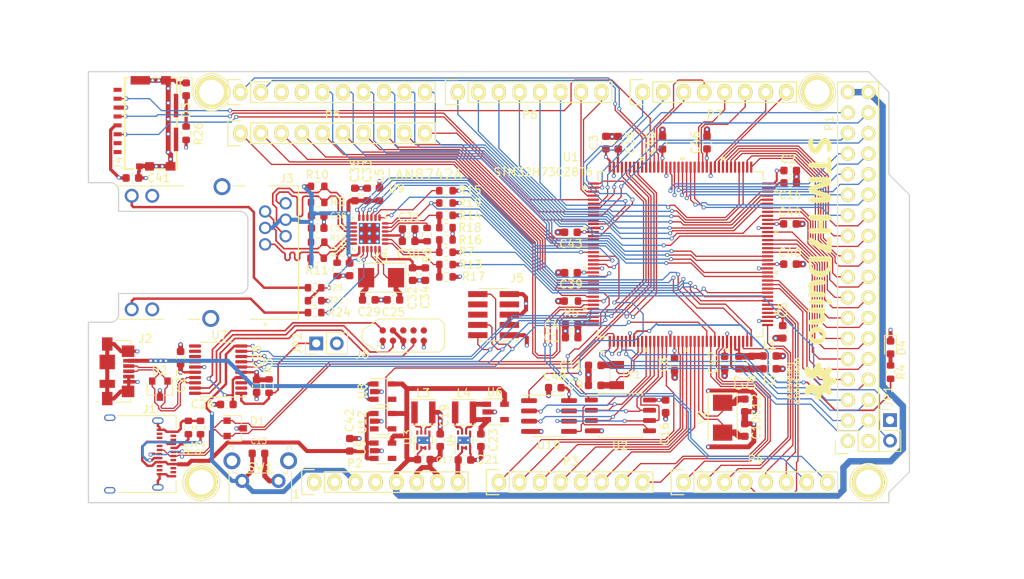
<source format=kicad_pcb>
(kicad_pcb (version 20171130) (host pcbnew 5.1.7-a382d34a8~88~ubuntu20.04.1)
  (title_block (date "mar. 31 mars 2015"))
  (layers (0 F.Cu signal) (1 In1.Cu power) (2 In2.Cu power) (31 B.Cu signal) (34 B.Paste user) (35 F.Paste user) (36 B.SilkS user) (37 F.SilkS user) (38 B.Mask user) (39 F.Mask user) (44 Edge.Cuts user))
  (net 0 "")
  (net 1 GND)
  (net 2 +5V)
  (net 3 +3V3)
  (net 4 GNDA)
  (net 5 VDDA)
  (net 6 "Net-(C9-Pad2)")
  (net 7 "Net-(C10-Pad1)")
  (net 8 "Net-(C11-Pad2)")
  (net 9 "Net-(C12-Pad1)")
  (net 10 /~RST)
  (net 11 "Net-(C14-Pad1)")
  (net 12 "Net-(C15-Pad1)")
  (net 13 /Vin)
  (net 14 /OCTOSPIM_P1_NCS)
  (net 15 /USB_OTG_HS_P)
  (net 16 /USB_OTG_HS_N)
  (net 17 VBUS)
  (net 18 /5Vreg)
  (net 19 /Debug/~DBGR)
  (net 20 /Debug/USBD_D-)
  (net 21 /Debug/USBD_D+)
  (net 22 /DBG_VBUS)
  (net 23 /Debug/DBGB)
  (net 24 /SWCLK)
  (net 25 /SWDIO)
  (net 26 /USART1_RX)
  (net 27 /USART1_TX)
  (net 28 /ETH_MDC)
  (net 29 /ETH_REF_CLK)
  (net 30 /ETH_MDIO)
  (net 31 /ETH_CRS_DV)
  (net 32 /ETH_RXD0)
  (net 33 /ETH_RXD1)
  (net 34 /ETH_TX_EN)
  (net 35 /ETH_TXD0)
  (net 36 /ETH_TXD1)
  (net 37 "Net-(C25-Pad2)")
  (net 38 "Net-(C29-Pad2)")
  (net 39 "Net-(C32-Pad1)")
  (net 40 "Net-(C33-Pad1)")
  (net 41 /Ethernet/LED1)
  (net 42 /Ethernet/RX_N)
  (net 43 /Ethernet/RX_P)
  (net 44 /Ethernet/TX_N)
  (net 45 /Ethernet/TX_P)
  (net 46 /Ethernet/LED2)
  (net 47 "Net-(R9-Pad1)")
  (net 48 "Net-(J3-Pad14)")
  (net 49 "Net-(J3-Pad16)")
  (net 50 /~ETH_RST)
  (net 51 "Net-(D3-Pad2)")
  (net 52 /A7)
  (net 53 /A6)
  (net 54 /A5)
  (net 55 /A4)
  (net 56 /A3)
  (net 57 /A2)
  (net 58 /A1)
  (net 59 /A0)
  (net 60 "Net-(R6-Pad2)")
  (net 61 /CANTX)
  (net 62 /CANRX)
  (net 63 /SDMMC1_D0)
  (net 64 /SDMMC1_CK)
  (net 65 /SDMMC1_CMD)
  (net 66 "Net-(J1-PadA5)")
  (net 67 "Net-(J1-PadB5)")
  (net 68 "Net-(D4-Pad2)")
  (net 69 /USR_LED)
  (net 70 /BOOT0)
  (net 71 /OCTOSPIM_P2_CLK)
  (net 72 /OCTOSPIM_P2_IO3)
  (net 73 /OCTOSPIM_P2_IO2)
  (net 74 /OCTOSPIM_P2_IO1)
  (net 75 /OCTOSPIM_P2_IO0)
  (net 76 /23)
  (net 77 /22)
  (net 78 /25)
  (net 79 /24)
  (net 80 /27)
  (net 81 /26)
  (net 82 /29)
  (net 83 /28)
  (net 84 /31)
  (net 85 /30)
  (net 86 /33)
  (net 87 /32)
  (net 88 /35)
  (net 89 /34)
  (net 90 /37)
  (net 91 /36)
  (net 92 /39)
  (net 93 /38)
  (net 94 /41)
  (net 95 /40)
  (net 96 /43)
  (net 97 /42)
  (net 98 /45)
  (net 99 /44)
  (net 100 /47)
  (net 101 /46)
  (net 102 /49)
  (net 103 /48)
  (net 104 "/51(MOSI)")
  (net 105 "/50(MISO)")
  (net 106 "/53(SS)")
  (net 107 "/52(SCK)")
  (net 108 /A11)
  (net 109 /A10)
  (net 110 /A9)
  (net 111 /A8)
  (net 112 "/8(**)")
  (net 113 "/9(**)")
  (net 114 "/10(**)")
  (net 115 "/11(**)")
  (net 116 "/12(**)")
  (net 117 "/13(**)")
  (net 118 "/0(Rx0)")
  (net 119 "/1(Tx0)")
  (net 120 "/2(**)")
  (net 121 "/3(**)")
  (net 122 "/4(**)")
  (net 123 "/5(**)")
  (net 124 "/6(**)")
  (net 125 "/7(**)")
  (net 126 "/21(SCL)")
  (net 127 "/20(SDA)")
  (net 128 "/19(Rx1)")
  (net 129 "/18(Tx1)")
  (net 130 "/17(Rx2)")
  (net 131 "/16(Tx2)")
  (net 132 "/15(Rx3)")
  (net 133 "/14(Tx3)")
  (net 134 /OCTOSPIM_P2_NCS)
  (net 135 /~USB_ON)
  (net 136 /A13_DAC1)
  (net 137 /A12_DAC0)
  (net 138 /I2C5_SCL)
  (net 139 /I2C5_SDA)
  (net 140 /EXT9)
  (net 141 /EXT8)
  (net 142 /EXT7)
  (net 143 /EXT6)
  (net 144 /EXT5)
  (net 145 /EXT4)
  (net 146 /EXT3)
  (net 147 /EXT2)
  (net 148 /EXT1)
  (net 149 /EXT0)
  (net 150 "Net-(R16-Pad2)")
  (net 151 "Net-(R13-Pad1)")
  (net 152 "Net-(R14-Pad1)")
  (net 153 "Net-(R15-Pad1)")
  (net 154 /Debug/DBG_SWCK)
  (net 155 /Debug/DBG_SWDIO)
  (net 156 "Net-(L3-Pad1)")
  (net 157 "Net-(L4-Pad1)")
  (module Package_SON:WSON-8-1EP_2x2mm_P0.5mm_EP0.9x1.6mm_ThermalVias (layer F.Cu) (at 149.86 113.9444 90)
    (fp_text reference U4 (at 0 -1.6764 90) (layer F.SilkS) (effects (font (size 0.7 0.7))))
    (fp_text value TPS62163DSG)
    (pad 9 smd rect (at 0 0 90) (size 0.9 1.6) (layers B.Cu) (net 1 GND))
    (pad 6 smd rect (at 0.95 0.25 90) (size 0.5 0.25) (layers F.Cu F.Paste F.Mask) (net 18 /5Vreg))
    (pad 5 smd rect (at 0.95 0.75 90) (size 0.5 0.25) (layers F.Cu F.Paste F.Mask) (net 1 GND))
    (pad 4 smd rect (at -0.95 0.75 90) (size 0.5 0.25) (layers F.Cu F.Paste F.Mask) (net 1 GND))
    (pad 2 smd rect (at -0.95 -0.25 90) (size 0.5 0.25) (layers F.Cu F.Paste F.Mask) (net 13 /Vin))
    (pad 1 smd rect (at -0.95 -0.75 90) (size 0.5 0.25) (layers F.Cu F.Paste F.Mask) (net 1 GND))
    (pad 9 smd rect (at 0 0 90) (size 0.9 1.6) (layers F.Cu F.Mask) (net 1 GND))
    (pad 9 thru_hole circle (at 0 0.5 90) (size 0.6 0.6) (drill 0.25) (layers *.Cu) (net 1 GND))
    (pad 9 thru_hole circle (at 0 -0.5 90) (size 0.6 0.6) (drill 0.25) (layers *.Cu) (net 1 GND))
    (pad 8 smd rect (at 0.95 -0.75 90) (size 0.5 0.25) (layers F.Cu F.Paste F.Mask))
    (pad 7 smd rect (at 0.95 -0.25 90) (size 0.5 0.25) (layers F.Cu F.Paste F.Mask) (net 157 "Net-(L4-Pad1)"))
    (pad 3 smd rect (at -0.95 0.25 90) (size 0.5 0.25) (layers F.Cu F.Paste F.Mask) (net 13 /Vin))
  )
  (module Package_SON:WSON-8-1EP_2x2mm_P0.5mm_EP0.9x1.6mm_ThermalVias (layer F.Cu) (at 144.8244 113.9444 90)
    (fp_text reference U3 (at 0.38 -1.9 90) (layer F.SilkS))
    (fp_text value TPS62162DSG)
    (pad 9 smd rect (at 0 0 90) (size 0.9 1.6) (layers B.Cu) (net 1 GND))
    (pad 6 smd rect (at 0.95 0.25 90) (size 0.5 0.25) (layers F.Cu F.Paste F.Mask) (net 3 +3V3))
    (pad 5 smd rect (at 0.95 0.75 90) (size 0.5 0.25) (layers F.Cu F.Paste F.Mask) (net 1 GND))
    (pad 4 smd rect (at -0.95 0.75 90) (size 0.5 0.25) (layers F.Cu F.Paste F.Mask) (net 1 GND))
    (pad 2 smd rect (at -0.95 -0.25 90) (size 0.5 0.25) (layers F.Cu F.Paste F.Mask) (net 2 +5V))
    (pad 1 smd rect (at -0.95 -0.75 90) (size 0.5 0.25) (layers F.Cu F.Paste F.Mask) (net 1 GND))
    (pad 9 smd rect (at 0 0 90) (size 0.9 1.6) (layers F.Cu F.Mask) (net 1 GND))
    (pad 9 thru_hole circle (at 0 0.5 90) (size 0.6 0.6) (drill 0.25) (layers *.Cu) (net 1 GND))
    (pad 9 thru_hole circle (at 0 -0.5 90) (size 0.6 0.6) (drill 0.25) (layers *.Cu) (net 1 GND))
    (pad 8 smd rect (at 0.95 -0.75 90) (size 0.5 0.25) (layers F.Cu F.Paste F.Mask))
    (pad 7 smd rect (at 0.95 -0.25 90) (size 0.5 0.25) (layers F.Cu F.Paste F.Mask) (net 156 "Net-(L3-Pad1)"))
    (pad 3 smd rect (at -0.95 0.25 90) (size 0.5 0.25) (layers F.Cu F.Paste F.Mask) (net 2 +5V))
  )
  (module Inductor_SMD:L_Taiyo-Yuden_MD-3030 (layer F.Cu) (at 149.86 110.49)
    (fp_text reference L4 (at -0.0508 -2.3876) (layer F.SilkS))
    (fp_text value NR3015T2R2M)
    (pad 2 smd rect (at 1.1 0) (size 0.8 2.7) (layers F.Cu F.Paste F.Mask) (net 18 /5Vreg))
    (pad 1 smd rect (at -1.1 0) (size 0.8 2.7) (layers F.Cu F.Paste F.Mask) (net 157 "Net-(L4-Pad1)"))
  )
  (module Inductor_SMD:L_Taiyo-Yuden_MD-3030 (layer F.Cu) (at 144.8308 110.49)
    (fp_text reference L3 (at -0.0508 -2.3876) (layer F.SilkS))
    (fp_text value NR3015T2R2M)
    (pad 2 smd rect (at 1.1 0) (size 0.8 2.7) (layers F.Cu F.Paste F.Mask) (net 3 +3V3))
    (pad 1 smd rect (at -1.1 0) (size 0.8 2.7) (layers F.Cu F.Paste F.Mask) (net 156 "Net-(L3-Pad1)"))
  )
  (module Package_TO_SOT_SMD:SOT-23-5 (layer F.Cu) (at 139.8524 107.9246)
    (fp_text reference U8 (at -2.5654 -0.0508 90) (layer F.SilkS))
    (fp_text value MAX40200AUK)
    (pad 5 smd rect (at 1.1 -0.95) (size 1.06 0.65) (layers F.Cu F.Paste F.Mask) (net 2 +5V))
    (pad 4 smd rect (at 1.1 0.95) (size 1.06 0.65) (layers F.Cu F.Paste F.Mask))
    (pad 3 smd rect (at -1.1 0.95) (size 1.06 0.65) (layers F.Cu F.Paste F.Mask) (net 22 /DBG_VBUS))
    (pad 2 smd rect (at -1.1 0) (size 1.06 0.65) (layers F.Cu F.Paste F.Mask) (net 1 GND))
    (pad 1 smd rect (at -1.1 -0.95) (size 1.06 0.65) (layers F.Cu F.Paste F.Mask) (net 22 /DBG_VBUS))
  )
  (module Crystal:Crystal_SMD_5032-2Pin_5.0x3.2mm (layer F.Cu) (at 139.5984 93.8276 180)
    (fp_text reference Y3 (at 0.0508 2.4892) (layer F.SilkS))
    (fp_text value 25M)
    (pad 2 smd rect (at 1.85 0 180) (size 2 2.4) (layers F.Cu F.Paste F.Mask) (net 38 "Net-(C29-Pad2)"))
    (pad 1 smd rect (at -1.85 0 180) (size 2 2.4) (layers F.Cu F.Paste F.Mask) (net 37 "Net-(C25-Pad2)"))
  )
  (module Crystal:Crystal_SMD_5032-2Pin_5.0x3.2mm (layer F.Cu) (at 181.864 111.1504 270)
    (fp_text reference Y2 (at 0 2.64668 90) (layer F.SilkS))
    (fp_text value 8M)
    (pad 2 smd rect (at 1.85 0 270) (size 2 2.4) (layers F.Cu F.Paste F.Mask) (net 7 "Net-(C10-Pad1)"))
    (pad 1 smd rect (at -1.85 0 270) (size 2 2.4) (layers F.Cu F.Paste F.Mask) (net 9 "Net-(C12-Pad1)"))
  )
  (module Connector:Tag-Connect_TC2050-IDC-NL_2x05_P1.27mm_Vertical (layer F.Cu) (at 142.3416 100.9904)
    (fp_text reference J6 (at -5.08 2.3368) (layer F.SilkS))
    (fp_text value Conn_ARM_JTAG_SWD_10)
    (pad 10 connect circle (at -2.54 -0.635) (size 0.7874 0.7874) (layers F.Cu F.Mask) (net 19 /Debug/~DBGR))
    (pad 9 connect circle (at -1.27 -0.635) (size 0.7874 0.7874) (layers F.Cu F.Mask) (net 1 GND))
    (pad 8 connect circle (at 0 -0.635) (size 0.7874 0.7874) (layers F.Cu F.Mask))
    (pad 7 connect circle (at 1.27 -0.635) (size 0.7874 0.7874) (layers F.Cu F.Mask))
    (pad 6 connect circle (at 2.54 -0.635) (size 0.7874 0.7874) (layers F.Cu F.Mask))
    (pad 5 connect circle (at 2.54 0.635) (size 0.7874 0.7874) (layers F.Cu F.Mask) (net 1 GND))
    (pad 4 connect circle (at 1.27 0.635) (size 0.7874 0.7874) (layers F.Cu F.Mask) (net 154 /Debug/DBG_SWCK))
    (pad 3 connect circle (at 0 0.635) (size 0.7874 0.7874) (layers F.Cu F.Mask) (net 1 GND))
    (pad 2 connect circle (at -1.27 0.635) (size 0.7874 0.7874) (layers F.Cu F.Mask) (net 155 /Debug/DBG_SWDIO))
    (pad 1 connect circle (at -2.54 0.635) (size 0.7874 0.7874) (layers F.Cu F.Mask) (net 3 +3V3))
    (pad "" np_thru_hole circle (at -3.81 0) (size 0.9906 0.9906) (drill 0.9906) (layers *.Cu *.Mask))
    (pad "" np_thru_hole circle (at 3.81 1.016) (size 0.9906 0.9906) (drill 0.9906) (layers *.Cu *.Mask))
    (pad "" np_thru_hole circle (at 3.81 -1.016) (size 0.9906 0.9906) (drill 0.9906) (layers *.Cu *.Mask))
  )
  (module Connector_PinHeader_1.27mm:PinHeader_2x05_P1.27mm_Vertical_SMD (layer F.Cu) (at 153.5176 98.3996 180)
    (fp_text reference J5 (at -2.8956 4.5212) (layer F.SilkS))
    (fp_text value Conn_ARM_JTAG_SWD_10)
    (pad 10 smd rect (at 1.95 2.54 180) (size 2.4 0.74) (layers F.Cu F.Paste F.Mask) (net 10 /~RST))
    (pad 9 smd rect (at -1.95 2.54 180) (size 2.4 0.74) (layers F.Cu F.Paste F.Mask) (net 1 GND))
    (pad 8 smd rect (at 1.95 1.27 180) (size 2.4 0.74) (layers F.Cu F.Paste F.Mask))
    (pad 7 smd rect (at -1.95 1.27 180) (size 2.4 0.74) (layers F.Cu F.Paste F.Mask))
    (pad 6 smd rect (at 1.95 0 180) (size 2.4 0.74) (layers F.Cu F.Paste F.Mask))
    (pad 5 smd rect (at -1.95 0 180) (size 2.4 0.74) (layers F.Cu F.Paste F.Mask) (net 1 GND))
    (pad 4 smd rect (at 1.95 -1.27 180) (size 2.4 0.74) (layers F.Cu F.Paste F.Mask) (net 24 /SWCLK))
    (pad 3 smd rect (at -1.95 -1.27 180) (size 2.4 0.74) (layers F.Cu F.Paste F.Mask) (net 1 GND))
    (pad 2 smd rect (at 1.95 -2.54 180) (size 2.4 0.74) (layers F.Cu F.Paste F.Mask) (net 25 /SWDIO))
    (pad 1 smd rect (at -1.95 -2.54 180) (size 2.4 0.74) (layers F.Cu F.Paste F.Mask) (net 3 +3V3))
  )
  (module Connector_PinHeader_2.54mm:PinHeader_1x02_P2.54mm_Vertical (layer F.Cu) (at 131.572 101.9556 90)
    (fp_text reference JP2 (at 0 -2.33 90) (layer F.SilkS))
    (fp_text value Jumper_NO_Small)
    (pad 2 thru_hole oval (at 0 2.54 90) (size 1.7 1.7) (drill 1) (layers *.Cu *.Mask) (net 3 +3V3))
    (pad 1 thru_hole rect (at 0 0 90) (size 1.7 1.7) (drill 1) (layers *.Cu *.Mask) (net 23 /Debug/DBGB))
  )
  (module Symbol:OSHW-Logo_5.7x6mm_SilkScreen (layer F.Cu) (at 192.8876 106.6292 270)
    (fp_text reference LOGO1 hide)
    (fp_text value Logo_Open_Hardware_Small hide)
  )
  (module footprints:logo (layer F.Cu) (at 193.9544 89.3064 270)
    (fp_text reference G1 hide)
    (fp_text value LOGO hide)
  )
  (module Resistor_SMD:R_0603_1608Metric (layer F.Cu) (at 147.6248 84.582 180)
    (fp_text reference R19 (at -2.9342 0) (layer F.SilkS))
    (fp_text value 1K5)
    (pad 2 smd roundrect (at 0.825 0 180) (size 0.8 0.95) (layers F.Cu F.Paste F.Mask) (net 30 /ETH_MDIO))
    (pad 1 smd roundrect (at -0.825 0 180) (size 0.8 0.95) (layers F.Cu F.Paste F.Mask) (net 3 +3V3))
  )
  (module Resistor_SMD:R_0603_1608Metric (layer F.Cu) (at 147.6248 87.63 180)
    (fp_text reference R18 (at -2.9464 0) (layer F.SilkS))
    (fp_text value 10K)
    (pad 2 smd roundrect (at 0.825 0 180) (size 0.8 0.95) (layers F.Cu F.Paste F.Mask) (net 152 "Net-(R14-Pad1)"))
    (pad 1 smd roundrect (at -0.825 0 180) (size 0.8 0.95) (layers F.Cu F.Paste F.Mask) (net 3 +3V3))
  )
  (module Resistor_SMD:R_0603_1608Metric (layer F.Cu) (at 147.6248 93.726 180)
    (fp_text reference R17 (at -3.4036 0.0508) (layer F.SilkS))
    (fp_text value 10K)
    (pad 2 smd roundrect (at 0.825 0 180) (size 0.8 0.95) (layers F.Cu F.Paste F.Mask) (net 151 "Net-(R13-Pad1)"))
    (pad 1 smd roundrect (at -0.825 0 180) (size 0.8 0.95) (layers F.Cu F.Paste F.Mask) (net 3 +3V3))
  )
  (module Resistor_SMD:R_0603_1608Metric (layer F.Cu) (at 147.6248 89.154 180)
    (fp_text reference R16 (at -2.9972 0) (layer F.SilkS))
    (fp_text value 10K)
    (pad 2 smd roundrect (at 0.825 0 180) (size 0.8 0.95) (layers F.Cu F.Paste F.Mask) (net 150 "Net-(R16-Pad2)"))
    (pad 1 smd roundrect (at -0.825 0 180) (size 0.8 0.95) (layers F.Cu F.Paste F.Mask) (net 3 +3V3))
  )
  (module Resistor_SMD:R_0603_1608Metric (layer F.Cu) (at 147.6248 83.058)
    (fp_text reference R15 (at 2.9464 -0.0508) (layer F.SilkS))
    (fp_text value 10K)
    (pad 2 smd roundrect (at 0.825 0) (size 0.8 0.95) (layers F.Cu F.Paste F.Mask) (net 29 /ETH_REF_CLK))
    (pad 1 smd roundrect (at -0.825 0) (size 0.8 0.95) (layers F.Cu F.Paste F.Mask) (net 153 "Net-(R15-Pad1)"))
  )
  (module Resistor_SMD:R_0603_1608Metric (layer F.Cu) (at 147.6248 86.106)
    (fp_text reference R14 (at 2.9972 0) (layer F.SilkS))
    (fp_text value 10K)
    (pad 2 smd roundrect (at 0.825 0) (size 0.8 0.95) (layers F.Cu F.Paste F.Mask) (net 31 /ETH_CRS_DV))
    (pad 1 smd roundrect (at -0.825 0) (size 0.8 0.95) (layers F.Cu F.Paste F.Mask) (net 152 "Net-(R14-Pad1)"))
  )
  (module Resistor_SMD:R_0603_1608Metric (layer F.Cu) (at 147.6248 92.202)
    (fp_text reference R13 (at 3.048 0) (layer F.SilkS))
    (fp_text value 10K)
    (pad 2 smd roundrect (at 0.825 0) (size 0.8 0.95) (layers F.Cu F.Paste F.Mask) (net 33 /ETH_RXD1))
    (pad 1 smd roundrect (at -0.825 0) (size 0.8 0.95) (layers F.Cu F.Paste F.Mask) (net 151 "Net-(R13-Pad1)"))
  )
  (module Resistor_SMD:R_0603_1608Metric (layer F.Cu) (at 147.6248 90.678)
    (fp_text reference R7 (at 2.54 -0.0508) (layer F.SilkS))
    (fp_text value 10K)
    (pad 2 smd roundrect (at 0.825 0) (size 0.8 0.95) (layers F.Cu F.Paste F.Mask) (net 32 /ETH_RXD0))
    (pad 1 smd roundrect (at -0.825 0) (size 0.8 0.95) (layers F.Cu F.Paste F.Mask) (net 150 "Net-(R16-Pad2)"))
  )
  (module Socket_Arduino_Mega:Socket_Strip_Arduino_1x10 (layer F.Cu) (at 122.174 75.946)
    (fp_text reference P9 (at 0 -5.1) (layer F.SilkS))
    (fp_text value EXT)
    (pad 10 thru_hole oval (at 22.86 0) (size 1.7272 2.032) (drill 1.016) (layers *.Cu *.Mask F.SilkS) (net 140 /EXT9))
    (pad 9 thru_hole oval (at 20.32 0) (size 1.7272 2.032) (drill 1.016) (layers *.Cu *.Mask F.SilkS) (net 141 /EXT8))
    (pad 8 thru_hole oval (at 17.78 0) (size 1.7272 2.032) (drill 1.016) (layers *.Cu *.Mask F.SilkS) (net 142 /EXT7))
    (pad 7 thru_hole oval (at 15.24 0) (size 1.7272 2.032) (drill 1.016) (layers *.Cu *.Mask F.SilkS) (net 143 /EXT6))
    (pad 6 thru_hole oval (at 12.7 0) (size 1.7272 2.032) (drill 1.016) (layers *.Cu *.Mask F.SilkS) (net 144 /EXT5))
    (pad 5 thru_hole oval (at 10.16 0) (size 1.7272 2.032) (drill 1.016) (layers *.Cu *.Mask F.SilkS) (net 145 /EXT4))
    (pad 4 thru_hole oval (at 7.62 0) (size 1.7272 2.032) (drill 1.016) (layers *.Cu *.Mask F.SilkS) (net 146 /EXT3))
    (pad 3 thru_hole oval (at 5.08 0) (size 1.7272 2.032) (drill 1.016) (layers *.Cu *.Mask F.SilkS) (net 147 /EXT2))
    (pad 2 thru_hole oval (at 2.54 0) (size 1.7272 2.032) (drill 1.016) (layers *.Cu *.Mask F.SilkS) (net 148 /EXT1))
    (pad 1 thru_hole oval (at 0 0) (size 1.7272 2.032) (drill 1.016) (layers *.Cu *.Mask F.SilkS) (net 149 /EXT0))
  )
  (module Package_SO:SOIC-8_3.9x4.9mm_P1.27mm (layer F.Cu) (at 160.3756 110.9472)
    (fp_text reference U10 (at -0.01524 3.57632) (layer F.SilkS))
    (fp_text value APS6404L-3SQN)
    (pad 8 smd roundrect (at 2.475 -1.905) (size 1.95 0.6) (layers F.Cu F.Paste F.Mask) (net 3 +3V3))
    (pad 7 smd roundrect (at 2.475 -0.635) (size 1.95 0.6) (layers F.Cu F.Paste F.Mask) (net 72 /OCTOSPIM_P2_IO3))
    (pad 6 smd roundrect (at 2.475 0.635) (size 1.95 0.6) (layers F.Cu F.Paste F.Mask) (net 71 /OCTOSPIM_P2_CLK))
    (pad 5 smd roundrect (at 2.475 1.905) (size 1.95 0.6) (layers F.Cu F.Paste F.Mask) (net 75 /OCTOSPIM_P2_IO0))
    (pad 4 smd roundrect (at -2.475 1.905) (size 1.95 0.6) (layers F.Cu F.Paste F.Mask) (net 1 GND))
    (pad 3 smd roundrect (at -2.475 0.635) (size 1.95 0.6) (layers F.Cu F.Paste F.Mask) (net 73 /OCTOSPIM_P2_IO2))
    (pad 2 smd roundrect (at -2.475 -0.635) (size 1.95 0.6) (layers F.Cu F.Paste F.Mask) (net 74 /OCTOSPIM_P2_IO1))
    (pad 1 smd roundrect (at -2.475 -1.905) (size 1.95 0.6) (layers F.Cu F.Paste F.Mask) (net 134 /OCTOSPIM_P2_NCS))
  )
  (module Capacitor_SMD:C_0603_1608Metric (layer F.Cu) (at 161.09188 107.43692 180)
    (fp_text reference C48 (at 0.00508 1.36652) (layer F.SilkS))
    (fp_text value 100n)
    (pad 2 smd roundrect (at 0.775 0 180) (size 0.9 0.95) (layers F.Cu F.Paste F.Mask) (net 1 GND))
    (pad 1 smd roundrect (at -0.775 0 180) (size 0.9 0.95) (layers F.Cu F.Paste F.Mask) (net 3 +3V3))
  )
  (module footprints:STM32H730ZBT6 (layer F.Cu) (at 176.64938 90.92692 90)
    (fp_text reference U1 (at 12.03452 -13.58138 180) (layer F.SilkS))
    (fp_text value STM32H730ZBT6 (at 10.15492 -16.98498 180) (layer F.SilkS))
    (fp_text user * (at -12.0904 -9.383268 90) (layer F.SilkS))
    (fp_text user * (at -12.0904 -9.383268 90) (layer F.SilkS))
    (pad 1 smd rect (at -10.77595 -8.752205 180) (size 0.2794 1.3589) (layers F.Cu F.Paste F.Mask) (net 107 "/52(SCK)"))
    (pad 2 smd rect (at -10.77595 -8.252079 180) (size 0.2794 1.3589) (layers F.Cu F.Paste F.Mask) (net 135 /~USB_ON))
    (pad 3 smd rect (at -10.77595 -7.751953 180) (size 0.2794 1.3589) (layers F.Cu F.Paste F.Mask) (net 106 "/53(SS)"))
    (pad 4 smd rect (at -10.77595 -7.251827 180) (size 0.2794 1.3589) (layers F.Cu F.Paste F.Mask) (net 105 "/50(MISO)"))
    (pad 5 smd rect (at -10.77595 -6.751701 180) (size 0.2794 1.3589) (layers F.Cu F.Paste F.Mask) (net 104 "/51(MOSI)"))
    (pad 6 smd rect (at -10.77595 -6.251575 180) (size 0.2794 1.3589) (layers F.Cu F.Paste F.Mask) (net 3 +3V3))
    (pad 7 smd rect (at -10.77595 -5.751449 180) (size 0.2794 1.3589) (layers F.Cu F.Paste F.Mask) (net 69 /USR_LED))
    (pad 8 smd rect (at -10.77595 -5.251323 180) (size 0.2794 1.3589) (layers F.Cu F.Paste F.Mask) (net 8 "Net-(C11-Pad2)"))
    (pad 9 smd rect (at -10.77595 -4.751197 180) (size 0.2794 1.3589) (layers F.Cu F.Paste F.Mask) (net 6 "Net-(C9-Pad2)"))
    (pad 10 smd rect (at -10.77595 -4.251071 180) (size 0.2794 1.3589) (layers F.Cu F.Paste F.Mask) (net 75 /OCTOSPIM_P2_IO0))
    (pad 11 smd rect (at -10.77595 -3.750945 180) (size 0.2794 1.3589) (layers F.Cu F.Paste F.Mask) (net 74 /OCTOSPIM_P2_IO1))
    (pad 12 smd rect (at -10.77595 -3.250819 180) (size 0.2794 1.3589) (layers F.Cu F.Paste F.Mask) (net 73 /OCTOSPIM_P2_IO2))
    (pad 13 smd rect (at -10.77595 -2.750693 180) (size 0.2794 1.3589) (layers F.Cu F.Paste F.Mask) (net 72 /OCTOSPIM_P2_IO3))
    (pad 14 smd rect (at -10.77595 -2.250567 180) (size 0.2794 1.3589) (layers F.Cu F.Paste F.Mask) (net 71 /OCTOSPIM_P2_CLK))
    (pad 15 smd rect (at -10.77595 -1.750441 180) (size 0.2794 1.3589) (layers F.Cu F.Paste F.Mask) (net 59 /A0))
    (pad 16 smd rect (at -10.77595 -1.250315 180) (size 0.2794 1.3589) (layers F.Cu F.Paste F.Mask) (net 1 GND))
    (pad 17 smd rect (at -10.77595 -0.750189 180) (size 0.2794 1.3589) (layers F.Cu F.Paste F.Mask) (net 3 +3V3))
    (pad 18 smd rect (at -10.77595 -0.250063 180) (size 0.2794 1.3589) (layers F.Cu F.Paste F.Mask) (net 58 /A1))
    (pad 19 smd rect (at -10.77595 0.250063 180) (size 0.2794 1.3589) (layers F.Cu F.Paste F.Mask) (net 57 /A2))
    (pad 20 smd rect (at -10.77595 0.750189 180) (size 0.2794 1.3589) (layers F.Cu F.Paste F.Mask) (net 56 /A3))
    (pad 21 smd rect (at -10.77595 1.250315 180) (size 0.2794 1.3589) (layers F.Cu F.Paste F.Mask) (net 55 /A4))
    (pad 22 smd rect (at -10.77595 1.750441 180) (size 0.2794 1.3589) (layers F.Cu F.Paste F.Mask) (net 54 /A5))
    (pad 23 smd rect (at -10.77595 2.250567 180) (size 0.2794 1.3589) (layers F.Cu F.Paste F.Mask) (net 7 "Net-(C10-Pad1)"))
    (pad 24 smd rect (at -10.77595 2.750693 180) (size 0.2794 1.3589) (layers F.Cu F.Paste F.Mask) (net 9 "Net-(C12-Pad1)"))
    (pad 25 smd rect (at -10.77595 3.250819 180) (size 0.2794 1.3589) (layers F.Cu F.Paste F.Mask) (net 10 /~RST))
    (pad 26 smd rect (at -10.77595 3.750945 180) (size 0.2794 1.3589) (layers F.Cu F.Paste F.Mask) (net 53 /A6))
    (pad 27 smd rect (at -10.77595 4.251071 180) (size 0.2794 1.3589) (layers F.Cu F.Paste F.Mask) (net 28 /ETH_MDC))
    (pad 28 smd rect (at -10.77595 4.751197 180) (size 0.2794 1.3589) (layers F.Cu F.Paste F.Mask) (net 52 /A7))
    (pad 29 smd rect (at -10.77595 5.251323 180) (size 0.2794 1.3589) (layers F.Cu F.Paste F.Mask) (net 111 /A8))
    (pad 30 smd rect (at -10.77595 5.751449 180) (size 0.2794 1.3589) (layers F.Cu F.Paste F.Mask) (net 3 +3V3))
    (pad 31 smd rect (at -10.77595 6.251575 180) (size 0.2794 1.3589) (layers F.Cu F.Paste F.Mask) (net 4 GNDA))
    (pad 32 smd rect (at -10.77595 6.751701 180) (size 0.2794 1.3589) (layers F.Cu F.Paste F.Mask) (net 5 VDDA))
    (pad 33 smd rect (at -10.77595 7.251827 180) (size 0.2794 1.3589) (layers F.Cu F.Paste F.Mask) (net 5 VDDA))
    (pad 34 smd rect (at -10.77595 7.751953 180) (size 0.2794 1.3589) (layers F.Cu F.Paste F.Mask) (net 110 /A9))
    (pad 35 smd rect (at -10.77595 8.252079 180) (size 0.2794 1.3589) (layers F.Cu F.Paste F.Mask) (net 29 /ETH_REF_CLK))
    (pad 36 smd rect (at -10.77595 8.752205 180) (size 0.2794 1.3589) (layers F.Cu F.Paste F.Mask) (net 30 /ETH_MDIO))
    (pad 37 smd rect (at -8.752205 10.77595 90) (size 0.2794 1.3589) (layers F.Cu F.Paste F.Mask) (net 109 /A10))
    (pad 38 smd rect (at -8.252079 10.77595 90) (size 0.2794 1.3589) (layers F.Cu F.Paste F.Mask) (net 1 GND))
    (pad 39 smd rect (at -7.751953 10.77595 90) (size 0.2794 1.3589) (layers F.Cu F.Paste F.Mask) (net 3 +3V3))
    (pad 40 smd rect (at -7.251827 10.77595 90) (size 0.2794 1.3589) (layers F.Cu F.Paste F.Mask) (net 137 /A12_DAC0))
    (pad 41 smd rect (at -6.751701 10.77595 90) (size 0.2794 1.3589) (layers F.Cu F.Paste F.Mask) (net 136 /A13_DAC1))
    (pad 42 smd rect (at -6.251575 10.77595 90) (size 0.2794 1.3589) (layers F.Cu F.Paste F.Mask) (net 108 /A11))
    (pad 43 smd rect (at -5.751449 10.77595 90) (size 0.2794 1.3589) (layers F.Cu F.Paste F.Mask) (net 31 /ETH_CRS_DV))
    (pad 44 smd rect (at -5.251323 10.77595 90) (size 0.2794 1.3589) (layers F.Cu F.Paste F.Mask) (net 32 /ETH_RXD0))
    (pad 45 smd rect (at -4.751197 10.77595 90) (size 0.2794 1.3589) (layers F.Cu F.Paste F.Mask) (net 33 /ETH_RXD1))
    (pad 46 smd rect (at -4.251071 10.77595 90) (size 0.2794 1.3589) (layers F.Cu F.Paste F.Mask) (net 102 /49))
    (pad 47 smd rect (at -3.750945 10.77595 90) (size 0.2794 1.3589) (layers F.Cu F.Paste F.Mask) (net 103 /48))
    (pad 48 smd rect (at -3.250819 10.77595 90) (size 0.2794 1.3589) (layers F.Cu F.Paste F.Mask) (net 100 /47))
    (pad 49 smd rect (at -2.750693 10.77595 90) (size 0.2794 1.3589) (layers F.Cu F.Paste F.Mask) (net 117 "/13(**)"))
    (pad 50 smd rect (at -2.250567 10.77595 90) (size 0.2794 1.3589) (layers F.Cu F.Paste F.Mask) (net 116 "/12(**)"))
    (pad 51 smd rect (at -1.750441 10.77595 90) (size 0.2794 1.3589) (layers F.Cu F.Paste F.Mask) (net 1 GND))
    (pad 52 smd rect (at -1.250315 10.77595 90) (size 0.2794 1.3589) (layers F.Cu F.Paste F.Mask) (net 3 +3V3))
    (pad 53 smd rect (at -0.750189 10.77595 90) (size 0.2794 1.3589) (layers F.Cu F.Paste F.Mask) (net 115 "/11(**)"))
    (pad 54 smd rect (at -0.250063 10.77595 90) (size 0.2794 1.3589) (layers F.Cu F.Paste F.Mask) (net 114 "/10(**)"))
    (pad 55 smd rect (at 0.250063 10.77595 90) (size 0.2794 1.3589) (layers F.Cu F.Paste F.Mask) (net 101 /46))
    (pad 56 smd rect (at 0.750189 10.77595 90) (size 0.2794 1.3589) (layers F.Cu F.Paste F.Mask) (net 98 /45))
    (pad 57 smd rect (at 1.250315 10.77595 90) (size 0.2794 1.3589) (layers F.Cu F.Paste F.Mask) (net 99 /44))
    (pad 58 smd rect (at 1.750441 10.77595 90) (size 0.2794 1.3589) (layers F.Cu F.Paste F.Mask) (net 96 /43))
    (pad 59 smd rect (at 2.250567 10.77595 90) (size 0.2794 1.3589) (layers F.Cu F.Paste F.Mask) (net 113 "/9(**)"))
    (pad 60 smd rect (at 2.750693 10.77595 90) (size 0.2794 1.3589) (layers F.Cu F.Paste F.Mask) (net 97 /42))
    (pad 61 smd rect (at 3.250819 10.77595 90) (size 0.2794 1.3589) (layers F.Cu F.Paste F.Mask) (net 1 GND))
    (pad 62 smd rect (at 3.750945 10.77595 90) (size 0.2794 1.3589) (layers F.Cu F.Paste F.Mask) (net 3 +3V3))
    (pad 63 smd rect (at 4.251071 10.77595 90) (size 0.2794 1.3589) (layers F.Cu F.Paste F.Mask) (net 94 /41))
    (pad 64 smd rect (at 4.751197 10.77595 90) (size 0.2794 1.3589) (layers F.Cu F.Paste F.Mask) (net 112 "/8(**)"))
    (pad 65 smd rect (at 5.251323 10.77595 90) (size 0.2794 1.3589) (layers F.Cu F.Paste F.Mask) (net 95 /40))
    (pad 66 smd rect (at 5.751449 10.77595 90) (size 0.2794 1.3589) (layers F.Cu F.Paste F.Mask) (net 92 /39))
    (pad 67 smd rect (at 6.251575 10.77595 90) (size 0.2794 1.3589) (layers F.Cu F.Paste F.Mask) (net 125 "/7(**)"))
    (pad 68 smd rect (at 6.751701 10.77595 90) (size 0.2794 1.3589) (layers F.Cu F.Paste F.Mask) (net 124 "/6(**)"))
    (pad 69 smd rect (at 7.251827 10.77595 90) (size 0.2794 1.3589) (layers F.Cu F.Paste F.Mask) (net 123 "/5(**)"))
    (pad 70 smd rect (at 7.751953 10.77595 90) (size 0.2794 1.3589) (layers F.Cu F.Paste F.Mask) (net 122 "/4(**)"))
    (pad 71 smd rect (at 8.252079 10.77595 90) (size 0.2794 1.3589) (layers F.Cu F.Paste F.Mask) (net 11 "Net-(C14-Pad1)"))
    (pad 72 smd rect (at 8.752205 10.77595 90) (size 0.2794 1.3589) (layers F.Cu F.Paste F.Mask) (net 3 +3V3))
    (pad 73 smd rect (at 10.77595 8.752205 180) (size 0.2794 1.3589) (layers F.Cu F.Paste F.Mask) (net 93 /38))
    (pad 74 smd rect (at 10.77595 8.252079 180) (size 0.2794 1.3589) (layers F.Cu F.Paste F.Mask) (net 90 /37))
    (pad 75 smd rect (at 10.77595 7.751953 180) (size 0.2794 1.3589) (layers F.Cu F.Paste F.Mask) (net 121 "/3(**)"))
    (pad 76 smd rect (at 10.77595 7.251827 180) (size 0.2794 1.3589) (layers F.Cu F.Paste F.Mask) (net 120 "/2(**)"))
    (pad 77 smd rect (at 10.77595 6.751701 180) (size 0.2794 1.3589) (layers F.Cu F.Paste F.Mask) (net 91 /36))
    (pad 78 smd rect (at 10.77595 6.251575 180) (size 0.2794 1.3589) (layers F.Cu F.Paste F.Mask) (net 88 /35))
    (pad 79 smd rect (at 10.77595 5.751449 180) (size 0.2794 1.3589) (layers F.Cu F.Paste F.Mask) (net 89 /34))
    (pad 80 smd rect (at 10.77595 5.251323 180) (size 0.2794 1.3589) (layers F.Cu F.Paste F.Mask) (net 86 /33))
    (pad 81 smd rect (at 10.77595 4.751197 180) (size 0.2794 1.3589) (layers F.Cu F.Paste F.Mask) (net 126 "/21(SCL)"))
    (pad 82 smd rect (at 10.77595 4.251071 180) (size 0.2794 1.3589) (layers F.Cu F.Paste F.Mask) (net 127 "/20(SDA)"))
    (pad 83 smd rect (at 10.77595 3.750945 180) (size 0.2794 1.3589) (layers F.Cu F.Paste F.Mask) (net 1 GND))
    (pad 84 smd rect (at 10.77595 3.250819 180) (size 0.2794 1.3589) (layers F.Cu F.Paste F.Mask) (net 3 +3V3))
    (pad 85 smd rect (at 10.77595 2.750693 180) (size 0.2794 1.3589) (layers F.Cu F.Paste F.Mask) (net 128 "/19(Rx1)"))
    (pad 86 smd rect (at 10.77595 2.250567 180) (size 0.2794 1.3589) (layers F.Cu F.Paste F.Mask) (net 129 "/18(Tx1)"))
    (pad 87 smd rect (at 10.77595 1.750441 180) (size 0.2794 1.3589) (layers F.Cu F.Paste F.Mask) (net 87 /32))
    (pad 88 smd rect (at 10.77595 1.250315 180) (size 0.2794 1.3589) (layers F.Cu F.Paste F.Mask) (net 84 /31))
    (pad 89 smd rect (at 10.77595 0.750189 180) (size 0.2794 1.3589) (layers F.Cu F.Paste F.Mask) (net 85 /30))
    (pad 90 smd rect (at 10.77595 0.250063 180) (size 0.2794 1.3589) (layers F.Cu F.Paste F.Mask) (net 82 /29))
    (pad 91 smd rect (at 10.77595 -0.250063 180) (size 0.2794 1.3589) (layers F.Cu F.Paste F.Mask) (net 83 /28))
    (pad 92 smd rect (at 10.77595 -0.750189 180) (size 0.2794 1.3589) (layers F.Cu F.Paste F.Mask) (net 80 /27))
    (pad 93 smd rect (at 10.77595 -1.250315 180) (size 0.2794 1.3589) (layers F.Cu F.Paste F.Mask) (net 81 /26))
    (pad 94 smd rect (at 10.77595 -1.750441 180) (size 0.2794 1.3589) (layers F.Cu F.Paste F.Mask) (net 1 GND))
    (pad 95 smd rect (at 10.77595 -2.250567 180) (size 0.2794 1.3589) (layers F.Cu F.Paste F.Mask) (net 3 +3V3))
    (pad 96 smd rect (at 10.77595 -2.750693 180) (size 0.2794 1.3589) (layers F.Cu F.Paste F.Mask) (net 131 "/16(Tx2)"))
    (pad 97 smd rect (at 10.77595 -3.250819 180) (size 0.2794 1.3589) (layers F.Cu F.Paste F.Mask) (net 130 "/17(Rx2)"))
    (pad 98 smd rect (at 10.77595 -3.750945 180) (size 0.2794 1.3589) (layers F.Cu F.Paste F.Mask) (net 63 /SDMMC1_D0))
    (pad 99 smd rect (at 10.77595 -4.251071 180) (size 0.2794 1.3589) (layers F.Cu F.Paste F.Mask) (net 139 /I2C5_SDA))
    (pad 100 smd rect (at 10.77595 -4.751197 180) (size 0.2794 1.3589) (layers F.Cu F.Paste F.Mask) (net 138 /I2C5_SCL))
    (pad 101 smd rect (at 10.77595 -5.251323 180) (size 0.2794 1.3589) (layers F.Cu F.Paste F.Mask) (net 27 /USART1_TX))
    (pad 102 smd rect (at 10.77595 -5.751449 180) (size 0.2794 1.3589) (layers F.Cu F.Paste F.Mask) (net 26 /USART1_RX))
    (pad 103 smd rect (at 10.77595 -6.251575 180) (size 0.2794 1.3589) (layers F.Cu F.Paste F.Mask) (net 16 /USB_OTG_HS_N))
    (pad 104 smd rect (at 10.77595 -6.751701 180) (size 0.2794 1.3589) (layers F.Cu F.Paste F.Mask) (net 15 /USB_OTG_HS_P))
    (pad 105 smd rect (at 10.77595 -7.251827 180) (size 0.2794 1.3589) (layers F.Cu F.Paste F.Mask) (net 25 /SWDIO))
    (pad 106 smd rect (at 10.77595 -7.751953 180) (size 0.2794 1.3589) (layers F.Cu F.Paste F.Mask) (net 12 "Net-(C15-Pad1)"))
    (pad 107 smd rect (at 10.77595 -8.252079 180) (size 0.2794 1.3589) (layers F.Cu F.Paste F.Mask) (net 1 GND))
    (pad 108 smd rect (at 10.77595 -8.752205 180) (size 0.2794 1.3589) (layers F.Cu F.Paste F.Mask) (net 3 +3V3))
    (pad 109 smd rect (at 8.752205 -10.77595 90) (size 0.2794 1.3589) (layers F.Cu F.Paste F.Mask) (net 24 /SWCLK))
    (pad 110 smd rect (at 8.252079 -10.77595 90) (size 0.2794 1.3589) (layers F.Cu F.Paste F.Mask) (net 77 /22))
    (pad 111 smd rect (at 7.751953 -10.77595 90) (size 0.2794 1.3589) (layers F.Cu F.Paste F.Mask) (net 118 "/0(Rx0)"))
    (pad 112 smd rect (at 7.251827 -10.77595 90) (size 0.2794 1.3589) (layers F.Cu F.Paste F.Mask) (net 119 "/1(Tx0)"))
    (pad 113 smd rect (at 6.751701 -10.77595 90) (size 0.2794 1.3589) (layers F.Cu F.Paste F.Mask) (net 64 /SDMMC1_CK))
    (pad 114 smd rect (at 6.251575 -10.77595 90) (size 0.2794 1.3589) (layers F.Cu F.Paste F.Mask) (net 76 /23))
    (pad 115 smd rect (at 5.751449 -10.77595 90) (size 0.2794 1.3589) (layers F.Cu F.Paste F.Mask) (net 79 /24))
    (pad 116 smd rect (at 5.251323 -10.77595 90) (size 0.2794 1.3589) (layers F.Cu F.Paste F.Mask) (net 65 /SDMMC1_CMD))
    (pad 117 smd rect (at 4.751197 -10.77595 90) (size 0.2794 1.3589) (layers F.Cu F.Paste F.Mask) (net 78 /25))
    (pad 118 smd rect (at 4.251071 -10.77595 90) (size 0.2794 1.3589) (layers F.Cu F.Paste F.Mask) (net 140 /EXT9))
    (pad 119 smd rect (at 3.750945 -10.77595 90) (size 0.2794 1.3589) (layers F.Cu F.Paste F.Mask) (net 133 "/14(Tx3)"))
    (pad 120 smd rect (at 3.250819 -10.77595 90) (size 0.2794 1.3589) (layers F.Cu F.Paste F.Mask) (net 1 GND))
    (pad 121 smd rect (at 2.750693 -10.77595 90) (size 0.2794 1.3589) (layers F.Cu F.Paste F.Mask) (net 3 +3V3))
    (pad 122 smd rect (at 2.250567 -10.77595 90) (size 0.2794 1.3589) (layers F.Cu F.Paste F.Mask) (net 132 "/15(Rx3)"))
    (pad 123 smd rect (at 1.750441 -10.77595 90) (size 0.2794 1.3589) (layers F.Cu F.Paste F.Mask) (net 141 /EXT8))
    (pad 124 smd rect (at 1.250315 -10.77595 90) (size 0.2794 1.3589) (layers F.Cu F.Paste F.Mask) (net 142 /EXT7))
    (pad 125 smd rect (at 0.750189 -10.77595 90) (size 0.2794 1.3589) (layers F.Cu F.Paste F.Mask) (net 143 /EXT6))
    (pad 126 smd rect (at 0.250063 -10.77595 90) (size 0.2794 1.3589) (layers F.Cu F.Paste F.Mask) (net 34 /ETH_TX_EN))
    (pad 127 smd rect (at -0.250063 -10.77595 90) (size 0.2794 1.3589) (layers F.Cu F.Paste F.Mask) (net 134 /OCTOSPIM_P2_NCS))
    (pad 128 smd rect (at -0.750189 -10.77595 90) (size 0.2794 1.3589) (layers F.Cu F.Paste F.Mask) (net 35 /ETH_TXD0))
    (pad 129 smd rect (at -1.250315 -10.77595 90) (size 0.2794 1.3589) (layers F.Cu F.Paste F.Mask) (net 36 /ETH_TXD1))
    (pad 130 smd rect (at -1.750441 -10.77595 90) (size 0.2794 1.3589) (layers F.Cu F.Paste F.Mask) (net 1 GND))
    (pad 131 smd rect (at -2.250567 -10.77595 90) (size 0.2794 1.3589) (layers F.Cu F.Paste F.Mask) (net 3 +3V3))
    (pad 132 smd rect (at -2.750693 -10.77595 90) (size 0.2794 1.3589) (layers F.Cu F.Paste F.Mask) (net 50 /~ETH_RST))
    (pad 133 smd rect (at -3.250819 -10.77595 90) (size 0.2794 1.3589) (layers F.Cu F.Paste F.Mask) (net 144 /EXT5))
    (pad 134 smd rect (at -3.750945 -10.77595 90) (size 0.2794 1.3589) (layers F.Cu F.Paste F.Mask) (net 145 /EXT4))
    (pad 135 smd rect (at -4.251071 -10.77595 90) (size 0.2794 1.3589) (layers F.Cu F.Paste F.Mask) (net 146 /EXT3))
    (pad 136 smd rect (at -4.751197 -10.77595 90) (size 0.2794 1.3589) (layers F.Cu F.Paste F.Mask) (net 14 /OCTOSPIM_P1_NCS))
    (pad 137 smd rect (at -5.251323 -10.77595 90) (size 0.2794 1.3589) (layers F.Cu F.Paste F.Mask) (net 147 /EXT2))
    (pad 138 smd rect (at -5.751449 -10.77595 90) (size 0.2794 1.3589) (layers F.Cu F.Paste F.Mask) (net 70 /BOOT0))
    (pad 139 smd rect (at -6.251575 -10.77595 90) (size 0.2794 1.3589) (layers F.Cu F.Paste F.Mask) (net 62 /CANRX))
    (pad 140 smd rect (at -6.751701 -10.77595 90) (size 0.2794 1.3589) (layers F.Cu F.Paste F.Mask) (net 61 /CANTX))
    (pad 141 smd rect (at -7.251827 -10.77595 90) (size 0.2794 1.3589) (layers F.Cu F.Paste F.Mask) (net 148 /EXT1))
    (pad 142 smd rect (at -7.751953 -10.77595 90) (size 0.2794 1.3589) (layers F.Cu F.Paste F.Mask) (net 149 /EXT0))
    (pad 143 smd rect (at -8.252079 -10.77595 90) (size 0.2794 1.3589) (layers F.Cu F.Paste F.Mask) (net 3 +3V3))
    (pad 144 smd rect (at -8.752205 -10.77595 90) (size 0.2794 1.3589) (layers F.Cu F.Paste F.Mask) (net 3 +3V3))
  )
  (module footprints:SOIC-8_5.23x5.23mm_P1.27mm (layer F.Cu) (at 169.2148 110.86592)
    (fp_text reference U2 (at -0.0508 3.73888) (layer F.SilkS))
    (fp_text value W25Q32JVSS)
    (pad 1 smd roundrect (at -3.6 -1.905) (size 1.6 0.6) (layers F.Cu F.Paste F.Mask) (net 14 /OCTOSPIM_P1_NCS))
    (pad 2 smd roundrect (at -3.6 -0.635) (size 1.6 0.6) (layers F.Cu F.Paste F.Mask) (net 74 /OCTOSPIM_P2_IO1))
    (pad 3 smd roundrect (at -3.6 0.635) (size 1.6 0.6) (layers F.Cu F.Paste F.Mask) (net 73 /OCTOSPIM_P2_IO2))
    (pad 4 smd roundrect (at -3.6 1.905) (size 1.6 0.6) (layers F.Cu F.Paste F.Mask) (net 1 GND))
    (pad 5 smd roundrect (at 3.6 1.905) (size 1.6 0.6) (layers F.Cu F.Paste F.Mask) (net 75 /OCTOSPIM_P2_IO0))
    (pad 6 smd roundrect (at 3.6 0.635) (size 1.6 0.6) (layers F.Cu F.Paste F.Mask) (net 71 /OCTOSPIM_P2_CLK))
    (pad 7 smd roundrect (at 3.6 -0.635) (size 1.6 0.6) (layers F.Cu F.Paste F.Mask) (net 72 /OCTOSPIM_P2_IO3))
    (pad 8 smd roundrect (at 3.6 -1.905) (size 1.6 0.6) (layers F.Cu F.Paste F.Mask) (net 3 +3V3))
  )
  (module Capacitor_SMD:C_0603_1608Metric (layer F.Cu) (at 182.11038 104.33812 270)
    (fp_text reference C47 (at 0 1.4478 90) (layer F.SilkS))
    (fp_text value 100n)
    (pad 1 smd roundrect (at -0.775 0 270) (size 0.9 0.95) (layers F.Cu F.Paste F.Mask) (net 3 +3V3))
    (pad 2 smd roundrect (at 0.775 0 270) (size 0.9 0.95) (layers F.Cu F.Paste F.Mask) (net 1 GND))
  )
  (module Capacitor_SMD:C_0603_1608Metric (layer F.Cu) (at 179.92598 77.10932 90)
    (fp_text reference C46 (at 0 -1.43 90) (layer F.SilkS))
    (fp_text value 100n)
    (pad 1 smd roundrect (at -0.775 0 90) (size 0.9 0.95) (layers F.Cu F.Paste F.Mask) (net 3 +3V3))
    (pad 2 smd roundrect (at 0.775 0 90) (size 0.9 0.95) (layers F.Cu F.Paste F.Mask) (net 1 GND))
  )
  (module Capacitor_SMD:C_0603_1608Metric (layer F.Cu) (at 174.41418 77.13472 90)
    (fp_text reference C45 (at 0 -1.43 90) (layer F.SilkS))
    (fp_text value 100n)
    (pad 1 smd roundrect (at -0.775 0 90) (size 0.9 0.95) (layers F.Cu F.Paste F.Mask) (net 3 +3V3))
    (pad 2 smd roundrect (at 0.775 0 90) (size 0.9 0.95) (layers F.Cu F.Paste F.Mask) (net 1 GND))
  )
  (module Capacitor_SMD:C_0603_1608Metric (layer F.Cu) (at 190.18758 87.16772)
    (fp_text reference C44 (at 0 -1.43) (layer F.SilkS))
    (fp_text value 100n)
    (pad 1 smd roundrect (at -0.775 0) (size 0.9 0.95) (layers F.Cu F.Paste F.Mask) (net 3 +3V3))
    (pad 2 smd roundrect (at 0.775 0) (size 0.9 0.95) (layers F.Cu F.Paste F.Mask) (net 1 GND))
  )
  (module Capacitor_SMD:C_0603_1608Metric (layer F.Cu) (at 163.08578 88.20912 180)
    (fp_text reference C43 (at 0 -1.43) (layer F.SilkS))
    (fp_text value 100n)
    (pad 1 smd roundrect (at -0.775 0 180) (size 0.9 0.95) (layers F.Cu F.Paste F.Mask) (net 3 +3V3))
    (pad 2 smd roundrect (at 0.775 0 180) (size 0.9 0.95) (layers F.Cu F.Paste F.Mask) (net 1 GND))
  )
  (module Capacitor_SMD:C_0603_1608Metric (layer F.Cu) (at 190.20058 92.14612)
    (fp_text reference C40 (at 0 -1.43) (layer F.SilkS))
    (fp_text value 100n)
    (pad 1 smd roundrect (at -0.775 0) (size 0.9 0.95) (layers F.Cu F.Paste F.Mask) (net 3 +3V3))
    (pad 2 smd roundrect (at 0.775 0) (size 0.9 0.95) (layers F.Cu F.Paste F.Mask) (net 1 GND))
  )
  (module Capacitor_SMD:C_0603_1608Metric (layer F.Cu) (at 163.09818 93.21292 180)
    (fp_text reference C39 (at 0 -1.43) (layer F.SilkS))
    (fp_text value 100n)
    (pad 1 smd roundrect (at -0.775 0 180) (size 0.9 0.95) (layers F.Cu F.Paste F.Mask) (net 3 +3V3))
    (pad 2 smd roundrect (at 0.775 0 180) (size 0.9 0.95) (layers F.Cu F.Paste F.Mask) (net 1 GND))
  )
  (module Resistor_SMD:R_0603_1608Metric (layer F.Cu) (at 163.13658 96.71812)
    (fp_text reference R5 (at 0 1.4478) (layer F.SilkS))
    (fp_text value 1K5)
    (pad 1 smd roundrect (at -0.825 0) (size 0.8 0.95) (layers F.Cu F.Paste F.Mask) (net 1 GND))
    (pad 2 smd roundrect (at 0.825 0) (size 0.8 0.95) (layers F.Cu F.Paste F.Mask) (net 70 /BOOT0))
  )
  (module Connector_PinHeader_2.54mm:PinHeader_1x02_P2.54mm_Vertical (layer F.Cu) (at 202.5777 111.4552)
    (fp_text reference JP1 (at -0.2159 -2.9337 90) (layer F.SilkS))
    (fp_text value BOOT)
    (pad 2 thru_hole oval (at 0 2.54) (size 1.7 1.7) (drill 1) (layers *.Cu *.Mask) (net 70 /BOOT0))
    (pad 1 thru_hole rect (at 0 0) (size 1.7 1.7) (drill 1) (layers *.Cu *.Mask) (net 3 +3V3))
  )
  (module Resistor_SMD:R_0603_1608Metric (layer F.Cu) (at 202.6412 105.5116 270)
    (fp_text reference R4 (at 0 -1.3208 90) (layer F.SilkS))
    (fp_text value 1K5)
    (pad 2 smd roundrect (at 0.825 0 270) (size 0.8 0.95) (layers F.Cu F.Paste F.Mask) (net 69 /USR_LED))
    (pad 1 smd roundrect (at -0.825 0 270) (size 0.8 0.95) (layers F.Cu F.Paste F.Mask) (net 68 "Net-(D4-Pad2)"))
  )
  (module LED_SMD:LED_0603_1608Metric (layer F.Cu) (at 202.6412 102.4636 270)
    (fp_text reference D4 (at 0.0508 -1.3716 90) (layer F.SilkS))
    (fp_text value LEDRED)
    (pad 2 smd roundrect (at 0.7875 0 270) (size 0.875 0.95) (layers F.Cu F.Paste F.Mask) (net 68 "Net-(D4-Pad2)"))
    (pad 1 smd roundrect (at -0.7875 0 270) (size 0.875 0.95) (layers F.Cu F.Paste F.Mask) (net 1 GND))
  )
  (module Package_TO_SOT_SMD:SOT-23-5 (layer F.Cu) (at 139.8524 111.5822)
    (fp_text reference U12 (at -2.5908 0.1143 90) (layer F.SilkS))
    (fp_text value AP22814BW5)
    (pad 5 smd rect (at 1.1 -0.95) (size 1.06 0.65) (layers F.Cu F.Paste F.Mask) (net 2 +5V))
    (pad 4 smd rect (at 1.1 0.95) (size 1.06 0.65) (layers F.Cu F.Paste F.Mask) (net 135 /~USB_ON))
    (pad 3 smd rect (at -1.1 0.95) (size 1.06 0.65) (layers F.Cu F.Paste F.Mask))
    (pad 2 smd rect (at -1.1 0) (size 1.06 0.65) (layers F.Cu F.Paste F.Mask) (net 1 GND))
    (pad 1 smd rect (at -1.1 -0.95) (size 1.06 0.65) (layers F.Cu F.Paste F.Mask) (net 17 VBUS))
  )
  (module Capacitor_SMD:C_0603_1608Metric (layer F.Cu) (at 135.7249 114.5032 90)
    (fp_text reference C42 (at 3.0099 -0.0254 90) (layer F.SilkS))
    (fp_text value 2.2u)
    (pad 2 smd roundrect (at 0.775 0 90) (size 0.9 0.95) (layers F.Cu F.Paste F.Mask) (net 1 GND))
    (pad 1 smd roundrect (at -0.775 0 90) (size 0.9 0.95) (layers F.Cu F.Paste F.Mask) (net 17 VBUS))
  )
  (module LED_SMD:LED_0603_1608Metric (layer F.Cu) (at 115.4684 70.5104 270)
    (fp_text reference D3 (at 2.5908 0 90) (layer F.SilkS))
    (fp_text value LEDRED)
    (pad 2 smd roundrect (at 0.7875 0 270) (size 0.875 0.95) (layers F.Cu F.Paste F.Mask) (net 51 "Net-(D3-Pad2)"))
    (pad 1 smd roundrect (at -0.7875 0 270) (size 0.875 0.95) (layers F.Cu F.Paste F.Mask) (net 1 GND))
  )
  (module Resistor_SMD:R_0603_1608Metric (layer F.Cu) (at 117.2464 112.3696 270)
    (fp_text reference R2 (at 2.5654 0.0254 90) (layer F.SilkS))
    (fp_text value 1K5)
    (pad 2 smd roundrect (at 0.825 0 270) (size 0.8 0.95) (layers F.Cu F.Paste F.Mask) (net 67 "Net-(J1-PadB5)"))
    (pad 1 smd roundrect (at -0.825 0 270) (size 0.8 0.95) (layers F.Cu F.Paste F.Mask) (net 1 GND))
  )
  (module Resistor_SMD:R_0603_1608Metric (layer F.Cu) (at 115.7478 112.3696 270)
    (fp_text reference R1 (at 2.5654 0 90) (layer F.SilkS))
    (fp_text value 1K5)
    (pad 2 smd roundrect (at 0.825 0 270) (size 0.8 0.95) (layers F.Cu F.Paste F.Mask) (net 66 "Net-(J1-PadA5)"))
    (pad 1 smd roundrect (at -0.825 0 270) (size 0.8 0.95) (layers F.Cu F.Paste F.Mask) (net 1 GND))
  )
  (module footprints:USB_C_Receptacle_Amphenol_12401610E4-2A (layer F.Cu) (at 108.8644 115.6462 270)
    (fp_text reference J1 (at -5.5626 -2.0574 180) (layer F.SilkS))
    (fp_text value USB_C_Receptacle_USB2.0)
    (pad S1 thru_hole oval (at -4.13 -3.11 270) (size 0.8 1.4) (drill oval 0.5 1.1) (layers *.Cu *.Mask) (net 1 GND))
    (pad A1 smd rect (at -2.75 -5.02 270) (size 0.3 0.7) (layers F.Cu F.Paste F.Mask) (net 1 GND))
    (pad A2 smd rect (at -2.25 -5.02 270) (size 0.3 0.7) (layers F.Cu F.Paste F.Mask))
    (pad A3 smd rect (at -1.75 -5.02 270) (size 0.3 0.7) (layers F.Cu F.Paste F.Mask))
    (pad A4 smd rect (at -1.25 -5.02 270) (size 0.3 0.7) (layers F.Cu F.Paste F.Mask) (net 17 VBUS))
    (pad A5 smd rect (at -0.75 -5.02 270) (size 0.3 0.7) (layers F.Cu F.Paste F.Mask) (net 66 "Net-(J1-PadA5)"))
    (pad A6 smd rect (at -0.25 -5.02 270) (size 0.3 0.7) (layers F.Cu F.Paste F.Mask) (net 15 /USB_OTG_HS_P))
    (pad A7 smd rect (at 0.25 -5.02 270) (size 0.3 0.7) (layers F.Cu F.Paste F.Mask) (net 16 /USB_OTG_HS_N))
    (pad A12 smd rect (at 2.75 -5.02 270) (size 0.3 0.7) (layers F.Cu F.Paste F.Mask) (net 1 GND))
    (pad A10 smd rect (at 1.75 -5.02 270) (size 0.3 0.7) (layers F.Cu F.Paste F.Mask))
    (pad A9 smd rect (at 1.25 -5.02 270) (size 0.3 0.7) (layers F.Cu F.Paste F.Mask) (net 17 VBUS))
    (pad A8 smd rect (at 0.75 -5.02 270) (size 0.3 0.7) (layers F.Cu F.Paste F.Mask))
    (pad A11 smd rect (at 2.25 -5.02 270) (size 0.3 0.7) (layers F.Cu F.Paste F.Mask))
    (pad B1 smd rect (at 2.5 -3.32 270) (size 0.3 0.7) (layers F.Cu F.Paste F.Mask) (net 1 GND))
    (pad S1 thru_hole oval (at 4.13 -3.11 270) (size 0.8 1.4) (drill oval 0.5 1.1) (layers *.Cu *.Mask) (net 1 GND))
    (pad S1 thru_hole oval (at 4.49 2.84 270) (size 0.8 1.4) (drill oval 0.5 1.1) (layers *.Cu *.Mask) (net 1 GND))
    (pad S1 thru_hole oval (at -4.49 2.84 270) (size 0.8 1.4) (drill oval 0.5 1.1) (layers *.Cu *.Mask) (net 1 GND))
    (pad "" np_thru_hole oval (at 3.6 -4.36 270) (size 0.95 0.65) (drill oval 0.95 0.65) (layers *.Cu *.Mask))
    (pad "" np_thru_hole circle (at -3.6 -4.36 270) (size 0.65 0.65) (drill 0.65) (layers *.Cu *.Mask))
    (pad B2 smd rect (at 2 -3.32 270) (size 0.3 0.7) (layers F.Cu F.Paste F.Mask))
    (pad B3 smd rect (at 1.5 -3.32 270) (size 0.3 0.7) (layers F.Cu F.Paste F.Mask))
    (pad B4 smd rect (at 1 -3.32 270) (size 0.3 0.7) (layers F.Cu F.Paste F.Mask) (net 17 VBUS))
    (pad B5 smd rect (at 0.5 -3.32 270) (size 0.3 0.7) (layers F.Cu F.Paste F.Mask) (net 67 "Net-(J1-PadB5)"))
    (pad B6 smd rect (at 0 -3.32 270) (size 0.3 0.7) (layers F.Cu F.Paste F.Mask) (net 15 /USB_OTG_HS_P))
    (pad B7 smd rect (at -0.5 -3.32 270) (size 0.3 0.7) (layers F.Cu F.Paste F.Mask) (net 16 /USB_OTG_HS_N))
    (pad B8 smd rect (at -1 -3.32 270) (size 0.3 0.7) (layers F.Cu F.Paste F.Mask))
    (pad B9 smd rect (at -1.5 -3.32 270) (size 0.3 0.7) (layers F.Cu F.Paste F.Mask) (net 17 VBUS))
    (pad B10 smd rect (at -2 -3.32 270) (size 0.3 0.7) (layers F.Cu F.Paste F.Mask))
    (pad B11 smd rect (at -2.5 -3.32 270) (size 0.3 0.7) (layers F.Cu F.Paste F.Mask))
    (pad B12 smd rect (at -3 -3.32 270) (size 0.3 0.7) (layers F.Cu F.Paste F.Mask) (net 1 GND))
  )
  (module Package_TO_SOT_SMD:SOT-23 (layer F.Cu) (at 121.539 112.4712)
    (fp_text reference D1 (at 2.7686 -0.8636) (layer F.SilkS))
    (fp_text value SP0502BAHT)
    (pad 3 smd rect (at 1 0) (size 0.9 0.8) (layers F.Cu F.Paste F.Mask) (net 1 GND))
    (pad 2 smd rect (at -1 0.95) (size 0.9 0.8) (layers F.Cu F.Paste F.Mask) (net 16 /USB_OTG_HS_N))
    (pad 1 smd rect (at -1 -0.95) (size 0.9 0.8) (layers F.Cu F.Paste F.Mask) (net 15 /USB_OTG_HS_P))
  )
  (module footprints:105162-0001 (layer F.Cu) (at 114.3254 74.7268 270)
    (fp_text reference J4 (at 4.926001 7.261401 90) (layer F.SilkS) (effects (font (thickness 0.12))))
    (fp_text value 105162-0001)
    (pad 15 smd rect (at -2.204 0.105 270) (size 2.91 0.55) (layers F.Cu F.Paste F.Mask))
    (pad 14 smd rect (at 1.986 0.105 270) (size 2.91 0.55) (layers F.Cu F.Paste F.Mask))
    (pad 13 smd rect (at -5.325 4.535 270) (size 1.05 2.39) (layers F.Cu F.Paste F.Mask) (net 1 GND))
    (pad 12 smd rect (at -5.325 1.35 270) (size 1.05 1.2) (layers F.Cu F.Paste F.Mask) (net 1 GND))
    (pad 11 smd rect (at 5.325 0.78 270) (size 1.05 1.2) (layers F.Cu F.Paste F.Mask) (net 1 GND))
    (pad 10 smd rect (at 5.325 3.39 270) (size 1.05 1.08) (layers F.Cu F.Paste F.Mask) (net 1 GND))
    (pad 9 smd rect (at 5.31 4.66 270) (size 0.72 0.78) (layers F.Cu F.Paste F.Mask) (net 1 GND))
    (pad 8 smd rect (at -4.15 7.34 270) (size 0.5 1) (layers F.Cu F.Paste F.Mask))
    (pad 7 smd rect (at -3.05 7.34 270) (size 0.5 1) (layers F.Cu F.Paste F.Mask) (net 63 /SDMMC1_D0))
    (pad 6 smd rect (at -1.95 7.34 270) (size 0.5 1) (layers F.Cu F.Paste F.Mask) (net 1 GND))
    (pad 5 smd rect (at -0.85 7.34 270) (size 0.5 1) (layers F.Cu F.Paste F.Mask) (net 64 /SDMMC1_CK))
    (pad 4 smd rect (at 0.25 7.34 270) (size 0.5 1) (layers F.Cu F.Paste F.Mask) (net 3 +3V3))
    (pad 3 smd rect (at 1.35 7.34 270) (size 0.5 1) (layers F.Cu F.Paste F.Mask) (net 65 /SDMMC1_CMD))
    (pad 2 smd rect (at 2.45 7.34 270) (size 0.5 1) (layers F.Cu F.Paste F.Mask))
    (pad 1 smd rect (at 3.55 7.34 270) (size 0.5 1) (layers F.Cu F.Paste F.Mask))
  )
  (module Capacitor_SMD:C_0603_1608Metric (layer F.Cu) (at 108.8136 81.4832)
    (fp_text reference C41 (at 3.2512 0) (layer F.SilkS))
    (fp_text value 100n)
    (pad 2 smd roundrect (at 0.775 0) (size 0.9 0.95) (layers F.Cu F.Paste F.Mask) (net 1 GND))
    (pad 1 smd roundrect (at -0.775 0) (size 0.9 0.95) (layers F.Cu F.Paste F.Mask) (net 3 +3V3))
  )
  (module Connector_USB:USB_Micro-B_Molex_47346-0001 (layer F.Cu) (at 106.9086 105.41 270)
    (fp_text reference J2 (at -4.0386 -3.5052) (layer F.SilkS))
    (fp_text value USB_B_Micro)
    (pad 6 smd rect (at 1.55 1.2 270) (size 1 1.9) (layers F.Cu F.Paste F.Mask) (net 1 GND))
    (pad 6 smd rect (at -1.15 1.2 270) (size 1.8 1.9) (layers F.Cu F.Paste F.Mask) (net 1 GND))
    (pad 6 smd rect (at 3.375 1.2 270) (size 1.65 1.3) (layers F.Cu F.Paste F.Mask) (net 1 GND))
    (pad 6 smd rect (at -3.375 1.2 270) (size 1.65 1.3) (layers F.Cu F.Paste F.Mask) (net 1 GND))
    (pad 6 smd rect (at 2.4875 -1.375 270) (size 1.425 1.55) (layers F.Cu F.Paste F.Mask) (net 1 GND))
    (pad 6 smd rect (at -2.4875 -1.375 270) (size 1.425 1.55) (layers F.Cu F.Paste F.Mask) (net 1 GND))
    (pad 5 smd rect (at 1.3 -1.46 270) (size 0.45 1.38) (layers F.Cu F.Paste F.Mask) (net 1 GND))
    (pad 4 smd rect (at 0.65 -1.46 270) (size 0.45 1.38) (layers F.Cu F.Paste F.Mask) (net 1 GND))
    (pad 3 smd rect (at 0 -1.46 270) (size 0.45 1.38) (layers F.Cu F.Paste F.Mask) (net 21 /Debug/USBD_D+))
    (pad 2 smd rect (at -0.65 -1.46 270) (size 0.45 1.38) (layers F.Cu F.Paste F.Mask) (net 20 /Debug/USBD_D-))
    (pad 1 smd rect (at -1.3 -1.46 270) (size 0.45 1.38) (layers F.Cu F.Paste F.Mask) (net 22 /DBG_VBUS))
  )
  (module Resistor_SMD:R_0603_1608Metric (layer F.Cu) (at 145.288 88.4936 90)
    (fp_text reference R6 (at -2.54 0 90) (layer F.SilkS))
    (fp_text value 10K)
    (pad 2 smd roundrect (at 0.825 0 90) (size 0.8 0.95) (layers F.Cu F.Paste F.Mask) (net 60 "Net-(R6-Pad2)"))
    (pad 1 smd roundrect (at -0.825 0 90) (size 0.8 0.95) (layers F.Cu F.Paste F.Mask) (net 1 GND))
  )
  (module footprints:Crystal_SMD_3215-2Pin_3.2x1.5mm (layer F.Cu) (at 168.76268 105.87736 270)
    (fp_text reference Y1 (at -0.06604 -2.14376 180) (layer F.SilkS))
    (fp_text value 32.768K)
    (pad 1 smd rect (at 1.25 0 270) (size 1 1.8) (layers F.Cu F.Paste F.Mask) (net 6 "Net-(C9-Pad2)"))
    (pad 2 smd rect (at -1.25 0 270) (size 1 1.8) (layers F.Cu F.Paste F.Mask) (net 8 "Net-(C11-Pad2)"))
  )
  (module Button_Switch_THT:SW_Tactile_SPST_Angled_PTS645Vx39-2LFS (layer F.Cu) (at 126.8984 118.9736 180)
    (fp_text reference SW1 (at 2.25 1.68) (layer F.SilkS))
    (fp_text value RESET)
    (pad "" thru_hole circle (at -1.25 2.49 180) (size 2.1 2.1) (drill 1.3) (layers *.Cu *.Mask))
    (pad 1 thru_hole circle (at 0 0 180) (size 1.75 1.75) (drill 0.99) (layers *.Cu *.Mask) (net 1 GND))
    (pad 2 thru_hole circle (at 4.5 0 180) (size 1.75 1.75) (drill 0.99) (layers *.Cu *.Mask) (net 10 /~RST))
    (pad "" thru_hole circle (at 5.76 2.49 180) (size 2.1 2.1) (drill 1.3) (layers *.Cu *.Mask))
  )
  (module Resistor_SMD:R_0603_1608Metric (layer F.Cu) (at 115.4684 75.946 270)
    (fp_text reference R26 (at 0.0635 -1.524 90) (layer F.SilkS))
    (fp_text value 1K5)
    (pad 2 smd roundrect (at 0.825 0 270) (size 0.8 0.95) (layers F.Cu F.Paste F.Mask) (net 3 +3V3))
    (pad 1 smd roundrect (at -0.825 0 270) (size 0.8 0.95) (layers F.Cu F.Paste F.Mask) (net 51 "Net-(D3-Pad2)"))
  )
  (module footprints:Microchip-C04-143B-S4QFN-0-0-MFG (layer F.Cu) (at 138.1506 88.3539 90)
    (fp_text reference U9 (at 5.5753 4.4704) (layer F.SilkS) (effects (justify right)))
    (fp_text value LAN8742A (at 7.2771 6.8326) (layer F.SilkS) (effects (font (size 1.27 1.27))))
    (pad 1 smd roundrect (at -1.95 -1.25 90) (size 0.85 0.3) (layers F.Cu F.Paste F.Mask) (roundrect_rratio 0.5) (net 40 "Net-(C33-Pad1)"))
    (pad 2 smd roundrect (at -1.95 -0.75 90) (size 0.85 0.3) (layers F.Cu F.Paste F.Mask) (roundrect_rratio 0.5) (net 46 /Ethernet/LED2))
    (pad 3 smd roundrect (at -1.95 -0.25 90) (size 0.85 0.3) (layers F.Cu F.Paste F.Mask) (roundrect_rratio 0.5) (net 41 /Ethernet/LED1))
    (pad 4 smd roundrect (at -1.95 0.25 90) (size 0.85 0.3) (layers F.Cu F.Paste F.Mask) (roundrect_rratio 0.5) (net 38 "Net-(C29-Pad2)"))
    (pad 5 smd roundrect (at -1.95 0.75 90) (size 0.85 0.3) (layers F.Cu F.Paste F.Mask) (roundrect_rratio 0.5) (net 37 "Net-(C25-Pad2)"))
    (pad 6 smd roundrect (at -1.95 1.25 90) (size 0.85 0.3) (layers F.Cu F.Paste F.Mask) (roundrect_rratio 0.5) (net 39 "Net-(C32-Pad1)"))
    (pad 7 smd roundrect (at -1.25 1.95 90) (size 0.3 0.85) (layers F.Cu F.Paste F.Mask) (roundrect_rratio 0.5) (net 151 "Net-(R13-Pad1)"))
    (pad 8 smd roundrect (at -0.75 1.95 90) (size 0.3 0.85) (layers F.Cu F.Paste F.Mask) (roundrect_rratio 0.5) (net 150 "Net-(R16-Pad2)"))
    (pad 9 smd roundrect (at -0.25 1.95 90) (size 0.3 0.85) (layers F.Cu F.Paste F.Mask) (roundrect_rratio 0.5) (net 3 +3V3))
    (pad 10 smd roundrect (at 0.25 1.95 90) (size 0.3 0.85) (layers F.Cu F.Paste F.Mask) (roundrect_rratio 0.5) (net 60 "Net-(R6-Pad2)"))
    (pad 11 smd roundrect (at 0.75 1.95 90) (size 0.3 0.85) (layers F.Cu F.Paste F.Mask) (roundrect_rratio 0.5) (net 152 "Net-(R14-Pad1)"))
    (pad 12 smd roundrect (at 1.25 1.95 90) (size 0.3 0.85) (layers F.Cu F.Paste F.Mask) (roundrect_rratio 0.5) (net 30 /ETH_MDIO))
    (pad 13 smd roundrect (at 1.95 1.25 90) (size 0.85 0.3) (layers F.Cu F.Paste F.Mask) (roundrect_rratio 0.5) (net 28 /ETH_MDC))
    (pad 14 smd roundrect (at 1.95 0.75 90) (size 0.85 0.3) (layers F.Cu F.Paste F.Mask) (roundrect_rratio 0.5) (net 153 "Net-(R15-Pad1)"))
    (pad 15 smd roundrect (at 1.95 0.25 90) (size 0.85 0.3) (layers F.Cu F.Paste F.Mask) (roundrect_rratio 0.5) (net 50 /~ETH_RST))
    (pad 16 smd roundrect (at 1.95 -0.25 90) (size 0.85 0.3) (layers F.Cu F.Paste F.Mask) (roundrect_rratio 0.5) (net 34 /ETH_TX_EN))
    (pad 17 smd roundrect (at 1.95 -0.75 90) (size 0.85 0.3) (layers F.Cu F.Paste F.Mask) (roundrect_rratio 0.5) (net 35 /ETH_TXD0))
    (pad 18 smd roundrect (at 1.95 -1.25 90) (size 0.85 0.3) (layers F.Cu F.Paste F.Mask) (roundrect_rratio 0.5) (net 36 /ETH_TXD1))
    (pad 19 smd roundrect (at 1.25 -1.95 90) (size 0.3 0.85) (layers F.Cu F.Paste F.Mask) (roundrect_rratio 0.5) (net 40 "Net-(C33-Pad1)"))
    (pad 20 smd roundrect (at 0.75 -1.95 90) (size 0.3 0.85) (layers F.Cu F.Paste F.Mask) (roundrect_rratio 0.5) (net 44 /Ethernet/TX_N))
    (pad 21 smd roundrect (at 0.25 -1.95 90) (size 0.3 0.85) (layers F.Cu F.Paste F.Mask) (roundrect_rratio 0.5) (net 45 /Ethernet/TX_P))
    (pad 22 smd roundrect (at -0.25 -1.95 90) (size 0.3 0.85) (layers F.Cu F.Paste F.Mask) (roundrect_rratio 0.5) (net 42 /Ethernet/RX_N))
    (pad 23 smd roundrect (at -0.75 -1.95 90) (size 0.3 0.85) (layers F.Cu F.Paste F.Mask) (roundrect_rratio 0.5) (net 43 /Ethernet/RX_P))
    (pad 24 smd roundrect (at -1.25 -1.95 90) (size 0.3 0.85) (layers F.Cu F.Paste F.Mask) (roundrect_rratio 0.5) (net 47 "Net-(R9-Pad1)"))
    (pad 25 smd rect (at 0 0 90) (size 2.6 2.6) (layers F.Cu F.Paste F.Mask) (net 1 GND))
    (pad 25 thru_hole circle (at -1 -1 90) (size 0.6 0.6) (drill 0.3) (layers *.Cu) (net 1 GND))
    (pad 25 thru_hole circle (at -1 0 90) (size 0.6 0.6) (drill 0.3) (layers *.Cu) (net 1 GND))
    (pad 25 thru_hole circle (at -1 1 90) (size 0.6 0.6) (drill 0.3) (layers *.Cu) (net 1 GND))
    (pad 25 thru_hole circle (at 0 -1 90) (size 0.6 0.6) (drill 0.3) (layers *.Cu) (net 1 GND))
    (pad 25 thru_hole circle (at 0 0 90) (size 0.6 0.6) (drill 0.3) (layers *.Cu) (net 1 GND))
    (pad 25 thru_hole circle (at 0 1 90) (size 0.6 0.6) (drill 0.3) (layers *.Cu) (net 1 GND))
    (pad 25 thru_hole circle (at 1 -1 90) (size 0.6 0.6) (drill 0.3) (layers *.Cu) (net 1 GND))
    (pad 25 thru_hole circle (at 1 0 90) (size 0.6 0.6) (drill 0.3) (layers *.Cu) (net 1 GND))
    (pad 25 thru_hole circle (at 1 1 90) (size 0.6 0.6) (drill 0.3) (layers *.Cu) (net 1 GND))
  )
  (module footprints:BEL_L834-1G1T-91 (layer F.Cu) (at 118.5164 90.7161 270)
    (fp_text reference J3 (at -9.1567 -9.4234) (layer F.SilkS))
    (fp_text value L834-1G1T-91)
    (pad S1 thru_hole circle (at -8.155 -1.4 270) (size 2.1 2.1) (drill 1.4) (layers *.Cu *.Mask) (net 1 GND))
    (pad S2 thru_hole circle (at 8.155 0 270) (size 2.1 2.1) (drill 1.4) (layers *.Cu *.Mask) (net 1 GND))
    (pad 6 thru_hole circle (at -5.08 -6.73 270) (size 1.53 1.53) (drill 1.02) (layers *.Cu *.Mask) (net 42 /Ethernet/RX_N))
    (pad 11 thru_hole circle (at -4.064 -9.27 270) (size 1.53 1.53) (drill 1.02) (layers *.Cu *.Mask) (net 40 "Net-(C33-Pad1)"))
    (pad 5 thru_hole circle (at -3.048 -6.73 270) (size 1.53 1.53) (drill 1.02) (layers *.Cu *.Mask) (net 40 "Net-(C33-Pad1)"))
    (pad 10 thru_hole circle (at -2.032 -9.27 270) (size 1.53 1.53) (drill 1.02) (layers *.Cu *.Mask) (net 44 /Ethernet/TX_N))
    (pad 4 thru_hole circle (at -1.016 -6.73 270) (size 1.53 1.53) (drill 1.02) (layers *.Cu *.Mask) (net 43 /Ethernet/RX_P))
    (pad 13 thru_hole circle (at 7.025 7.24 270) (size 1.725 1.725) (drill 1.15) (layers *.Cu *.Mask) (net 1 GND))
    (pad 14 thru_hole circle (at 7.025 9.78 270) (size 1.725 1.725) (drill 1.15) (layers *.Cu *.Mask) (net 48 "Net-(J3-Pad14)"))
    (pad 15 thru_hole circle (at -7.025 7.24 270) (size 1.725 1.725) (drill 1.15) (layers *.Cu *.Mask) (net 1 GND))
    (pad 16 thru_hole circle (at -7.025 9.78 270) (size 1.725 1.725) (drill 1.15) (layers *.Cu *.Mask) (net 49 "Net-(J3-Pad16)"))
    (pad None np_thru_hole circle (at -8.155 1.9 270) (size 2.31 2.31) (drill 2.31) (layers *.Cu *.Mask))
    (pad None np_thru_hole circle (at 8.155 4.318 270) (size 2.31 2.31) (drill 2.31) (layers *.Cu *.Mask))
    (pad 12 thru_hole circle (at -6.096 -9.27 270) (size 1.53 1.53) (drill 1.02) (layers *.Cu *.Mask) (net 45 /Ethernet/TX_P))
    (pad None np_thru_hole circle (at -8.155 -5.72 270) (size 2.31 2.31) (drill 2.31) (layers *.Cu *.Mask))
    (pad None np_thru_hole circle (at 8.155 -3.3 270) (size 2.31 2.31) (drill 2.31) (layers *.Cu *.Mask))
  )
  (module Resistor_SMD:R_0603_1608Metric (layer F.Cu) (at 131.3688 95.0722 180)
    (fp_text reference R25 (at -2.4892 0.0254) (layer F.SilkS) (effects (font (size 0.7 0.7) (thickness 0.1))))
    (fp_text value 270R)
    (pad 2 smd roundrect (at 0.825 0 180) (size 0.8 0.95) (layers F.Cu F.Paste F.Mask) (net 49 "Net-(J3-Pad16)"))
    (pad 1 smd roundrect (at -0.825 0 180) (size 0.8 0.95) (layers F.Cu F.Paste F.Mask) (net 46 /Ethernet/LED2))
  )
  (module Resistor_SMD:R_0603_1608Metric (layer F.Cu) (at 131.3688 98.1456 180)
    (fp_text reference R24 (at -3.0226 0.0381) (layer F.SilkS))
    (fp_text value 270R)
    (pad 2 smd roundrect (at 0.825 0 180) (size 0.8 0.95) (layers F.Cu F.Paste F.Mask) (net 48 "Net-(J3-Pad14)"))
    (pad 1 smd roundrect (at -0.825 0 180) (size 0.8 0.95) (layers F.Cu F.Paste F.Mask) (net 41 /Ethernet/LED1))
  )
  (module Resistor_SMD:R_0603_1608Metric (layer F.Cu) (at 131.3688 96.6724 180)
    (fp_text reference R22 (at -2.6416 0.1016) (layer F.SilkS) (effects (font (size 0.7 0.7) (thickness 0.1))))
    (fp_text value 10K)
    (pad 2 smd roundrect (at 0.825 0 180) (size 0.8 0.95) (layers F.Cu F.Paste F.Mask) (net 46 /Ethernet/LED2))
    (pad 1 smd roundrect (at -0.825 0 180) (size 0.8 0.95) (layers F.Cu F.Paste F.Mask) (net 1 GND))
  )
  (module Resistor_SMD:R_0603_1608Metric (layer F.Cu) (at 131.7498 89.4334)
    (fp_text reference R12 (at 2.5146 -0.5334) (layer F.SilkS) (effects (font (size 0.7 0.7) (thickness 0.1))))
    (fp_text value 49.9R)
    (pad 2 smd roundrect (at 0.825 0) (size 0.8 0.95) (layers F.Cu F.Paste F.Mask) (net 42 /Ethernet/RX_N))
    (pad 1 smd roundrect (at -0.825 0) (size 0.8 0.95) (layers F.Cu F.Paste F.Mask) (net 40 "Net-(C33-Pad1)"))
  )
  (module Resistor_SMD:R_0603_1608Metric (layer F.Cu) (at 131.6736 91.4146)
    (fp_text reference R11 (at 0 1.4986) (layer F.SilkS))
    (fp_text value 49.9R)
    (pad 2 smd roundrect (at 0.825 0) (size 0.8 0.95) (layers F.Cu F.Paste F.Mask) (net 43 /Ethernet/RX_P))
    (pad 1 smd roundrect (at -0.825 0) (size 0.8 0.95) (layers F.Cu F.Paste F.Mask) (net 40 "Net-(C33-Pad1)"))
  )
  (module Resistor_SMD:R_0603_1608Metric (layer F.Cu) (at 131.7498 82.5246)
    (fp_text reference R10 (at -0.0508 -1.4478) (layer F.SilkS))
    (fp_text value 49.9R)
    (pad 2 smd roundrect (at 0.825 0) (size 0.8 0.95) (layers F.Cu F.Paste F.Mask) (net 44 /Ethernet/TX_N))
    (pad 1 smd roundrect (at -0.825 0) (size 0.8 0.95) (layers F.Cu F.Paste F.Mask) (net 40 "Net-(C33-Pad1)"))
  )
  (module Resistor_SMD:R_0603_1608Metric (layer F.Cu) (at 134.1501 92.7989 270)
    (fp_text reference R9 (at -2.1971 0.3429 270) (layer F.SilkS) (effects (font (size 0.7 0.7) (thickness 0.1))))
    (fp_text value "12.1K 1%")
    (pad 2 smd roundrect (at 0.825 0 270) (size 0.8 0.95) (layers F.Cu F.Paste F.Mask) (net 1 GND))
    (pad 1 smd roundrect (at -0.825 0 270) (size 0.8 0.95) (layers F.Cu F.Paste F.Mask) (net 47 "Net-(R9-Pad1)"))
  )
  (module Resistor_SMD:R_0603_1608Metric (layer F.Cu) (at 131.7498 84.5058)
    (fp_text reference R8 (at 2.4765 -0.0762) (layer F.SilkS))
    (fp_text value 49.9R)
    (pad 2 smd roundrect (at 0.825 0) (size 0.8 0.95) (layers F.Cu F.Paste F.Mask) (net 45 /Ethernet/TX_P))
    (pad 1 smd roundrect (at -0.825 0) (size 0.8 0.95) (layers F.Cu F.Paste F.Mask) (net 40 "Net-(C33-Pad1)"))
  )
  (module Inductor_SMD:L_0603_1608Metric (layer F.Cu) (at 139.3952 83.5279 270)
    (fp_text reference L5 (at -2.3368 0 90) (layer F.SilkS))
    (fp_text value ferrite)
    (pad 2 smd roundrect (at 0.7875 0 270) (size 0.875 0.95) (layers F.Cu F.Paste F.Mask) (net 40 "Net-(C33-Pad1)"))
    (pad 1 smd roundrect (at -0.7875 0 270) (size 0.875 0.95) (layers F.Cu F.Paste F.Mask) (net 3 +3V3))
  )
  (module Capacitor_SMD:C_0603_1608Metric (layer F.Cu) (at 131.7498 86.1695)
    (fp_text reference C38 (at 2.54 -0.0127) (layer F.SilkS) (effects (font (size 0.7 0.7) (thickness 0.1))))
    (fp_text value 0.022u)
    (pad 2 smd roundrect (at 0.775 0) (size 0.9 0.95) (layers F.Cu F.Paste F.Mask) (net 1 GND))
    (pad 1 smd roundrect (at -0.775 0) (size 0.9 0.95) (layers F.Cu F.Paste F.Mask) (net 40 "Net-(C33-Pad1)"))
  )
  (module Capacitor_SMD:C_0603_1608Metric (layer F.Cu) (at 131.7498 87.6935)
    (fp_text reference C37 (at 2.5146 0.0124) (layer F.SilkS) (effects (font (size 0.7 0.7) (thickness 0.1))))
    (fp_text value 0.022u)
    (pad 2 smd roundrect (at 0.775 0) (size 0.9 0.95) (layers F.Cu F.Paste F.Mask) (net 1 GND))
    (pad 1 smd roundrect (at -0.775 0) (size 0.9 0.95) (layers F.Cu F.Paste F.Mask) (net 40 "Net-(C33-Pad1)"))
  )
  (module Capacitor_SMD:C_0603_1608Metric (layer F.Cu) (at 136.3472 83.5279 90)
    (fp_text reference C36 (at 2.921 0 90) (layer F.SilkS))
    (fp_text value 10u)
    (pad 2 smd roundrect (at 0.775 0 90) (size 0.9 0.95) (layers F.Cu F.Paste F.Mask) (net 1 GND))
    (pad 1 smd roundrect (at -0.775 0 90) (size 0.9 0.95) (layers F.Cu F.Paste F.Mask) (net 40 "Net-(C33-Pad1)"))
  )
  (module Capacitor_SMD:C_0603_1608Metric (layer F.Cu) (at 135.6995 92.7989 270)
    (fp_text reference C35 (at -2.5019 0.7747 90) (layer F.SilkS) (effects (font (size 0.7 0.7) (thickness 0.1))))
    (fp_text value 100n)
    (pad 2 smd roundrect (at 0.775 0 270) (size 0.9 0.95) (layers F.Cu F.Paste F.Mask) (net 1 GND))
    (pad 1 smd roundrect (at -0.775 0 270) (size 0.9 0.95) (layers F.Cu F.Paste F.Mask) (net 40 "Net-(C33-Pad1)"))
  )
  (module Capacitor_SMD:C_0603_1608Metric (layer F.Cu) (at 145.0594 93.3831 270)
    (fp_text reference C34 (at 2.8829 0.0254 90) (layer F.SilkS))
    (fp_text value 1u)
    (pad 2 smd roundrect (at 0.775 0 270) (size 0.9 0.95) (layers F.Cu F.Paste F.Mask) (net 1 GND))
    (pad 1 smd roundrect (at -0.775 0 270) (size 0.9 0.95) (layers F.Cu F.Paste F.Mask) (net 39 "Net-(C32-Pad1)"))
  )
  (module Capacitor_SMD:C_0603_1608Metric (layer F.Cu) (at 137.8712 83.5279 90)
    (fp_text reference C33 (at 2.921 0 90) (layer F.SilkS))
    (fp_text value 100n)
    (pad 2 smd roundrect (at 0.775 0 90) (size 0.9 0.95) (layers F.Cu F.Paste F.Mask) (net 1 GND))
    (pad 1 smd roundrect (at -0.775 0 90) (size 0.9 0.95) (layers F.Cu F.Paste F.Mask) (net 40 "Net-(C33-Pad1)"))
  )
  (module Capacitor_SMD:C_0603_1608Metric (layer F.Cu) (at 143.4973 93.3831 270)
    (fp_text reference C32 (at 2.9845 0.0381 270) (layer F.SilkS))
    (fp_text value 470p)
    (pad 2 smd roundrect (at 0.775 0 270) (size 0.9 0.95) (layers F.Cu F.Paste F.Mask) (net 1 GND))
    (pad 1 smd roundrect (at -0.775 0 270) (size 0.9 0.95) (layers F.Cu F.Paste F.Mask) (net 39 "Net-(C32-Pad1)"))
  )
  (module Capacitor_SMD:C_0603_1608Metric (layer F.Cu) (at 143.002 87.7951)
    (fp_text reference C31 (at 0.1016 -1.4351) (layer F.SilkS))
    (fp_text value 100n)
    (pad 2 smd roundrect (at 0.775 0) (size 0.9 0.95) (layers F.Cu F.Paste F.Mask) (net 1 GND))
    (pad 1 smd roundrect (at -0.775 0) (size 0.9 0.95) (layers F.Cu F.Paste F.Mask) (net 3 +3V3))
  )
  (module Capacitor_SMD:C_0603_1608Metric (layer F.Cu) (at 143.002 89.3191)
    (fp_text reference C30 (at -0.0508 1.5621) (layer F.SilkS))
    (fp_text value 10u)
    (pad 2 smd roundrect (at 0.775 0) (size 0.9 0.95) (layers F.Cu F.Paste F.Mask) (net 1 GND))
    (pad 1 smd roundrect (at -0.775 0) (size 0.9 0.95) (layers F.Cu F.Paste F.Mask) (net 3 +3V3))
  )
  (module Capacitor_SMD:C_0603_1608Metric (layer F.Cu) (at 138.0744 96.5708 180)
    (fp_text reference C29 (at -0.0508 -1.4732) (layer F.SilkS))
    (fp_text value 10p)
    (pad 2 smd roundrect (at 0.775 0 180) (size 0.9 0.95) (layers F.Cu F.Paste F.Mask) (net 38 "Net-(C29-Pad2)"))
    (pad 1 smd roundrect (at -0.775 0 180) (size 0.9 0.95) (layers F.Cu F.Paste F.Mask) (net 1 GND))
  )
  (module Capacitor_SMD:C_0603_1608Metric (layer F.Cu) (at 141.1224 96.5708)
    (fp_text reference C25 (at 0 1.524) (layer F.SilkS))
    (fp_text value 10p)
    (pad 2 smd roundrect (at 0.775 0) (size 0.9 0.95) (layers F.Cu F.Paste F.Mask) (net 37 "Net-(C25-Pad2)"))
    (pad 1 smd roundrect (at -0.775 0) (size 0.9 0.95) (layers F.Cu F.Paste F.Mask) (net 1 GND))
  )
  (module Package_SO:TSSOP-20_4.4x6.5mm_P0.65mm (layer F.Cu) (at 119.4308 105.2068 180)
    (fp_text reference U7 (at -0.1524 4.2418) (layer F.SilkS))
    (fp_text value STM32F042F6Px)
    (pad 20 smd roundrect (at 2.8625 -2.925 180) (size 1.475 0.4) (layers F.Cu F.Paste F.Mask) (net 154 /Debug/DBG_SWCK))
    (pad 19 smd roundrect (at 2.8625 -2.275 180) (size 1.475 0.4) (layers F.Cu F.Paste F.Mask) (net 155 /Debug/DBG_SWDIO))
    (pad 18 smd roundrect (at 2.8625 -1.625 180) (size 1.475 0.4) (layers F.Cu F.Paste F.Mask) (net 21 /Debug/USBD_D+))
    (pad 17 smd roundrect (at 2.8625 -0.975 180) (size 1.475 0.4) (layers F.Cu F.Paste F.Mask) (net 20 /Debug/USBD_D-))
    (pad 16 smd roundrect (at 2.8625 -0.325 180) (size 1.475 0.4) (layers F.Cu F.Paste F.Mask) (net 3 +3V3))
    (pad 15 smd roundrect (at 2.8625 0.325 180) (size 1.475 0.4) (layers F.Cu F.Paste F.Mask) (net 1 GND))
    (pad 14 smd roundrect (at 2.8625 0.975 180) (size 1.475 0.4) (layers F.Cu F.Paste F.Mask))
    (pad 13 smd roundrect (at 2.8625 1.625 180) (size 1.475 0.4) (layers F.Cu F.Paste F.Mask))
    (pad 12 smd roundrect (at 2.8625 2.275 180) (size 1.475 0.4) (layers F.Cu F.Paste F.Mask))
    (pad 11 smd roundrect (at 2.8625 2.925 180) (size 1.475 0.4) (layers F.Cu F.Paste F.Mask))
    (pad 10 smd roundrect (at -2.8625 2.925 180) (size 1.475 0.4) (layers F.Cu F.Paste F.Mask) (net 10 /~RST))
    (pad 9 smd roundrect (at -2.8625 2.275 180) (size 1.475 0.4) (layers F.Cu F.Paste F.Mask) (net 27 /USART1_TX))
    (pad 8 smd roundrect (at -2.8625 1.625 180) (size 1.475 0.4) (layers F.Cu F.Paste F.Mask) (net 26 /USART1_RX))
    (pad 7 smd roundrect (at -2.8625 0.975 180) (size 1.475 0.4) (layers F.Cu F.Paste F.Mask) (net 25 /SWDIO))
    (pad 6 smd roundrect (at -2.8625 0.325 180) (size 1.475 0.4) (layers F.Cu F.Paste F.Mask) (net 24 /SWCLK))
    (pad 5 smd roundrect (at -2.8625 -0.325 180) (size 1.475 0.4) (layers F.Cu F.Paste F.Mask) (net 3 +3V3))
    (pad 4 smd roundrect (at -2.8625 -0.975 180) (size 1.475 0.4) (layers F.Cu F.Paste F.Mask) (net 19 /Debug/~DBGR))
    (pad 3 smd roundrect (at -2.8625 -1.625 180) (size 1.475 0.4) (layers F.Cu F.Paste F.Mask))
    (pad 2 smd roundrect (at -2.8625 -2.275 180) (size 1.475 0.4) (layers F.Cu F.Paste F.Mask))
    (pad 1 smd roundrect (at -2.8625 -2.925 180) (size 1.475 0.4) (layers F.Cu F.Paste F.Mask) (net 23 /Debug/DBGB))
  )
  (module Resistor_SMD:R_0603_1608Metric (layer F.Cu) (at 125.73 107.2388 270)
    (fp_text reference R3 (at -2.5273 0.0762 270) (layer F.SilkS))
    (fp_text value 1K5)
    (pad 2 smd roundrect (at 0.825 0 270) (size 0.8 0.95) (layers F.Cu F.Paste F.Mask) (net 23 /Debug/DBGB))
    (pad 1 smd roundrect (at -0.825 0 270) (size 0.8 0.95) (layers F.Cu F.Paste F.Mask) (net 3 +3V3))
  )
  (module Package_TO_SOT_SMD:SOT-23 (layer F.Cu) (at 112.2172 107.6198 270)
    (fp_text reference D2 (at -2.3114 0.0508 180) (layer F.SilkS))
    (fp_text value SP0502BAHT)
    (pad 3 smd rect (at 1 0 270) (size 0.9 0.8) (layers F.Cu F.Paste F.Mask) (net 1 GND))
    (pad 2 smd rect (at -1 0.95 270) (size 0.9 0.8) (layers F.Cu F.Paste F.Mask) (net 21 /Debug/USBD_D+))
    (pad 1 smd rect (at -1 -0.95 270) (size 0.9 0.8) (layers F.Cu F.Paste F.Mask) (net 20 /Debug/USBD_D-))
  )
  (module Capacitor_SMD:C_0603_1608Metric (layer F.Cu) (at 124.1933 107.2388 270)
    (fp_text reference C28 (at -3.6322 -0.0381 90) (layer F.SilkS))
    (fp_text value 100n)
    (pad 2 smd roundrect (at 0.775 0 270) (size 0.9 0.95) (layers F.Cu F.Paste F.Mask) (net 1 GND))
    (pad 1 smd roundrect (at -0.775 0 270) (size 0.9 0.95) (layers F.Cu F.Paste F.Mask) (net 3 +3V3))
  )
  (module Capacitor_SMD:C_0603_1608Metric (layer F.Cu) (at 114.7826 103.7336 90)
    (fp_text reference C27 (at -2.921 0.0508 90) (layer F.SilkS))
    (fp_text value 100n)
    (pad 2 smd roundrect (at 0.775 0 90) (size 0.9 0.95) (layers F.Cu F.Paste F.Mask) (net 1 GND))
    (pad 1 smd roundrect (at -0.775 0 90) (size 0.9 0.95) (layers F.Cu F.Paste F.Mask) (net 3 +3V3))
  )
  (module Capacitor_SMD:C_0603_1608Metric (layer F.Cu) (at 120.5103 109.5121 180)
    (fp_text reference C26 (at 3.0226 0.0254) (layer F.SilkS))
    (fp_text value 100n)
    (pad 2 smd roundrect (at 0.775 0 180) (size 0.9 0.95) (layers F.Cu F.Paste F.Mask) (net 1 GND))
    (pad 1 smd roundrect (at -0.775 0 180) (size 0.9 0.95) (layers F.Cu F.Paste F.Mask) (net 19 /Debug/~DBGR))
  )
  (module Package_TO_SOT_SMD:SOT-23-5 (layer F.Cu) (at 153.7716 110.4392)
    (fp_text reference U6 (at -0.1016 -2.4384 180) (layer F.SilkS))
    (fp_text value MAX40200AUK)
    (pad 5 smd rect (at 1.1 -0.95) (size 1.06 0.65) (layers F.Cu F.Paste F.Mask) (net 2 +5V))
    (pad 4 smd rect (at 1.1 0.95) (size 1.06 0.65) (layers F.Cu F.Paste F.Mask))
    (pad 3 smd rect (at -1.1 0.95) (size 1.06 0.65) (layers F.Cu F.Paste F.Mask) (net 18 /5Vreg))
    (pad 2 smd rect (at -1.1 0) (size 1.06 0.65) (layers F.Cu F.Paste F.Mask) (net 1 GND))
    (pad 1 smd rect (at -1.1 -0.95) (size 1.06 0.65) (layers F.Cu F.Paste F.Mask) (net 18 /5Vreg))
  )
  (module Package_TO_SOT_SMD:SOT-23-5 (layer F.Cu) (at 139.8524 115.2398)
    (fp_text reference U5 (at -2.6924 -0.3429 90) (layer F.SilkS))
    (fp_text value MAX40200AUK)
    (pad 5 smd rect (at 1.1 -0.95) (size 1.06 0.65) (layers F.Cu F.Paste F.Mask) (net 2 +5V))
    (pad 4 smd rect (at 1.1 0.95) (size 1.06 0.65) (layers F.Cu F.Paste F.Mask))
    (pad 3 smd rect (at -1.1 0.95) (size 1.06 0.65) (layers F.Cu F.Paste F.Mask) (net 17 VBUS))
    (pad 2 smd rect (at -1.1 0) (size 1.06 0.65) (layers F.Cu F.Paste F.Mask) (net 1 GND))
    (pad 1 smd rect (at -1.1 -0.95) (size 1.06 0.65) (layers F.Cu F.Paste F.Mask) (net 17 VBUS))
  )
  (module Capacitor_SMD:C_0603_1608Metric (layer F.Cu) (at 151.9428 113.9444 270)
    (fp_text reference C23 (at -0.0254 -1.5494 270) (layer F.SilkS))
    (fp_text value 22u)
    (pad 2 smd roundrect (at 0.775 0 270) (size 0.9 0.95) (layers F.Cu F.Paste F.Mask) (net 1 GND))
    (pad 1 smd roundrect (at -0.775 0 270) (size 0.9 0.95) (layers F.Cu F.Paste F.Mask) (net 18 /5Vreg))
  )
  (module Capacitor_SMD:C_0603_1608Metric (layer F.Cu) (at 149.9108 116.3828)
    (fp_text reference C21 (at 2.8956 -0.0508 180) (layer F.SilkS))
    (fp_text value 10u)
    (pad 2 smd roundrect (at 0.775 0) (size 0.9 0.95) (layers F.Cu F.Paste F.Mask) (net 1 GND))
    (pad 1 smd roundrect (at -0.775 0) (size 0.9 0.95) (layers F.Cu F.Paste F.Mask) (net 13 /Vin))
  )
  (module Capacitor_SMD:C_0603_1608Metric (layer F.Cu) (at 146.9136 113.9444 270)
    (fp_text reference C19 (at -3.048 -0.508 90) (layer F.SilkS))
    (fp_text value 22u)
    (pad 2 smd roundrect (at 0.775 0 270) (size 0.9 0.95) (layers F.Cu F.Paste F.Mask) (net 1 GND))
    (pad 1 smd roundrect (at -0.775 0 270) (size 0.9 0.95) (layers F.Cu F.Paste F.Mask) (net 3 +3V3))
  )
  (module Capacitor_SMD:C_0603_1608Metric (layer F.Cu) (at 144.8816 116.332)
    (fp_text reference C17 (at 2.54 0.0508) (layer F.SilkS) (effects (font (size 0.7 0.7) (thickness 0.1))))
    (fp_text value 10u)
    (pad 2 smd roundrect (at 0.775 0) (size 0.9 0.95) (layers F.Cu F.Paste F.Mask) (net 1 GND))
    (pad 1 smd roundrect (at -0.775 0) (size 0.9 0.95) (layers F.Cu F.Paste F.Mask) (net 2 +5V))
  )
  (module Capacitor_SMD:C_0603_1608Metric (layer F.Cu) (at 174.80788 109.74324 270)
    (fp_text reference C16 (at 3.4163 0.1143 90) (layer F.SilkS))
    (fp_text value 100n)
    (pad 1 smd roundrect (at -0.775 0 270) (size 0.9 0.95) (layers F.Cu F.Paste F.Mask) (net 3 +3V3))
    (pad 2 smd roundrect (at 0.775 0 270) (size 0.9 0.95) (layers F.Cu F.Paste F.Mask) (net 1 GND))
  )
  (module Inductor_SMD:L_0603_1608Metric (layer F.Cu) (at 187.68568 105.10012 180)
    (fp_text reference L2 (at 0 -1.43) (layer F.SilkS))
    (fp_text value ferrite)
    (pad 1 smd roundrect (at -0.7875 0 180) (size 0.875 0.95) (layers F.Cu F.Paste F.Mask) (net 1 GND))
    (pad 2 smd roundrect (at 0.7875 0 180) (size 0.875 0.95) (layers F.Cu F.Paste F.Mask) (net 4 GNDA))
  )
  (module Inductor_SMD:L_0603_1608Metric (layer F.Cu) (at 187.68568 103.51262 180)
    (fp_text reference L1 (at 0 1.397) (layer F.SilkS))
    (fp_text value ferrite)
    (pad 1 smd roundrect (at -0.7875 0 180) (size 0.875 0.95) (layers F.Cu F.Paste F.Mask) (net 3 +3V3))
    (pad 2 smd roundrect (at 0.7875 0 180) (size 0.875 0.95) (layers F.Cu F.Paste F.Mask) (net 5 VDDA))
  )
  (module Capacitor_SMD:C_0603_1608Metric (layer F.Cu) (at 168.94048 77.12202 90)
    (fp_text reference C15 (at 0.0127 1.4605 90) (layer F.SilkS))
    (fp_text value 100n)
    (pad 1 smd roundrect (at -0.775 0 90) (size 0.9 0.95) (layers F.Cu F.Paste F.Mask) (net 12 "Net-(C15-Pad1)"))
    (pad 2 smd roundrect (at 0.775 0 90) (size 0.9 0.95) (layers F.Cu F.Paste F.Mask) (net 1 GND))
  )
  (module Capacitor_SMD:C_0603_1608Metric (layer F.Cu) (at 190.22568 82.10042)
    (fp_text reference C14 (at -0.0127 1.4986) (layer F.SilkS))
    (fp_text value 100n)
    (pad 1 smd roundrect (at -0.775 0) (size 0.9 0.95) (layers F.Cu F.Paste F.Mask) (net 11 "Net-(C14-Pad1)"))
    (pad 2 smd roundrect (at 0.775 0) (size 0.9 0.95) (layers F.Cu F.Paste F.Mask) (net 1 GND))
  )
  (module Capacitor_SMD:C_0603_1608Metric (layer F.Cu) (at 124.4216 115.57)
    (fp_text reference C13 (at 0.0384 -1.524) (layer F.SilkS) (effects (font (size 0.7 0.7) (thickness 0.1))))
    (fp_text value 1u)
    (pad 2 smd roundrect (at 0.775 0) (size 0.9 0.95) (layers F.Cu F.Paste F.Mask) (net 1 GND))
    (pad 1 smd roundrect (at -0.775 0) (size 0.9 0.95) (layers F.Cu F.Paste F.Mask) (net 10 /~RST))
  )
  (module Capacitor_SMD:C_0603_1608Metric (layer F.Cu) (at 184.6072 109.6264 270)
    (fp_text reference C12 (at 0 -1.4224 90) (layer F.SilkS))
    (fp_text value 20p)
    (pad 1 smd roundrect (at -0.775 0 270) (size 0.9 0.95) (layers F.Cu F.Paste F.Mask) (net 9 "Net-(C12-Pad1)"))
    (pad 2 smd roundrect (at 0.775 0 270) (size 0.9 0.95) (layers F.Cu F.Paste F.Mask) (net 1 GND))
  )
  (module Capacitor_SMD:C_0603_1608Metric (layer F.Cu) (at 166.03218 104.67086)
    (fp_text reference C11 (at -2.921 0) (layer F.SilkS))
    (fp_text value 10p)
    (pad 1 smd roundrect (at -0.775 0) (size 0.9 0.95) (layers F.Cu F.Paste F.Mask) (net 1 GND))
    (pad 2 smd roundrect (at 0.775 0) (size 0.9 0.95) (layers F.Cu F.Paste F.Mask) (net 8 "Net-(C11-Pad2)"))
  )
  (module Capacitor_SMD:C_0603_1608Metric (layer F.Cu) (at 184.6072 112.6744 90)
    (fp_text reference C10 (at 0.254 1.4224 90) (layer F.SilkS))
    (fp_text value 20p)
    (pad 1 smd roundrect (at -0.775 0 90) (size 0.9 0.95) (layers F.Cu F.Paste F.Mask) (net 7 "Net-(C10-Pad1)"))
    (pad 2 smd roundrect (at 0.775 0 90) (size 0.9 0.95) (layers F.Cu F.Paste F.Mask) (net 1 GND))
  )
  (module Capacitor_SMD:C_0603_1608Metric (layer F.Cu) (at 166.03218 107.14736)
    (fp_text reference C9 (at -2.40538 -0.1016) (layer F.SilkS))
    (fp_text value 10p)
    (pad 1 smd roundrect (at -0.775 0) (size 0.9 0.95) (layers F.Cu F.Paste F.Mask) (net 1 GND))
    (pad 2 smd roundrect (at 0.775 0) (size 0.9 0.95) (layers F.Cu F.Paste F.Mask) (net 6 "Net-(C9-Pad2)"))
  )
  (module Capacitor_SMD:C_0603_1608Metric (layer F.Cu) (at 185.39968 104.33812 270)
    (fp_text reference C8 (at 2.4892 -0.0127 90) (layer F.SilkS))
    (fp_text value 10p)
    (pad 1 smd roundrect (at -0.775 0 270) (size 0.9 0.95) (layers F.Cu F.Paste F.Mask) (net 5 VDDA))
    (pad 2 smd roundrect (at 0.775 0 270) (size 0.9 0.95) (layers F.Cu F.Paste F.Mask) (net 4 GNDA))
  )
  (module Capacitor_SMD:C_0603_1608Metric (layer F.Cu) (at 183.87568 104.33812 270)
    (fp_text reference C7 (at 2.4892 -0.0127 90) (layer F.SilkS))
    (fp_text value 100n)
    (pad 1 smd roundrect (at -0.775 0 270) (size 0.9 0.95) (layers F.Cu F.Paste F.Mask) (net 5 VDDA))
    (pad 2 smd roundrect (at 0.775 0 270) (size 0.9 0.95) (layers F.Cu F.Paste F.Mask) (net 4 GNDA))
  )
  (module Capacitor_SMD:C_0603_1608Metric (layer F.Cu) (at 175.91278 104.54132 270)
    (fp_text reference C6 (at 0.03048 1.34874 90) (layer F.SilkS))
    (fp_text value 100n)
    (pad 1 smd roundrect (at -0.775 0 270) (size 0.9 0.95) (layers F.Cu F.Paste F.Mask) (net 3 +3V3))
    (pad 2 smd roundrect (at 0.775 0 270) (size 0.9 0.95) (layers F.Cu F.Paste F.Mask) (net 1 GND))
  )
  (module Capacitor_SMD:C_0603_1608Metric (layer F.Cu) (at 189.29858 100.52812 270)
    (fp_text reference C5 (at -2.6797 -0.0127 90) (layer F.SilkS))
    (fp_text value 100n)
    (pad 1 smd roundrect (at -0.775 0 270) (size 0.9 0.95) (layers F.Cu F.Paste F.Mask) (net 3 +3V3))
    (pad 2 smd roundrect (at 0.775 0 270) (size 0.9 0.95) (layers F.Cu F.Paste F.Mask) (net 1 GND))
  )
  (module Capacitor_SMD:C_0603_1608Metric (layer F.Cu) (at 163.17468 99.65182 180)
    (fp_text reference C4 (at 2.4765 -0.0381) (layer F.SilkS))
    (fp_text value 100n)
    (pad 1 smd roundrect (at -0.775 0 180) (size 0.9 0.95) (layers F.Cu F.Paste F.Mask) (net 3 +3V3))
    (pad 2 smd roundrect (at 0.775 0 180) (size 0.9 0.95) (layers F.Cu F.Paste F.Mask) (net 1 GND))
  )
  (module Capacitor_SMD:C_0603_1608Metric (layer F.Cu) (at 167.41648 77.10902 90)
    (fp_text reference C3 (at 0.0251 -1.5113 90) (layer F.SilkS))
    (fp_text value 100n)
    (pad 1 smd roundrect (at -0.775 0 90) (size 0.9 0.95) (layers F.Cu F.Paste F.Mask) (net 3 +3V3))
    (pad 2 smd roundrect (at 0.775 0 90) (size 0.9 0.95) (layers F.Cu F.Paste F.Mask) (net 1 GND))
  )
  (module Capacitor_SMD:C_0603_1608Metric (layer F.Cu) (at 190.22568 80.56372)
    (fp_text reference C2 (at -0.23368 -1.41732) (layer F.SilkS))
    (fp_text value 100n)
    (pad 1 smd roundrect (at -0.775 0) (size 0.9 0.95) (layers F.Cu F.Paste F.Mask) (net 3 +3V3))
    (pad 2 smd roundrect (at 0.775 0) (size 0.9 0.95) (layers F.Cu F.Paste F.Mask) (net 1 GND))
  )
  (module Capacitor_SMD:C_0603_1608Metric (layer F.Cu) (at 163.17468 101.23932 180)
    (fp_text reference C1 (at 2.4765 0) (layer F.SilkS))
    (fp_text value 4.7u)
    (pad 1 smd roundrect (at -0.775 0 180) (size 0.9 0.95) (layers F.Cu F.Paste F.Mask) (net 3 +3V3))
    (pad 2 smd roundrect (at 0.775 0 180) (size 0.9 0.95) (layers F.Cu F.Paste F.Mask) (net 1 GND))
  )
  (module Socket_Arduino_Mega:Socket_Strip_Arduino_2x18 (layer F.Cu) (at 197.358 114.046 90)
    (fp_text reference P1 (at 39.3192 -2.286 90) (layer F.SilkS))
    (fp_text value Digital)
    (pad 36 thru_hole oval (at 43.18 2.54 90) (size 1.7272 1.7272) (drill 1.016) (layers *.Cu *.Mask F.SilkS) (net 2 +5V))
    (pad 35 thru_hole oval (at 43.18 0 90) (size 1.7272 1.7272) (drill 1.016) (layers *.Cu *.Mask F.SilkS) (net 2 +5V))
    (pad 34 thru_hole oval (at 40.64 2.54 90) (size 1.7272 1.7272) (drill 1.016) (layers *.Cu *.Mask F.SilkS) (net 76 /23))
    (pad 33 thru_hole oval (at 40.64 0 90) (size 1.7272 1.7272) (drill 1.016) (layers *.Cu *.Mask F.SilkS) (net 77 /22))
    (pad 32 thru_hole oval (at 38.1 2.54 90) (size 1.7272 1.7272) (drill 1.016) (layers *.Cu *.Mask F.SilkS) (net 78 /25))
    (pad 31 thru_hole oval (at 38.1 0 90) (size 1.7272 1.7272) (drill 1.016) (layers *.Cu *.Mask F.SilkS) (net 79 /24))
    (pad 30 thru_hole oval (at 35.56 2.54 90) (size 1.7272 1.7272) (drill 1.016) (layers *.Cu *.Mask F.SilkS) (net 80 /27))
    (pad 29 thru_hole oval (at 35.56 0 90) (size 1.7272 1.7272) (drill 1.016) (layers *.Cu *.Mask F.SilkS) (net 81 /26))
    (pad 28 thru_hole oval (at 33.02 2.54 90) (size 1.7272 1.7272) (drill 1.016) (layers *.Cu *.Mask F.SilkS) (net 82 /29))
    (pad 27 thru_hole oval (at 33.02 0 90) (size 1.7272 1.7272) (drill 1.016) (layers *.Cu *.Mask F.SilkS) (net 83 /28))
    (pad 26 thru_hole oval (at 30.48 2.54 90) (size 1.7272 1.7272) (drill 1.016) (layers *.Cu *.Mask F.SilkS) (net 84 /31))
    (pad 25 thru_hole oval (at 30.48 0 90) (size 1.7272 1.7272) (drill 1.016) (layers *.Cu *.Mask F.SilkS) (net 85 /30))
    (pad 24 thru_hole oval (at 27.94 2.54 90) (size 1.7272 1.7272) (drill 1.016) (layers *.Cu *.Mask F.SilkS) (net 86 /33))
    (pad 23 thru_hole oval (at 27.94 0 90) (size 1.7272 1.7272) (drill 1.016) (layers *.Cu *.Mask F.SilkS) (net 87 /32))
    (pad 22 thru_hole oval (at 25.4 2.54 90) (size 1.7272 1.7272) (drill 1.016) (layers *.Cu *.Mask F.SilkS) (net 88 /35))
    (pad 21 thru_hole oval (at 25.4 0 90) (size 1.7272 1.7272) (drill 1.016) (layers *.Cu *.Mask F.SilkS) (net 89 /34))
    (pad 20 thru_hole oval (at 22.86 2.54 90) (size 1.7272 1.7272) (drill 1.016) (layers *.Cu *.Mask F.SilkS) (net 90 /37))
    (pad 19 thru_hole oval (at 22.86 0 90) (size 1.7272 1.7272) (drill 1.016) (layers *.Cu *.Mask F.SilkS) (net 91 /36))
    (pad 18 thru_hole oval (at 20.32 2.54 90) (size 1.7272 1.7272) (drill 1.016) (layers *.Cu *.Mask F.SilkS) (net 92 /39))
    (pad 17 thru_hole oval (at 20.32 0 90) (size 1.7272 1.7272) (drill 1.016) (layers *.Cu *.Mask F.SilkS) (net 93 /38))
    (pad 16 thru_hole oval (at 17.78 2.54 90) (size 1.7272 1.7272) (drill 1.016) (layers *.Cu *.Mask F.SilkS) (net 94 /41))
    (pad 15 thru_hole oval (at 17.78 0 90) (size 1.7272 1.7272) (drill 1.016) (layers *.Cu *.Mask F.SilkS) (net 95 /40))
    (pad 14 thru_hole oval (at 15.24 2.54 90) (size 1.7272 1.7272) (drill 1.016) (layers *.Cu *.Mask F.SilkS) (net 96 /43))
    (pad 13 thru_hole oval (at 15.24 0 90) (size 1.7272 1.7272) (drill 1.016) (layers *.Cu *.Mask F.SilkS) (net 97 /42))
    (pad 12 thru_hole oval (at 12.7 2.54 90) (size 1.7272 1.7272) (drill 1.016) (layers *.Cu *.Mask F.SilkS) (net 98 /45))
    (pad 11 thru_hole oval (at 12.7 0 90) (size 1.7272 1.7272) (drill 1.016) (layers *.Cu *.Mask F.SilkS) (net 99 /44))
    (pad 10 thru_hole oval (at 10.16 2.54 90) (size 1.7272 1.7272) (drill 1.016) (layers *.Cu *.Mask F.SilkS) (net 100 /47))
    (pad 9 thru_hole oval (at 10.16 0 90) (size 1.7272 1.7272) (drill 1.016) (layers *.Cu *.Mask F.SilkS) (net 101 /46))
    (pad 8 thru_hole oval (at 7.62 2.54 90) (size 1.7272 1.7272) (drill 1.016) (layers *.Cu *.Mask F.SilkS) (net 102 /49))
    (pad 7 thru_hole oval (at 7.62 0 90) (size 1.7272 1.7272) (drill 1.016) (layers *.Cu *.Mask F.SilkS) (net 103 /48))
    (pad 6 thru_hole oval (at 5.08 2.54 90) (size 1.7272 1.7272) (drill 1.016) (layers *.Cu *.Mask F.SilkS) (net 104 "/51(MOSI)"))
    (pad 5 thru_hole oval (at 5.08 0 90) (size 1.7272 1.7272) (drill 1.016) (layers *.Cu *.Mask F.SilkS) (net 105 "/50(MISO)"))
    (pad 4 thru_hole oval (at 2.54 2.54 90) (size 1.7272 1.7272) (drill 1.016) (layers *.Cu *.Mask F.SilkS) (net 106 "/53(SS)"))
    (pad 3 thru_hole oval (at 2.54 0 90) (size 1.7272 1.7272) (drill 1.016) (layers *.Cu *.Mask F.SilkS) (net 107 "/52(SCK)"))
    (pad 2 thru_hole oval (at 0 2.54 90) (size 1.7272 1.7272) (drill 1.016) (layers *.Cu *.Mask F.SilkS) (net 1 GND))
    (pad 1 thru_hole circle (at 0 0 90) (size 1.7272 1.7272) (drill 1.016) (layers *.Cu *.Mask F.SilkS) (net 1 GND))
  )
  (module Socket_Arduino_Mega:Socket_Strip_Arduino_1x08 (layer F.Cu) (at 131.318 119.126)
    (fp_text reference P2 (at 5.0292 -2.3368) (layer F.SilkS))
    (fp_text value Power)
    (pad 8 thru_hole oval (at 17.78 0) (size 1.7272 2.032) (drill 1.016) (layers *.Cu *.Mask F.SilkS) (net 13 /Vin))
    (pad 7 thru_hole oval (at 15.24 0) (size 1.7272 2.032) (drill 1.016) (layers *.Cu *.Mask F.SilkS) (net 1 GND))
    (pad 6 thru_hole oval (at 12.7 0) (size 1.7272 2.032) (drill 1.016) (layers *.Cu *.Mask F.SilkS) (net 1 GND))
    (pad 5 thru_hole oval (at 10.16 0) (size 1.7272 2.032) (drill 1.016) (layers *.Cu *.Mask F.SilkS) (net 2 +5V))
    (pad 4 thru_hole oval (at 7.62 0) (size 1.7272 2.032) (drill 1.016) (layers *.Cu *.Mask F.SilkS) (net 3 +3V3))
    (pad 3 thru_hole oval (at 5.08 0) (size 1.7272 2.032) (drill 1.016) (layers *.Cu *.Mask F.SilkS) (net 10 /~RST))
    (pad 2 thru_hole oval (at 2.54 0) (size 1.7272 2.032) (drill 1.016) (layers *.Cu *.Mask F.SilkS) (net 3 +3V3))
    (pad 1 thru_hole oval (at 0 0) (size 1.7272 2.032) (drill 1.016) (layers *.Cu *.Mask F.SilkS))
  )
  (module Socket_Arduino_Mega:Socket_Strip_Arduino_1x08 (layer F.Cu) (at 154.178 119.126)
    (fp_text reference P3 (at 8.89 -2.54) (layer F.SilkS))
    (fp_text value Analog)
    (pad 8 thru_hole oval (at 17.78 0) (size 1.7272 2.032) (drill 1.016) (layers *.Cu *.Mask F.SilkS) (net 52 /A7))
    (pad 7 thru_hole oval (at 15.24 0) (size 1.7272 2.032) (drill 1.016) (layers *.Cu *.Mask F.SilkS) (net 53 /A6))
    (pad 6 thru_hole oval (at 12.7 0) (size 1.7272 2.032) (drill 1.016) (layers *.Cu *.Mask F.SilkS) (net 54 /A5))
    (pad 5 thru_hole oval (at 10.16 0) (size 1.7272 2.032) (drill 1.016) (layers *.Cu *.Mask F.SilkS) (net 55 /A4))
    (pad 4 thru_hole oval (at 7.62 0) (size 1.7272 2.032) (drill 1.016) (layers *.Cu *.Mask F.SilkS) (net 56 /A3))
    (pad 3 thru_hole oval (at 5.08 0) (size 1.7272 2.032) (drill 1.016) (layers *.Cu *.Mask F.SilkS) (net 57 /A2))
    (pad 2 thru_hole oval (at 2.54 0) (size 1.7272 2.032) (drill 1.016) (layers *.Cu *.Mask F.SilkS) (net 58 /A1))
    (pad 1 thru_hole oval (at 0 0) (size 1.7272 2.032) (drill 1.016) (layers *.Cu *.Mask F.SilkS) (net 59 /A0))
  )
  (module Socket_Arduino_Mega:Socket_Strip_Arduino_1x08 (layer F.Cu) (at 177.038 119.126)
    (fp_text reference P4 (at 8.89 -2.794) (layer F.SilkS))
    (fp_text value Analog)
    (pad 8 thru_hole oval (at 17.78 0) (size 1.7272 2.032) (drill 1.016) (layers *.Cu *.Mask F.SilkS) (net 61 /CANTX))
    (pad 7 thru_hole oval (at 15.24 0) (size 1.7272 2.032) (drill 1.016) (layers *.Cu *.Mask F.SilkS) (net 62 /CANRX))
    (pad 6 thru_hole oval (at 12.7 0) (size 1.7272 2.032) (drill 1.016) (layers *.Cu *.Mask F.SilkS) (net 136 /A13_DAC1))
    (pad 5 thru_hole oval (at 10.16 0) (size 1.7272 2.032) (drill 1.016) (layers *.Cu *.Mask F.SilkS) (net 137 /A12_DAC0))
    (pad 4 thru_hole oval (at 7.62 0) (size 1.7272 2.032) (drill 1.016) (layers *.Cu *.Mask F.SilkS) (net 108 /A11))
    (pad 3 thru_hole oval (at 5.08 0) (size 1.7272 2.032) (drill 1.016) (layers *.Cu *.Mask F.SilkS) (net 109 /A10))
    (pad 2 thru_hole oval (at 2.54 0) (size 1.7272 2.032) (drill 1.016) (layers *.Cu *.Mask F.SilkS) (net 110 /A9))
    (pad 1 thru_hole oval (at 0 0) (size 1.7272 2.032) (drill 1.016) (layers *.Cu *.Mask F.SilkS) (net 111 /A8))
  )
  (module Socket_Arduino_Mega:Socket_Strip_Arduino_1x10 (layer F.Cu) (at 122.174 70.866)
    (fp_text reference P5 (at 11.43 2.794) (layer F.SilkS))
    (fp_text value PWM)
    (pad 10 thru_hole oval (at 22.86 0) (size 1.7272 2.032) (drill 1.016) (layers *.Cu *.Mask F.SilkS) (net 112 "/8(**)"))
    (pad 9 thru_hole oval (at 20.32 0) (size 1.7272 2.032) (drill 1.016) (layers *.Cu *.Mask F.SilkS) (net 113 "/9(**)"))
    (pad 8 thru_hole oval (at 17.78 0) (size 1.7272 2.032) (drill 1.016) (layers *.Cu *.Mask F.SilkS) (net 114 "/10(**)"))
    (pad 7 thru_hole oval (at 15.24 0) (size 1.7272 2.032) (drill 1.016) (layers *.Cu *.Mask F.SilkS) (net 115 "/11(**)"))
    (pad 6 thru_hole oval (at 12.7 0) (size 1.7272 2.032) (drill 1.016) (layers *.Cu *.Mask F.SilkS) (net 116 "/12(**)"))
    (pad 5 thru_hole oval (at 10.16 0) (size 1.7272 2.032) (drill 1.016) (layers *.Cu *.Mask F.SilkS) (net 117 "/13(**)"))
    (pad 4 thru_hole oval (at 7.62 0) (size 1.7272 2.032) (drill 1.016) (layers *.Cu *.Mask F.SilkS) (net 1 GND))
    (pad 3 thru_hole oval (at 5.08 0) (size 1.7272 2.032) (drill 1.016) (layers *.Cu *.Mask F.SilkS) (net 3 +3V3))
    (pad 2 thru_hole oval (at 2.54 0) (size 1.7272 2.032) (drill 1.016) (layers *.Cu *.Mask F.SilkS) (net 138 /I2C5_SCL))
    (pad 1 thru_hole oval (at 0 0) (size 1.7272 2.032) (drill 1.016) (layers *.Cu *.Mask F.SilkS) (net 139 /I2C5_SDA))
  )
  (module Socket_Arduino_Mega:Socket_Strip_Arduino_1x08 (layer F.Cu) (at 149.098 70.866)
    (fp_text reference P6 (at 8.89 2.794) (layer F.SilkS))
    (fp_text value PWM)
    (pad 8 thru_hole oval (at 17.78 0) (size 1.7272 2.032) (drill 1.016) (layers *.Cu *.Mask F.SilkS) (net 118 "/0(Rx0)"))
    (pad 7 thru_hole oval (at 15.24 0) (size 1.7272 2.032) (drill 1.016) (layers *.Cu *.Mask F.SilkS) (net 119 "/1(Tx0)"))
    (pad 6 thru_hole oval (at 12.7 0) (size 1.7272 2.032) (drill 1.016) (layers *.Cu *.Mask F.SilkS) (net 120 "/2(**)"))
    (pad 5 thru_hole oval (at 10.16 0) (size 1.7272 2.032) (drill 1.016) (layers *.Cu *.Mask F.SilkS) (net 121 "/3(**)"))
    (pad 4 thru_hole oval (at 7.62 0) (size 1.7272 2.032) (drill 1.016) (layers *.Cu *.Mask F.SilkS) (net 122 "/4(**)"))
    (pad 3 thru_hole oval (at 5.08 0) (size 1.7272 2.032) (drill 1.016) (layers *.Cu *.Mask F.SilkS) (net 123 "/5(**)"))
    (pad 2 thru_hole oval (at 2.54 0) (size 1.7272 2.032) (drill 1.016) (layers *.Cu *.Mask F.SilkS) (net 124 "/6(**)"))
    (pad 1 thru_hole oval (at 0 0) (size 1.7272 2.032) (drill 1.016) (layers *.Cu *.Mask F.SilkS) (net 125 "/7(**)"))
  )
  (module Socket_Arduino_Mega:Socket_Strip_Arduino_1x08 (layer F.Cu) (at 171.958 70.866)
    (fp_text reference P7 (at 8.89 2.794) (layer F.SilkS))
    (fp_text value Communication)
    (pad 8 thru_hole oval (at 17.78 0) (size 1.7272 2.032) (drill 1.016) (layers *.Cu *.Mask F.SilkS) (net 126 "/21(SCL)"))
    (pad 7 thru_hole oval (at 15.24 0) (size 1.7272 2.032) (drill 1.016) (layers *.Cu *.Mask F.SilkS) (net 127 "/20(SDA)"))
    (pad 6 thru_hole oval (at 12.7 0) (size 1.7272 2.032) (drill 1.016) (layers *.Cu *.Mask F.SilkS) (net 128 "/19(Rx1)"))
    (pad 5 thru_hole oval (at 10.16 0) (size 1.7272 2.032) (drill 1.016) (layers *.Cu *.Mask F.SilkS) (net 129 "/18(Tx1)"))
    (pad 4 thru_hole oval (at 7.62 0) (size 1.7272 2.032) (drill 1.016) (layers *.Cu *.Mask F.SilkS) (net 130 "/17(Rx2)"))
    (pad 3 thru_hole oval (at 5.08 0) (size 1.7272 2.032) (drill 1.016) (layers *.Cu *.Mask F.SilkS) (net 131 "/16(Tx2)"))
    (pad 2 thru_hole oval (at 2.54 0) (size 1.7272 2.032) (drill 1.016) (layers *.Cu *.Mask F.SilkS) (net 132 "/15(Rx3)"))
    (pad 1 thru_hole oval (at 0 0) (size 1.7272 2.032) (drill 1.016) (layers *.Cu *.Mask F.SilkS) (net 133 "/14(Tx3)"))
  )
  (module Socket_Arduino_Mega:Arduino_1pin (layer F.Cu) (at 117.348 119.126)
    (fp_text reference P8 hide)
    (fp_text value CONN_01X01 hide)
    (pad 1 thru_hole circle (at 0 0) (size 4.064 4.064) (drill 3.048) (layers *.Cu *.Mask F.SilkS))
  )
  (module Socket_Arduino_Mega:Arduino_1pin (layer F.Cu) (at 199.898 119.126)
    (fp_text reference P10 hide)
    (fp_text value CONN_01X01 hide)
    (pad 1 thru_hole circle (at 0 0) (size 4.064 4.064) (drill 3.048) (layers *.Cu *.Mask F.SilkS))
  )
  (module Socket_Arduino_Mega:Arduino_1pin (layer F.Cu) (at 118.618 70.866)
    (fp_text reference P11 hide)
    (fp_text value CONN_01X01 hide)
    (pad 1 thru_hole circle (at 0 0) (size 4.064 4.064) (drill 3.048) (layers *.Cu *.Mask F.SilkS))
  )
  (module Socket_Arduino_Mega:Arduino_1pin (layer F.Cu) (at 193.548 70.866)
    (fp_text reference P13 hide)
    (fp_text value CONN_01X01 hide)
    (pad 1 thru_hole circle (at 0 0) (size 4.064 4.064) (drill 3.048) (layers *.Cu *.Mask F.SilkS))
  )
  (gr_line (start 103.378 82.0674) (end 103.378 68.326) (angle 90) (layer Edge.Cuts) (width 0.15))
  (gr_line (start 106.0958 99.3394) (end 103.378 99.3394) (layer Edge.Cuts) (width 0.15))
  (gr_arc (start 106.0958 98.3234) (end 106.0958 99.3394) (angle -90) (layer Edge.Cuts) (width 0.15))
  (gr_line (start 107.1118 95.7834) (end 107.1118 98.3234) (layer Edge.Cuts) (width 0.15))
  (gr_line (start 122.0978 95.7834) (end 107.1118 95.7834) (layer Edge.Cuts) (width 0.15))
  (gr_arc (start 122.0978 94.7674) (end 122.0978 95.7834) (angle -90) (layer Edge.Cuts) (width 0.15))
  (gr_line (start 123.1138 86.6394) (end 123.1138 94.7674) (layer Edge.Cuts) (width 0.15))
  (gr_arc (start 122.0978 86.6394) (end 123.1138 86.6394) (angle -90) (layer Edge.Cuts) (width 0.15))
  (gr_line (start 107.1118 85.6234) (end 122.0978 85.6234) (layer Edge.Cuts) (width 0.15))
  (gr_line (start 107.1118 83.0834) (end 107.1118 85.6234) (layer Edge.Cuts) (width 0.15))
  (gr_arc (start 106.0958 83.0834) (end 107.1118 83.0834) (angle -90) (layer Edge.Cuts) (width 0.15))
  (gr_line (start 103.378 82.0674) (end 106.0958 82.0674) (layer Edge.Cuts) (width 0.15))
  (gr_line (start 103.378 121.666) (end 103.378 99.3394) (angle 90) (layer Edge.Cuts) (width 0.15))
  (gr_text 1 (at 129.0828 120.6246) (layer F.SilkS) (effects (font (size 1 1))))
  (gr_line (start 202.438 121.666) (end 103.378 121.666) (angle 90) (layer Edge.Cuts) (width 0.15))
  (gr_line (start 202.438 120.396) (end 202.438 121.666) (angle 90) (layer Edge.Cuts) (width 0.15))
  (gr_line (start 204.978 117.856) (end 202.438 120.396) (angle 90) (layer Edge.Cuts) (width 0.15))
  (gr_line (start 204.978 83.566) (end 204.978 117.856) (angle 90) (layer Edge.Cuts) (width 0.15))
  (gr_line (start 202.438 81.026) (end 204.978 83.566) (angle 90) (layer Edge.Cuts) (width 0.15))
  (gr_line (start 202.438 70.866) (end 202.438 81.026) (angle 90) (layer Edge.Cuts) (width 0.15))
  (gr_line (start 199.898 68.326) (end 202.438 70.866) (angle 90) (layer Edge.Cuts) (width 0.15))
  (gr_line (start 103.378 68.326) (end 199.898 68.326) (angle 90) (layer Edge.Cuts) (width 0.15))
  (via (at 189.29858 105.10012) (size 0.5) (drill 0.3) (layers F.Cu B.Cu) (net 1))
  (segment (start 188.47318 105.10012) (end 189.29858 105.10012) (width 0.8) (layer F.Cu) (net 1))
  (segment (start 162.39968 101.23932) (end 162.39968 100.42622) (width 0.8) (layer F.Cu) (net 1))
  (via (at 161.51098 96.71812) (size 0.5) (drill 0.3) (layers F.Cu B.Cu) (net 1))
  (segment (start 162.31158 96.71812) (end 161.51098 96.71812) (width 0.8) (layer F.Cu) (net 1))
  (via (at 161.46018 88.20912) (size 0.5) (drill 0.3) (layers F.Cu B.Cu) (net 1))
  (segment (start 162.31078 88.20912) (end 161.46018 88.20912) (width 0.8) (layer F.Cu) (net 1))
  (via (at 174.41418 75.50912) (size 0.5) (drill 0.3) (layers F.Cu B.Cu) (net 1))
  (segment (start 174.41418 76.35972) (end 174.41418 75.50912) (width 0.8) (layer F.Cu) (net 1))
  (via (at 179.92598 75.48372) (size 0.5) (drill 0.3) (layers F.Cu B.Cu) (net 1))
  (segment (start 179.92598 76.33432) (end 179.92598 75.48372) (width 0.8) (layer F.Cu) (net 1))
  (segment (start 191.00068 80.56372) (end 191.00068 81.32602) (width 0.8) (layer F.Cu) (net 1))
  (via (at 191.73698 87.16772) (size 0.5) (drill 0.3) (layers F.Cu B.Cu) (net 1))
  (segment (start 190.96258 87.16772) (end 191.73698 87.16772) (width 0.8) (layer F.Cu) (net 1))
  (via (at 191.81318 92.14612) (size 0.5) (drill 0.3) (layers F.Cu B.Cu) (net 1))
  (segment (start 190.97558 92.14612) (end 191.81318 92.14612) (width 0.8) (layer F.Cu) (net 1))
  (via (at 188.40958 101.31552) (size 0.5) (drill 0.3) (layers F.Cu B.Cu) (net 1))
  (segment (start 188.42198 101.30312) (end 188.40958 101.31552) (width 0.8) (layer F.Cu) (net 1))
  (segment (start 189.29858 101.30312) (end 188.42198 101.30312) (width 0.8) (layer F.Cu) (net 1))
  (via (at 186.32678 87.67572) (size 0.5) (drill 0.3) (layers F.Cu B.Cu) (net 1))
  (segment (start 186.327161 87.676101) (end 186.32678 87.67572) (width 0.254) (layer F.Cu) (net 1))
  (segment (start 187.42533 87.676101) (end 186.327161 87.676101) (width 0.254) (layer F.Cu) (net 1))
  (via (at 186.35218 92.67952) (size 0.5) (drill 0.3) (layers F.Cu B.Cu) (net 1))
  (segment (start 186.354339 92.677361) (end 186.35218 92.67952) (width 0.254) (layer F.Cu) (net 1))
  (segment (start 187.42533 92.677361) (end 186.354339 92.677361) (width 0.254) (layer F.Cu) (net 1))
  (via (at 186.37758 99.18192) (size 0.5) (drill 0.3) (layers F.Cu B.Cu) (net 1))
  (segment (start 186.380501 99.178999) (end 186.37758 99.18192) (width 0.254) (layer F.Cu) (net 1))
  (segment (start 187.42533 99.178999) (end 186.380501 99.178999) (width 0.254) (layer F.Cu) (net 1))
  (via (at 175.37938 100.62972) (size 0.5) (drill 0.3) (layers F.Cu B.Cu) (net 1))
  (segment (start 175.399065 100.649405) (end 175.37938 100.62972) (width 0.254) (layer F.Cu) (net 1))
  (segment (start 175.399065 101.70287) (end 175.399065 100.649405) (width 0.254) (layer F.Cu) (net 1))
  (via (at 168.39438 81.22412) (size 0.5) (drill 0.3) (layers F.Cu B.Cu) (net 1))
  (segment (start 168.397301 81.221199) (end 168.39438 81.22412) (width 0.254) (layer F.Cu) (net 1))
  (segment (start 168.397301 80.15097) (end 168.397301 81.221199) (width 0.254) (layer F.Cu) (net 1))
  (segment (start 162.39968 100.42622) (end 162.39968 99.65182) (width 0.8) (layer F.Cu) (net 1))
  (via (at 162.39968 100.42622) (size 0.5) (drill 0.3) (layers F.Cu B.Cu) (net 1))
  (via (at 174.89678 81.22412) (size 0.5) (drill 0.3) (layers F.Cu B.Cu) (net 1))
  (segment (start 174.898939 81.221961) (end 174.89678 81.22412) (width 0.254) (layer F.Cu) (net 1))
  (segment (start 174.898939 80.15097) (end 174.898939 81.221961) (width 0.254) (layer F.Cu) (net 1))
  (via (at 180.38318 81.22412) (size 0.5) (drill 0.3) (layers F.Cu B.Cu) (net 1))
  (segment (start 180.400325 81.206975) (end 180.38318 81.22412) (width 0.254) (layer F.Cu) (net 1))
  (segment (start 180.400325 80.15097) (end 180.400325 81.206975) (width 0.254) (layer F.Cu) (net 1))
  (via (at 165.25748 105.83926) (size 0.5) (drill 0.3) (layers F.Cu B.Cu) (net 1))
  (segment (start 165.25718 105.83896) (end 165.25748 105.83926) (width 0.8) (layer F.Cu) (net 1))
  (segment (start 165.25718 107.14736) (end 165.25718 105.83896) (width 0.8) (layer F.Cu) (net 1))
  (segment (start 165.25718 105.83896) (end 165.25718 104.67086) (width 0.8) (layer F.Cu) (net 1))
  (segment (start 191.00068 81.32602) (end 191.00068 82.10042) (width 0.8) (layer F.Cu) (net 1))
  (via (at 191.00068 81.32602) (size 0.5) (drill 0.3) (layers F.Cu B.Cu) (net 1))
  (segment (start 143.777 87.7951) (end 143.777 88.5568) (width 0.5) (layer F.Cu) (net 1))
  (segment (start 143.777 88.5568) (end 143.777 89.3191) (width 0.5) (layer F.Cu) (net 1))
  (via (at 143.777 88.5568) (size 0.5) (drill 0.3) (layers F.Cu B.Cu) (net 1))
  (segment (start 145.0594 94.1581) (end 144.3485 94.1581) (width 0.5) (layer F.Cu) (net 1))
  (segment (start 144.3485 94.1581) (end 143.4973 94.1581) (width 0.5) (layer F.Cu) (net 1))
  (via (at 144.3485 94.1581) (size 0.5) (drill 0.3) (layers F.Cu B.Cu) (net 1))
  (segment (start 134.2001 93.5739) (end 134.1501 93.6239) (width 0.5) (layer F.Cu) (net 1))
  (segment (start 135.6995 93.5739) (end 134.8991 93.5739) (width 0.5) (layer F.Cu) (net 1))
  (segment (start 134.8991 93.5739) (end 134.2001 93.5739) (width 0.5) (layer F.Cu) (net 1))
  (via (at 134.8991 93.5739) (size 0.5) (drill 0.3) (layers F.Cu B.Cu) (net 1))
  (segment (start 136.3472 82.7529) (end 137.1095 82.7529) (width 0.5) (layer F.Cu) (net 1))
  (segment (start 137.1095 82.7529) (end 137.8712 82.7529) (width 0.5) (layer F.Cu) (net 1))
  (via (at 137.1095 82.7529) (size 0.5) (drill 0.3) (layers F.Cu B.Cu) (net 1))
  (segment (start 132.5248 86.1695) (end 132.5248 86.9312) (width 0.5) (layer F.Cu) (net 1))
  (segment (start 132.5248 86.9312) (end 132.5248 87.6935) (width 0.5) (layer F.Cu) (net 1))
  (via (at 132.5248 86.9312) (size 0.5) (drill 0.3) (layers F.Cu B.Cu) (net 1))
  (segment (start 113.8844 118.3962) (end 113.2273 118.3962) (width 0.3) (layer F.Cu) (net 1))
  (segment (start 112.9773 118.1462) (end 112.1844 118.1462) (width 0.3) (layer F.Cu) (net 1))
  (segment (start 113.2273 118.3962) (end 112.9773 118.1462) (width 0.3) (layer F.Cu) (net 1))
  (segment (start 111.9744 119.7762) (end 111.9744 118.937) (width 0.3) (layer F.Cu) (net 1))
  (segment (start 112.1844 118.727) (end 112.1844 118.1462) (width 0.3) (layer F.Cu) (net 1))
  (segment (start 111.9744 118.937) (end 112.1844 118.727) (width 0.3) (layer F.Cu) (net 1))
  (segment (start 113.8844 112.8962) (end 113.0486 112.8962) (width 0.3) (layer F.Cu) (net 1))
  (segment (start 112.7986 112.6462) (end 112.1844 112.6462) (width 0.3) (layer F.Cu) (net 1))
  (segment (start 113.0486 112.8962) (end 112.7986 112.6462) (width 0.3) (layer F.Cu) (net 1))
  (segment (start 111.9744 111.5162) (end 111.9744 112.1522) (width 0.3) (layer F.Cu) (net 1))
  (segment (start 112.1844 112.3622) (end 112.1844 112.6462) (width 0.3) (layer F.Cu) (net 1))
  (segment (start 111.9744 112.1522) (end 112.1844 112.3622) (width 0.3) (layer F.Cu) (net 1))
  (segment (start 113.8844 112.8962) (end 114.4338 112.8962) (width 0.3) (layer F.Cu) (net 1))
  (segment (start 114.4338 112.8962) (end 114.808 112.522) (width 0.3) (layer F.Cu) (net 1))
  (segment (start 114.808 112.522) (end 114.808 111.8108) (width 0.3) (layer F.Cu) (net 1))
  (segment (start 115.0742 111.5446) (end 115.7478 111.5446) (width 0.3) (layer F.Cu) (net 1))
  (segment (start 114.808 111.8108) (end 115.0742 111.5446) (width 0.3) (layer F.Cu) (net 1))
  (segment (start 117.2464 111.5446) (end 115.7478 111.5446) (width 0.3) (layer F.Cu) (net 1))
  (via (at 112.2172 107.7595) (size 0.5) (drill 0.3) (layers F.Cu B.Cu) (net 1))
  (segment (start 112.2172 108.6198) (end 112.2172 107.7595) (width 0.5) (layer F.Cu) (net 1))
  (via (at 121.6914 112.4966) (size 0.5) (drill 0.3) (layers F.Cu B.Cu) (net 1))
  (segment (start 121.7168 112.4712) (end 121.6914 112.4966) (width 0.5) (layer F.Cu) (net 1))
  (segment (start 122.539 112.4712) (end 121.7168 112.4712) (width 0.5) (layer F.Cu) (net 1))
  (via (at 139.6492 111.6076) (size 0.5) (drill 0.3) (layers F.Cu B.Cu) (net 1))
  (segment (start 139.6238 111.5822) (end 139.6492 111.6076) (width 0.5) (layer F.Cu) (net 1))
  (segment (start 138.7524 111.5822) (end 139.6238 111.5822) (width 0.5) (layer F.Cu) (net 1))
  (via (at 139.6873 115.2525) (size 0.5) (drill 0.3) (layers F.Cu B.Cu) (net 1))
  (segment (start 139.6746 115.2398) (end 139.6873 115.2525) (width 0.5) (layer F.Cu) (net 1))
  (segment (start 138.7524 115.2398) (end 139.6746 115.2398) (width 0.5) (layer F.Cu) (net 1))
  (via (at 139.6746 107.95) (size 0.5) (drill 0.3) (layers F.Cu B.Cu) (net 1))
  (segment (start 139.6492 107.9246) (end 139.6746 107.95) (width 0.5) (layer F.Cu) (net 1))
  (segment (start 138.7524 107.9246) (end 139.6492 107.9246) (width 0.5) (layer F.Cu) (net 1))
  (segment (start 108.2836 102.9225) (end 107.4183 102.9225) (width 0.5) (layer F.Cu) (net 1))
  (segment (start 106.5308 102.035) (end 105.7086 102.035) (width 0.5) (layer F.Cu) (net 1))
  (segment (start 107.4183 102.9225) (end 106.5308 102.035) (width 0.5) (layer F.Cu) (net 1))
  (segment (start 105.7086 104.26) (end 105.7086 102.035) (width 0.5) (layer F.Cu) (net 1))
  (segment (start 105.7086 104.26) (end 105.7086 106.96) (width 0.5) (layer F.Cu) (net 1))
  (segment (start 105.7086 106.96) (end 105.7086 108.785) (width 0.5) (layer F.Cu) (net 1))
  (segment (start 108.2836 107.8975) (end 107.3929 107.8975) (width 0.5) (layer F.Cu) (net 1))
  (segment (start 106.5054 108.785) (end 105.7086 108.785) (width 0.5) (layer F.Cu) (net 1))
  (segment (start 107.3929 107.8975) (end 106.5054 108.785) (width 0.5) (layer F.Cu) (net 1))
  (via (at 117.7163 104.8893) (size 0.5) (drill 0.3) (layers F.Cu B.Cu) (net 1))
  (segment (start 117.7088 104.8818) (end 117.7163 104.8893) (width 0.3) (layer F.Cu) (net 1))
  (segment (start 116.5683 104.8818) (end 117.7088 104.8818) (width 0.3) (layer F.Cu) (net 1))
  (via (at 124.198 108.8517) (size 0.5) (drill 0.3) (layers F.Cu B.Cu) (net 1))
  (segment (start 124.1933 108.847) (end 124.198 108.8517) (width 0.5) (layer F.Cu) (net 1))
  (segment (start 124.1933 108.0138) (end 124.1933 108.847) (width 0.5) (layer F.Cu) (net 1))
  (via (at 118.8847 109.5121) (size 0.5) (drill 0.3) (layers F.Cu B.Cu) (net 1))
  (segment (start 119.7353 109.5121) (end 118.8847 109.5121) (width 0.6) (layer F.Cu) (net 1))
  (via (at 114.7826 102.108) (size 0.5) (drill 0.3) (layers F.Cu B.Cu) (net 1))
  (segment (start 114.7826 102.9586) (end 114.7826 102.108) (width 0.6) (layer F.Cu) (net 1))
  (via (at 136.8933 113.7285) (size 0.5) (drill 0.3) (layers F.Cu B.Cu) (net 1))
  (segment (start 136.893 113.7282) (end 136.8933 113.7285) (width 0.6) (layer F.Cu) (net 1))
  (segment (start 135.7249 113.7282) (end 136.893 113.7282) (width 0.6) (layer F.Cu) (net 1))
  (segment (start 108.3686 106.06) (end 108.3686 106.71) (width 0.4) (layer F.Cu) (net 1))
  (segment (start 108.3686 107.8125) (end 108.2836 107.8975) (width 0.4) (layer F.Cu) (net 1))
  (segment (start 108.3686 106.71) (end 108.3686 107.8125) (width 0.4) (layer F.Cu) (net 1))
  (via (at 109.474 106.7308) (size 0.5) (drill 0.3) (layers F.Cu B.Cu) (net 1))
  (segment (start 109.4532 106.71) (end 109.474 106.7308) (width 0.4) (layer F.Cu) (net 1))
  (segment (start 108.3686 106.71) (end 109.4532 106.71) (width 0.4) (layer F.Cu) (net 1))
  (via (at 109.4359 102.9462) (size 0.5) (drill 0.3) (layers F.Cu B.Cu) (net 1))
  (segment (start 109.4122 102.9225) (end 109.4359 102.9462) (width 0.4) (layer F.Cu) (net 1))
  (segment (start 108.2836 102.9225) (end 109.4122 102.9225) (width 0.4) (layer F.Cu) (net 1))
  (via (at 166.8907 112.78362) (size 0.5) (drill 0.3) (layers F.Cu B.Cu) (net 1))
  (segment (start 166.878 112.77092) (end 166.8907 112.78362) (width 0.6) (layer F.Cu) (net 1))
  (segment (start 165.6148 112.77092) (end 166.878 112.77092) (width 0.6) (layer F.Cu) (net 1))
  (via (at 174.81804 111.3282) (size 0.5) (drill 0.3) (layers F.Cu B.Cu) (net 1))
  (segment (start 174.80788 110.51824) (end 174.80788 111.31804) (width 0.6) (layer F.Cu) (net 1))
  (segment (start 174.80788 111.31804) (end 174.81804 111.3282) (width 0.6) (layer F.Cu) (net 1))
  (via (at 160.3248 108.43768) (size 0.5) (drill 0.3) (layers F.Cu B.Cu) (net 1))
  (segment (start 160.31688 108.42976) (end 160.3248 108.43768) (width 0.6) (layer F.Cu) (net 1))
  (segment (start 160.31688 107.43692) (end 160.31688 108.42976) (width 0.6) (layer F.Cu) (net 1))
  (via (at 159.40532 112.86236) (size 0.5) (drill 0.3) (layers F.Cu B.Cu) (net 1))
  (segment (start 159.39516 112.8522) (end 159.40532 112.86236) (width 0.6) (layer F.Cu) (net 1))
  (segment (start 157.9006 112.8522) (end 159.39516 112.8522) (width 0.6) (layer F.Cu) (net 1))
  (via (at 166.95928 92.6846) (size 0.5) (drill 0.3) (layers F.Cu B.Cu) (net 1))
  (segment (start 165.87343 92.677361) (end 166.952041 92.677361) (width 0.254) (layer F.Cu) (net 1))
  (segment (start 166.952041 92.677361) (end 166.95928 92.6846) (width 0.254) (layer F.Cu) (net 1))
  (via (at 175.95088 106.1974) (size 0.5) (drill 0.3) (layers F.Cu B.Cu) (net 1))
  (segment (start 175.91278 105.31632) (end 175.91278 106.1593) (width 0.8) (layer F.Cu) (net 1))
  (segment (start 175.91278 106.1593) (end 175.95088 106.1974) (width 0.8) (layer F.Cu) (net 1))
  (via (at 182.10276 105.9688) (size 0.5) (drill 0.3) (layers F.Cu B.Cu) (net 1))
  (segment (start 182.11038 105.11312) (end 182.11038 105.96118) (width 0.8) (layer F.Cu) (net 1))
  (segment (start 182.11038 105.96118) (end 182.10276 105.9688) (width 0.8) (layer F.Cu) (net 1))
  (segment (start 166.903781 87.676101) (end 166.91356 87.68588) (width 0.3) (layer F.Cu) (net 1))
  (via (at 166.91356 87.68588) (size 0.5) (drill 0.3) (layers F.Cu B.Cu) (net 1))
  (segment (start 165.87343 87.676101) (end 166.903781 87.676101) (width 0.3) (layer F.Cu) (net 1))
  (segment (start 110.9204 80.0368) (end 110.9354 80.0518) (width 0.6) (layer F.Cu) (net 1))
  (segment (start 109.6654 80.0368) (end 110.9204 80.0368) (width 0.6) (layer F.Cu) (net 1))
  (segment (start 110.9354 80.0518) (end 111.78148 80.0518) (width 0.6) (layer F.Cu) (net 1))
  (segment (start 113.25381 69.68021) (end 112.9754 69.4018) (width 0.6) (layer F.Cu) (net 1))
  (segment (start 113.25381 78.290532) (end 113.25381 76.04789) (width 0.6) (layer F.Cu) (net 1))
  (segment (start 113.5454 78.582122) (end 113.25381 78.290532) (width 0.6) (layer F.Cu) (net 1))
  (segment (start 113.5454 80.0518) (end 113.5454 79.15888) (width 0.6) (layer F.Cu) (net 1))
  (segment (start 112.9754 69.4018) (end 112.06872 69.4018) (width 0.6) (layer F.Cu) (net 1))
  (segment (start 111.32196 69.4018) (end 109.7904 69.4018) (width 0.6) (layer F.Cu) (net 1))
  (via (at 111.32196 69.4018) (size 0.5) (drill 0.3) (layers F.Cu B.Cu) (net 1))
  (segment (start 112.06872 69.4018) (end 111.32196 69.4018) (width 0.6) (layer F.Cu) (net 1))
  (via (at 112.06872 69.4018) (size 0.5) (drill 0.3) (layers F.Cu B.Cu) (net 1))
  (segment (start 113.25381 70.40909) (end 113.25381 69.68021) (width 0.6) (layer F.Cu) (net 1))
  (via (at 113.25381 70.40909) (size 0.5) (drill 0.3) (layers F.Cu B.Cu) (net 1))
  (segment (start 113.25381 78.290532) (end 113.25381 78.290532) (width 0.6) (layer F.Cu) (net 1))
  (via (at 113.25381 78.290532) (size 0.5) (drill 0.3) (layers F.Cu B.Cu) (net 1))
  (segment (start 113.25381 74.20385) (end 113.25381 72.19725) (width 0.6) (layer F.Cu) (net 1))
  (via (at 113.25381 74.20385) (size 0.5) (drill 0.3) (layers F.Cu B.Cu) (net 1))
  (segment (start 113.25381 72.19725) (end 113.25381 70.40909) (width 0.6) (layer F.Cu) (net 1))
  (via (at 113.25381 72.19725) (size 0.5) (drill 0.3) (layers F.Cu B.Cu) (net 1))
  (segment (start 113.25381 76.04789) (end 113.25381 74.20385) (width 0.6) (layer F.Cu) (net 1))
  (via (at 113.25381 76.04789) (size 0.5) (drill 0.3) (layers F.Cu B.Cu) (net 1))
  (segment (start 111.78148 80.0518) (end 112.52316 80.0518) (width 0.6) (layer F.Cu) (net 1))
  (via (at 111.78148 80.0518) (size 0.5) (drill 0.3) (layers F.Cu B.Cu) (net 1))
  (segment (start 112.52316 80.0518) (end 113.5454 80.0518) (width 0.6) (layer F.Cu) (net 1))
  (via (at 112.52316 80.0518) (size 0.5) (drill 0.3) (layers F.Cu B.Cu) (net 1))
  (segment (start 113.5454 79.15888) (end 113.5454 78.582122) (width 0.6) (layer F.Cu) (net 1))
  (via (at 113.5454 79.15888) (size 0.5) (drill 0.3) (layers F.Cu B.Cu) (net 1))
  (via (at 108.04144 72.771) (size 0.5) (drill 0.3) (layers F.Cu B.Cu) (net 1))
  (segment (start 108.03564 72.7768) (end 108.04144 72.771) (width 0.5) (layer F.Cu) (net 1))
  (segment (start 106.9854 72.7768) (end 108.03564 72.7768) (width 0.5) (layer F.Cu) (net 1))
  (via (at 161.524625 93.173871) (size 0.5) (drill 0.3) (layers F.Cu B.Cu) (net 1))
  (segment (start 162.32318 93.21292) (end 161.563674 93.21292) (width 0.8) (layer F.Cu) (net 1))
  (segment (start 161.563674 93.21292) (end 161.524625 93.173871) (width 0.8) (layer F.Cu) (net 1))
  (segment (start 145.2875 89.3191) (end 145.288 89.3186) (width 0.5) (layer F.Cu) (net 1))
  (segment (start 143.777 89.3191) (end 145.2875 89.3191) (width 0.5) (layer F.Cu) (net 1))
  (segment (start 167.41648 76.33402) (end 168.15248 76.33402) (width 0.8) (layer F.Cu) (net 1))
  (segment (start 168.220638 76.34702) (end 168.193059 76.374599) (width 0.8) (layer F.Cu) (net 1))
  (via (at 168.193059 76.374599) (size 0.5) (drill 0.3) (layers F.Cu B.Cu) (net 1))
  (segment (start 168.94048 76.34702) (end 168.220638 76.34702) (width 0.8) (layer F.Cu) (net 1))
  (segment (start 168.15248 76.33402) (end 168.193059 76.374599) (width 0.8) (layer F.Cu) (net 1))
  (via (at 133.0452 96.7232) (size 0.5) (drill 0.3) (layers F.Cu B.Cu) (net 1))
  (segment (start 132.9944 96.6724) (end 133.0452 96.7232) (width 0.5) (layer F.Cu) (net 1))
  (segment (start 132.1938 96.6724) (end 132.9944 96.6724) (width 0.5) (layer F.Cu) (net 1))
  (segment (start 115.4684 69.7229) (end 114.3253 69.7229) (width 0.4064) (layer F.Cu) (net 1))
  (segment (start 114.0042 69.4018) (end 112.9754 69.4018) (width 0.4064) (layer F.Cu) (net 1))
  (segment (start 114.3253 69.7229) (end 114.0042 69.4018) (width 0.4064) (layer F.Cu) (net 1))
  (via (at 110.49 81.4832) (size 0.5) (drill 0.3) (layers F.Cu B.Cu) (net 1))
  (segment (start 109.5886 81.4832) (end 110.49 81.4832) (width 0.4064) (layer F.Cu) (net 1))
  (segment (start 109.6654 80.0368) (end 109.6654 80.6314) (width 0.4064) (layer F.Cu) (net 1))
  (segment (start 109.5886 80.7082) (end 109.5886 81.4832) (width 0.4064) (layer F.Cu) (net 1))
  (segment (start 109.6654 80.6314) (end 109.5886 80.7082) (width 0.4064) (layer F.Cu) (net 1))
  (segment (start 155.4676 99.6696) (end 155.4676 98.3996) (width 0.5) (layer F.Cu) (net 1))
  (segment (start 155.4676 98.3996) (end 156.9212 98.3996) (width 0.5) (layer F.Cu) (net 1))
  (segment (start 156.9212 98.3996) (end 157.5308 97.79) (width 0.5) (layer F.Cu) (net 1))
  (segment (start 157.1244 95.8596) (end 155.4676 95.8596) (width 0.5) (layer F.Cu) (net 1))
  (segment (start 157.5308 96.266) (end 157.1244 95.8596) (width 0.5) (layer F.Cu) (net 1))
  (segment (start 157.5308 97.79) (end 157.5308 97.028) (width 0.5) (layer F.Cu) (net 1))
  (segment (start 157.5308 97.028) (end 157.5308 96.266) (width 0.5) (layer F.Cu) (net 1))
  (via (at 157.530804 97.028) (size 0.5) (drill 0.3) (layers F.Cu B.Cu) (net 1))
  (segment (start 157.5308 97.028) (end 157.530804 97.028) (width 0.5) (layer F.Cu) (net 1))
  (segment (start 141.0716 100.3554) (end 142.3416 101.6254) (width 0.4) (layer F.Cu) (net 1))
  (via (at 142.3416 102.4636) (size 0.5) (drill 0.3) (layers F.Cu B.Cu) (net 1))
  (segment (start 142.3416 101.6254) (end 142.3416 102.4636) (width 0.4) (layer F.Cu) (net 1))
  (via (at 144.8816 102.4636) (size 0.5) (drill 0.3) (layers F.Cu B.Cu) (net 1))
  (segment (start 144.8816 101.6254) (end 144.8816 102.4636) (width 0.4) (layer F.Cu) (net 1))
  (segment (start 184.6072 111.8994) (end 184.6072 110.4014) (width 0.8) (layer F.Cu) (net 1))
  (via (at 180.086 107.8484) (size 0.5) (drill 0.3) (layers F.Cu B.Cu) (net 1))
  (segment (start 185.368799 107.847999) (end 180.086401 107.847999) (width 0.6) (layer F.Cu) (net 1))
  (segment (start 185.8264 108.3056) (end 185.368799 107.847999) (width 0.6) (layer F.Cu) (net 1))
  (segment (start 180.086401 107.847999) (end 180.086 107.8484) (width 0.6) (layer F.Cu) (net 1))
  (segment (start 185.8264 110.2868) (end 185.8264 108.3056) (width 0.6) (layer F.Cu) (net 1))
  (segment (start 184.6072 110.4014) (end 185.7118 110.4014) (width 0.6) (layer F.Cu) (net 1))
  (via (at 185.7118 110.4014) (size 0.5) (drill 0.3) (layers F.Cu B.Cu) (net 1))
  (segment (start 185.8264 110.2868) (end 185.7118 110.4014) (width 0.6) (layer F.Cu) (net 1))
  (via (at 185.7248 111.9632) (size 0.5) (drill 0.3) (layers F.Cu B.Cu) (net 1))
  (segment (start 185.661 111.8994) (end 185.7248 111.9632) (width 0.6) (layer F.Cu) (net 1))
  (segment (start 184.6072 111.8994) (end 185.661 111.8994) (width 0.6) (layer F.Cu) (net 1))
  (segment (start 185.7248 111.9632) (end 185.7248 114.0968) (width 0.6) (layer F.Cu) (net 1))
  (segment (start 185.7248 114.0968) (end 185.0644 114.7572) (width 0.6) (layer F.Cu) (net 1))
  (via (at 180.086 114.7572) (size 0.5) (drill 0.3) (layers F.Cu B.Cu) (net 1))
  (segment (start 185.0644 114.7572) (end 180.086 114.7572) (width 0.6) (layer F.Cu) (net 1))
  (via (at 139.5984 96.5708) (size 0.5) (drill 0.3) (layers F.Cu B.Cu) (net 1))
  (segment (start 138.8494 96.5708) (end 139.5984 96.5708) (width 0.6) (layer F.Cu) (net 1))
  (segment (start 139.5984 96.5708) (end 140.3474 96.5708) (width 0.6) (layer F.Cu) (net 1))
  (segment (start 150.61 114.8944) (end 150.61 115.558) (width 0.254) (layer F.Cu) (net 1))
  (segment (start 150.6858 115.6338) (end 150.6858 116.3828) (width 0.254) (layer F.Cu) (net 1))
  (segment (start 150.61 115.558) (end 150.6858 115.6338) (width 0.254) (layer F.Cu) (net 1))
  (segment (start 149.556 113.9444) (end 149.86 113.9444) (width 0.254) (layer F.Cu) (net 1))
  (segment (start 149.11 114.3904) (end 149.556 113.9444) (width 0.254) (layer F.Cu) (net 1))
  (segment (start 149.11 114.8944) (end 149.11 114.3904) (width 0.254) (layer F.Cu) (net 1))
  (segment (start 150.61 114.3904) (end 150.164 113.9444) (width 0.254) (layer F.Cu) (net 1))
  (segment (start 150.61 114.8944) (end 150.61 114.3904) (width 0.254) (layer F.Cu) (net 1))
  (segment (start 150.164 113.9444) (end 149.86 113.9444) (width 0.254) (layer F.Cu) (net 1))
  (segment (start 150.61 113.4984) (end 150.164 113.9444) (width 0.254) (layer F.Cu) (net 1))
  (segment (start 150.61 112.9944) (end 150.61 113.4984) (width 0.254) (layer F.Cu) (net 1))
  (segment (start 145.5744 114.1944) (end 145.3244 113.9444) (width 0.254) (layer F.Cu) (net 1))
  (segment (start 145.5744 114.8944) (end 145.5744 114.1944) (width 0.254) (layer F.Cu) (net 1))
  (segment (start 144.5204 113.9444) (end 144.8244 113.9444) (width 0.254) (layer F.Cu) (net 1))
  (segment (start 144.0744 114.3904) (end 144.5204 113.9444) (width 0.254) (layer F.Cu) (net 1))
  (segment (start 144.0744 114.8944) (end 144.0744 114.3904) (width 0.254) (layer F.Cu) (net 1))
  (segment (start 145.1284 113.9444) (end 144.8244 113.9444) (width 0.254) (layer F.Cu) (net 1))
  (segment (start 145.5744 113.4984) (end 145.1284 113.9444) (width 0.254) (layer F.Cu) (net 1))
  (segment (start 145.5744 112.9944) (end 145.5744 113.4984) (width 0.254) (layer F.Cu) (net 1))
  (via (at 151.5872 116.3828) (size 0.5) (drill 0.3) (layers F.Cu B.Cu) (net 1))
  (segment (start 150.6858 116.3828) (end 151.5872 116.3828) (width 0.5) (layer F.Cu) (net 1))
  (segment (start 125.7808 118.9736) (end 126.8984 118.9736) (width 0.6) (layer F.Cu) (net 1))
  (segment (start 125.1966 118.3894) (end 125.7808 118.9736) (width 0.6) (layer F.Cu) (net 1))
  (segment (start 125.1966 115.57) (end 125.1966 118.3894) (width 0.6) (layer F.Cu) (net 1))
  (segment (start 151.9428 116.0272) (end 151.5872 116.3828) (width 0.6) (layer F.Cu) (net 1))
  (segment (start 151.9428 114.7194) (end 151.9428 116.0272) (width 0.6) (layer F.Cu) (net 1))
  (via (at 153.67 110.4392) (size 0.5) (drill 0.3) (layers F.Cu B.Cu) (net 1))
  (segment (start 152.6716 110.4392) (end 153.67 110.4392) (width 0.6) (layer F.Cu) (net 1))
  (segment (start 146.9136 114.7194) (end 146.9136 115.8748) (width 0.6) (layer F.Cu) (net 1))
  (segment (start 146.4564 116.332) (end 145.6566 116.332) (width 0.6) (layer F.Cu) (net 1))
  (segment (start 146.9136 115.8748) (end 146.4564 116.332) (width 0.6) (layer F.Cu) (net 1))
  (segment (start 146.558 119.126) (end 146.558 118.2116) (width 0.6) (layer F.Cu) (net 1))
  (segment (start 145.6566 117.3102) (end 145.6566 116.332) (width 0.6) (layer F.Cu) (net 1))
  (segment (start 146.558 118.2116) (end 145.6566 117.3102) (width 0.6) (layer F.Cu) (net 1))
  (segment (start 144.018 119.126) (end 144.018 117.9576) (width 0.6) (layer F.Cu) (net 1))
  (segment (start 144.6654 117.3102) (end 145.6566 117.3102) (width 0.6) (layer F.Cu) (net 1))
  (segment (start 144.018 117.9576) (end 144.6654 117.3102) (width 0.6) (layer F.Cu) (net 1))
  (via (at 202.6412 100.2792) (size 0.5) (drill 0.3) (layers F.Cu B.Cu) (net 1))
  (segment (start 202.6412 101.6761) (end 202.6412 100.2792) (width 0.5) (layer F.Cu) (net 1))
  (segment (start 142.2044 106.9746) (end 140.9524 106.9746) (width 0.6) (layer F.Cu) (net 2))
  (segment (start 142.7734 107.5436) (end 142.2044 106.9746) (width 0.6) (layer F.Cu) (net 2))
  (segment (start 142.3924 113.411) (end 142.7734 113.03) (width 0.6) (layer F.Cu) (net 2))
  (segment (start 141.2113 113.411) (end 142.3924 113.411) (width 0.6) (layer F.Cu) (net 2))
  (segment (start 140.9524 113.6699) (end 141.2113 113.411) (width 0.6) (layer F.Cu) (net 2))
  (segment (start 140.9524 114.2898) (end 140.9524 113.6699) (width 0.6) (layer F.Cu) (net 2))
  (segment (start 142.7709 110.6322) (end 142.7734 110.6297) (width 0.6) (layer F.Cu) (net 2))
  (segment (start 140.9524 110.6322) (end 142.7709 110.6322) (width 0.6) (layer F.Cu) (net 2))
  (segment (start 142.7734 113.03) (end 142.7734 110.6297) (width 0.6) (layer F.Cu) (net 2))
  (segment (start 142.7734 108.966) (end 142.7734 107.5436) (width 0.6) (layer F.Cu) (net 2))
  (segment (start 142.7734 110.6297) (end 142.7734 108.966) (width 0.6) (layer F.Cu) (net 2))
  (segment (start 197.358 70.866) (end 199.898 70.866) (width 0.8) (layer B.Cu) (net 2))
  (segment (start 141.478 120.4214) (end 141.478 119.126) (width 0.8) (layer B.Cu) (net 2))
  (segment (start 196.8119 120.0658) (end 196.088 120.7897) (width 0.8) (layer B.Cu) (net 2))
  (segment (start 197.592901 116.541599) (end 196.8119 117.3226) (width 0.8) (layer B.Cu) (net 2))
  (segment (start 202.634801 116.541599) (end 197.592901 116.541599) (width 0.8) (layer B.Cu) (net 2))
  (segment (start 204.1652 115.0112) (end 202.634801 116.541599) (width 0.8) (layer B.Cu) (net 2))
  (segment (start 201.65568 107.20324) (end 204.1652 109.71276) (width 0.8) (layer B.Cu) (net 2))
  (segment (start 196.8119 117.3226) (end 196.8119 120.0658) (width 0.8) (layer B.Cu) (net 2))
  (segment (start 204.1652 109.71276) (end 204.1652 115.0112) (width 0.8) (layer B.Cu) (net 2))
  (segment (start 201.65568 72.62368) (end 201.65568 107.20324) (width 0.8) (layer B.Cu) (net 2))
  (segment (start 141.8463 120.7897) (end 141.478 120.4214) (width 0.8) (layer B.Cu) (net 2))
  (segment (start 196.088 120.7897) (end 141.8463 120.7897) (width 0.8) (layer B.Cu) (net 2))
  (segment (start 199.898 70.866) (end 201.65568 72.62368) (width 0.8) (layer B.Cu) (net 2))
  (segment (start 145.0744 114.8944) (end 144.5744 114.8944) (width 0.254) (layer F.Cu) (net 2))
  (segment (start 142.7734 113.03) (end 142.7734 116.1034) (width 0.6) (layer F.Cu) (net 2))
  (segment (start 143.002 116.332) (end 144.1066 116.332) (width 0.6) (layer F.Cu) (net 2))
  (segment (start 142.7734 116.1034) (end 143.002 116.332) (width 0.6) (layer F.Cu) (net 2))
  (segment (start 142.7734 107.5436) (end 154.2288 107.5436) (width 0.6) (layer F.Cu) (net 2))
  (segment (start 154.8716 108.1864) (end 154.8716 109.4892) (width 0.6) (layer F.Cu) (net 2))
  (segment (start 154.2288 107.5436) (end 154.8716 108.1864) (width 0.6) (layer F.Cu) (net 2))
  (segment (start 141.478 117.856) (end 143.002 116.332) (width 0.6) (layer F.Cu) (net 2))
  (segment (start 141.478 119.126) (end 141.478 117.856) (width 0.6) (layer F.Cu) (net 2))
  (segment (start 144.5744 114.8944) (end 144.5744 115.166) (width 0.2032) (layer F.Cu) (net 2))
  (segment (start 144.1066 115.6338) (end 144.1066 116.332) (width 0.2032) (layer F.Cu) (net 2))
  (segment (start 144.5744 115.166) (end 144.1066 115.6338) (width 0.2032) (layer F.Cu) (net 2))
  (segment (start 174.398813 77.925087) (end 174.41418 77.90972) (width 0.254) (layer F.Cu) (net 3))
  (via (at 174.41418 79.03972) (size 0.5) (drill 0.3) (layers F.Cu B.Cu) (net 3))
  (segment (start 174.398813 79.055087) (end 174.41418 79.03972) (width 0.254) (layer F.Cu) (net 3))
  (segment (start 174.398813 80.15097) (end 174.398813 79.055087) (width 0.254) (layer F.Cu) (net 3))
  (segment (start 174.398813 79.055087) (end 174.398813 77.925087) (width 0.254) (layer F.Cu) (net 3))
  (via (at 167.42918 78.88732) (size 0.5) (drill 0.3) (layers F.Cu B.Cu) (net 3))
  (segment (start 167.897175 79.355315) (end 167.42918 78.88732) (width 0.254) (layer F.Cu) (net 3))
  (segment (start 167.897175 80.15097) (end 167.897175 79.355315) (width 0.254) (layer F.Cu) (net 3))
  (segment (start 167.41648 78.87462) (end 167.42918 78.88732) (width 0.254) (layer F.Cu) (net 3))
  (segment (start 167.41648 77.88402) (end 167.41648 78.87462) (width 0.254) (layer F.Cu) (net 3))
  (segment (start 163.893673 88.176227) (end 163.86078 88.20912) (width 0.254) (layer F.Cu) (net 3))
  (segment (start 165.87343 88.176227) (end 164.754687 88.176227) (width 0.254) (layer F.Cu) (net 3))
  (segment (start 163.908613 93.177487) (end 163.87318 93.21292) (width 0.254) (layer F.Cu) (net 3))
  (segment (start 165.87343 93.177487) (end 164.701347 93.177487) (width 0.254) (layer F.Cu) (net 3))
  (segment (start 164.701347 93.177487) (end 163.908613 93.177487) (width 0.254) (layer F.Cu) (net 3))
  (via (at 164.701347 93.177487) (size 0.5) (drill 0.3) (layers F.Cu B.Cu) (net 3))
  (segment (start 164.754687 88.176227) (end 163.893673 88.176227) (width 0.254) (layer F.Cu) (net 3))
  (via (at 164.754687 88.176227) (size 0.5) (drill 0.3) (layers F.Cu B.Cu) (net 3))
  (segment (start 163.976985 99.679125) (end 163.94968 99.65182) (width 0.254) (layer F.Cu) (net 3))
  (segment (start 165.87343 99.679125) (end 164.725985 99.679125) (width 0.254) (layer F.Cu) (net 3))
  (segment (start 164.725985 99.679125) (end 163.976985 99.679125) (width 0.254) (layer F.Cu) (net 3))
  (segment (start 164.725985 99.679125) (end 164.725985 99.319715) (width 0.254) (layer F.Cu) (net 3))
  (segment (start 164.866701 99.178999) (end 165.87343 99.178999) (width 0.254) (layer F.Cu) (net 3))
  (segment (start 164.725985 99.319715) (end 164.866701 99.178999) (width 0.254) (layer F.Cu) (net 3))
  (segment (start 175.899191 103.752731) (end 175.91278 103.76632) (width 0.254) (layer F.Cu) (net 3))
  (segment (start 175.899191 101.70287) (end 175.899191 102.876731) (width 0.254) (layer F.Cu) (net 3))
  (segment (start 175.899191 102.876731) (end 175.899191 103.752731) (width 0.254) (layer F.Cu) (net 3))
  (via (at 175.899191 102.876731) (size 0.5) (drill 0.3) (layers F.Cu B.Cu) (net 3))
  (via (at 170.40098 100.70592) (size 0.5) (drill 0.3) (layers F.Cu B.Cu) (net 3))
  (segment (start 170.397805 100.709095) (end 170.40098 100.70592) (width 0.254) (layer F.Cu) (net 3))
  (segment (start 170.397805 101.70287) (end 170.397805 100.709095) (width 0.254) (layer F.Cu) (net 3))
  (via (at 188.56198 80.58912) (size 0.5) (drill 0.3) (layers F.Cu B.Cu) (net 3))
  (segment (start 188.58738 80.56372) (end 188.56198 80.58912) (width 0.254) (layer F.Cu) (net 3))
  (segment (start 189.45068 80.56372) (end 188.58738 80.56372) (width 0.254) (layer F.Cu) (net 3))
  (segment (start 187.42533 82.174715) (end 188.205035 82.174715) (width 0.254) (layer F.Cu) (net 3))
  (segment (start 188.56198 81.81777) (end 188.56198 80.58912) (width 0.254) (layer F.Cu) (net 3))
  (segment (start 188.205035 82.174715) (end 188.56198 81.81777) (width 0.254) (layer F.Cu) (net 3))
  (segment (start 189.404325 87.175975) (end 189.41258 87.16772) (width 0.254) (layer F.Cu) (net 3))
  (segment (start 187.42533 87.175975) (end 188.544835 87.175975) (width 0.254) (layer F.Cu) (net 3))
  (segment (start 188.544835 87.175975) (end 189.404325 87.175975) (width 0.254) (layer F.Cu) (net 3))
  (via (at 188.544835 87.175975) (size 0.5) (drill 0.3) (layers F.Cu B.Cu) (net 3))
  (segment (start 187.456445 92.14612) (end 187.42533 92.177235) (width 0.254) (layer F.Cu) (net 3))
  (segment (start 189.42558 92.14612) (end 188.58738 92.14612) (width 0.254) (layer F.Cu) (net 3))
  (segment (start 188.58738 92.14612) (end 187.456445 92.14612) (width 0.254) (layer F.Cu) (net 3))
  (via (at 188.58738 92.14612) (size 0.5) (drill 0.3) (layers F.Cu B.Cu) (net 3))
  (segment (start 179.900199 77.910101) (end 179.92598 77.88432) (width 0.254) (layer F.Cu) (net 3))
  (segment (start 179.900199 80.15097) (end 179.900199 79.039339) (width 0.254) (layer F.Cu) (net 3))
  (segment (start 179.900199 79.039339) (end 179.900199 77.910101) (width 0.254) (layer F.Cu) (net 3))
  (via (at 179.900199 79.039339) (size 0.5) (drill 0.3) (layers F.Cu B.Cu) (net 3))
  (via (at 189.32398 103.52532) (size 0.5) (drill 0.3) (layers F.Cu B.Cu) (net 3))
  (segment (start 189.31128 103.51262) (end 189.32398 103.52532) (width 0.8) (layer F.Cu) (net 3))
  (segment (start 188.47318 103.51262) (end 189.31128 103.51262) (width 0.8) (layer F.Cu) (net 3))
  (segment (start 163.94968 99.65182) (end 163.94968 100.45222) (width 0.8) (layer F.Cu) (net 3))
  (via (at 188.61278 98.67392) (size 0.5) (drill 0.3) (layers F.Cu B.Cu) (net 3))
  (segment (start 188.607827 98.678873) (end 188.61278 98.67392) (width 0.254) (layer F.Cu) (net 3))
  (segment (start 187.42533 98.678873) (end 188.607827 98.678873) (width 0.254) (layer F.Cu) (net 3))
  (segment (start 189.29858 99.75312) (end 189.29858 98.90252) (width 0.254) (layer F.Cu) (net 3))
  (segment (start 189.06998 98.67392) (end 188.61278 98.67392) (width 0.254) (layer F.Cu) (net 3))
  (segment (start 189.29858 98.90252) (end 189.06998 98.67392) (width 0.254) (layer F.Cu) (net 3))
  (segment (start 163.94968 100.45222) (end 163.94968 101.23932) (width 0.8) (layer F.Cu) (net 3))
  (via (at 163.94968 100.45222) (size 0.5) (drill 0.3) (layers F.Cu B.Cu) (net 3))
  (segment (start 182.400829 102.498978) (end 182.123828 102.775979) (width 0.254) (layer F.Cu) (net 3))
  (segment (start 182.400829 101.70287) (end 182.400829 102.498978) (width 0.254) (layer F.Cu) (net 3))
  (segment (start 182.11038 102.789427) (end 182.123828 102.775979) (width 0.254) (layer F.Cu) (net 3))
  (segment (start 182.11038 103.56312) (end 182.11038 102.789427) (width 0.254) (layer F.Cu) (net 3))
  (segment (start 140.1006 88.6039) (end 142.2059 88.6039) (width 0.3) (layer F.Cu) (net 3))
  (segment (start 142.227 87.7951) (end 142.227 88.532) (width 0.5) (layer F.Cu) (net 3))
  (segment (start 142.227 88.532) (end 142.227 89.3191) (width 0.5) (layer F.Cu) (net 3))
  (via (at 142.227 88.532) (size 0.5) (drill 0.3) (layers F.Cu B.Cu) (net 3))
  (via (at 114.7826 105.5497) (size 0.5) (drill 0.3) (layers F.Cu B.Cu) (net 3))
  (segment (start 114.8005 105.5318) (end 114.7826 105.5497) (width 0.3) (layer F.Cu) (net 3))
  (segment (start 116.5683 105.5318) (end 114.8005 105.5318) (width 0.3) (layer F.Cu) (net 3))
  (via (at 124.198 105.5243) (size 0.5) (drill 0.3) (layers F.Cu B.Cu) (net 3))
  (segment (start 124.1905 105.5318) (end 124.198 105.5243) (width 0.3) (layer F.Cu) (net 3))
  (segment (start 122.2933 105.5318) (end 124.1905 105.5318) (width 0.3) (layer F.Cu) (net 3))
  (segment (start 125.68 106.4638) (end 125.73 106.4138) (width 0.6) (layer F.Cu) (net 3))
  (segment (start 124.1933 106.4638) (end 125.68 106.4638) (width 0.6) (layer F.Cu) (net 3))
  (segment (start 124.198 106.4591) (end 124.1933 106.4638) (width 0.6) (layer F.Cu) (net 3))
  (segment (start 124.198 105.5243) (end 124.198 106.4591) (width 0.6) (layer F.Cu) (net 3))
  (segment (start 114.7826 104.5086) (end 114.7826 105.5497) (width 0.6) (layer F.Cu) (net 3))
  (via (at 182.42788 100.75672) (size 0.5) (drill 0.3) (layers F.Cu B.Cu) (net 3))
  (segment (start 182.400829 100.783771) (end 182.42788 100.75672) (width 0.254) (layer F.Cu) (net 3))
  (segment (start 182.400829 101.70287) (end 182.400829 100.783771) (width 0.254) (layer F.Cu) (net 3))
  (segment (start 174.80056 108.96092) (end 174.80788 108.96824) (width 0.4) (layer F.Cu) (net 3))
  (segment (start 172.8148 108.96092) (end 173.96968 108.96092) (width 0.4) (layer F.Cu) (net 3))
  (segment (start 173.96968 108.96092) (end 174.80056 108.96092) (width 0.4) (layer F.Cu) (net 3))
  (via (at 173.96968 108.96092) (size 0.5) (drill 0.3) (layers F.Cu B.Cu) (net 3))
  (via (at 162.8648 108.2548) (size 0.5) (drill 0.3) (layers F.Cu B.Cu) (net 3))
  (segment (start 162.8506 108.269) (end 162.8648 108.2548) (width 0.3) (layer F.Cu) (net 3))
  (segment (start 162.8506 109.0422) (end 162.8506 108.269) (width 0.3) (layer F.Cu) (net 3))
  (segment (start 161.86688 107.43692) (end 162.51936 107.43692) (width 0.3) (layer F.Cu) (net 3))
  (segment (start 162.8648 107.78236) (end 162.8648 108.2548) (width 0.3) (layer F.Cu) (net 3))
  (segment (start 162.51936 107.43692) (end 162.8648 107.78236) (width 0.3) (layer F.Cu) (net 3))
  (via (at 139.395198 81.8896) (size 0.5) (drill 0.3) (layers F.Cu B.Cu) (net 3))
  (segment (start 139.3952 82.7404) (end 139.3952 81.889602) (width 0.5) (layer F.Cu) (net 3))
  (segment (start 139.3952 81.889602) (end 139.395198 81.8896) (width 0.5) (layer F.Cu) (net 3))
  (via (at 149.352 93.6752) (size 0.5) (drill 0.3) (layers F.Cu B.Cu) (net 3))
  (segment (start 149.3012 93.726) (end 149.352 93.6752) (width 0.5) (layer F.Cu) (net 3))
  (segment (start 148.4498 93.726) (end 149.3012 93.726) (width 0.5) (layer F.Cu) (net 3))
  (via (at 148.4376 88.392) (size 0.5) (drill 0.3) (layers F.Cu B.Cu) (net 3))
  (segment (start 148.4498 88.3798) (end 148.4376 88.392) (width 0.5) (layer F.Cu) (net 3))
  (segment (start 148.4498 89.154) (end 148.4498 88.3798) (width 0.5) (layer F.Cu) (net 3))
  (segment (start 148.4498 88.3798) (end 148.4498 87.63) (width 0.5) (layer F.Cu) (net 3))
  (via (at 149.3012 84.582) (size 0.5) (drill 0.3) (layers F.Cu B.Cu) (net 3))
  (segment (start 148.4498 84.582) (end 149.3012 84.582) (width 0.5) (layer F.Cu) (net 3))
  (via (at 107.1372 81.4324) (size 0.5) (drill 0.3) (layers F.Cu B.Cu) (net 3))
  (segment (start 106.129799 75.542319) (end 106.129799 80.424999) (width 0.4064) (layer F.Cu) (net 3))
  (segment (start 106.695318 74.9768) (end 106.129799 75.542319) (width 0.4064) (layer F.Cu) (net 3))
  (segment (start 106.129799 80.424999) (end 107.1372 81.4324) (width 0.4064) (layer F.Cu) (net 3))
  (segment (start 106.9854 74.9768) (end 106.695318 74.9768) (width 0.4064) (layer F.Cu) (net 3))
  (segment (start 107.188 81.4832) (end 107.1372 81.4324) (width 0.4064) (layer F.Cu) (net 3))
  (segment (start 108.0386 81.4832) (end 107.188 81.4832) (width 0.4064) (layer F.Cu) (net 3))
  (via (at 115.4684 77.724) (size 0.5) (drill 0.3) (layers F.Cu B.Cu) (net 3))
  (segment (start 115.4684 76.771) (end 115.4684 77.724) (width 0.4064) (layer F.Cu) (net 3))
  (segment (start 155.4676 100.9396) (end 157.3276 100.9396) (width 0.5) (layer F.Cu) (net 3))
  (segment (start 157.6324 101.2444) (end 157.6324 102.2096) (width 0.5) (layer F.Cu) (net 3))
  (via (at 157.6324 102.2096) (size 0.5) (drill 0.3) (layers F.Cu B.Cu) (net 3))
  (segment (start 157.3276 100.9396) (end 157.6324 101.2444) (width 0.5) (layer F.Cu) (net 3))
  (via (at 139.8016 102.4128) (size 0.5) (drill 0.3) (layers F.Cu B.Cu) (net 3))
  (segment (start 139.8016 101.6254) (end 139.8016 102.4128) (width 0.4) (layer F.Cu) (net 3))
  (segment (start 146.9136 113.1694) (end 146.9136 112.268) (width 0.6) (layer F.Cu) (net 3))
  (segment (start 146.7104 110.49) (end 145.9308 110.49) (width 0.6) (layer F.Cu) (net 3))
  (segment (start 146.9136 110.6932) (end 146.7104 110.49) (width 0.6) (layer F.Cu) (net 3))
  (segment (start 146.9136 110.8456) (end 146.9136 110.6932) (width 0.6) (layer F.Cu) (net 3))
  (via (at 146.9136 110.8456) (size 0.5) (drill 0.3) (layers F.Cu B.Cu) (net 3))
  (segment (start 146.9136 112.268) (end 146.9136 111.5568) (width 0.6) (layer F.Cu) (net 3))
  (via (at 146.9136 112.268) (size 0.5) (drill 0.3) (layers F.Cu B.Cu) (net 3))
  (segment (start 146.9136 111.5568) (end 146.9136 110.8456) (width 0.6) (layer F.Cu) (net 3))
  (via (at 146.9136 111.5568) (size 0.5) (drill 0.3) (layers F.Cu B.Cu) (net 3))
  (segment (start 145.0744 112.9944) (end 145.0744 112.4816) (width 0.2032) (layer F.Cu) (net 3))
  (segment (start 145.0744 112.4816) (end 145.2372 112.3188) (width 0.2032) (layer F.Cu) (net 3))
  (segment (start 145.2372 112.3188) (end 145.5928 112.3188) (width 0.2032) (layer F.Cu) (net 3))
  (segment (start 145.9308 111.9808) (end 145.9308 110.49) (width 0.2032) (layer F.Cu) (net 3))
  (segment (start 145.5928 112.3188) (end 145.9308 111.9808) (width 0.2032) (layer F.Cu) (net 3))
  (segment (start 182.900955 101.70287) (end 182.900955 104.773095) (width 0.254) (layer F.Cu) (net 4))
  (segment (start 183.24098 105.11312) (end 183.87568 105.11312) (width 0.254) (layer F.Cu) (net 4))
  (segment (start 182.900955 104.773095) (end 183.24098 105.11312) (width 0.254) (layer F.Cu) (net 4))
  (segment (start 185.41268 105.10012) (end 185.39968 105.11312) (width 0.8) (layer F.Cu) (net 4))
  (segment (start 186.89818 105.10012) (end 185.41268 105.10012) (width 0.8) (layer F.Cu) (net 4))
  (segment (start 185.39968 105.11312) (end 183.87568 105.11312) (width 0.8) (layer F.Cu) (net 4))
  (segment (start 183.901207 103.537593) (end 183.87568 103.56312) (width 0.254) (layer F.Cu) (net 5))
  (segment (start 183.401081 101.70287) (end 183.401081 102.657021) (width 0.254) (layer F.Cu) (net 5))
  (segment (start 183.494553 102.750493) (end 183.901207 102.750493) (width 0.254) (layer F.Cu) (net 5))
  (segment (start 183.401081 102.657021) (end 183.494553 102.750493) (width 0.254) (layer F.Cu) (net 5))
  (segment (start 183.901207 102.750493) (end 183.901207 103.537593) (width 0.254) (layer F.Cu) (net 5))
  (segment (start 183.901207 101.70287) (end 183.901207 102.750493) (width 0.254) (layer F.Cu) (net 5))
  (segment (start 183.87568 103.56312) (end 185.39968 103.56312) (width 0.8) (layer F.Cu) (net 5))
  (segment (start 185.45018 103.51262) (end 185.39968 103.56312) (width 0.8) (layer F.Cu) (net 5))
  (segment (start 186.89818 103.51262) (end 185.45018 103.51262) (width 0.8) (layer F.Cu) (net 5))
  (segment (start 168.74268 107.14736) (end 168.76268 107.12736) (width 0.8) (layer F.Cu) (net 6))
  (segment (start 166.80718 107.14736) (end 168.74268 107.14736) (width 0.8) (layer F.Cu) (net 6))
  (segment (start 171.898183 103.021257) (end 171.898183 101.70287) (width 0.1524) (layer F.Cu) (net 6))
  (segment (start 170.077666 106.06532) (end 170.88612 105.256866) (width 0.1524) (layer F.Cu) (net 6))
  (segment (start 170.88612 105.256866) (end 170.88612 104.03332) (width 0.1524) (layer F.Cu) (net 6))
  (segment (start 169.164 106.06532) (end 170.077666 106.06532) (width 0.1524) (layer F.Cu) (net 6))
  (segment (start 168.76268 106.46664) (end 169.164 106.06532) (width 0.1524) (layer F.Cu) (net 6))
  (segment (start 170.88612 104.03332) (end 171.898183 103.021257) (width 0.1524) (layer F.Cu) (net 6))
  (segment (start 168.76268 107.12736) (end 168.76268 106.46664) (width 0.1524) (layer F.Cu) (net 6))
  (segment (start 181.864 111.9632) (end 181.864 113.0004) (width 0.1524) (layer F.Cu) (net 7))
  (segment (start 181.2544 111.3536) (end 181.864 111.9632) (width 0.1524) (layer F.Cu) (net 7))
  (segment (start 179.6288 111.3536) (end 181.2544 111.3536) (width 0.1524) (layer F.Cu) (net 7))
  (segment (start 178.899947 110.624747) (end 179.6288 111.3536) (width 0.1524) (layer F.Cu) (net 7))
  (segment (start 178.899947 101.70287) (end 178.899947 110.624747) (width 0.1524) (layer F.Cu) (net 7))
  (segment (start 184.6072 113.4494) (end 183.909 113.4494) (width 0.8) (layer F.Cu) (net 7))
  (segment (start 183.46 113.0004) (end 181.864 113.0004) (width 0.8) (layer F.Cu) (net 7))
  (segment (start 183.909 113.4494) (end 183.46 113.0004) (width 0.8) (layer F.Cu) (net 7))
  (segment (start 166.85068 104.62736) (end 166.80718 104.67086) (width 0.8) (layer F.Cu) (net 8))
  (segment (start 168.76268 104.62736) (end 166.85068 104.62736) (width 0.8) (layer F.Cu) (net 8))
  (segment (start 168.76268 104.62736) (end 168.76268 105.43032) (width 0.1524) (layer F.Cu) (net 8))
  (segment (start 168.76268 105.43032) (end 169.01668 105.68432) (width 0.1524) (layer F.Cu) (net 8))
  (segment (start 169.01668 105.68432) (end 170.0276 105.68432) (width 0.1524) (layer F.Cu) (net 8))
  (segment (start 170.0276 105.68432) (end 170.58131 105.13061) (width 0.1524) (layer F.Cu) (net 8))
  (segment (start 170.58131 105.13061) (end 170.58131 103.88093) (width 0.1524) (layer F.Cu) (net 8))
  (segment (start 171.398057 103.064183) (end 171.398057 101.70287) (width 0.1524) (layer F.Cu) (net 8))
  (segment (start 170.58131 103.88093) (end 171.398057 103.064183) (width 0.1524) (layer F.Cu) (net 8))
  (segment (start 179.400073 110.413673) (end 179.400073 101.70287) (width 0.1524) (layer F.Cu) (net 9))
  (segment (start 179.9336 110.9472) (end 179.400073 110.413673) (width 0.1524) (layer F.Cu) (net 9))
  (segment (start 181.2544 110.9472) (end 179.9336 110.9472) (width 0.1524) (layer F.Cu) (net 9))
  (segment (start 181.864 110.3376) (end 181.2544 110.9472) (width 0.1524) (layer F.Cu) (net 9))
  (segment (start 181.864 109.3004) (end 181.864 110.3376) (width 0.1524) (layer F.Cu) (net 9))
  (segment (start 181.864 109.3004) (end 183.3076 109.3004) (width 0.8) (layer F.Cu) (net 9))
  (segment (start 183.7566 108.8514) (end 184.6072 108.8514) (width 0.8) (layer F.Cu) (net 9))
  (segment (start 183.3076 109.3004) (end 183.7566 108.8514) (width 0.8) (layer F.Cu) (net 9))
  (via (at 118.6688 110.6424) (size 0.5) (drill 0.3) (layers F.Cu B.Cu) (net 10))
  (segment (start 118.6688 116.481436) (end 118.6688 110.6424) (width 0.5) (layer B.Cu) (net 10))
  (segment (start 121.160964 118.9736) (end 118.6688 116.481436) (width 0.5) (layer B.Cu) (net 10))
  (segment (start 122.3984 118.9736) (end 121.160964 118.9736) (width 0.5) (layer B.Cu) (net 10))
  (via (at 123.70308 102.26548) (size 0.5) (drill 0.3) (layers F.Cu B.Cu) (net 10))
  (segment (start 123.68676 102.2818) (end 123.70308 102.26548) (width 0.1524) (layer F.Cu) (net 10))
  (segment (start 122.2933 102.2818) (end 123.68676 102.2818) (width 0.1524) (layer F.Cu) (net 10))
  (via (at 170.26128 99.33432) (size 0.5) (drill 0.3) (layers F.Cu B.Cu) (net 10))
  (segment (start 179.900199 100.408359) (end 178.82616 99.33432) (width 0.1524) (layer F.Cu) (net 10))
  (segment (start 179.900199 101.70287) (end 179.900199 100.408359) (width 0.1524) (layer F.Cu) (net 10))
  (segment (start 178.82616 99.33432) (end 170.26128 99.33432) (width 0.1524) (layer F.Cu) (net 10))
  (segment (start 169.849757 99.745843) (end 170.26128 99.33432) (width 0.1524) (layer B.Cu) (net 10))
  (segment (start 158.775357 99.745843) (end 169.849757 99.745843) (width 0.1524) (layer B.Cu) (net 10))
  (segment (start 155.8544 102.6668) (end 158.775357 99.745843) (width 0.1524) (layer B.Cu) (net 10))
  (via (at 155.8544 102.6668) (size 0.5) (drill 0.3) (layers F.Cu B.Cu) (net 10))
  (segment (start 155.8544 102.6668) (end 155.2448 102.0572) (width 0.1524) (layer F.Cu) (net 10))
  (segment (start 155.2448 102.0572) (end 154.1272 102.0572) (width 0.1524) (layer F.Cu) (net 10))
  (segment (start 154.1272 102.0572) (end 153.7716 101.7016) (width 0.1524) (layer F.Cu) (net 10))
  (segment (start 153.7716 101.7016) (end 153.7716 96.4692) (width 0.1524) (layer F.Cu) (net 10))
  (segment (start 153.162 95.8596) (end 151.5676 95.8596) (width 0.1524) (layer F.Cu) (net 10))
  (segment (start 153.7716 96.4692) (end 153.162 95.8596) (width 0.1524) (layer F.Cu) (net 10))
  (segment (start 120.396 103.3272) (end 121.4414 102.2818) (width 0.3) (layer F.Cu) (net 10))
  (segment (start 120.396 106.9848) (end 120.396 103.3272) (width 0.3) (layer F.Cu) (net 10))
  (segment (start 118.0338 109.347) (end 120.396 106.9848) (width 0.3) (layer F.Cu) (net 10))
  (segment (start 118.0338 110.0074) (end 118.0338 109.347) (width 0.3) (layer F.Cu) (net 10))
  (segment (start 121.4414 102.2818) (end 122.2933 102.2818) (width 0.3) (layer F.Cu) (net 10))
  (segment (start 118.6688 110.6424) (end 118.0338 110.0074) (width 0.3) (layer F.Cu) (net 10))
  (segment (start 123.70308 104.23365) (end 123.70308 102.26548) (width 0.1524) (layer B.Cu) (net 10))
  (segment (start 124.865271 105.395841) (end 123.70308 104.23365) (width 0.1524) (layer B.Cu) (net 10))
  (segment (start 153.7208 104.8004) (end 126.1364 104.8004) (width 0.1524) (layer B.Cu) (net 10))
  (segment (start 125.540959 105.395841) (end 124.865271 105.395841) (width 0.1524) (layer B.Cu) (net 10))
  (segment (start 155.8544 102.6668) (end 153.7208 104.8004) (width 0.1524) (layer B.Cu) (net 10))
  (segment (start 126.1364 104.8004) (end 125.540959 105.395841) (width 0.1524) (layer B.Cu) (net 10))
  (segment (start 123.725801 120.301001) (end 122.3984 118.9736) (width 0.6) (layer B.Cu) (net 10))
  (segment (start 127.535553 120.301001) (end 123.725801 120.301001) (width 0.6) (layer B.Cu) (net 10))
  (segment (start 130.178964 117.65759) (end 127.535553 120.301001) (width 0.6) (layer B.Cu) (net 10))
  (segment (start 134.92959 117.65759) (end 130.178964 117.65759) (width 0.6) (layer B.Cu) (net 10))
  (segment (start 136.398 119.126) (end 134.92959 117.65759) (width 0.6) (layer B.Cu) (net 10))
  (segment (start 123.6466 117.7254) (end 123.6466 115.57) (width 0.5) (layer F.Cu) (net 10))
  (segment (start 122.3984 118.9736) (end 123.6466 117.7254) (width 0.5) (layer F.Cu) (net 10))
  (segment (start 187.42533 82.674841) (end 188.279659 82.674841) (width 0.254) (layer F.Cu) (net 11))
  (segment (start 188.85408 82.10042) (end 189.45068 82.10042) (width 0.254) (layer F.Cu) (net 11))
  (segment (start 188.279659 82.674841) (end 188.85408 82.10042) (width 0.254) (layer F.Cu) (net 11))
  (segment (start 168.897427 77.940073) (end 168.94048 77.89702) (width 0.254) (layer F.Cu) (net 12))
  (segment (start 168.897427 80.15097) (end 168.897427 77.940073) (width 0.254) (layer F.Cu) (net 12))
  (segment (start 149.61 114.8944) (end 149.61 115.4136) (width 0.254) (layer F.Cu) (net 13))
  (segment (start 149.1358 115.8878) (end 149.1358 116.3828) (width 0.254) (layer F.Cu) (net 13))
  (segment (start 149.61 115.4136) (end 149.1358 115.8878) (width 0.254) (layer F.Cu) (net 13))
  (segment (start 150.11 114.8944) (end 149.61 114.8944) (width 0.254) (layer F.Cu) (net 13))
  (segment (start 149.098 116.4206) (end 149.1358 116.3828) (width 0.6) (layer F.Cu) (net 13))
  (segment (start 149.098 119.126) (end 149.098 116.4206) (width 0.6) (layer F.Cu) (net 13))
  (via (at 162.69208 103.53548) (size 0.5) (drill 0.3) (layers F.Cu B.Cu) (net 14))
  (via (at 163.68776 106.41076) (size 0.5) (drill 0.3) (layers F.Cu B.Cu) (net 14))
  (segment (start 162.69208 105.41508) (end 163.68776 106.41076) (width 0.1524) (layer B.Cu) (net 14))
  (segment (start 165.6148 108.96092) (end 163.68776 107.03388) (width 0.1524) (layer F.Cu) (net 14))
  (segment (start 163.68776 107.03388) (end 163.68776 106.41076) (width 0.1524) (layer F.Cu) (net 14))
  (segment (start 162.69208 103.53548) (end 162.69208 105.41508) (width 0.1524) (layer B.Cu) (net 14))
  (segment (start 163.53536 102.65156) (end 162.69208 103.49484) (width 0.1524) (layer F.Cu) (net 14))
  (segment (start 164.056553 102.65156) (end 163.53536 102.65156) (width 0.1524) (layer F.Cu) (net 14))
  (segment (start 166.781481 99.926632) (end 164.056553 102.65156) (width 0.1524) (layer F.Cu) (net 14))
  (segment (start 166.781481 98.191319) (end 166.781481 99.926632) (width 0.1524) (layer F.Cu) (net 14))
  (segment (start 162.69208 103.49484) (end 162.69208 103.53548) (width 0.1524) (layer F.Cu) (net 14))
  (segment (start 167.8178 97.155) (end 166.781481 98.191319) (width 0.1524) (layer F.Cu) (net 14))
  (segment (start 167.8178 96.3676) (end 167.8178 97.155) (width 0.1524) (layer F.Cu) (net 14))
  (segment (start 167.128317 95.678117) (end 167.8178 96.3676) (width 0.1524) (layer F.Cu) (net 14))
  (segment (start 165.87343 95.678117) (end 167.128317 95.678117) (width 0.1524) (layer F.Cu) (net 14))
  (segment (start 111.241655 115.5486) (end 111.067855 115.7224) (width 0.1524) (layer F.Cu) (net 15))
  (segment (start 111.561799 115.5486) (end 111.241655 115.5486) (width 0.1524) (layer F.Cu) (net 15))
  (segment (start 111.659399 115.6462) (end 111.561799 115.5486) (width 0.1524) (layer F.Cu) (net 15))
  (segment (start 112.1844 115.6462) (end 111.659399 115.6462) (width 0.1524) (layer F.Cu) (net 15))
  (via (at 111.067855 115.7224) (size 0.5) (drill 0.3) (layers F.Cu B.Cu) (net 15))
  (segment (start 114.789202 115.4938) (end 114.963002 115.32) (width 0.1524) (layer F.Cu) (net 15))
  (segment (start 114.507001 115.4938) (end 114.789202 115.4938) (width 0.1524) (layer F.Cu) (net 15))
  (segment (start 114.409401 115.3962) (end 114.507001 115.4938) (width 0.1524) (layer F.Cu) (net 15))
  (segment (start 113.8844 115.3962) (end 114.409401 115.3962) (width 0.1524) (layer F.Cu) (net 15))
  (via (at 114.963002 115.32) (size 0.5) (drill 0.3) (layers F.Cu B.Cu) (net 15))
  (segment (start 114.963002 115.32) (end 113.43748 115.32) (width 0.1524) (layer B.Cu) (net 15))
  (segment (start 113.03508 115.7224) (end 111.067855 115.7224) (width 0.1524) (layer B.Cu) (net 15))
  (segment (start 113.43748 115.32) (end 113.03508 115.7224) (width 0.1524) (layer B.Cu) (net 15))
  (segment (start 114.963002 115.32) (end 115.136802 115.4938) (width 0.1524) (layer F.Cu) (net 15))
  (segment (start 115.136802 115.4938) (end 117.686192 115.4938) (width 0.1524) (layer F.Cu) (net 15))
  (segment (start 117.686192 115.4938) (end 118.35892 114.821072) (width 0.1524) (layer F.Cu) (net 15))
  (segment (start 118.35892 114.821072) (end 118.35892 112.829712) (width 0.1524) (layer F.Cu) (net 15))
  (segment (start 119.863999 111.5212) (end 120.539 111.5212) (width 0.1524) (layer F.Cu) (net 15))
  (segment (start 119.066399 112.3188) (end 119.863999 111.5212) (width 0.1524) (layer F.Cu) (net 15))
  (segment (start 118.869832 112.3188) (end 119.066399 112.3188) (width 0.1524) (layer F.Cu) (net 15))
  (segment (start 118.35892 112.829712) (end 118.869832 112.3188) (width 0.1524) (layer F.Cu) (net 15))
  (segment (start 121.214001 111.5212) (end 120.539 111.5212) (width 0.1524) (layer F.Cu) (net 15))
  (segment (start 121.5354 111.842599) (end 121.214001 111.5212) (width 0.1524) (layer F.Cu) (net 15))
  (segment (start 123.171881 111.842599) (end 121.5354 111.842599) (width 0.1524) (layer F.Cu) (net 15))
  (segment (start 123.648082 112.3188) (end 123.171881 111.842599) (width 0.1524) (layer F.Cu) (net 15))
  (segment (start 133.225912 104.22128) (end 125.128392 112.3188) (width 0.1524) (layer F.Cu) (net 15))
  (segment (start 172.68952 83.852648) (end 172.68952 94.755072) (width 0.1524) (layer F.Cu) (net 15))
  (segment (start 169.995342 80.788383) (end 169.995342 81.15847) (width 0.1524) (layer F.Cu) (net 15))
  (segment (start 172.68952 94.755072) (end 163.223312 104.22128) (width 0.1524) (layer F.Cu) (net 15))
  (segment (start 169.995342 81.15847) (end 172.68952 83.852648) (width 0.1524) (layer F.Cu) (net 15))
  (segment (start 169.897679 80.69072) (end 169.995342 80.788383) (width 0.1524) (layer F.Cu) (net 15))
  (segment (start 125.128392 112.3188) (end 123.648082 112.3188) (width 0.1524) (layer F.Cu) (net 15))
  (segment (start 163.223312 104.22128) (end 133.225912 104.22128) (width 0.1524) (layer F.Cu) (net 15))
  (segment (start 169.897679 80.15097) (end 169.897679 80.69072) (width 0.1524) (layer F.Cu) (net 15))
  (segment (start 113.8844 115.8962) (end 113.4451 115.8962) (width 0.1524) (layer F.Cu) (net 16))
  (segment (start 112.6951 115.1462) (end 112.1844 115.1462) (width 0.1524) (layer F.Cu) (net 16))
  (segment (start 113.4451 115.8962) (end 112.6951 115.1462) (width 0.1524) (layer F.Cu) (net 16))
  (segment (start 114.789202 115.7986) (end 114.963002 115.9724) (width 0.1524) (layer F.Cu) (net 16))
  (segment (start 114.507001 115.7986) (end 114.789202 115.7986) (width 0.1524) (layer F.Cu) (net 16))
  (segment (start 114.409401 115.8962) (end 114.507001 115.7986) (width 0.1524) (layer F.Cu) (net 16))
  (segment (start 113.8844 115.8962) (end 114.409401 115.8962) (width 0.1524) (layer F.Cu) (net 16))
  (via (at 114.963002 115.9724) (size 0.5) (drill 0.3) (layers F.Cu B.Cu) (net 16))
  (segment (start 114.963002 115.9724) (end 115.136802 115.7986) (width 0.1524) (layer F.Cu) (net 16))
  (segment (start 115.136802 115.7986) (end 117.812448 115.7986) (width 0.1524) (layer F.Cu) (net 16))
  (segment (start 117.812448 115.7986) (end 118.66372 114.947328) (width 0.1524) (layer F.Cu) (net 16))
  (segment (start 118.66372 114.947328) (end 118.66372 112.955968) (width 0.1524) (layer F.Cu) (net 16))
  (segment (start 119.863999 113.4212) (end 120.539 113.4212) (width 0.1524) (layer F.Cu) (net 16))
  (segment (start 119.066399 112.6236) (end 119.863999 113.4212) (width 0.1524) (layer F.Cu) (net 16))
  (segment (start 118.996088 112.6236) (end 119.066399 112.6236) (width 0.1524) (layer F.Cu) (net 16))
  (segment (start 118.66372 112.955968) (end 118.996088 112.6236) (width 0.1524) (layer F.Cu) (net 16))
  (segment (start 121.5354 113.099801) (end 121.214001 113.4212) (width 0.1524) (layer F.Cu) (net 16))
  (segment (start 123.171881 113.099801) (end 121.5354 113.099801) (width 0.1524) (layer F.Cu) (net 16))
  (segment (start 123.648082 112.6236) (end 123.171881 113.099801) (width 0.1524) (layer F.Cu) (net 16))
  (segment (start 133.352168 104.52608) (end 125.254648 112.6236) (width 0.1524) (layer F.Cu) (net 16))
  (segment (start 121.214001 113.4212) (end 120.539 113.4212) (width 0.1524) (layer F.Cu) (net 16))
  (segment (start 163.349568 104.52608) (end 133.352168 104.52608) (width 0.1524) (layer F.Cu) (net 16))
  (segment (start 172.99432 94.881328) (end 163.349568 104.52608) (width 0.1524) (layer F.Cu) (net 16))
  (segment (start 172.99432 83.726392) (end 172.99432 94.881328) (width 0.1524) (layer F.Cu) (net 16))
  (segment (start 170.300142 81.032214) (end 172.99432 83.726392) (width 0.1524) (layer F.Cu) (net 16))
  (segment (start 170.300142 80.788383) (end 170.300142 81.032214) (width 0.1524) (layer F.Cu) (net 16))
  (segment (start 125.254648 112.6236) (end 123.648082 112.6236) (width 0.1524) (layer F.Cu) (net 16))
  (segment (start 170.397805 80.69072) (end 170.300142 80.788383) (width 0.1524) (layer F.Cu) (net 16))
  (segment (start 170.397805 80.15097) (end 170.397805 80.69072) (width 0.1524) (layer F.Cu) (net 16))
  (segment (start 113.8844 116.8962) (end 113.2132 116.8962) (width 0.3) (layer F.Cu) (net 17))
  (segment (start 112.9632 116.6462) (end 112.1844 116.6462) (width 0.3) (layer F.Cu) (net 17))
  (segment (start 113.2132 116.8962) (end 112.9632 116.6462) (width 0.3) (layer F.Cu) (net 17))
  (segment (start 112.1844 114.1462) (end 112.927 114.1462) (width 0.3) (layer F.Cu) (net 17))
  (segment (start 113.177 114.3962) (end 113.8844 114.3962) (width 0.3) (layer F.Cu) (net 17))
  (segment (start 112.927 114.1462) (end 113.177 114.3962) (width 0.3) (layer F.Cu) (net 17))
  (segment (start 110.6184 114.1462) (end 112.1844 114.1462) (width 0.3) (layer F.Cu) (net 17))
  (segment (start 110.0328 114.7318) (end 110.6184 114.1462) (width 0.3) (layer F.Cu) (net 17))
  (segment (start 110.0328 116.4463) (end 110.0328 114.7318) (width 0.3) (layer F.Cu) (net 17))
  (segment (start 111.25835 117.1067) (end 110.6932 117.1067) (width 0.3) (layer F.Cu) (net 17))
  (segment (start 110.6932 117.1067) (end 110.0328 116.4463) (width 0.3) (layer F.Cu) (net 17))
  (segment (start 111.71885 116.6462) (end 111.25835 117.1067) (width 0.3) (layer F.Cu) (net 17))
  (segment (start 112.1844 116.6462) (end 111.71885 116.6462) (width 0.3) (layer F.Cu) (net 17))
  (segment (start 138.7524 116.1898) (end 137.8941 116.1898) (width 0.5) (layer F.Cu) (net 17))
  (segment (start 138.123078 110.6322) (end 138.7524 110.6322) (width 0.5) (layer F.Cu) (net 17))
  (segment (start 137.819999 110.935279) (end 138.123078 110.6322) (width 0.5) (layer F.Cu) (net 17))
  (segment (start 137.8941 116.1898) (end 137.819999 116.115699) (width 0.5) (layer F.Cu) (net 17))
  (segment (start 137.983 114.2898) (end 137.819999 114.452801) (width 0.5) (layer F.Cu) (net 17))
  (segment (start 137.819999 114.452801) (end 137.819999 110.935279) (width 0.5) (layer F.Cu) (net 17))
  (segment (start 138.7524 114.2898) (end 137.983 114.2898) (width 0.5) (layer F.Cu) (net 17))
  (segment (start 137.819999 115.290199) (end 135.736899 115.290199) (width 0.5) (layer F.Cu) (net 17))
  (segment (start 135.736899 115.290199) (end 135.7249 115.2782) (width 0.5) (layer F.Cu) (net 17))
  (segment (start 137.819999 116.115699) (end 137.819999 115.290199) (width 0.5) (layer F.Cu) (net 17))
  (segment (start 137.819999 115.290199) (end 137.819999 114.452801) (width 0.5) (layer F.Cu) (net 17))
  (segment (start 113.8844 116.8962) (end 114.915 116.8962) (width 0.3) (layer F.Cu) (net 17))
  (segment (start 114.915 116.8962) (end 114.935 116.9162) (width 0.3) (layer F.Cu) (net 17))
  (segment (start 114.935 116.9162) (end 114.5286 116.9162) (width 0.5) (layer F.Cu) (net 17))
  (segment (start 115.68176 116.9162) (end 114.935 116.9162) (width 0.5) (layer F.Cu) (net 17))
  (segment (start 116.10848 116.48948) (end 115.68176 116.9162) (width 0.5) (layer F.Cu) (net 17))
  (segment (start 118.33352 116.48948) (end 116.10848 116.48948) (width 0.5) (layer F.Cu) (net 17))
  (segment (start 120.599399 114.223601) (end 118.33352 116.48948) (width 0.5) (layer F.Cu) (net 17))
  (segment (start 120.599399 114.223601) (end 129.362001 114.223601) (width 0.5) (layer F.Cu) (net 17))
  (segment (start 130.4166 115.2782) (end 135.7249 115.2782) (width 0.5) (layer F.Cu) (net 17))
  (segment (start 129.362001 114.223601) (end 130.4166 115.2782) (width 0.5) (layer F.Cu) (net 17))
  (segment (start 150.11 112.4904) (end 150.2816 112.3188) (width 0.254) (layer F.Cu) (net 18))
  (segment (start 150.11 112.9944) (end 150.11 112.4904) (width 0.254) (layer F.Cu) (net 18))
  (segment (start 150.2816 112.3188) (end 150.6728 112.3188) (width 0.254) (layer F.Cu) (net 18))
  (segment (start 150.96 109.4892) (end 150.96 110.49) (width 0.6) (layer F.Cu) (net 18))
  (segment (start 152.6716 109.4892) (end 150.96 109.4892) (width 0.6) (layer F.Cu) (net 18))
  (segment (start 152.6716 111.3892) (end 151.0436 111.3892) (width 0.6) (layer F.Cu) (net 18))
  (segment (start 150.6728 112.3188) (end 150.9776 112.014) (width 0.254) (layer F.Cu) (net 18))
  (segment (start 150.96 111.9964) (end 150.96 110.49) (width 0.254) (layer F.Cu) (net 18))
  (segment (start 150.9776 112.014) (end 150.96 111.9964) (width 0.254) (layer F.Cu) (net 18))
  (segment (start 152.6716 111.3892) (end 152.6716 111.6408) (width 0.6) (layer F.Cu) (net 18))
  (segment (start 151.9428 112.3696) (end 151.9428 113.1694) (width 0.6) (layer F.Cu) (net 18))
  (segment (start 152.6716 111.6408) (end 151.9428 112.3696) (width 0.6) (layer F.Cu) (net 18))
  (segment (start 121.5558 106.1818) (end 122.2933 106.1818) (width 0.3) (layer F.Cu) (net 19))
  (segment (start 121.25339 106.48421) (end 121.5558 106.1818) (width 0.3) (layer F.Cu) (net 19))
  (segment (start 121.2853 109.5121) (end 121.25339 109.48019) (width 0.3) (layer F.Cu) (net 19))
  (segment (start 139.8016 100.3554) (end 138.86499 99.41879) (width 0.2) (layer F.Cu) (net 19))
  (segment (start 138.86499 99.41879) (end 128.67321 99.41879) (width 0.2) (layer F.Cu) (net 19))
  (segment (start 128.67321 99.41879) (end 127.7112 100.3808) (width 0.2) (layer F.Cu) (net 19))
  (segment (start 127.7112 100.3808) (end 121.0564 100.3808) (width 0.2) (layer F.Cu) (net 19))
  (segment (start 121.0564 100.3808) (end 118.7196 102.7176) (width 0.2) (layer F.Cu) (net 19))
  (via (at 118.2624 106.3244) (size 0.5) (drill 0.3) (layers F.Cu B.Cu) (net 19))
  (segment (start 118.7196 105.8672) (end 118.2624 106.3244) (width 0.2) (layer F.Cu) (net 19))
  (segment (start 118.7196 102.7176) (end 118.7196 105.8672) (width 0.2) (layer F.Cu) (net 19))
  (via (at 120.2436 108.3564) (size 0.5) (drill 0.3) (layers F.Cu B.Cu) (net 19))
  (segment (start 120.2436 108.3056) (end 120.2436 108.3564) (width 0.2) (layer B.Cu) (net 19))
  (segment (start 118.2624 106.3244) (end 120.2436 108.3056) (width 0.2) (layer B.Cu) (net 19))
  (segment (start 121.14558 108.3564) (end 121.25339 108.24859) (width 0.2) (layer F.Cu) (net 19))
  (segment (start 120.2436 108.3564) (end 121.14558 108.3564) (width 0.2) (layer F.Cu) (net 19))
  (segment (start 121.25339 108.24859) (end 121.25339 106.48421) (width 0.3) (layer F.Cu) (net 19))
  (segment (start 121.25339 109.48019) (end 121.25339 108.24859) (width 0.3) (layer F.Cu) (net 19))
  (segment (start 109.576201 104.9326) (end 111.739428 104.9326) (width 0.1524) (layer F.Cu) (net 20))
  (segment (start 109.403601 104.76) (end 109.576201 104.9326) (width 0.1524) (layer F.Cu) (net 20))
  (segment (start 108.3686 104.76) (end 109.403601 104.76) (width 0.1524) (layer F.Cu) (net 20))
  (segment (start 113.1672 106.5698) (end 113.1672 106.6198) (width 0.1524) (layer F.Cu) (net 20))
  (segment (start 112.3696 105.7722) (end 113.1672 106.5698) (width 0.1524) (layer F.Cu) (net 20))
  (segment (start 112.3696 105.562772) (end 112.3696 105.7722) (width 0.1524) (layer F.Cu) (net 20))
  (segment (start 111.739428 104.9326) (end 112.3696 105.562772) (width 0.1524) (layer F.Cu) (net 20))
  (segment (start 113.1672 107.294801) (end 112.845801 107.6162) (width 0.1524) (layer F.Cu) (net 20))
  (segment (start 112.845801 107.6162) (end 112.845801 109.252681) (width 0.1524) (layer F.Cu) (net 20))
  (segment (start 113.1672 106.6198) (end 113.1672 107.294801) (width 0.1524) (layer F.Cu) (net 20))
  (segment (start 112.3696 109.880772) (end 112.483528 109.9947) (width 0.1524) (layer F.Cu) (net 20))
  (segment (start 112.483528 109.9947) (end 113.932072 109.9947) (width 0.1524) (layer F.Cu) (net 20))
  (segment (start 113.932072 109.9947) (end 114.4397 109.487072) (width 0.1524) (layer F.Cu) (net 20))
  (segment (start 114.4397 109.487072) (end 114.4397 106.858172) (width 0.1524) (layer F.Cu) (net 20))
  (segment (start 114.4397 106.858172) (end 114.943472 106.3544) (width 0.1524) (layer F.Cu) (net 20))
  (segment (start 116.5683 106.1818) (end 115.5475 106.1818) (width 0.1524) (layer F.Cu) (net 20))
  (segment (start 115.5475 106.1818) (end 115.3749 106.3544) (width 0.1524) (layer F.Cu) (net 20))
  (segment (start 114.943472 106.3544) (end 115.3749 106.3544) (width 0.1524) (layer F.Cu) (net 20))
  (segment (start 112.3696 109.728882) (end 112.845801 109.252681) (width 0.1524) (layer F.Cu) (net 20))
  (segment (start 112.3696 109.880772) (end 112.3696 109.728882) (width 0.1524) (layer F.Cu) (net 20))
  (segment (start 109.576201 105.2374) (end 111.613172 105.2374) (width 0.1524) (layer F.Cu) (net 21))
  (segment (start 109.403601 105.41) (end 109.576201 105.2374) (width 0.1524) (layer F.Cu) (net 21))
  (segment (start 108.3686 105.41) (end 109.403601 105.41) (width 0.1524) (layer F.Cu) (net 21))
  (segment (start 111.2672 106.5698) (end 111.2672 106.6198) (width 0.1524) (layer F.Cu) (net 21))
  (segment (start 112.0648 105.7722) (end 111.2672 106.5698) (width 0.1524) (layer F.Cu) (net 21))
  (segment (start 112.0648 105.689028) (end 112.0648 105.7722) (width 0.1524) (layer F.Cu) (net 21))
  (segment (start 111.613172 105.2374) (end 112.0648 105.689028) (width 0.1524) (layer F.Cu) (net 21))
  (segment (start 111.588599 107.6162) (end 111.2672 107.294801) (width 0.1524) (layer F.Cu) (net 21))
  (segment (start 111.588599 109.252681) (end 111.588599 107.6162) (width 0.1524) (layer F.Cu) (net 21))
  (segment (start 112.0648 109.728882) (end 111.588599 109.252681) (width 0.1524) (layer F.Cu) (net 21))
  (segment (start 112.357272 110.2995) (end 112.0648 110.007028) (width 0.1524) (layer F.Cu) (net 21))
  (segment (start 114.7445 109.613328) (end 114.058328 110.2995) (width 0.1524) (layer F.Cu) (net 21))
  (segment (start 114.058328 110.2995) (end 112.357272 110.2995) (width 0.1524) (layer F.Cu) (net 21))
  (segment (start 114.7445 106.984428) (end 114.7445 109.613328) (width 0.1524) (layer F.Cu) (net 21))
  (segment (start 111.2672 107.294801) (end 111.2672 106.6198) (width 0.1524) (layer F.Cu) (net 21))
  (segment (start 115.069728 106.6592) (end 114.7445 106.984428) (width 0.1524) (layer F.Cu) (net 21))
  (segment (start 112.0648 110.007028) (end 112.0648 109.728882) (width 0.1524) (layer F.Cu) (net 21))
  (segment (start 115.3749 106.6592) (end 115.069728 106.6592) (width 0.1524) (layer F.Cu) (net 21))
  (segment (start 115.5475 106.8318) (end 115.3749 106.6592) (width 0.1524) (layer F.Cu) (net 21))
  (segment (start 116.5683 106.8318) (end 115.5475 106.8318) (width 0.1524) (layer F.Cu) (net 21))
  (segment (start 137.819999 107.277679) (end 138.123078 106.9746) (width 0.5) (layer F.Cu) (net 22))
  (segment (start 138.123078 106.9746) (end 138.7524 106.9746) (width 0.5) (layer F.Cu) (net 22))
  (segment (start 138.123078 108.8746) (end 137.819999 108.571521) (width 0.5) (layer F.Cu) (net 22))
  (segment (start 138.7524 108.8746) (end 138.123078 108.8746) (width 0.5) (layer F.Cu) (net 22))
  (via (at 137.819999 107.277679) (size 0.5) (drill 0.3) (layers F.Cu B.Cu) (net 22))
  (via (at 137.819999 108.571521) (size 0.5) (drill 0.3) (layers F.Cu B.Cu) (net 22))
  (via (at 137.819998 107.9373) (size 0.5) (drill 0.3) (layers F.Cu B.Cu) (net 22))
  (segment (start 137.819999 107.937301) (end 137.819998 107.9373) (width 0.5) (layer F.Cu) (net 22))
  (segment (start 137.819999 107.937701) (end 137.819999 107.937301) (width 0.5) (layer F.Cu) (net 22))
  (segment (start 137.819999 108.571521) (end 137.819999 107.937701) (width 0.5) (layer F.Cu) (net 22))
  (segment (start 137.819999 107.937701) (end 137.819999 107.277679) (width 0.5) (layer F.Cu) (net 22))
  (segment (start 137.819999 107.277679) (end 137.819999 108.571521) (width 0.5) (layer B.Cu) (net 22))
  (via (at 112.9665 104.1146) (size 0.5) (drill 0.3) (layers F.Cu B.Cu) (net 22))
  (segment (start 112.9711 104.11) (end 112.9665 104.1146) (width 0.5) (layer F.Cu) (net 22))
  (via (at 111.0869 104.1146) (size 0.5) (drill 0.3) (layers F.Cu B.Cu) (net 22))
  (segment (start 111.0823 104.11) (end 111.0869 104.1146) (width 0.5) (layer F.Cu) (net 22))
  (segment (start 108.3686 104.11) (end 111.0823 104.11) (width 0.5) (layer F.Cu) (net 22))
  (via (at 111.6965 104.1146) (size 0.5) (drill 0.3) (layers F.Cu B.Cu) (net 22))
  (segment (start 111.6919 104.11) (end 111.6965 104.1146) (width 0.5) (layer F.Cu) (net 22))
  (segment (start 111.6884 104.11) (end 111.6919 104.11) (width 0.5) (layer F.Cu) (net 22))
  (segment (start 111.0823 104.11) (end 111.6884 104.11) (width 0.5) (layer F.Cu) (net 22))
  (via (at 112.3188 104.1146) (size 0.5) (drill 0.3) (layers F.Cu B.Cu) (net 22))
  (segment (start 112.3269 104.11) (end 112.3234 104.11) (width 0.5) (layer F.Cu) (net 22))
  (segment (start 112.3234 104.11) (end 112.3188 104.1146) (width 0.5) (layer F.Cu) (net 22))
  (segment (start 111.6884 104.11) (end 112.3269 104.11) (width 0.5) (layer F.Cu) (net 22))
  (segment (start 112.3269 104.11) (end 112.9711 104.11) (width 0.5) (layer F.Cu) (net 22))
  (segment (start 111.0869 104.1146) (end 112.903 104.1146) (width 0.5) (layer B.Cu) (net 22))
  (segment (start 137.78112 107.2388) (end 137.819999 107.277679) (width 0.5) (layer B.Cu) (net 22))
  (segment (start 123.7615 107.2388) (end 137.78112 107.2388) (width 0.5) (layer B.Cu) (net 22))
  (segment (start 120.6373 104.1146) (end 123.7615 107.2388) (width 0.5) (layer B.Cu) (net 22))
  (segment (start 112.9665 104.1146) (end 120.6373 104.1146) (width 0.5) (layer B.Cu) (net 22))
  (segment (start 122.2933 108.1318) (end 122.2933 109.0218) (width 0.3) (layer F.Cu) (net 23))
  (segment (start 122.2933 109.0218) (end 122.6947 109.4232) (width 0.3) (layer F.Cu) (net 23))
  (segment (start 122.6947 109.4232) (end 125.0569 109.4232) (width 0.3) (layer F.Cu) (net 23))
  (segment (start 125.73 108.7501) (end 125.73 108.0638) (width 0.3) (layer F.Cu) (net 23))
  (segment (start 125.0569 109.4232) (end 125.73 108.7501) (width 0.3) (layer F.Cu) (net 23))
  (segment (start 125.73 108.0638) (end 126.4798 108.0638) (width 0.2) (layer F.Cu) (net 23))
  (segment (start 126.4798 108.0638) (end 126.8476 107.696) (width 0.2) (layer F.Cu) (net 23))
  (segment (start 126.8476 107.696) (end 126.8476 104.4956) (width 0.2) (layer F.Cu) (net 23))
  (segment (start 129.3876 101.9556) (end 131.572 101.9556) (width 0.2) (layer F.Cu) (net 23))
  (segment (start 126.8476 104.4956) (end 129.3876 101.9556) (width 0.2) (layer F.Cu) (net 23))
  (segment (start 125.05956 104.8818) (end 125.095 104.91724) (width 0.1524) (layer F.Cu) (net 24))
  (via (at 125.095 104.91724) (size 0.5) (drill 0.3) (layers F.Cu B.Cu) (net 24))
  (segment (start 122.2933 104.8818) (end 125.05956 104.8818) (width 0.1524) (layer F.Cu) (net 24))
  (via (at 167.35044 99.052031) (size 0.5) (drill 0.3) (layers F.Cu B.Cu) (net 24))
  (segment (start 167.674454 97.824454) (end 167.35044 98.148468) (width 0.1524) (layer F.Cu) (net 24))
  (segment (start 166.70528 82.174715) (end 166.99738 81.882615) (width 0.1524) (layer F.Cu) (net 24))
  (segment (start 165.87343 82.174715) (end 166.70528 82.174715) (width 0.1524) (layer F.Cu) (net 24))
  (segment (start 172.07484 94.143294) (end 168.39368 97.824454) (width 0.1524) (layer F.Cu) (net 24))
  (segment (start 169.548175 81.882615) (end 172.07484 84.40928) (width 0.1524) (layer F.Cu) (net 24))
  (segment (start 168.39368 97.824454) (end 167.674454 97.824454) (width 0.1524) (layer F.Cu) (net 24))
  (segment (start 167.35044 98.148468) (end 167.35044 99.052031) (width 0.1524) (layer F.Cu) (net 24))
  (segment (start 166.99738 81.882615) (end 169.548175 81.882615) (width 0.1524) (layer F.Cu) (net 24))
  (segment (start 172.07484 84.40928) (end 172.07484 94.143294) (width 0.1524) (layer F.Cu) (net 24))
  (segment (start 166.961438 99.441033) (end 167.35044 99.052031) (width 0.1524) (layer B.Cu) (net 24))
  (segment (start 157.860967 99.441033) (end 166.961438 99.441033) (width 0.1524) (layer B.Cu) (net 24))
  (segment (start 154.6098 102.6922) (end 157.860967 99.441033) (width 0.1524) (layer B.Cu) (net 24))
  (via (at 154.6098 102.6922) (size 0.5) (drill 0.3) (layers F.Cu B.Cu) (net 24))
  (segment (start 154.6098 102.6922) (end 154.0002 102.6922) (width 0.1524) (layer F.Cu) (net 24))
  (segment (start 154.0002 102.6922) (end 153.3144 102.0064) (width 0.1524) (layer F.Cu) (net 24))
  (segment (start 153.3144 102.0064) (end 153.3144 99.9744) (width 0.1524) (layer F.Cu) (net 24))
  (segment (start 153.0096 99.6696) (end 151.5676 99.6696) (width 0.1524) (layer F.Cu) (net 24))
  (segment (start 153.3144 99.9744) (end 153.0096 99.6696) (width 0.1524) (layer F.Cu) (net 24))
  (segment (start 152.806411 104.495589) (end 154.6098 102.6922) (width 0.1524) (layer B.Cu) (net 24))
  (segment (start 125.516651 104.495589) (end 152.806411 104.495589) (width 0.1524) (layer B.Cu) (net 24))
  (segment (start 125.095 104.91724) (end 125.516651 104.495589) (width 0.1524) (layer B.Cu) (net 24))
  (via (at 124.45492 104.2416) (size 0.5) (drill 0.3) (layers F.Cu B.Cu) (net 25))
  (segment (start 124.44512 104.2318) (end 124.45492 104.2416) (width 0.1524) (layer F.Cu) (net 25))
  (segment (start 122.2933 104.2318) (end 124.44512 104.2318) (width 0.1524) (layer F.Cu) (net 25))
  (segment (start 169.397553 81.295113) (end 172.379651 84.277211) (width 0.1524) (layer F.Cu) (net 25))
  (segment (start 172.379651 94.28081) (end 168.08704 98.573421) (width 0.1524) (layer F.Cu) (net 25))
  (segment (start 169.397553 80.15097) (end 169.397553 81.295113) (width 0.1524) (layer F.Cu) (net 25))
  (segment (start 172.379651 84.277211) (end 172.379651 94.28081) (width 0.1524) (layer F.Cu) (net 25))
  (via (at 168.08704 98.573421) (size 0.5) (drill 0.3) (layers F.Cu B.Cu) (net 25))
  (segment (start 165.767993 98.573421) (end 168.08704 98.573421) (width 0.1524) (layer B.Cu) (net 25))
  (segment (start 165.205192 99.136222) (end 165.767993 98.573421) (width 0.1524) (layer B.Cu) (net 25))
  (segment (start 156.692578 99.136222) (end 165.205192 99.136222) (width 0.1524) (layer B.Cu) (net 25))
  (segment (start 153.1112 102.7176) (end 156.692578 99.136222) (width 0.1524) (layer B.Cu) (net 25))
  (via (at 153.1112 102.7176) (size 0.5) (drill 0.3) (layers F.Cu B.Cu) (net 25))
  (segment (start 151.5676 100.9396) (end 151.5676 102.0884) (width 0.1524) (layer F.Cu) (net 25))
  (segment (start 152.1968 102.7176) (end 153.1112 102.7176) (width 0.1524) (layer F.Cu) (net 25))
  (segment (start 151.5676 102.0884) (end 152.1968 102.7176) (width 0.1524) (layer F.Cu) (net 25))
  (segment (start 124.45492 104.2416) (end 124.505742 104.190778) (width 0.1524) (layer B.Cu) (net 25))
  (segment (start 124.505742 104.190778) (end 151.638022 104.190778) (width 0.1524) (layer B.Cu) (net 25))
  (segment (start 151.638022 104.190778) (end 153.1112 102.7176) (width 0.1524) (layer B.Cu) (net 25))
  (via (at 169.99204 98.64344) (size 0.5) (drill 0.3) (layers F.Cu B.Cu) (net 26))
  (segment (start 122.2933 103.5818) (end 125.109156 103.5818) (width 0.1524) (layer F.Cu) (net 26))
  (segment (start 125.109156 103.5818) (end 125.153178 103.537778) (width 0.1524) (layer F.Cu) (net 26))
  (via (at 125.153178 103.537778) (size 0.5) (drill 0.3) (layers F.Cu B.Cu) (net 26))
  (segment (start 173.37023 95.26525) (end 169.99204 98.64344) (width 0.1524) (layer F.Cu) (net 26))
  (segment (start 173.37023 83.455119) (end 173.37023 95.26525) (width 0.1524) (layer F.Cu) (net 26))
  (segment (start 170.897931 80.98282) (end 173.37023 83.455119) (width 0.1524) (layer F.Cu) (net 26))
  (segment (start 170.897931 80.15097) (end 170.897931 80.98282) (width 0.1524) (layer F.Cu) (net 26))
  (segment (start 169.443411 98.094811) (end 165.815536 98.094811) (width 0.1524) (layer B.Cu) (net 26))
  (segment (start 155.932056 98.831411) (end 150.8775 103.885967) (width 0.1524) (layer B.Cu) (net 26))
  (segment (start 169.99204 98.64344) (end 169.443411 98.094811) (width 0.1524) (layer B.Cu) (net 26))
  (segment (start 165.078936 98.831411) (end 155.932056 98.831411) (width 0.1524) (layer B.Cu) (net 26))
  (segment (start 165.815536 98.094811) (end 165.078936 98.831411) (width 0.1524) (layer B.Cu) (net 26))
  (segment (start 125.501367 103.885967) (end 125.153178 103.537778) (width 0.1524) (layer B.Cu) (net 26))
  (segment (start 150.8775 103.885967) (end 125.501367 103.885967) (width 0.1524) (layer B.Cu) (net 26))
  (via (at 124.45492 102.93604) (size 0.5) (drill 0.3) (layers F.Cu B.Cu) (net 27))
  (segment (start 124.45068 102.9318) (end 124.45492 102.93604) (width 0.1524) (layer F.Cu) (net 27))
  (segment (start 122.2933 102.9318) (end 124.45068 102.9318) (width 0.1524) (layer F.Cu) (net 27))
  (via (at 170.77436 98.68916) (size 0.5) (drill 0.3) (layers F.Cu B.Cu) (net 27))
  (segment (start 173.67504 95.78848) (end 170.77436 98.68916) (width 0.1524) (layer F.Cu) (net 27))
  (segment (start 173.67504 83.328863) (end 173.67504 95.78848) (width 0.1524) (layer F.Cu) (net 27))
  (segment (start 171.398057 81.05188) (end 173.67504 83.328863) (width 0.1524) (layer F.Cu) (net 27))
  (segment (start 171.398057 80.15097) (end 171.398057 81.05188) (width 0.1524) (layer F.Cu) (net 27))
  (segment (start 164.95268 98.5266) (end 165.68928 97.79) (width 0.1524) (layer B.Cu) (net 27))
  (segment (start 169.8752 97.79) (end 170.77436 98.68916) (width 0.1524) (layer B.Cu) (net 27))
  (segment (start 155.8058 98.5266) (end 164.95268 98.5266) (width 0.1524) (layer B.Cu) (net 27))
  (segment (start 165.68928 97.79) (end 169.8752 97.79) (width 0.1524) (layer B.Cu) (net 27))
  (segment (start 150.751244 103.581156) (end 155.8058 98.5266) (width 0.1524) (layer B.Cu) (net 27))
  (segment (start 126.288756 103.581156) (end 150.751244 103.581156) (width 0.1524) (layer B.Cu) (net 27))
  (segment (start 125.64364 102.93604) (end 126.288756 103.581156) (width 0.1524) (layer B.Cu) (net 27))
  (segment (start 124.45492 102.93604) (end 125.64364 102.93604) (width 0.1524) (layer B.Cu) (net 27))
  (via (at 140.874898 86.097232) (size 0.5) (drill 0.3) (layers F.Cu B.Cu) (net 28))
  (segment (start 140.380768 86.097232) (end 140.0741 86.4039) (width 0.1524) (layer F.Cu) (net 28))
  (segment (start 140.874898 86.097232) (end 140.380768 86.097232) (width 0.1524) (layer F.Cu) (net 28))
  (segment (start 139.4006 86.4039) (end 140.0741 86.4039) (width 0.1524) (layer F.Cu) (net 28))
  (segment (start 180.900451 100.64417) (end 175.768 95.511719) (width 0.1524) (layer F.Cu) (net 28))
  (segment (start 175.768 95.511719) (end 175.768 93.83159) (width 0.1524) (layer F.Cu) (net 28))
  (segment (start 180.900451 101.70287) (end 180.900451 100.64417) (width 0.1524) (layer F.Cu) (net 28))
  (via (at 175.768 93.83159) (size 0.5) (drill 0.3) (layers F.Cu B.Cu) (net 28))
  (segment (start 175.17255 94.42704) (end 175.768 93.83159) (width 0.1524) (layer B.Cu) (net 28))
  (segment (start 161.238804 94.42704) (end 175.17255 94.42704) (width 0.1524) (layer B.Cu) (net 28))
  (segment (start 150.682564 83.8708) (end 161.238804 94.42704) (width 0.1524) (layer B.Cu) (net 28))
  (segment (start 143.10133 83.8708) (end 150.682564 83.8708) (width 0.1524) (layer B.Cu) (net 28))
  (segment (start 140.874898 86.097232) (end 143.10133 83.8708) (width 0.1524) (layer B.Cu) (net 28))
  (via (at 176.35728 93.4212) (size 0.5) (drill 0.3) (layers F.Cu B.Cu) (net 29))
  (segment (start 176.35728 95.25) (end 176.35728 93.4212) (width 0.1524) (layer F.Cu) (net 29))
  (segment (start 184.901459 101.70287) (end 184.901459 100.537899) (width 0.1524) (layer F.Cu) (net 29))
  (segment (start 184.901459 100.537899) (end 181.95036 97.5868) (width 0.1524) (layer F.Cu) (net 29))
  (segment (start 181.95036 97.5868) (end 178.69408 97.5868) (width 0.1524) (layer F.Cu) (net 29))
  (segment (start 178.69408 97.5868) (end 176.35728 95.25) (width 0.1524) (layer F.Cu) (net 29))
  (via (at 149.2504 83.058) (size 0.5) (drill 0.3) (layers F.Cu B.Cu) (net 29))
  (segment (start 148.4498 83.058) (end 149.2504 83.058) (width 0.5) (layer F.Cu) (net 29))
  (segment (start 174.43704 94.09176) (end 161.33459 94.09176) (width 0.1524) (layer B.Cu) (net 29))
  (segment (start 175.357599 93.171201) (end 174.43704 94.09176) (width 0.1524) (layer B.Cu) (net 29))
  (segment (start 150.30083 83.058) (end 149.2504 83.058) (width 0.1524) (layer B.Cu) (net 29))
  (segment (start 161.33459 94.09176) (end 150.30083 83.058) (width 0.1524) (layer B.Cu) (net 29))
  (segment (start 176.107281 93.171201) (end 175.357599 93.171201) (width 0.1524) (layer B.Cu) (net 29))
  (segment (start 176.35728 93.4212) (end 176.107281 93.171201) (width 0.1524) (layer B.Cu) (net 29))
  (segment (start 185.401585 100.292011) (end 182.208694 97.09912) (width 0.1524) (layer F.Cu) (net 30))
  (via (at 177.00752 94.0054) (size 0.5) (drill 0.3) (layers F.Cu B.Cu) (net 30))
  (segment (start 185.401585 101.70287) (end 185.401585 100.292011) (width 0.1524) (layer F.Cu) (net 30))
  (segment (start 182.208694 97.09912) (end 179.061887 97.09912) (width 0.1524) (layer F.Cu) (net 30))
  (segment (start 179.061887 97.09912) (end 177.00752 95.044753) (width 0.1524) (layer F.Cu) (net 30))
  (segment (start 177.00752 95.044753) (end 177.00752 94.0054) (width 0.1524) (layer F.Cu) (net 30))
  (segment (start 140.1006 87.1039) (end 140.939566 87.1039) (width 0.1524) (layer F.Cu) (net 30))
  (segment (start 140.939566 87.1039) (end 141.581886 86.46158) (width 0.1524) (layer F.Cu) (net 30))
  (segment (start 141.581886 86.46158) (end 143.91642 86.46158) (width 0.1524) (layer F.Cu) (net 30))
  (segment (start 145.796 84.582) (end 146.7998 84.582) (width 0.1524) (layer F.Cu) (net 30))
  (segment (start 143.91642 86.46158) (end 145.796 84.582) (width 0.1524) (layer F.Cu) (net 30))
  (segment (start 146.540051 85.326051) (end 145.796 84.582) (width 0.1524) (layer B.Cu) (net 30))
  (segment (start 151.706749 85.326051) (end 146.540051 85.326051) (width 0.1524) (layer B.Cu) (net 30))
  (segment (start 161.168418 94.78772) (end 151.706749 85.326051) (width 0.1524) (layer B.Cu) (net 30))
  (segment (start 176.2252 94.78772) (end 161.168418 94.78772) (width 0.1524) (layer B.Cu) (net 30))
  (segment (start 177.00752 94.0054) (end 176.2252 94.78772) (width 0.1524) (layer B.Cu) (net 30))
  (via (at 145.796 84.582) (size 0.5) (drill 0.3) (layers F.Cu B.Cu) (net 30))
  (via (at 177.87112 94.488) (size 0.5) (drill 0.3) (layers F.Cu B.Cu) (net 31))
  (segment (start 187.42533 96.678369) (end 179.184696 96.678369) (width 0.1524) (layer F.Cu) (net 31))
  (segment (start 179.184696 96.678369) (end 177.87112 95.364793) (width 0.1524) (layer F.Cu) (net 31))
  (segment (start 177.87112 95.364793) (end 177.87112 94.488) (width 0.1524) (layer F.Cu) (net 31))
  (via (at 149.352 86.106) (size 0.5) (drill 0.3) (layers F.Cu B.Cu) (net 31))
  (segment (start 148.4498 86.106) (end 149.352 86.106) (width 0.5) (layer F.Cu) (net 31))
  (segment (start 152.055632 86.106) (end 149.352 86.106) (width 0.1524) (layer B.Cu) (net 31))
  (segment (start 161.042163 95.092531) (end 152.055632 86.106) (width 0.1524) (layer B.Cu) (net 31))
  (segment (start 176.351456 95.092531) (end 161.042163 95.092531) (width 0.1524) (layer B.Cu) (net 31))
  (segment (start 176.955987 94.488) (end 176.351456 95.092531) (width 0.1524) (layer B.Cu) (net 31))
  (segment (start 177.87112 94.488) (end 176.955987 94.488) (width 0.1524) (layer B.Cu) (net 31))
  (segment (start 179.662963 96.178243) (end 178.45532 94.9706) (width 0.1524) (layer F.Cu) (net 32))
  (via (at 178.45532 94.9706) (size 0.5) (drill 0.3) (layers F.Cu B.Cu) (net 32))
  (segment (start 187.42533 96.178243) (end 179.662963 96.178243) (width 0.1524) (layer F.Cu) (net 32))
  (via (at 149.4028 90.678) (size 0.5) (drill 0.3) (layers F.Cu B.Cu) (net 32))
  (segment (start 148.4498 90.678) (end 149.4028 90.678) (width 0.5) (layer F.Cu) (net 32))
  (segment (start 150.6728 90.678) (end 149.4028 90.678) (width 0.1524) (layer B.Cu) (net 32))
  (segment (start 156.196566 90.678) (end 150.6728 90.678) (width 0.1524) (layer B.Cu) (net 32))
  (segment (start 176.477712 95.397342) (end 160.915908 95.397342) (width 0.1524) (layer B.Cu) (net 32))
  (segment (start 176.904454 94.9706) (end 176.477712 95.397342) (width 0.1524) (layer B.Cu) (net 32))
  (segment (start 160.915908 95.397342) (end 156.196566 90.678) (width 0.1524) (layer B.Cu) (net 32))
  (segment (start 178.45532 94.9706) (end 176.904454 94.9706) (width 0.1524) (layer B.Cu) (net 32))
  (segment (start 180.012415 95.678117) (end 179.517649 95.183351) (width 0.1524) (layer F.Cu) (net 33))
  (segment (start 187.42533 95.678117) (end 180.012415 95.678117) (width 0.1524) (layer F.Cu) (net 33))
  (via (at 179.517649 95.183351) (size 0.5) (drill 0.3) (layers F.Cu B.Cu) (net 33))
  (via (at 149.4028 92.202) (size 0.5) (drill 0.3) (layers F.Cu B.Cu) (net 33))
  (segment (start 148.4498 92.202) (end 149.4028 92.202) (width 0.5) (layer F.Cu) (net 33))
  (segment (start 150.8252 92.202) (end 149.4028 92.202) (width 0.1524) (layer B.Cu) (net 33))
  (segment (start 157.2895 92.202) (end 150.8252 92.202) (width 0.1524) (layer B.Cu) (net 33))
  (segment (start 160.789653 95.702153) (end 157.2895 92.202) (width 0.1524) (layer B.Cu) (net 33))
  (segment (start 176.603968 95.702153) (end 160.789653 95.702153) (width 0.1524) (layer B.Cu) (net 33))
  (segment (start 176.644608 95.661513) (end 176.603968 95.702153) (width 0.1524) (layer B.Cu) (net 33))
  (segment (start 179.039487 95.661513) (end 176.644608 95.661513) (width 0.1524) (layer B.Cu) (net 33))
  (segment (start 179.517649 95.183351) (end 179.039487 95.661513) (width 0.1524) (layer B.Cu) (net 33))
  (segment (start 137.9006 86.4039) (end 137.9006 85.721) (width 0.1524) (layer F.Cu) (net 34))
  (via (at 138.2014 85.4202) (size 0.5) (drill 0.3) (layers F.Cu B.Cu) (net 34))
  (segment (start 137.9006 85.721) (end 138.2014 85.4202) (width 0.1524) (layer F.Cu) (net 34))
  (via (at 164.327853 90.667853) (size 0.5) (drill 0.3) (layers F.Cu B.Cu) (net 34))
  (segment (start 164.336857 90.676857) (end 164.327853 90.667853) (width 0.1524) (layer F.Cu) (net 34))
  (segment (start 165.87343 90.676857) (end 164.336857 90.676857) (width 0.1524) (layer F.Cu) (net 34))
  (segment (start 150.197756 82.092789) (end 158.77282 90.667853) (width 0.1524) (layer B.Cu) (net 34))
  (segment (start 141.528811 82.092789) (end 150.197756 82.092789) (width 0.1524) (layer B.Cu) (net 34))
  (segment (start 158.77282 90.667853) (end 164.327853 90.667853) (width 0.1524) (layer B.Cu) (net 34))
  (segment (start 138.2014 85.4202) (end 141.528811 82.092789) (width 0.1524) (layer B.Cu) (net 34))
  (via (at 137.3886 85.3694) (size 0.5) (drill 0.3) (layers F.Cu B.Cu) (net 35))
  (segment (start 137.4006 86.4039) (end 137.4006 85.3814) (width 0.1524) (layer F.Cu) (net 35))
  (segment (start 137.4006 85.3814) (end 137.3886 85.3694) (width 0.1524) (layer F.Cu) (net 35))
  (segment (start 165.87343 91.677109) (end 168.189529 91.677109) (width 0.1524) (layer F.Cu) (net 35))
  (via (at 168.2115 91.69908) (size 0.5) (drill 0.3) (layers F.Cu B.Cu) (net 35))
  (segment (start 168.189529 91.677109) (end 168.2115 91.69908) (width 0.1524) (layer F.Cu) (net 35))
  (segment (start 166.701663 90.189243) (end 168.2115 91.69908) (width 0.1524) (layer B.Cu) (net 35))
  (segment (start 150.324012 81.787978) (end 158.725277 90.189243) (width 0.1524) (layer B.Cu) (net 35))
  (segment (start 140.970022 81.787978) (end 150.324012 81.787978) (width 0.1524) (layer B.Cu) (net 35))
  (segment (start 137.3886 85.3694) (end 140.970022 81.787978) (width 0.1524) (layer B.Cu) (net 35))
  (segment (start 158.725277 90.189243) (end 166.701663 90.189243) (width 0.1524) (layer B.Cu) (net 35))
  (via (at 136.6266 85.4202) (size 0.5) (drill 0.3) (layers F.Cu B.Cu) (net 36))
  (segment (start 136.9006 85.6942) (end 136.6266 85.4202) (width 0.1524) (layer F.Cu) (net 36))
  (segment (start 136.9006 86.4039) (end 136.9006 85.6942) (width 0.1524) (layer F.Cu) (net 36))
  (via (at 168.402 92.5195) (size 0.5) (drill 0.3) (layers F.Cu B.Cu) (net 36))
  (segment (start 167.414903 92.177235) (end 167.757168 92.5195) (width 0.1524) (layer F.Cu) (net 36))
  (segment (start 165.87343 92.177235) (end 167.414903 92.177235) (width 0.1524) (layer F.Cu) (net 36))
  (segment (start 167.757168 92.5195) (end 168.402 92.5195) (width 0.1524) (layer F.Cu) (net 36))
  (segment (start 168.9608 91.9607) (end 168.402 92.5195) (width 0.1524) (layer B.Cu) (net 36))
  (segment (start 168.9608 91.4908) (end 168.9608 91.9607) (width 0.1524) (layer B.Cu) (net 36))
  (segment (start 167.354432 89.884432) (end 168.9608 91.4908) (width 0.1524) (layer B.Cu) (net 36))
  (segment (start 158.851533 89.884432) (end 167.354432 89.884432) (width 0.1524) (layer B.Cu) (net 36))
  (segment (start 150.450268 81.483167) (end 158.851533 89.884432) (width 0.1524) (layer B.Cu) (net 36))
  (segment (start 140.563633 81.483167) (end 150.450268 81.483167) (width 0.1524) (layer B.Cu) (net 36))
  (segment (start 136.6266 85.4202) (end 140.563633 81.483167) (width 0.1524) (layer B.Cu) (net 36))
  (segment (start 139.9032 92.229434) (end 139.9032 93.3704) (width 0.1524) (layer F.Cu) (net 37))
  (segment (start 140.3604 93.8276) (end 141.4484 93.8276) (width 0.1524) (layer F.Cu) (net 37))
  (segment (start 138.9006 91.226834) (end 139.9032 92.229434) (width 0.1524) (layer F.Cu) (net 37))
  (segment (start 139.9032 93.3704) (end 140.3604 93.8276) (width 0.1524) (layer F.Cu) (net 37))
  (segment (start 138.9006 90.3039) (end 138.9006 91.226834) (width 0.1524) (layer F.Cu) (net 37))
  (segment (start 141.4484 93.8276) (end 141.4484 95.322) (width 0.6) (layer F.Cu) (net 37))
  (segment (start 141.8974 95.771) (end 141.8974 96.5708) (width 0.6) (layer F.Cu) (net 37))
  (segment (start 141.4484 95.322) (end 141.8974 95.771) (width 0.6) (layer F.Cu) (net 37))
  (segment (start 138.4006 90.3039) (end 138.4006 91.1579) (width 0.1524) (layer F.Cu) (net 38))
  (segment (start 138.4006 91.1579) (end 139.2428 92.0001) (width 0.1524) (layer F.Cu) (net 38))
  (segment (start 139.2428 92.0001) (end 139.2428 93.3704) (width 0.1524) (layer F.Cu) (net 38))
  (segment (start 138.7856 93.8276) (end 137.7484 93.8276) (width 0.1524) (layer F.Cu) (net 38))
  (segment (start 139.2428 93.3704) (end 138.7856 93.8276) (width 0.1524) (layer F.Cu) (net 38))
  (segment (start 137.7484 93.8276) (end 137.7484 95.2204) (width 0.6) (layer F.Cu) (net 38))
  (segment (start 137.2994 95.6694) (end 137.2994 96.5708) (width 0.6) (layer F.Cu) (net 38))
  (segment (start 137.7484 95.2204) (end 137.2994 95.6694) (width 0.6) (layer F.Cu) (net 38))
  (segment (start 145.0594 92.6081) (end 143.4973 92.6081) (width 0.5) (layer F.Cu) (net 39))
  (segment (start 143.4973 91.8845) (end 143.4973 92.6081) (width 0.3) (layer F.Cu) (net 39))
  (segment (start 139.7508 91.5416) (end 143.1544 91.5416) (width 0.3) (layer F.Cu) (net 39))
  (segment (start 143.1544 91.5416) (end 143.4973 91.8845) (width 0.3) (layer F.Cu) (net 39))
  (segment (start 139.4006 91.1914) (end 139.7508 91.5416) (width 0.3) (layer F.Cu) (net 39))
  (segment (start 139.4006 90.3039) (end 139.4006 91.1914) (width 0.3) (layer F.Cu) (net 39))
  (segment (start 136.2006 87.1039) (end 135.6941 87.1039) (width 0.3) (layer F.Cu) (net 40))
  (segment (start 135.6941 87.1039) (end 135.5598 86.9696) (width 0.3) (layer F.Cu) (net 40))
  (segment (start 136.9006 90.3039) (end 136.9006 90.7596) (width 0.3) (layer F.Cu) (net 40))
  (via (at 135.6868 91.059) (size 0.5) (drill 0.3) (layers F.Cu B.Cu) (net 40))
  (segment (start 136.6012 91.059) (end 135.6868 91.059) (width 0.3) (layer F.Cu) (net 40))
  (segment (start 136.9006 90.7596) (end 136.6012 91.059) (width 0.3) (layer F.Cu) (net 40))
  (via (at 135.5598 85.852) (size 0.5) (drill 0.3) (layers F.Cu B.Cu) (net 40))
  (segment (start 135.5598 86.9696) (end 135.5598 85.852) (width 0.3) (layer F.Cu) (net 40))
  (segment (start 135.6995 91.0717) (end 135.6868 91.059) (width 0.5) (layer F.Cu) (net 40))
  (segment (start 135.6995 92.0239) (end 135.6995 91.0717) (width 0.5) (layer F.Cu) (net 40))
  (segment (start 137.8837 84.3154) (end 137.8712 84.3029) (width 0.5) (layer F.Cu) (net 40))
  (segment (start 139.3952 84.3154) (end 137.8837 84.3154) (width 0.5) (layer F.Cu) (net 40))
  (segment (start 137.8712 84.3029) (end 136.3472 84.3029) (width 0.5) (layer F.Cu) (net 40))
  (segment (start 135.5598 84.4804) (end 135.7373 84.3029) (width 0.5) (layer F.Cu) (net 40))
  (segment (start 135.5598 85.852) (end 135.5598 84.4804) (width 0.5) (layer F.Cu) (net 40))
  (segment (start 135.7373 84.3029) (end 136.3472 84.3029) (width 0.5) (layer F.Cu) (net 40))
  (segment (start 135.5598 90.932) (end 135.6868 91.059) (width 0.5) (layer B.Cu) (net 40))
  (via (at 130.9624 86.9188) (size 0.5) (drill 0.3) (layers F.Cu B.Cu) (net 40))
  (segment (start 130.9748 86.9312) (end 130.9624 86.9188) (width 0.5) (layer F.Cu) (net 40))
  (segment (start 130.9748 87.6935) (end 130.9748 86.9312) (width 0.5) (layer F.Cu) (net 40))
  (segment (start 130.9748 86.9312) (end 130.9748 86.1695) (width 0.5) (layer F.Cu) (net 40))
  (segment (start 130.9248 86.1195) (end 130.9748 86.1695) (width 0.5) (layer F.Cu) (net 40))
  (segment (start 130.9248 84.5058) (end 130.9248 86.1195) (width 0.5) (layer F.Cu) (net 40))
  (segment (start 130.9248 87.7435) (end 130.9748 87.6935) (width 0.5) (layer F.Cu) (net 40))
  (segment (start 130.9248 89.4334) (end 130.9248 87.7435) (width 0.5) (layer F.Cu) (net 40))
  (segment (start 125.2464 87.6681) (end 126.1237 87.6681) (width 0.5) (layer B.Cu) (net 40))
  (segment (start 127.1397 86.6521) (end 127.7864 86.6521) (width 0.5) (layer B.Cu) (net 40))
  (segment (start 126.1237 87.6681) (end 127.1397 86.6521) (width 0.5) (layer B.Cu) (net 40))
  (segment (start 127.7864 86.6521) (end 129.2733 86.6521) (width 0.5) (layer B.Cu) (net 40))
  (segment (start 129.54 86.9188) (end 130.9624 86.9188) (width 0.5) (layer B.Cu) (net 40))
  (segment (start 129.2733 86.6521) (end 129.54 86.9188) (width 0.5) (layer B.Cu) (net 40))
  (segment (start 135.5598 85.852) (end 135.5598 90.932) (width 0.5) (layer B.Cu) (net 40))
  (segment (start 131.445 85.852) (end 135.5598 85.852) (width 0.5) (layer B.Cu) (net 40))
  (segment (start 130.9624 86.3346) (end 131.445 85.852) (width 0.5) (layer B.Cu) (net 40))
  (segment (start 130.9624 86.6267) (end 130.9624 86.3346) (width 0.5) (layer B.Cu) (net 40))
  (segment (start 130.9624 86.9188) (end 130.9624 86.6267) (width 0.5) (layer B.Cu) (net 40))
  (via (at 130.9497 92.456) (size 0.5) (drill 0.3) (layers F.Cu B.Cu) (net 40))
  (segment (start 130.9624 92.4433) (end 130.9497 92.456) (width 0.5) (layer B.Cu) (net 40))
  (segment (start 130.9624 86.9188) (end 130.9624 92.4433) (width 0.5) (layer B.Cu) (net 40))
  (segment (start 130.8481 91.4151) (end 130.8486 91.4146) (width 0.5) (layer F.Cu) (net 40))
  (segment (start 130.8481 92.3544) (end 130.8481 91.4151) (width 0.5) (layer F.Cu) (net 40))
  (segment (start 130.9497 92.456) (end 130.8481 92.3544) (width 0.5) (layer F.Cu) (net 40))
  (via (at 130.048 82.55) (size 0.5) (drill 0.3) (layers F.Cu B.Cu) (net 40))
  (segment (start 130.9248 82.5246) (end 130.0734 82.5246) (width 0.5) (layer F.Cu) (net 40))
  (segment (start 130.0734 82.5246) (end 130.048 82.55) (width 0.5) (layer F.Cu) (net 40))
  (segment (start 131.0005 83.5025) (end 130.048 82.55) (width 0.5) (layer B.Cu) (net 40))
  (segment (start 131.0005 86.5886) (end 131.0005 83.5025) (width 0.5) (layer B.Cu) (net 40))
  (segment (start 130.9624 86.6267) (end 131.0005 86.5886) (width 0.5) (layer B.Cu) (net 40))
  (via (at 137.441857 91.599945) (size 0.5) (drill 0.3) (layers F.Cu B.Cu) (net 41))
  (segment (start 137.9006 91.141202) (end 137.441857 91.599945) (width 0.1524) (layer F.Cu) (net 41))
  (segment (start 137.9006 90.3039) (end 137.9006 91.141202) (width 0.1524) (layer F.Cu) (net 41))
  (via (at 133.0452 98.1456) (size 0.5) (drill 0.3) (layers F.Cu B.Cu) (net 41))
  (segment (start 137.441857 93.748943) (end 133.0452 98.1456) (width 0.1524) (layer B.Cu) (net 41))
  (segment (start 137.441857 91.599945) (end 137.441857 93.748943) (width 0.1524) (layer B.Cu) (net 41))
  (segment (start 133.0452 98.1456) (end 132.1938 98.1456) (width 0.1524) (layer F.Cu) (net 41))
  (segment (start 136.2006 88.6039) (end 136.1756 88.6289) (width 0.2) (layer F.Cu) (net 42))
  (segment (start 136.1756 88.6289) (end 135.3095 88.6289) (width 0.2) (layer F.Cu) (net 42))
  (segment (start 135.3095 88.6289) (end 133.7775 90.1609) (width 0.2) (layer F.Cu) (net 42))
  (segment (start 133.3023 90.1609) (end 132.5748 89.4334) (width 0.2) (layer F.Cu) (net 42))
  (segment (start 133.7775 90.1609) (end 133.3023 90.1609) (width 0.2) (layer F.Cu) (net 42))
  (segment (start 126.30469 86.69439) (end 125.2464 85.6361) (width 0.2) (layer F.Cu) (net 42))
  (segment (start 126.30469 87.700773) (end 126.30469 86.69439) (width 0.2) (layer F.Cu) (net 42))
  (segment (start 126.591221 87.987303) (end 126.30469 87.700773) (width 0.2) (layer F.Cu) (net 42))
  (segment (start 126.591221 89.240521) (end 126.591221 87.987303) (width 0.2) (layer F.Cu) (net 42))
  (segment (start 127.5878 90.2371) (end 126.591221 89.240521) (width 0.2) (layer F.Cu) (net 42))
  (segment (start 131.7711 90.2371) (end 127.5878 90.2371) (width 0.2) (layer F.Cu) (net 42))
  (segment (start 132.5748 89.4334) (end 131.7711 90.2371) (width 0.2) (layer F.Cu) (net 42))
  (segment (start 136.1756 89.0789) (end 135.4959 89.0789) (width 0.2) (layer F.Cu) (net 43))
  (segment (start 136.2006 89.1039) (end 136.1756 89.0789) (width 0.2) (layer F.Cu) (net 43))
  (segment (start 133.3023 90.6109) (end 132.4986 91.4146) (width 0.2) (layer F.Cu) (net 43))
  (segment (start 133.9639 90.6109) (end 133.3023 90.6109) (width 0.2) (layer F.Cu) (net 43))
  (segment (start 135.4959 89.0789) (end 133.9639 90.6109) (width 0.2) (layer F.Cu) (net 43))
  (segment (start 129.8155 90.6871) (end 131.7711 90.6871) (width 0.2) (layer F.Cu) (net 43))
  (segment (start 129.748743 90.694621) (end 129.8155 90.6871) (width 0.2) (layer F.Cu) (net 43))
  (segment (start 129.628453 90.75255) (end 129.685334 90.716809) (width 0.2) (layer F.Cu) (net 43))
  (segment (start 128.38095 90.800053) (end 128.428453 90.75255) (width 0.2) (layer F.Cu) (net 43))
  (segment (start 128.345209 90.856934) (end 128.38095 90.800053) (width 0.2) (layer F.Cu) (net 43))
  (segment (start 128.250049 91.565748) (end 128.28579 91.508867) (width 0.2) (layer F.Cu) (net 43))
  (segment (start 128.323021 90.920343) (end 128.345209 90.856934) (width 0.2) (layer F.Cu) (net 43))
  (segment (start 128.9155 90.9871) (end 128.9155 91.378702) (width 0.2) (layer F.Cu) (net 43))
  (segment (start 128.082256 91.67118) (end 128.145665 91.648992) (width 0.2) (layer F.Cu) (net 43))
  (segment (start 129.450049 91.565748) (end 129.48579 91.508867) (width 0.2) (layer F.Cu) (net 43))
  (segment (start 129.58095 90.800053) (end 129.628453 90.75255) (width 0.2) (layer F.Cu) (net 43))
  (segment (start 127.948743 91.67118) (end 128.0155 91.678702) (width 0.2) (layer F.Cu) (net 43))
  (segment (start 127.745209 91.508867) (end 127.78095 91.565748) (width 0.2) (layer F.Cu) (net 43))
  (segment (start 129.148743 91.67118) (end 129.2155 91.678702) (width 0.2) (layer F.Cu) (net 43))
  (segment (start 131.7711 90.6871) (end 132.4986 91.4146) (width 0.2) (layer F.Cu) (net 43))
  (segment (start 129.5155 91.378702) (end 129.5155 90.9871) (width 0.2) (layer F.Cu) (net 43))
  (segment (start 127.885334 91.648992) (end 127.948743 91.67118) (width 0.2) (layer F.Cu) (net 43))
  (segment (start 129.507978 91.445458) (end 129.5155 91.378702) (width 0.2) (layer F.Cu) (net 43))
  (segment (start 127.828453 91.613251) (end 127.885334 91.648992) (width 0.2) (layer F.Cu) (net 43))
  (segment (start 128.9155 91.378702) (end 128.923021 91.445458) (width 0.2) (layer F.Cu) (net 43))
  (segment (start 128.98095 91.565748) (end 129.028453 91.613251) (width 0.2) (layer F.Cu) (net 43))
  (segment (start 129.5155 90.9871) (end 129.523021 90.920343) (width 0.2) (layer F.Cu) (net 43))
  (segment (start 128.145665 91.648992) (end 128.202546 91.613251) (width 0.2) (layer F.Cu) (net 43))
  (segment (start 127.78095 91.565748) (end 127.828453 91.613251) (width 0.2) (layer F.Cu) (net 43))
  (segment (start 129.345665 91.648992) (end 129.402546 91.613251) (width 0.2) (layer F.Cu) (net 43))
  (segment (start 125.2464 89.7001) (end 126.4285 89.7001) (width 0.2) (layer F.Cu) (net 43))
  (segment (start 126.4285 89.7001) (end 127.4155 90.6871) (width 0.2) (layer F.Cu) (net 43))
  (segment (start 128.202546 91.613251) (end 128.250049 91.565748) (width 0.2) (layer F.Cu) (net 43))
  (segment (start 127.68579 90.856934) (end 127.707978 90.920343) (width 0.2) (layer F.Cu) (net 43))
  (segment (start 127.4155 90.6871) (end 127.482256 90.694621) (width 0.2) (layer F.Cu) (net 43))
  (segment (start 127.482256 90.694621) (end 127.545665 90.716809) (width 0.2) (layer F.Cu) (net 43))
  (segment (start 128.3155 90.9871) (end 128.323021 90.920343) (width 0.2) (layer F.Cu) (net 43))
  (segment (start 129.282256 91.67118) (end 129.345665 91.648992) (width 0.2) (layer F.Cu) (net 43))
  (segment (start 127.723021 91.445458) (end 127.745209 91.508867) (width 0.2) (layer F.Cu) (net 43))
  (segment (start 129.48579 91.508867) (end 129.507978 91.445458) (width 0.2) (layer F.Cu) (net 43))
  (segment (start 127.602546 90.75255) (end 127.650049 90.800053) (width 0.2) (layer F.Cu) (net 43))
  (segment (start 129.2155 91.678702) (end 129.282256 91.67118) (width 0.2) (layer F.Cu) (net 43))
  (segment (start 127.650049 90.800053) (end 127.68579 90.856934) (width 0.2) (layer F.Cu) (net 43))
  (segment (start 127.545665 90.716809) (end 127.602546 90.75255) (width 0.2) (layer F.Cu) (net 43))
  (segment (start 128.307978 91.445458) (end 128.3155 91.378702) (width 0.2) (layer F.Cu) (net 43))
  (segment (start 128.28579 91.508867) (end 128.307978 91.445458) (width 0.2) (layer F.Cu) (net 43))
  (segment (start 127.707978 90.920343) (end 127.7155 90.9871) (width 0.2) (layer F.Cu) (net 43))
  (segment (start 128.0155 91.678702) (end 128.082256 91.67118) (width 0.2) (layer F.Cu) (net 43))
  (segment (start 127.7155 90.9871) (end 127.7155 91.378702) (width 0.2) (layer F.Cu) (net 43))
  (segment (start 128.428453 90.75255) (end 128.485334 90.716809) (width 0.2) (layer F.Cu) (net 43))
  (segment (start 128.485334 90.716809) (end 128.548743 90.694621) (width 0.2) (layer F.Cu) (net 43))
  (segment (start 128.548743 90.694621) (end 128.6155 90.6871) (width 0.2) (layer F.Cu) (net 43))
  (segment (start 128.6155 90.6871) (end 128.682256 90.694621) (width 0.2) (layer F.Cu) (net 43))
  (segment (start 128.682256 90.694621) (end 128.745665 90.716809) (width 0.2) (layer F.Cu) (net 43))
  (segment (start 128.850049 90.800053) (end 128.88579 90.856934) (width 0.2) (layer F.Cu) (net 43))
  (segment (start 128.745665 90.716809) (end 128.802546 90.75255) (width 0.2) (layer F.Cu) (net 43))
  (segment (start 128.945209 91.508867) (end 128.98095 91.565748) (width 0.2) (layer F.Cu) (net 43))
  (segment (start 128.802546 90.75255) (end 128.850049 90.800053) (width 0.2) (layer F.Cu) (net 43))
  (segment (start 128.88579 90.856934) (end 128.907978 90.920343) (width 0.2) (layer F.Cu) (net 43))
  (segment (start 129.685334 90.716809) (end 129.748743 90.694621) (width 0.2) (layer F.Cu) (net 43))
  (segment (start 128.907978 90.920343) (end 128.9155 90.9871) (width 0.2) (layer F.Cu) (net 43))
  (segment (start 129.545209 90.856934) (end 129.58095 90.800053) (width 0.2) (layer F.Cu) (net 43))
  (segment (start 128.923021 91.445458) (end 128.945209 91.508867) (width 0.2) (layer F.Cu) (net 43))
  (segment (start 127.7155 91.378702) (end 127.723021 91.445458) (width 0.2) (layer F.Cu) (net 43))
  (segment (start 129.028453 91.613251) (end 129.085334 91.648992) (width 0.2) (layer F.Cu) (net 43))
  (segment (start 129.085334 91.648992) (end 129.148743 91.67118) (width 0.2) (layer F.Cu) (net 43))
  (segment (start 129.523021 90.920343) (end 129.545209 90.856934) (width 0.2) (layer F.Cu) (net 43))
  (segment (start 128.3155 91.378702) (end 128.3155 90.9871) (width 0.2) (layer F.Cu) (net 43))
  (segment (start 129.402546 91.613251) (end 129.450049 91.565748) (width 0.2) (layer F.Cu) (net 43))
  (segment (start 136.2006 87.6039) (end 136.1756 87.6289) (width 0.2) (layer F.Cu) (net 44))
  (segment (start 136.1756 87.6289) (end 135.2927 87.6289) (width 0.2) (layer F.Cu) (net 44))
  (segment (start 135.2927 87.6289) (end 134.7434 87.0796) (width 0.2) (layer F.Cu) (net 44))
  (segment (start 134.7434 87.0796) (end 134.7434 83.9554) (width 0.2) (layer F.Cu) (net 44))
  (segment (start 134.0782 83.2902) (end 133.3404 83.2902) (width 0.2) (layer F.Cu) (net 44))
  (segment (start 134.7434 83.9554) (end 134.0782 83.2902) (width 0.2) (layer F.Cu) (net 44))
  (segment (start 133.3404 83.2902) (end 132.5748 82.5246) (width 0.2) (layer F.Cu) (net 44))
  (segment (start 126.6571 85.1916) (end 126.6571 87.5548) (width 0.2) (layer F.Cu) (net 44))
  (segment (start 126.1908 84.7253) (end 126.6571 85.1916) (width 0.2) (layer F.Cu) (net 44))
  (segment (start 126.1908 83.4347) (end 126.1908 84.7253) (width 0.2) (layer F.Cu) (net 44))
  (segment (start 126.6571 87.5548) (end 127.7864 88.6841) (width 0.2) (layer F.Cu) (net 44))
  (segment (start 126.8433 82.7822) (end 126.1908 83.4347) (width 0.2) (layer F.Cu) (net 44))
  (segment (start 128.299 82.7822) (end 126.8433 82.7822) (width 0.2) (layer F.Cu) (net 44))
  (segment (start 128.807 83.2902) (end 128.299 82.7822) (width 0.2) (layer F.Cu) (net 44))
  (segment (start 131.8092 83.2902) (end 128.807 83.2902) (width 0.2) (layer F.Cu) (net 44))
  (segment (start 132.5748 82.5246) (end 131.8092 83.2902) (width 0.2) (layer F.Cu) (net 44))
  (segment (start 136.2006 88.1039) (end 136.1756 88.0789) (width 0.2) (layer F.Cu) (net 45))
  (segment (start 136.1756 88.0789) (end 135.1063 88.0789) (width 0.2) (layer F.Cu) (net 45))
  (segment (start 135.1063 88.0789) (end 134.2934 87.266) (width 0.2) (layer F.Cu) (net 45))
  (segment (start 134.2934 87.266) (end 134.2934 84.1418) (width 0.2) (layer F.Cu) (net 45))
  (segment (start 133.3404 83.7402) (end 132.5748 84.5058) (width 0.2) (layer F.Cu) (net 45))
  (segment (start 133.8918 83.7402) (end 133.3404 83.7402) (width 0.2) (layer F.Cu) (net 45))
  (segment (start 134.2934 84.1418) (end 133.8918 83.7402) (width 0.2) (layer F.Cu) (net 45))
  (segment (start 130.2014 83.7402) (end 131.8092 83.7402) (width 0.2) (layer F.Cu) (net 45))
  (segment (start 130.12908 83.748348) (end 130.2014 83.7402) (width 0.2) (layer F.Cu) (net 45))
  (segment (start 130.060387 83.772385) (end 130.12908 83.748348) (width 0.2) (layer F.Cu) (net 45))
  (segment (start 129.998765 83.811104) (end 130.060387 83.772385) (width 0.2) (layer F.Cu) (net 45))
  (segment (start 129.947304 83.862565) (end 129.998765 83.811104) (width 0.2) (layer F.Cu) (net 45))
  (segment (start 129.908585 83.924187) (end 129.947304 83.862565) (width 0.2) (layer F.Cu) (net 45))
  (segment (start 129.884548 83.99288) (end 129.908585 83.924187) (width 0.2) (layer F.Cu) (net 45))
  (segment (start 129.297304 86.146793) (end 129.348765 86.198254) (width 0.2) (layer F.Cu) (net 45))
  (segment (start 129.104034 83.811104) (end 129.155495 83.862565) (width 0.2) (layer F.Cu) (net 45))
  (segment (start 129.8764 85.944159) (end 129.8764 84.0652) (width 0.2) (layer F.Cu) (net 45))
  (segment (start 129.042412 83.772385) (end 129.104034 83.811104) (width 0.2) (layer F.Cu) (net 45))
  (segment (start 131.8092 83.7402) (end 132.5748 84.5058) (width 0.2) (layer F.Cu) (net 45))
  (segment (start 126.6408 83.6211) (end 127.0297 83.2322) (width 0.2) (layer F.Cu) (net 45))
  (segment (start 129.8764 84.0652) (end 129.884548 83.99288) (width 0.2) (layer F.Cu) (net 45))
  (segment (start 129.155495 83.862565) (end 129.194214 83.924187) (width 0.2) (layer F.Cu) (net 45))
  (segment (start 129.692412 86.236973) (end 129.754034 86.198254) (width 0.2) (layer F.Cu) (net 45))
  (segment (start 129.218251 83.99288) (end 129.2264 84.0652) (width 0.2) (layer F.Cu) (net 45))
  (segment (start 129.623719 86.26101) (end 129.692412 86.236973) (width 0.2) (layer F.Cu) (net 45))
  (segment (start 129.844214 86.085171) (end 129.868251 86.016478) (width 0.2) (layer F.Cu) (net 45))
  (segment (start 128.6038 83.7402) (end 128.9014 83.7402) (width 0.2) (layer F.Cu) (net 45))
  (segment (start 129.194214 83.924187) (end 129.218251 83.99288) (width 0.2) (layer F.Cu) (net 45))
  (segment (start 126.6408 84.328609) (end 126.6408 83.6211) (width 0.2) (layer F.Cu) (net 45))
  (segment (start 129.805495 86.146793) (end 129.844214 86.085171) (width 0.2) (layer F.Cu) (net 45))
  (segment (start 126.932291 84.6201) (end 126.6408 84.328609) (width 0.2) (layer F.Cu) (net 45))
  (segment (start 127.0297 83.2322) (end 128.0958 83.2322) (width 0.2) (layer F.Cu) (net 45))
  (segment (start 127.7864 84.6201) (end 126.932291 84.6201) (width 0.2) (layer F.Cu) (net 45))
  (segment (start 129.2264 84.0652) (end 129.2264 85.944159) (width 0.2) (layer F.Cu) (net 45))
  (segment (start 129.2264 85.944159) (end 129.234548 86.016478) (width 0.2) (layer F.Cu) (net 45))
  (segment (start 128.973719 83.748348) (end 129.042412 83.772385) (width 0.2) (layer F.Cu) (net 45))
  (segment (start 129.234548 86.016478) (end 129.258585 86.085171) (width 0.2) (layer F.Cu) (net 45))
  (segment (start 128.0958 83.2322) (end 128.6038 83.7402) (width 0.2) (layer F.Cu) (net 45))
  (segment (start 129.258585 86.085171) (end 129.297304 86.146793) (width 0.2) (layer F.Cu) (net 45))
  (segment (start 128.9014 83.7402) (end 128.973719 83.748348) (width 0.2) (layer F.Cu) (net 45))
  (segment (start 129.348765 86.198254) (end 129.410387 86.236973) (width 0.2) (layer F.Cu) (net 45))
  (segment (start 129.410387 86.236973) (end 129.47908 86.26101) (width 0.2) (layer F.Cu) (net 45))
  (segment (start 129.47908 86.26101) (end 129.5514 86.269159) (width 0.2) (layer F.Cu) (net 45))
  (segment (start 129.5514 86.269159) (end 129.623719 86.26101) (width 0.2) (layer F.Cu) (net 45))
  (segment (start 129.868251 86.016478) (end 129.8764 85.944159) (width 0.2) (layer F.Cu) (net 45))
  (segment (start 129.754034 86.198254) (end 129.805495 86.146793) (width 0.2) (layer F.Cu) (net 45))
  (segment (start 132.144 95.0722) (end 130.5438 96.6724) (width 0.3) (layer F.Cu) (net 46))
  (segment (start 132.1938 95.0722) (end 132.144 95.0722) (width 0.3) (layer F.Cu) (net 46))
  (via (at 136.78505 91.579908) (size 0.5) (drill 0.3) (layers F.Cu B.Cu) (net 46))
  (segment (start 137.4006 90.964358) (end 136.78505 91.579908) (width 0.1524) (layer F.Cu) (net 46))
  (segment (start 137.4006 90.3039) (end 137.4006 90.964358) (width 0.1524) (layer F.Cu) (net 46))
  (via (at 133.1468 95.0976) (size 0.5) (drill 0.3) (layers F.Cu B.Cu) (net 46))
  (segment (start 133.1468 94.61787) (end 133.1468 95.0976) (width 0.1524) (layer B.Cu) (net 46))
  (segment (start 136.184762 91.579908) (end 133.1468 94.61787) (width 0.1524) (layer B.Cu) (net 46))
  (segment (start 136.78505 91.579908) (end 136.184762 91.579908) (width 0.1524) (layer B.Cu) (net 46))
  (segment (start 133.1468 95.0976) (end 132.2192 95.0976) (width 0.1524) (layer F.Cu) (net 46))
  (segment (start 132.2192 95.0976) (end 132.1938 95.0722) (width 0.1524) (layer F.Cu) (net 46))
  (segment (start 135.5671 89.6039) (end 136.2006 89.6039) (width 0.3) (layer F.Cu) (net 47))
  (segment (start 134.1501 91.0209) (end 135.5671 89.6039) (width 0.3) (layer F.Cu) (net 47))
  (segment (start 134.1501 91.9739) (end 134.1501 91.0209) (width 0.3) (layer F.Cu) (net 47))
  (segment (start 125.1712 98.1456) (end 130.5438 98.1456) (width 0.3) (layer F.Cu) (net 48))
  (segment (start 109.0422 96.4184) (end 123.444 96.4184) (width 0.3) (layer F.Cu) (net 48))
  (segment (start 108.7364 96.7242) (end 109.0422 96.4184) (width 0.3) (layer F.Cu) (net 48))
  (segment (start 123.444 96.4184) (end 125.1712 98.1456) (width 0.3) (layer F.Cu) (net 48))
  (segment (start 108.7364 97.7411) (end 108.7364 96.7242) (width 0.3) (layer F.Cu) (net 48))
  (segment (start 108.7364 83.6911) (end 108.7364 84.8858) (width 0.3) (layer F.Cu) (net 49))
  (segment (start 108.7364 84.8858) (end 108.9406 85.09) (width 0.3) (layer F.Cu) (net 49))
  (segment (start 108.9406 85.09) (end 123.2154 85.09) (width 0.3) (layer F.Cu) (net 49))
  (segment (start 123.2154 85.09) (end 123.8504 85.725) (width 0.3) (layer F.Cu) (net 49))
  (segment (start 123.8504 85.725) (end 123.8504 93.8022) (width 0.3) (layer F.Cu) (net 49))
  (segment (start 125.1204 95.0722) (end 130.5438 95.0722) (width 0.3) (layer F.Cu) (net 49))
  (segment (start 123.8504 93.8022) (end 125.1204 95.0722) (width 0.3) (layer F.Cu) (net 49))
  (via (at 138.879402 85.437802) (size 0.5) (drill 0.3) (layers F.Cu B.Cu) (net 50))
  (segment (start 138.879402 85.4962) (end 138.879402 85.437802) (width 0.1524) (layer F.Cu) (net 50))
  (segment (start 138.4006 85.975002) (end 138.879402 85.4962) (width 0.1524) (layer F.Cu) (net 50))
  (segment (start 138.4006 86.4039) (end 138.4006 85.975002) (width 0.1524) (layer F.Cu) (net 50))
  (via (at 167.83304 93.27896) (size 0.5) (drill 0.3) (layers F.Cu B.Cu) (net 50))
  (segment (start 165.87343 93.677613) (end 167.434387 93.677613) (width 0.1524) (layer F.Cu) (net 50))
  (segment (start 167.434387 93.677613) (end 167.83304 93.27896) (width 0.1524) (layer F.Cu) (net 50))
  (segment (start 161.433998 93.760101) (end 167.351899 93.760101) (width 0.1524) (layer B.Cu) (net 50))
  (segment (start 141.919604 82.3976) (end 150.071497 82.3976) (width 0.1524) (layer B.Cu) (net 50))
  (segment (start 138.879402 85.437802) (end 141.919604 82.3976) (width 0.1524) (layer B.Cu) (net 50))
  (segment (start 150.071497 82.3976) (end 161.433998 93.760101) (width 0.1524) (layer B.Cu) (net 50))
  (segment (start 167.351899 93.760101) (end 167.83304 93.27896) (width 0.1524) (layer B.Cu) (net 50))
  (segment (start 115.4684 75.121) (end 115.4684 71.2979) (width 0.4064) (layer F.Cu) (net 51))
  (segment (start 181.10196 106.320014) (end 181.10196 102.833337) (width 0.1524) (layer F.Cu) (net 52))
  (segment (start 187.452011 113.918256) (end 187.452011 108.585744) (width 0.1524) (layer F.Cu) (net 52))
  (segment (start 185.139856 116.230411) (end 187.452011 113.918256) (width 0.1524) (layer F.Cu) (net 52))
  (segment (start 181.10196 102.833337) (end 181.400577 102.53472) (width 0.1524) (layer F.Cu) (net 52))
  (segment (start 171.958 119.126) (end 174.18304 119.126) (width 0.1524) (layer F.Cu) (net 52))
  (segment (start 185.851056 106.984789) (end 181.766735 106.984789) (width 0.1524) (layer F.Cu) (net 52))
  (segment (start 181.766735 106.984789) (end 181.10196 106.320014) (width 0.1524) (layer F.Cu) (net 52))
  (segment (start 181.400577 102.53472) (end 181.400577 101.70287) (width 0.1524) (layer F.Cu) (net 52))
  (segment (start 177.078629 116.230411) (end 185.139856 116.230411) (width 0.1524) (layer F.Cu) (net 52))
  (segment (start 174.18304 119.126) (end 177.078629 116.230411) (width 0.1524) (layer F.Cu) (net 52))
  (segment (start 187.452011 108.585744) (end 185.851056 106.984789) (width 0.1524) (layer F.Cu) (net 52))
  (segment (start 180.400325 106.049445) (end 180.400325 101.70287) (width 0.1524) (layer F.Cu) (net 53))
  (segment (start 181.64048 107.2896) (end 180.400325 106.049445) (width 0.1524) (layer F.Cu) (net 53))
  (segment (start 185.0136 115.9256) (end 187.1472 113.792) (width 0.1524) (layer F.Cu) (net 53))
  (segment (start 176.952374 115.9256) (end 185.0136 115.9256) (width 0.1524) (layer F.Cu) (net 53))
  (segment (start 171.70908 116.83492) (end 176.043054 116.83492) (width 0.1524) (layer F.Cu) (net 53))
  (segment (start 169.418 119.126) (end 171.70908 116.83492) (width 0.1524) (layer F.Cu) (net 53))
  (segment (start 176.043054 116.83492) (end 176.952374 115.9256) (width 0.1524) (layer F.Cu) (net 53))
  (segment (start 187.1472 113.792) (end 187.1472 108.712) (width 0.1524) (layer F.Cu) (net 53))
  (segment (start 187.1472 108.712) (end 185.7248 107.2896) (width 0.1524) (layer F.Cu) (net 53))
  (segment (start 185.7248 107.2896) (end 181.64048 107.2896) (width 0.1524) (layer F.Cu) (net 53))
  (segment (start 178.399821 112.360465) (end 178.399821 101.70287) (width 0.1524) (layer F.Cu) (net 54))
  (segment (start 175.37312 115.387166) (end 178.399821 112.360465) (width 0.1524) (layer F.Cu) (net 54))
  (segment (start 170.616834 115.387166) (end 175.37312 115.387166) (width 0.1524) (layer F.Cu) (net 54))
  (segment (start 166.878 119.126) (end 170.616834 115.387166) (width 0.1524) (layer F.Cu) (net 54))
  (segment (start 177.899695 112.429527) (end 177.899695 101.70287) (width 0.1524) (layer F.Cu) (net 55))
  (segment (start 175.246865 115.082357) (end 177.899695 112.429527) (width 0.1524) (layer F.Cu) (net 55))
  (segment (start 168.381643 115.082357) (end 175.246865 115.082357) (width 0.1524) (layer F.Cu) (net 55))
  (segment (start 164.338 119.126) (end 168.381643 115.082357) (width 0.1524) (layer F.Cu) (net 55))
  (segment (start 177.399569 112.498587) (end 177.399569 101.70287) (width 0.1524) (layer F.Cu) (net 56))
  (segment (start 175.120608 114.777548) (end 177.399569 112.498587) (width 0.1524) (layer F.Cu) (net 56))
  (segment (start 166.146452 114.777548) (end 175.120608 114.777548) (width 0.1524) (layer F.Cu) (net 56))
  (segment (start 161.798 119.126) (end 166.146452 114.777548) (width 0.1524) (layer F.Cu) (net 56))
  (segment (start 176.899443 103.061643) (end 176.899443 101.70287) (width 0.1524) (layer F.Cu) (net 57))
  (segment (start 176.9212 112.545892) (end 176.9212 103.0834) (width 0.1524) (layer F.Cu) (net 57))
  (segment (start 174.994353 114.472739) (end 176.9212 112.545892) (width 0.1524) (layer F.Cu) (net 57))
  (segment (start 163.91126 114.47274) (end 174.994353 114.472739) (width 0.1524) (layer F.Cu) (net 57))
  (segment (start 176.9212 103.0834) (end 176.899443 103.061643) (width 0.1524) (layer F.Cu) (net 57))
  (segment (start 159.258 119.126) (end 163.91126 114.47274) (width 0.1524) (layer F.Cu) (net 57))
  (segment (start 176.61639 103.353428) (end 176.399317 103.136355) (width 0.1524) (layer F.Cu) (net 58))
  (segment (start 176.61639 112.419636) (end 176.61639 103.353428) (width 0.1524) (layer F.Cu) (net 58))
  (segment (start 174.868096 114.16793) (end 176.61639 112.419636) (width 0.1524) (layer F.Cu) (net 58))
  (segment (start 161.67607 114.16793) (end 174.868096 114.16793) (width 0.1524) (layer F.Cu) (net 58))
  (segment (start 176.399317 103.136355) (end 176.399317 101.70287) (width 0.1524) (layer F.Cu) (net 58))
  (segment (start 156.718 119.126) (end 161.67607 114.16793) (width 0.1524) (layer F.Cu) (net 58))
  (segment (start 174.898939 101.70287) (end 174.898939 107.197779) (width 0.1524) (layer F.Cu) (net 59))
  (segment (start 174.898939 107.197779) (end 175.8188 108.11764) (width 0.1524) (layer F.Cu) (net 59))
  (segment (start 175.8188 108.11764) (end 175.8188 112.78616) (width 0.1524) (layer F.Cu) (net 59))
  (segment (start 175.8188 112.78616) (end 174.74184 113.86312) (width 0.1524) (layer F.Cu) (net 59))
  (segment (start 159.44088 113.86312) (end 154.178 119.126) (width 0.1524) (layer F.Cu) (net 59))
  (segment (start 174.74184 113.86312) (end 159.44088 113.86312) (width 0.1524) (layer F.Cu) (net 59))
  (segment (start 145.1864 87.0712) (end 145.288 87.1728) (width 0.1524) (layer F.Cu) (net 60))
  (segment (start 141.834398 87.0712) (end 145.1864 87.0712) (width 0.1524) (layer F.Cu) (net 60))
  (segment (start 140.801698 88.1039) (end 141.834398 87.0712) (width 0.1524) (layer F.Cu) (net 60))
  (segment (start 145.288 87.1728) (end 145.288 87.6686) (width 0.1524) (layer F.Cu) (net 60))
  (segment (start 140.1006 88.1039) (end 140.801698 88.1039) (width 0.1524) (layer F.Cu) (net 60))
  (via (at 160.528 102.1715) (size 0.5) (drill 0.3) (layers F.Cu B.Cu) (net 61))
  (segment (start 177.92192 110.287534) (end 175.811895 108.177509) (width 0.1524) (layer B.Cu) (net 61))
  (segment (start 194.818 119.126) (end 191.63283 115.94083) (width 0.1524) (layer B.Cu) (net 61))
  (segment (start 160.528 104.364254) (end 160.528 102.1715) (width 0.1524) (layer B.Cu) (net 61))
  (segment (start 175.811895 108.177509) (end 164.341255 108.177509) (width 0.1524) (layer B.Cu) (net 61))
  (segment (start 191.63283 115.94083) (end 180.20791 115.94083) (width 0.1524) (layer B.Cu) (net 61))
  (segment (start 180.20791 115.94083) (end 177.92192 113.65484) (width 0.1524) (layer B.Cu) (net 61))
  (segment (start 164.341255 108.177509) (end 160.528 104.364254) (width 0.1524) (layer B.Cu) (net 61))
  (segment (start 177.92192 113.65484) (end 177.92192 110.287534) (width 0.1524) (layer B.Cu) (net 61))
  (segment (start 161.7345 97.79) (end 160.528 98.9965) (width 0.1524) (layer F.Cu) (net 61))
  (segment (start 160.528 98.9965) (end 160.528 102.1715) (width 0.1524) (layer F.Cu) (net 61))
  (segment (start 164.502218 97.79) (end 161.7345 97.79) (width 0.1524) (layer F.Cu) (net 61))
  (segment (start 164.613597 97.678621) (end 164.502218 97.79) (width 0.1524) (layer F.Cu) (net 61))
  (segment (start 165.87343 97.678621) (end 164.613597 97.678621) (width 0.1524) (layer F.Cu) (net 61))
  (via (at 159.877967 102.115835) (size 0.5) (drill 0.3) (layers F.Cu B.Cu) (net 62))
  (segment (start 159.877967 104.145287) (end 159.877967 102.115835) (width 0.1524) (layer B.Cu) (net 62))
  (segment (start 192.278 119.126) (end 189.39764 116.24564) (width 0.1524) (layer B.Cu) (net 62))
  (segment (start 177.61711 110.41379) (end 175.685639 108.482319) (width 0.1524) (layer B.Cu) (net 62))
  (segment (start 175.685639 108.482319) (end 164.214999 108.482319) (width 0.1524) (layer B.Cu) (net 62))
  (segment (start 177.61711 113.781096) (end 177.61711 110.41379) (width 0.1524) (layer B.Cu) (net 62))
  (segment (start 189.39764 116.24564) (end 180.081654 116.24564) (width 0.1524) (layer B.Cu) (net 62))
  (segment (start 180.081654 116.24564) (end 177.61711 113.781096) (width 0.1524) (layer B.Cu) (net 62))
  (segment (start 164.214999 108.482319) (end 159.877967 104.145287) (width 0.1524) (layer B.Cu) (net 62))
  (segment (start 165.87343 97.178495) (end 164.682657 97.178495) (width 0.1524) (layer F.Cu) (net 62))
  (segment (start 164.682657 97.178495) (end 164.375962 97.485189) (width 0.1524) (layer F.Cu) (net 62))
  (segment (start 164.375962 97.485189) (end 161.608244 97.485189) (width 0.1524) (layer F.Cu) (net 62))
  (segment (start 161.608244 97.485189) (end 159.877967 99.215466) (width 0.1524) (layer F.Cu) (net 62))
  (segment (start 159.877967 99.215466) (end 159.877967 102.115835) (width 0.1524) (layer F.Cu) (net 62))
  (via (at 120.904 73.152) (size 0.5) (drill 0.3) (layers F.Cu B.Cu) (net 63))
  (segment (start 168.148 69.35724) (end 163.53536 69.35724) (width 0.1524) (layer F.Cu) (net 63))
  (segment (start 172.898435 80.15097) (end 172.898435 74.107675) (width 0.1524) (layer F.Cu) (net 63))
  (segment (start 172.898435 74.107675) (end 168.148 69.35724) (width 0.1524) (layer F.Cu) (net 63))
  (segment (start 163.53536 69.35724) (end 163.10356 69.78904) (width 0.1524) (layer F.Cu) (net 63))
  (segment (start 162.25012 73.152) (end 163.10356 72.29856) (width 0.1524) (layer F.Cu) (net 63))
  (segment (start 120.904 73.152) (end 162.25012 73.152) (width 0.1524) (layer F.Cu) (net 63))
  (segment (start 163.10356 69.78904) (end 163.10356 72.29856) (width 0.1524) (layer F.Cu) (net 63))
  (segment (start 108.06684 71.66864) (end 106.99356 71.66864) (width 0.1524) (layer F.Cu) (net 63))
  (segment (start 106.99356 71.66864) (end 106.9854 71.6768) (width 0.1524) (layer F.Cu) (net 63))
  (via (at 108.06684 71.66864) (size 0.5) (drill 0.3) (layers F.Cu B.Cu) (net 63))
  (segment (start 108.06684 71.66864) (end 110.93704 71.66864) (width 0.1524) (layer B.Cu) (net 63))
  (segment (start 110.93704 71.66864) (end 112.42039 73.15199) (width 0.1524) (layer B.Cu) (net 63))
  (segment (start 120.5484 73.152) (end 120.904 73.152) (width 0.1524) (layer B.Cu) (net 63))
  (segment (start 120.54839 73.15199) (end 120.5484 73.152) (width 0.1524) (layer B.Cu) (net 63))
  (segment (start 112.42039 73.15199) (end 120.54839 73.15199) (width 0.1524) (layer B.Cu) (net 63))
  (via (at 120.904 73.8505) (size 0.5) (drill 0.3) (layers F.Cu B.Cu) (net 64))
  (segment (start 106.9854 73.8768) (end 107.94656 73.8768) (width 0.1524) (layer F.Cu) (net 64))
  (via (at 107.97032 73.85304) (size 0.5) (drill 0.3) (layers F.Cu B.Cu) (net 64))
  (segment (start 107.94656 73.8768) (end 107.97032 73.85304) (width 0.1524) (layer F.Cu) (net 64))
  (segment (start 115.9637 73.8505) (end 120.904 73.8505) (width 0.1524) (layer B.Cu) (net 64))
  (segment (start 115.7732 73.66) (end 115.9637 73.8505) (width 0.1524) (layer B.Cu) (net 64))
  (segment (start 111.77016 73.85304) (end 111.9632 73.66) (width 0.1524) (layer B.Cu) (net 64))
  (segment (start 111.9632 73.66) (end 115.7732 73.66) (width 0.1524) (layer B.Cu) (net 64))
  (segment (start 107.97032 73.85304) (end 111.77016 73.85304) (width 0.1524) (layer B.Cu) (net 64))
  (segment (start 121.153999 73.600501) (end 120.904 73.8505) (width 0.1524) (layer F.Cu) (net 64))
  (segment (start 121.29769 73.45681) (end 121.153999 73.600501) (width 0.1524) (layer F.Cu) (net 64))
  (segment (start 158.038419 84.175219) (end 147.32001 73.45681) (width 0.1524) (layer F.Cu) (net 64))
  (segment (start 165.87343 84.175219) (end 158.038419 84.175219) (width 0.1524) (layer F.Cu) (net 64))
  (segment (start 147.32001 73.45681) (end 121.29769 73.45681) (width 0.1524) (layer F.Cu) (net 64))
  (via (at 121.666 73.93541) (size 0.5) (drill 0.3) (layers F.Cu B.Cu) (net 65))
  (segment (start 107.95 76.0984) (end 107.007 76.0984) (width 0.1524) (layer F.Cu) (net 65))
  (segment (start 107.007 76.0984) (end 106.9854 76.0768) (width 0.1524) (layer F.Cu) (net 65))
  (via (at 107.95 76.0984) (size 0.5) (drill 0.3) (layers F.Cu B.Cu) (net 65))
  (segment (start 121.02701 74.5744) (end 121.666 73.93541) (width 0.1524) (layer B.Cu) (net 65))
  (segment (start 113.59159 74.5744) (end 121.02701 74.5744) (width 0.1524) (layer B.Cu) (net 65))
  (segment (start 112.06759 76.0984) (end 113.59159 74.5744) (width 0.1524) (layer B.Cu) (net 65))
  (segment (start 107.95 76.0984) (end 112.06759 76.0984) (width 0.1524) (layer B.Cu) (net 65))
  (segment (start 121.666 73.93541) (end 147.367544 73.93541) (width 0.1524) (layer F.Cu) (net 65))
  (segment (start 147.367544 73.93541) (end 159.107731 85.675597) (width 0.1524) (layer F.Cu) (net 65))
  (segment (start 159.107731 85.675597) (end 165.87343 85.675597) (width 0.1524) (layer F.Cu) (net 65))
  (segment (start 114.317976 114.8962) (end 114.774476 114.4397) (width 0.3) (layer F.Cu) (net 66))
  (segment (start 113.8844 114.8962) (end 114.317976 114.8962) (width 0.3) (layer F.Cu) (net 66))
  (segment (start 114.774476 114.4397) (end 115.1382 114.4397) (width 0.3) (layer F.Cu) (net 66))
  (segment (start 115.7478 113.8301) (end 115.7478 113.1946) (width 0.3) (layer F.Cu) (net 66))
  (segment (start 115.1382 114.4397) (end 115.7478 113.8301) (width 0.3) (layer F.Cu) (net 66))
  (segment (start 111.224852 116.4209) (end 110.9789 116.4209) (width 0.3) (layer F.Cu) (net 67))
  (via (at 110.9789 116.4209) (size 0.5) (drill 0.3) (layers F.Cu B.Cu) (net 67))
  (segment (start 111.499552 116.1462) (end 111.224852 116.4209) (width 0.3) (layer F.Cu) (net 67))
  (segment (start 112.1844 116.1462) (end 111.499552 116.1462) (width 0.3) (layer F.Cu) (net 67))
  (via (at 117.221 114.1857) (size 0.5) (drill 0.3) (layers F.Cu B.Cu) (net 67))
  (segment (start 117.2464 114.1603) (end 117.221 114.1857) (width 0.3) (layer F.Cu) (net 67))
  (segment (start 117.2464 113.1946) (end 117.2464 114.1603) (width 0.3) (layer F.Cu) (net 67))
  (segment (start 110.6043 114.1857) (end 117.221 114.1857) (width 0.3) (layer B.Cu) (net 67))
  (segment (start 110.0963 114.6937) (end 110.6043 114.1857) (width 0.3) (layer B.Cu) (net 67))
  (segment (start 110.0963 115.891853) (end 110.0963 114.6937) (width 0.3) (layer B.Cu) (net 67))
  (segment (start 110.625347 116.4209) (end 110.0963 115.891853) (width 0.3) (layer B.Cu) (net 67))
  (segment (start 110.9789 116.4209) (end 110.625347 116.4209) (width 0.3) (layer B.Cu) (net 67))
  (segment (start 202.6412 104.6866) (end 202.6412 103.2511) (width 0.5) (layer F.Cu) (net 68))
  (via (at 172.7708 100.4316) (size 0.5) (drill 0.3) (layers F.Cu B.Cu) (net 69))
  (segment (start 171.286551 100.4316) (end 172.7708 100.4316) (width 0.2032) (layer F.Cu) (net 69))
  (segment (start 170.897931 100.82022) (end 171.286551 100.4316) (width 0.2032) (layer F.Cu) (net 69))
  (segment (start 170.897931 101.70287) (end 170.897931 100.82022) (width 0.2032) (layer F.Cu) (net 69))
  (segment (start 172.7708 100.4316) (end 173.6852 99.5172) (width 0.2032) (layer B.Cu) (net 69))
  (segment (start 173.853921 99.685921) (end 184.115521 99.685921) (width 0.2032) (layer B.Cu) (net 69))
  (segment (start 173.6852 99.5172) (end 173.853921 99.685921) (width 0.2032) (layer B.Cu) (net 69))
  (segment (start 184.115521 99.685921) (end 187.5028 103.0732) (width 0.2032) (layer B.Cu) (net 69))
  (segment (start 187.5028 103.0732) (end 187.5028 105.664) (width 0.2032) (layer B.Cu) (net 69))
  (via (at 191.8716 106.7816) (size 0.5) (drill 0.3) (layers F.Cu B.Cu) (net 69))
  (segment (start 188.6204 106.7816) (end 191.8716 106.7816) (width 0.2032) (layer B.Cu) (net 69))
  (segment (start 187.5028 105.664) (end 188.6204 106.7816) (width 0.2032) (layer B.Cu) (net 69))
  (segment (start 202.6412 108.1532) (end 202.6412 106.3366) (width 0.2032) (layer F.Cu) (net 69))
  (segment (start 200.5584 110.236) (end 202.6412 108.1532) (width 0.2032) (layer F.Cu) (net 69))
  (segment (start 195.7832 110.236) (end 200.5584 110.236) (width 0.2032) (layer F.Cu) (net 69))
  (segment (start 192.3288 106.7816) (end 195.7832 110.236) (width 0.2032) (layer F.Cu) (net 69))
  (segment (start 191.8716 106.7816) (end 192.3288 106.7816) (width 0.2032) (layer F.Cu) (net 69))
  (via (at 167.13708 96.73336) (size 0.5) (drill 0.3) (layers F.Cu B.Cu) (net 70))
  (segment (start 167.082089 96.678369) (end 167.13708 96.73336) (width 0.1524) (layer F.Cu) (net 70))
  (segment (start 165.87343 96.678369) (end 167.082089 96.678369) (width 0.1524) (layer F.Cu) (net 70))
  (segment (start 164.001331 96.678369) (end 163.96158 96.71812) (width 0.1524) (layer F.Cu) (net 70))
  (segment (start 165.87343 96.678369) (end 164.001331 96.678369) (width 0.1524) (layer F.Cu) (net 70))
  (segment (start 193.12636 102.47917) (end 186.72269 96.0755) (width 0.1524) (layer B.Cu) (net 70))
  (segment (start 186.72269 96.0755) (end 167.79494 96.0755) (width 0.1524) (layer B.Cu) (net 70))
  (segment (start 193.12636 106.20756) (end 193.12636 102.47917) (width 0.1524) (layer B.Cu) (net 70))
  (segment (start 194.6148 107.696) (end 193.12636 106.20756) (width 0.1524) (layer B.Cu) (net 70))
  (segment (start 167.79494 96.0755) (end 167.13708 96.73336) (width 0.1524) (layer B.Cu) (net 70))
  (segment (start 201.2696 112.6871) (end 201.2696 108.3056) (width 0.1524) (layer B.Cu) (net 70))
  (segment (start 200.66 107.696) (end 194.6148 107.696) (width 0.1524) (layer B.Cu) (net 70))
  (segment (start 201.2696 108.3056) (end 200.66 107.696) (width 0.1524) (layer B.Cu) (net 70))
  (segment (start 202.5777 113.9952) (end 201.2696 112.6871) (width 0.1524) (layer B.Cu) (net 70))
  (via (at 161.40176 111.56696) (size 0.5) (drill 0.3) (layers F.Cu B.Cu) (net 71))
  (segment (start 161.417 111.5822) (end 161.40176 111.56696) (width 0.1524) (layer F.Cu) (net 71))
  (segment (start 162.8506 111.5822) (end 161.417 111.5822) (width 0.1524) (layer F.Cu) (net 71))
  (via (at 169.73296 111.55093) (size 0.5) (drill 0.3) (layers F.Cu B.Cu) (net 71))
  (segment (start 169.71693 111.56696) (end 169.73296 111.55093) (width 0.1524) (layer B.Cu) (net 71))
  (segment (start 161.40176 111.56696) (end 169.71693 111.56696) (width 0.1524) (layer B.Cu) (net 71))
  (segment (start 172.76479 111.55093) (end 172.8148 111.50092) (width 0.1524) (layer F.Cu) (net 71))
  (segment (start 169.73296 111.55093) (end 172.76479 111.55093) (width 0.1524) (layer F.Cu) (net 71))
  (segment (start 174.398813 106.041471) (end 174.398813 102.53472) (width 0.1524) (layer F.Cu) (net 71))
  (segment (start 172.8148 111.50092) (end 173.85284 111.50092) (width 0.1524) (layer F.Cu) (net 71))
  (segment (start 173.85284 111.50092) (end 173.98492 111.36884) (width 0.1524) (layer F.Cu) (net 71))
  (segment (start 174.398813 102.53472) (end 174.398813 101.70287) (width 0.1524) (layer F.Cu) (net 71))
  (segment (start 171.74972 109.59084) (end 171.74972 108.690564) (width 0.1524) (layer F.Cu) (net 71))
  (segment (start 173.98492 111.36884) (end 173.98492 109.7534) (width 0.1524) (layer F.Cu) (net 71))
  (segment (start 171.74972 108.690564) (end 174.398813 106.041471) (width 0.1524) (layer F.Cu) (net 71))
  (segment (start 173.98492 109.7534) (end 173.82236 109.59084) (width 0.1524) (layer F.Cu) (net 71))
  (segment (start 173.82236 109.59084) (end 171.74972 109.59084) (width 0.1524) (layer F.Cu) (net 71))
  (segment (start 171.71416 110.23092) (end 172.8148 110.23092) (width 0.1524) (layer F.Cu) (net 72))
  (via (at 161.47288 110.29188) (size 0.5) (drill 0.3) (layers F.Cu B.Cu) (net 72))
  (segment (start 161.4932 110.3122) (end 161.47288 110.29188) (width 0.1524) (layer F.Cu) (net 72))
  (segment (start 162.8506 110.3122) (end 161.4932 110.3122) (width 0.1524) (layer F.Cu) (net 72))
  (via (at 169.90568 110.35284) (size 0.5) (drill 0.3) (layers F.Cu B.Cu) (net 72))
  (segment (start 169.84472 110.29188) (end 169.90568 110.35284) (width 0.1524) (layer B.Cu) (net 72))
  (segment (start 161.47288 110.29188) (end 169.84472 110.29188) (width 0.1524) (layer B.Cu) (net 72))
  (segment (start 171.59224 110.35284) (end 171.71416 110.23092) (width 0.1524) (layer F.Cu) (net 72))
  (segment (start 169.90568 110.35284) (end 171.59224 110.35284) (width 0.1524) (layer F.Cu) (net 72))
  (segment (start 173.898687 106.11053) (end 171.26712 108.742097) (width 0.1524) (layer F.Cu) (net 72))
  (segment (start 171.26712 109.78388) (end 171.71416 110.23092) (width 0.1524) (layer F.Cu) (net 72))
  (segment (start 171.26712 108.742097) (end 171.26712 109.78388) (width 0.1524) (layer F.Cu) (net 72))
  (segment (start 173.898687 101.70287) (end 173.898687 106.11053) (width 0.1524) (layer F.Cu) (net 72))
  (segment (start 165.6148 111.50092) (end 167.833774 111.50092) (width 0.1524) (layer F.Cu) (net 73))
  (via (at 159.32912 111.6076) (size 0.5) (drill 0.3) (layers F.Cu B.Cu) (net 73))
  (segment (start 159.30372 111.5822) (end 159.32912 111.6076) (width 0.1524) (layer F.Cu) (net 73))
  (segment (start 157.9006 111.5822) (end 159.30372 111.5822) (width 0.1524) (layer F.Cu) (net 73))
  (segment (start 159.32912 111.6076) (end 159.92856 111.00816) (width 0.1524) (layer B.Cu) (net 73))
  (via (at 168.290607 111.044087) (size 0.5) (drill 0.3) (layers F.Cu B.Cu) (net 73))
  (segment (start 168.25468 111.00816) (end 168.290607 111.044087) (width 0.1524) (layer B.Cu) (net 73))
  (segment (start 159.92856 111.00816) (end 168.25468 111.00816) (width 0.1524) (layer B.Cu) (net 73))
  (segment (start 167.833774 111.50092) (end 168.290607 111.044087) (width 0.1524) (layer F.Cu) (net 73))
  (segment (start 173.398561 102.53472) (end 173.398561 101.70287) (width 0.1524) (layer F.Cu) (net 73))
  (segment (start 173.398561 105.936133) (end 173.398561 102.53472) (width 0.1524) (layer F.Cu) (net 73))
  (segment (start 168.290607 111.044087) (end 173.398561 105.936133) (width 0.1524) (layer F.Cu) (net 73))
  (via (at 159.34944 110.39348) (size 0.5) (drill 0.3) (layers F.Cu B.Cu) (net 74))
  (segment (start 159.26816 110.3122) (end 159.34944 110.39348) (width 0.1524) (layer F.Cu) (net 74))
  (segment (start 157.9006 110.3122) (end 159.26816 110.3122) (width 0.1524) (layer F.Cu) (net 74))
  (segment (start 167.76192 110.23092) (end 168.49852 109.49432) (width 0.1524) (layer F.Cu) (net 74))
  (segment (start 165.6148 110.23092) (end 167.76192 110.23092) (width 0.1524) (layer F.Cu) (net 74))
  (via (at 168.49852 109.49432) (size 0.5) (drill 0.3) (layers F.Cu B.Cu) (net 74))
  (segment (start 167.77716 109.49432) (end 168.49852 109.49432) (width 0.1524) (layer B.Cu) (net 74))
  (segment (start 167.67556 109.59592) (end 167.77716 109.49432) (width 0.1524) (layer B.Cu) (net 74))
  (segment (start 160.147 109.59592) (end 167.67556 109.59592) (width 0.1524) (layer B.Cu) (net 74))
  (segment (start 159.34944 110.39348) (end 160.147 109.59592) (width 0.1524) (layer B.Cu) (net 74))
  (segment (start 172.898435 102.53472) (end 172.898435 101.70287) (width 0.1524) (layer F.Cu) (net 74))
  (segment (start 168.49852 109.49432) (end 169.389261 109.49432) (width 0.1524) (layer F.Cu) (net 74))
  (segment (start 169.389261 109.49432) (end 172.898435 105.985146) (width 0.1524) (layer F.Cu) (net 74))
  (segment (start 172.898435 105.985146) (end 172.898435 102.53472) (width 0.1524) (layer F.Cu) (net 74))
  (segment (start 164.807974 112.02953) (end 164.58619 111.807746) (width 0.1524) (layer F.Cu) (net 75))
  (segment (start 172.07341 112.02953) (end 164.807974 112.02953) (width 0.1524) (layer F.Cu) (net 75))
  (segment (start 172.8148 112.77092) (end 172.07341 112.02953) (width 0.1524) (layer F.Cu) (net 75))
  (segment (start 162.8506 112.8522) (end 164.2618 112.8522) (width 0.1524) (layer F.Cu) (net 75))
  (segment (start 164.2618 112.8522) (end 164.36848 112.74552) (width 0.1524) (layer F.Cu) (net 75))
  (segment (start 164.36848 112.025456) (end 164.58619 111.807746) (width 0.1524) (layer F.Cu) (net 75))
  (segment (start 164.36848 112.74552) (end 164.36848 112.025456) (width 0.1524) (layer F.Cu) (net 75))
  (segment (start 172.398309 102.53472) (end 172.398309 101.70287) (width 0.1524) (layer F.Cu) (net 75))
  (segment (start 167.566012 109.61624) (end 168.64697 108.535282) (width 0.1524) (layer F.Cu) (net 75))
  (segment (start 169.917232 108.535282) (end 172.398309 106.054205) (width 0.1524) (layer F.Cu) (net 75))
  (segment (start 164.58619 111.807746) (end 164.58619 109.924094) (width 0.1524) (layer F.Cu) (net 75))
  (segment (start 164.58619 109.924094) (end 164.894044 109.61624) (width 0.1524) (layer F.Cu) (net 75))
  (segment (start 168.64697 108.535282) (end 169.917232 108.535282) (width 0.1524) (layer F.Cu) (net 75))
  (segment (start 164.894044 109.61624) (end 167.566012 109.61624) (width 0.1524) (layer F.Cu) (net 75))
  (segment (start 172.398309 106.054205) (end 172.398309 102.53472) (width 0.1524) (layer F.Cu) (net 75))
  (segment (start 198.63308 74.67092) (end 174.0408 74.67092) (width 0.1524) (layer B.Cu) (net 76))
  (segment (start 166.619883 84.675345) (end 167.627447 83.667781) (width 0.1524) (layer F.Cu) (net 76))
  (segment (start 165.87343 84.675345) (end 166.619883 84.675345) (width 0.1524) (layer F.Cu) (net 76))
  (segment (start 167.627447 81.084273) (end 167.627447 82.645714) (width 0.1524) (layer B.Cu) (net 76))
  (segment (start 167.627447 83.667781) (end 167.627447 82.645714) (width 0.1524) (layer F.Cu) (net 76))
  (via (at 167.627447 82.645714) (size 0.5) (drill 0.3) (layers F.Cu B.Cu) (net 76))
  (segment (start 174.0408 74.67092) (end 167.627447 81.084273) (width 0.1524) (layer B.Cu) (net 76))
  (segment (start 199.898 73.406) (end 198.63308 74.67092) (width 0.1524) (layer B.Cu) (net 76))
  (via (at 166.956359 82.674841) (size 0.5) (drill 0.3) (layers F.Cu B.Cu) (net 77))
  (segment (start 165.87343 82.674841) (end 166.956359 82.674841) (width 0.1524) (layer F.Cu) (net 77))
  (segment (start 197.358 73.406) (end 174.27448 73.406) (width 0.1524) (layer B.Cu) (net 77))
  (segment (start 174.27448 73.406) (end 166.956359 80.724121) (width 0.1524) (layer B.Cu) (net 77))
  (segment (start 166.956359 80.724121) (end 166.956359 82.674841) (width 0.1524) (layer B.Cu) (net 77))
  (segment (start 169.31132 83.797633) (end 169.31132 82.534762) (width 0.1524) (layer F.Cu) (net 78))
  (segment (start 165.87343 86.175723) (end 166.93323 86.175723) (width 0.1524) (layer F.Cu) (net 78))
  (segment (start 174.685962 77.16012) (end 169.31132 82.534762) (width 0.1524) (layer B.Cu) (net 78))
  (via (at 169.31132 82.534762) (size 0.5) (drill 0.3) (layers F.Cu B.Cu) (net 78))
  (segment (start 199.898 75.946) (end 198.68388 77.16012) (width 0.1524) (layer B.Cu) (net 78))
  (segment (start 198.68388 77.16012) (end 174.685962 77.16012) (width 0.1524) (layer B.Cu) (net 78))
  (segment (start 166.93323 86.175723) (end 169.31132 83.797633) (width 0.1524) (layer F.Cu) (net 78))
  (via (at 168.44772 82.62112) (size 0.5) (drill 0.3) (layers F.Cu B.Cu) (net 79))
  (segment (start 168.44772 83.433031) (end 168.44772 82.62112) (width 0.1524) (layer F.Cu) (net 79))
  (segment (start 197.358 75.946) (end 196.494401 76.809599) (width 0.1524) (layer B.Cu) (net 79))
  (segment (start 196.494401 76.809599) (end 173.905688 76.809599) (width 0.1524) (layer B.Cu) (net 79))
  (segment (start 173.905688 76.809599) (end 168.44772 82.267567) (width 0.1524) (layer B.Cu) (net 79))
  (segment (start 168.44772 82.267567) (end 168.44772 82.62112) (width 0.1524) (layer B.Cu) (net 79))
  (segment (start 165.87343 85.175471) (end 166.70528 85.175471) (width 0.1524) (layer F.Cu) (net 79))
  (segment (start 166.70528 85.175471) (end 168.44772 83.433031) (width 0.1524) (layer F.Cu) (net 79))
  (via (at 175.91532 83.60156) (size 0.5) (drill 0.3) (layers F.Cu B.Cu) (net 80))
  (segment (start 175.899191 83.585431) (end 175.91532 83.60156) (width 0.1524) (layer F.Cu) (net 80))
  (segment (start 175.899191 80.15097) (end 175.899191 83.585431) (width 0.1524) (layer F.Cu) (net 80))
  (segment (start 177.270599 82.513359) (end 177.3377 82.58046) (width 0.1524) (layer B.Cu) (net 80))
  (segment (start 176.191114 82.513359) (end 177.270599 82.513359) (width 0.1524) (layer B.Cu) (net 80))
  (segment (start 175.91532 82.789153) (end 176.191114 82.513359) (width 0.1524) (layer B.Cu) (net 80))
  (segment (start 175.91532 83.60156) (end 175.91532 82.789153) (width 0.1524) (layer B.Cu) (net 80))
  (segment (start 177.3377 82.58046) (end 193.22798 82.58046) (width 0.1524) (layer B.Cu) (net 80))
  (segment (start 193.22798 82.58046) (end 196.04228 79.76616) (width 0.1524) (layer B.Cu) (net 80))
  (segment (start 198.61784 79.76616) (end 199.898 78.486) (width 0.1524) (layer B.Cu) (net 80))
  (segment (start 196.04228 79.76616) (end 198.61784 79.76616) (width 0.1524) (layer B.Cu) (net 80))
  (segment (start 175.399065 80.15097) (end 175.399065 80.951705) (width 0.1524) (layer F.Cu) (net 81))
  (segment (start 175.399065 80.951705) (end 175.594381 81.147021) (width 0.1524) (layer F.Cu) (net 81))
  (via (at 175.39716 83.07832) (size 0.5) (drill 0.3) (layers F.Cu B.Cu) (net 81))
  (segment (start 175.594381 82.881099) (end 175.39716 83.07832) (width 0.1524) (layer F.Cu) (net 81))
  (segment (start 175.594381 81.147021) (end 175.594381 82.881099) (width 0.1524) (layer F.Cu) (net 81))
  (segment (start 196.23024 78.486) (end 197.358 78.486) (width 0.1524) (layer B.Cu) (net 81))
  (segment (start 192.507691 82.208549) (end 196.23024 78.486) (width 0.1524) (layer B.Cu) (net 81))
  (segment (start 175.913378 82.208549) (end 192.507691 82.208549) (width 0.1524) (layer B.Cu) (net 81))
  (segment (start 175.39716 82.724767) (end 175.913378 82.208549) (width 0.1524) (layer B.Cu) (net 81))
  (segment (start 175.39716 83.07832) (end 175.39716 82.724767) (width 0.1524) (layer B.Cu) (net 81))
  (via (at 176.82464 83.58632) (size 0.5) (drill 0.3) (layers F.Cu B.Cu) (net 82))
  (segment (start 176.899443 83.511517) (end 176.82464 83.58632) (width 0.1524) (layer F.Cu) (net 82))
  (segment (start 176.899443 80.15097) (end 176.899443 83.511517) (width 0.1524) (layer F.Cu) (net 82))
  (segment (start 176.82464 83.58632) (end 177.22088 83.19008) (width 0.1524) (layer B.Cu) (net 82))
  (segment (start 177.22088 83.19008) (end 195.4784 83.19008) (width 0.1524) (layer B.Cu) (net 82))
  (segment (start 195.4784 83.19008) (end 196.3928 82.27568) (width 0.1524) (layer B.Cu) (net 82))
  (segment (start 198.64832 82.27568) (end 199.898 81.026) (width 0.1524) (layer B.Cu) (net 82))
  (segment (start 196.3928 82.27568) (end 198.64832 82.27568) (width 0.1524) (layer B.Cu) (net 82))
  (via (at 176.420843 82.99196) (size 0.5) (drill 0.3) (layers F.Cu B.Cu) (net 83))
  (segment (start 176.399317 82.970434) (end 176.420843 82.99196) (width 0.1524) (layer F.Cu) (net 83))
  (segment (start 176.399317 80.15097) (end 176.399317 82.970434) (width 0.1524) (layer F.Cu) (net 83))
  (segment (start 196.09816 81.026) (end 197.358 81.026) (width 0.1524) (layer B.Cu) (net 83))
  (segment (start 194.23889 82.88527) (end 196.09816 81.026) (width 0.1524) (layer B.Cu) (net 83))
  (segment (start 176.987934 82.99196) (end 177.06847 82.911424) (width 0.1524) (layer B.Cu) (net 83))
  (segment (start 177.06847 82.911424) (end 177.06847 82.88527) (width 0.1524) (layer B.Cu) (net 83))
  (segment (start 176.420843 82.99196) (end 176.987934 82.99196) (width 0.1524) (layer B.Cu) (net 83))
  (segment (start 177.06847 82.88527) (end 194.23889 82.88527) (width 0.1524) (layer B.Cu) (net 83))
  (via (at 178.502978 84.793422) (size 0.5) (drill 0.3) (layers F.Cu B.Cu) (net 84))
  (segment (start 177.899695 84.190139) (end 178.502978 84.793422) (width 0.1524) (layer F.Cu) (net 84))
  (segment (start 177.899695 80.15097) (end 177.899695 84.190139) (width 0.1524) (layer F.Cu) (net 84))
  (segment (start 180.05552 84.82076) (end 198.64324 84.82076) (width 0.1524) (layer B.Cu) (net 84))
  (segment (start 179.778183 84.543423) (end 180.05552 84.82076) (width 0.1524) (layer B.Cu) (net 84))
  (segment (start 198.64324 84.82076) (end 199.898 83.566) (width 0.1524) (layer B.Cu) (net 84))
  (segment (start 179.310823 84.543423) (end 179.778183 84.543423) (width 0.1524) (layer B.Cu) (net 84))
  (segment (start 179.060824 84.793422) (end 179.310823 84.543423) (width 0.1524) (layer B.Cu) (net 84))
  (segment (start 178.502978 84.793422) (end 179.060824 84.793422) (width 0.1524) (layer B.Cu) (net 84))
  (via (at 177.421095 83.980021) (size 0.5) (drill 0.3) (layers F.Cu B.Cu) (net 85))
  (segment (start 177.399569 83.958495) (end 177.421095 83.980021) (width 0.1524) (layer F.Cu) (net 85))
  (segment (start 177.399569 80.15097) (end 177.399569 83.958495) (width 0.1524) (layer F.Cu) (net 85))
  (segment (start 177.835116 83.566) (end 197.358 83.566) (width 0.1524) (layer B.Cu) (net 85))
  (segment (start 177.421095 83.980021) (end 177.835116 83.566) (width 0.1524) (layer B.Cu) (net 85))
  (segment (start 181.900703 79.323057) (end 181.900703 80.15097) (width 0.1524) (layer F.Cu) (net 86))
  (segment (start 183.682685 77.541075) (end 181.900703 79.323057) (width 0.1524) (layer F.Cu) (net 86))
  (segment (start 191.249863 77.541075) (end 183.682685 77.541075) (width 0.1524) (layer F.Cu) (net 86))
  (segment (start 194.929798 86.492118) (end 194.929797 81.221007) (width 0.1524) (layer F.Cu) (net 86))
  (segment (start 195.84416 87.40648) (end 194.929798 86.492118) (width 0.1524) (layer F.Cu) (net 86))
  (segment (start 194.929797 81.221007) (end 191.249863 77.541075) (width 0.1524) (layer F.Cu) (net 86))
  (segment (start 198.59752 87.40648) (end 195.84416 87.40648) (width 0.1524) (layer F.Cu) (net 86))
  (segment (start 199.898 86.106) (end 198.59752 87.40648) (width 0.1524) (layer F.Cu) (net 86))
  (via (at 179.51704 85.13064) (size 0.5) (drill 0.3) (layers F.Cu B.Cu) (net 87))
  (segment (start 178.399821 84.013421) (end 179.51704 85.13064) (width 0.1524) (layer F.Cu) (net 87))
  (segment (start 178.399821 80.15097) (end 178.399821 84.013421) (width 0.1524) (layer F.Cu) (net 87))
  (segment (start 179.51704 85.13064) (end 194.0814 85.13064) (width 0.1524) (layer B.Cu) (net 87))
  (segment (start 195.05676 86.106) (end 197.358 86.106) (width 0.1524) (layer B.Cu) (net 87))
  (segment (start 194.0814 85.13064) (end 195.05676 86.106) (width 0.1524) (layer B.Cu) (net 87))
  (segment (start 199.898 88.646) (end 198.58736 89.95664) (width 0.1524) (layer F.Cu) (net 88))
  (segment (start 198.58736 89.95664) (end 195.370252 89.95664) (width 0.1524) (layer F.Cu) (net 88))
  (segment (start 195.370252 89.95664) (end 194.32018 88.906568) (width 0.1524) (layer F.Cu) (net 88))
  (segment (start 190.997351 78.150693) (end 184.017947 78.150693) (width 0.1524) (layer F.Cu) (net 88))
  (segment (start 194.320179 81.473519) (end 190.997351 78.150693) (width 0.1524) (layer F.Cu) (net 88))
  (segment (start 194.32018 88.906568) (end 194.320179 81.473519) (width 0.1524) (layer F.Cu) (net 88))
  (segment (start 182.900955 79.267685) (end 182.900955 80.15097) (width 0.1524) (layer F.Cu) (net 88))
  (segment (start 184.017947 78.150693) (end 182.900955 79.267685) (width 0.1524) (layer F.Cu) (net 88))
  (segment (start 182.400829 79.31912) (end 183.874066 77.845883) (width 0.1524) (layer F.Cu) (net 89))
  (segment (start 182.400829 80.15097) (end 182.400829 79.31912) (width 0.1524) (layer F.Cu) (net 89))
  (segment (start 191.123608 77.845884) (end 194.624988 81.347264) (width 0.1524) (layer F.Cu) (net 89))
  (segment (start 183.874066 77.845883) (end 191.123608 77.845884) (width 0.1524) (layer F.Cu) (net 89))
  (segment (start 194.624988 81.347264) (end 194.624988 87.650348) (width 0.1524) (layer F.Cu) (net 89))
  (segment (start 195.62064 88.646) (end 197.358 88.646) (width 0.1524) (layer F.Cu) (net 89))
  (segment (start 194.624988 87.650348) (end 195.62064 88.646) (width 0.1524) (layer F.Cu) (net 89))
  (segment (start 196.2658 92.38996) (end 198.69404 92.38996) (width 0.1524) (layer F.Cu) (net 90))
  (segment (start 195.77813 91.90229) (end 196.2658 92.38996) (width 0.1524) (layer F.Cu) (net 90))
  (segment (start 195.77813 91.22665) (end 195.77813 91.90229) (width 0.1524) (layer F.Cu) (net 90))
  (segment (start 184.901459 80.15097) (end 184.901459 79.31912) (width 0.1524) (layer F.Cu) (net 90))
  (segment (start 184.901459 79.31912) (end 185.460269 78.76031) (width 0.1524) (layer F.Cu) (net 90))
  (segment (start 193.71056 81.726032) (end 193.71056 89.15908) (width 0.1524) (layer F.Cu) (net 90))
  (segment (start 190.744839 78.760311) (end 193.71056 81.726032) (width 0.1524) (layer F.Cu) (net 90))
  (segment (start 193.71056 89.15908) (end 195.77813 91.22665) (width 0.1524) (layer F.Cu) (net 90))
  (segment (start 185.460269 78.76031) (end 190.744839 78.760311) (width 0.1524) (layer F.Cu) (net 90))
  (segment (start 198.69404 92.38996) (end 199.898 91.186) (width 0.1524) (layer F.Cu) (net 90))
  (segment (start 183.401081 79.31912) (end 184.2647 78.455501) (width 0.1524) (layer F.Cu) (net 91))
  (segment (start 183.401081 80.15097) (end 183.401081 79.31912) (width 0.1524) (layer F.Cu) (net 91))
  (segment (start 190.871096 78.455502) (end 194.01537 81.599776) (width 0.1524) (layer F.Cu) (net 91))
  (segment (start 184.2647 78.455501) (end 190.871096 78.455502) (width 0.1524) (layer F.Cu) (net 91))
  (segment (start 194.01537 81.599776) (end 194.01537 89.032824) (width 0.1524) (layer F.Cu) (net 91))
  (segment (start 194.01537 89.032824) (end 196.102506 91.11996) (width 0.1524) (layer F.Cu) (net 91))
  (segment (start 197.29196 91.11996) (end 197.358 91.186) (width 0.1524) (layer F.Cu) (net 91))
  (segment (start 196.102506 91.11996) (end 197.29196 91.11996) (width 0.1524) (layer F.Cu) (net 91))
  (segment (start 193.034898 86.714518) (end 193.034898 89.345551) (width 0.1524) (layer F.Cu) (net 92))
  (segment (start 195.11773 94.07145) (end 196.02704 94.98076) (width 0.1524) (layer F.Cu) (net 92))
  (segment (start 187.42533 85.175471) (end 191.495851 85.175471) (width 0.1524) (layer F.Cu) (net 92))
  (segment (start 198.64324 94.98076) (end 199.898 93.726) (width 0.1524) (layer F.Cu) (net 92))
  (segment (start 191.495851 85.175471) (end 193.034898 86.714518) (width 0.1524) (layer F.Cu) (net 92))
  (segment (start 193.034898 89.345551) (end 195.11773 91.428383) (width 0.1524) (layer F.Cu) (net 92))
  (segment (start 196.02704 94.98076) (end 198.64324 94.98076) (width 0.1524) (layer F.Cu) (net 92))
  (segment (start 195.11773 91.428383) (end 195.11773 94.07145) (width 0.1524) (layer F.Cu) (net 92))
  (segment (start 197.358 93.726) (end 195.95592 93.726) (width 0.1524) (layer F.Cu) (net 93))
  (segment (start 190.618583 79.065121) (end 186.487434 79.065121) (width 0.1524) (layer F.Cu) (net 93))
  (segment (start 186.487434 79.065121) (end 185.401585 80.15097) (width 0.1524) (layer F.Cu) (net 93))
  (segment (start 193.339709 81.786247) (end 190.618583 79.065121) (width 0.1524) (layer F.Cu) (net 93))
  (segment (start 195.47332 93.2434) (end 195.473319 91.352906) (width 0.1524) (layer F.Cu) (net 93))
  (segment (start 193.339709 89.219296) (end 193.339709 81.786247) (width 0.1524) (layer F.Cu) (net 93))
  (segment (start 195.473319 91.352906) (end 193.339709 89.219296) (width 0.1524) (layer F.Cu) (net 93))
  (segment (start 195.95592 93.726) (end 195.47332 93.2434) (width 0.1524) (layer F.Cu) (net 93))
  (segment (start 191.922358 86.46411) (end 192.425276 86.967028) (width 0.1524) (layer F.Cu) (net 94))
  (segment (start 187.42533 86.675849) (end 188.787949 86.675849) (width 0.1524) (layer F.Cu) (net 94))
  (segment (start 192.425276 89.598063) (end 194.477686 91.650473) (width 0.1524) (layer F.Cu) (net 94))
  (segment (start 198.628 97.536) (end 199.898 96.266) (width 0.1524) (layer F.Cu) (net 94))
  (segment (start 188.787949 86.675849) (end 188.999688 86.46411) (width 0.1524) (layer F.Cu) (net 94))
  (segment (start 195.48856 97.536) (end 198.628 97.536) (width 0.1524) (layer F.Cu) (net 94))
  (segment (start 194.477686 96.525126) (end 195.48856 97.536) (width 0.1524) (layer F.Cu) (net 94))
  (segment (start 194.477686 91.650473) (end 194.477686 96.525126) (width 0.1524) (layer F.Cu) (net 94))
  (segment (start 192.425276 86.967028) (end 192.425276 89.598063) (width 0.1524) (layer F.Cu) (net 94))
  (segment (start 188.999688 86.46411) (end 191.922358 86.46411) (width 0.1524) (layer F.Cu) (net 94))
  (segment (start 195.7578 96.266) (end 194.81292 95.32112) (width 0.1524) (layer F.Cu) (net 95))
  (segment (start 197.358 96.266) (end 195.7578 96.266) (width 0.1524) (layer F.Cu) (net 95))
  (segment (start 192.730087 89.471807) (end 192.730087 86.840773) (width 0.1524) (layer F.Cu) (net 95))
  (segment (start 194.812919 91.554639) (end 192.730087 89.471807) (width 0.1524) (layer F.Cu) (net 95))
  (segment (start 191.564911 85.675597) (end 187.42533 85.675597) (width 0.1524) (layer F.Cu) (net 95))
  (segment (start 194.81292 95.32112) (end 194.812919 91.554639) (width 0.1524) (layer F.Cu) (net 95))
  (segment (start 192.730087 86.840773) (end 191.564911 85.675597) (width 0.1524) (layer F.Cu) (net 95))
  (segment (start 191.025723 89.176479) (end 193.868068 92.018824) (width 0.1524) (layer F.Cu) (net 96))
  (segment (start 187.42533 89.176479) (end 191.025723 89.176479) (width 0.1524) (layer F.Cu) (net 96))
  (segment (start 193.868068 92.018824) (end 193.868068 99.110828) (width 0.1524) (layer F.Cu) (net 96))
  (segment (start 193.868068 99.110828) (end 194.73672 99.97948) (width 0.1524) (layer F.Cu) (net 96))
  (segment (start 198.72452 99.97948) (end 199.898 98.806) (width 0.1524) (layer F.Cu) (net 96))
  (segment (start 194.73672 99.97948) (end 198.72452 99.97948) (width 0.1524) (layer F.Cu) (net 96))
  (segment (start 197.358 98.806) (end 194.980598 98.806) (width 0.1524) (layer F.Cu) (net 97))
  (segment (start 194.980598 98.806) (end 194.172878 97.99828) (width 0.1524) (layer F.Cu) (net 97))
  (segment (start 190.456537 88.176227) (end 187.42533 88.176227) (width 0.1524) (layer F.Cu) (net 97))
  (segment (start 194.172877 91.892567) (end 190.456537 88.176227) (width 0.1524) (layer F.Cu) (net 97))
  (segment (start 194.172878 97.99828) (end 194.172877 91.892567) (width 0.1524) (layer F.Cu) (net 97))
  (segment (start 191.163845 90.176731) (end 193.25845 92.271336) (width 0.1524) (layer F.Cu) (net 98))
  (segment (start 187.42533 90.176731) (end 191.163845 90.176731) (width 0.1524) (layer F.Cu) (net 98))
  (segment (start 193.25845 92.271336) (end 193.25845 101.43237) (width 0.1524) (layer F.Cu) (net 98))
  (segment (start 193.25845 101.43237) (end 194.42684 102.60076) (width 0.1524) (layer F.Cu) (net 98))
  (segment (start 198.64324 102.60076) (end 199.898 101.346) (width 0.1524) (layer F.Cu) (net 98))
  (segment (start 194.42684 102.60076) (end 198.64324 102.60076) (width 0.1524) (layer F.Cu) (net 98))
  (segment (start 197.358 101.346) (end 194.62496 101.346) (width 0.1524) (layer F.Cu) (net 99))
  (segment (start 194.62496 101.346) (end 193.56326 100.2843) (width 0.1524) (layer F.Cu) (net 99))
  (segment (start 191.094785 89.676605) (end 187.42533 89.676605) (width 0.1524) (layer F.Cu) (net 99))
  (segment (start 193.563259 92.145079) (end 191.094785 89.676605) (width 0.1524) (layer F.Cu) (net 99))
  (segment (start 193.56326 100.2843) (end 193.563259 92.145079) (width 0.1524) (layer F.Cu) (net 99))
  (segment (start 188.792005 94.177739) (end 192.6082 97.993934) (width 0.1524) (layer F.Cu) (net 100))
  (segment (start 187.42533 94.177739) (end 188.792005 94.177739) (width 0.1524) (layer F.Cu) (net 100))
  (segment (start 192.6082 97.993934) (end 192.6082 104.05872) (width 0.1524) (layer F.Cu) (net 100))
  (segment (start 192.6082 104.05872) (end 193.71564 105.16616) (width 0.1524) (layer F.Cu) (net 100))
  (segment (start 198.61784 105.16616) (end 199.898 103.886) (width 0.1524) (layer F.Cu) (net 100))
  (segment (start 193.71564 105.16616) (end 198.61784 105.16616) (width 0.1524) (layer F.Cu) (net 100))
  (segment (start 197.358 103.886) (end 193.81216 103.886) (width 0.1524) (layer F.Cu) (net 101))
  (segment (start 193.81216 103.886) (end 192.95364 103.02748) (width 0.1524) (layer F.Cu) (net 101))
  (segment (start 191.232905 90.676857) (end 187.42533 90.676857) (width 0.1524) (layer F.Cu) (net 101))
  (segment (start 192.95364 92.397592) (end 191.232905 90.676857) (width 0.1524) (layer F.Cu) (net 101))
  (segment (start 192.95364 103.02748) (end 192.95364 92.397592) (width 0.1524) (layer F.Cu) (net 101))
  (segment (start 198.65848 107.66552) (end 199.898 106.426) (width 0.1524) (layer F.Cu) (net 102))
  (segment (start 191.78524 104.99852) (end 194.45224 107.66552) (width 0.1524) (layer F.Cu) (net 102))
  (segment (start 191.78524 98.033106) (end 191.78524 104.99852) (width 0.1524) (layer F.Cu) (net 102))
  (segment (start 188.930125 95.177991) (end 191.78524 98.033106) (width 0.1524) (layer F.Cu) (net 102))
  (segment (start 194.45224 107.66552) (end 198.65848 107.66552) (width 0.1524) (layer F.Cu) (net 102))
  (segment (start 187.42533 95.177991) (end 188.930125 95.177991) (width 0.1524) (layer F.Cu) (net 102))
  (segment (start 197.358 106.426) (end 193.89344 106.426) (width 0.1524) (layer F.Cu) (net 103))
  (segment (start 193.89344 106.426) (end 192.29832 104.83088) (width 0.1524) (layer F.Cu) (net 103))
  (segment (start 192.29832 104.83088) (end 192.29832 98.11512) (width 0.1524) (layer F.Cu) (net 103))
  (segment (start 188.861065 94.677865) (end 187.42533 94.677865) (width 0.1524) (layer F.Cu) (net 103))
  (segment (start 192.29832 98.11512) (end 188.861065 94.677865) (width 0.1524) (layer F.Cu) (net 103))
  (via (at 169.926 103.27132) (size 0.5) (drill 0.3) (layers F.Cu B.Cu) (net 104))
  (segment (start 169.897679 103.242999) (end 169.926 103.27132) (width 0.1524) (layer F.Cu) (net 104))
  (segment (start 169.897679 101.70287) (end 169.897679 103.242999) (width 0.1524) (layer F.Cu) (net 104))
  (segment (start 193.101569 108.163969) (end 195.1736 110.236) (width 0.1524) (layer B.Cu) (net 104))
  (segment (start 188.712449 108.163969) (end 193.101569 108.163969) (width 0.1524) (layer B.Cu) (net 104))
  (segment (start 184.73928 104.1908) (end 188.712449 108.163969) (width 0.1524) (layer B.Cu) (net 104))
  (segment (start 170.84548 104.1908) (end 184.73928 104.1908) (width 0.1524) (layer B.Cu) (net 104))
  (segment (start 198.628 110.236) (end 199.898 108.966) (width 0.1524) (layer B.Cu) (net 104))
  (segment (start 195.1736 110.236) (end 198.628 110.236) (width 0.1524) (layer B.Cu) (net 104))
  (segment (start 169.926 103.27132) (end 170.84548 104.1908) (width 0.1524) (layer B.Cu) (net 104))
  (via (at 169.02684 103.251) (size 0.5) (drill 0.3) (layers F.Cu B.Cu) (net 105))
  (segment (start 169.397553 102.880287) (end 169.02684 103.251) (width 0.1524) (layer F.Cu) (net 105))
  (segment (start 169.397553 101.70287) (end 169.397553 102.880287) (width 0.1524) (layer F.Cu) (net 105))
  (segment (start 194.7164 108.966) (end 197.358 108.966) (width 0.1524) (layer B.Cu) (net 105))
  (segment (start 193.19748 107.44708) (end 194.7164 108.966) (width 0.1524) (layer B.Cu) (net 105))
  (segment (start 188.4934 107.44708) (end 193.19748 107.44708) (width 0.1524) (layer B.Cu) (net 105))
  (segment (start 171.193652 103.355332) (end 184.401652 103.355332) (width 0.1524) (layer B.Cu) (net 105))
  (segment (start 184.401652 103.355332) (end 188.4934 107.44708) (width 0.1524) (layer B.Cu) (net 105))
  (segment (start 170.631039 102.792719) (end 171.193652 103.355332) (width 0.1524) (layer B.Cu) (net 105))
  (segment (start 169.485121 102.792719) (end 170.631039 102.792719) (width 0.1524) (layer B.Cu) (net 105))
  (segment (start 169.02684 103.251) (end 169.485121 102.792719) (width 0.1524) (layer B.Cu) (net 105))
  (via (at 168.18864 103.27531) (size 0.5) (drill 0.3) (layers F.Cu B.Cu) (net 106))
  (segment (start 168.897427 101.70287) (end 168.897427 102.566523) (width 0.1524) (layer F.Cu) (net 106))
  (segment (start 168.897427 102.566523) (end 168.18864 103.27531) (width 0.1524) (layer F.Cu) (net 106))
  (segment (start 196.0372 112.776) (end 198.628 112.776) (width 0.1524) (layer B.Cu) (net 106))
  (segment (start 184.03824 105.05948) (end 188.455872 109.477112) (width 0.1524) (layer B.Cu) (net 106))
  (segment (start 168.16103 105.05948) (end 184.03824 105.05948) (width 0.1524) (layer B.Cu) (net 106))
  (segment (start 166.658479 103.556929) (end 168.16103 105.05948) (width 0.1524) (layer B.Cu) (net 106))
  (segment (start 188.455872 109.477112) (end 192.738312 109.477112) (width 0.1524) (layer B.Cu) (net 106))
  (segment (start 166.907351 102.848599) (end 166.658479 103.097471) (width 0.1524) (layer B.Cu) (net 106))
  (segment (start 198.628 112.776) (end 199.898 111.506) (width 0.1524) (layer B.Cu) (net 106))
  (segment (start 166.658479 103.097471) (end 166.658479 103.556929) (width 0.1524) (layer B.Cu) (net 106))
  (segment (start 167.761929 102.848599) (end 166.907351 102.848599) (width 0.1524) (layer B.Cu) (net 106))
  (segment (start 192.738312 109.477112) (end 196.0372 112.776) (width 0.1524) (layer B.Cu) (net 106))
  (segment (start 168.18864 103.27531) (end 167.761929 102.848599) (width 0.1524) (layer B.Cu) (net 106))
  (via (at 167.13708 103.3272) (size 0.5) (drill 0.3) (layers F.Cu B.Cu) (net 107))
  (segment (start 167.897175 102.567105) (end 167.13708 103.3272) (width 0.1524) (layer F.Cu) (net 107))
  (segment (start 167.897175 101.70287) (end 167.897175 102.567105) (width 0.1524) (layer F.Cu) (net 107))
  (segment (start 195.5292 111.506) (end 197.358 111.506) (width 0.1524) (layer B.Cu) (net 107))
  (segment (start 192.848178 108.824978) (end 195.5292 111.506) (width 0.1524) (layer B.Cu) (net 107))
  (segment (start 188.580978 108.824978) (end 192.848178 108.824978) (width 0.1524) (layer B.Cu) (net 107))
  (segment (start 184.47004 104.71404) (end 188.580978 108.824978) (width 0.1524) (layer B.Cu) (net 107))
  (segment (start 168.52392 104.71404) (end 184.47004 104.71404) (width 0.1524) (layer B.Cu) (net 107))
  (segment (start 167.13708 103.3272) (end 168.52392 104.71404) (width 0.1524) (layer B.Cu) (net 107))
  (segment (start 188.939595 97.178495) (end 187.42533 97.178495) (width 0.1524) (layer F.Cu) (net 108))
  (segment (start 191.18579 116.50981) (end 191.18579 99.42469) (width 0.1524) (layer F.Cu) (net 108))
  (segment (start 191.008 120.142) (end 191.008 116.6876) (width 0.1524) (layer F.Cu) (net 108))
  (segment (start 191.18579 99.42469) (end 188.939595 97.178495) (width 0.1524) (layer F.Cu) (net 108))
  (segment (start 191.008 116.6876) (end 191.18579 116.50981) (width 0.1524) (layer F.Cu) (net 108))
  (segment (start 190.5 120.65) (end 191.008 120.142) (width 0.1524) (layer F.Cu) (net 108))
  (segment (start 186.182 120.65) (end 190.5 120.65) (width 0.1524) (layer F.Cu) (net 108))
  (segment (start 184.658 119.126) (end 186.182 120.65) (width 0.1524) (layer F.Cu) (net 108))
  (segment (start 187.817751 102.306111) (end 187.42533 101.91369) (width 0.1524) (layer F.Cu) (net 109))
  (segment (start 189.424826 102.306112) (end 187.817751 102.306111) (width 0.1524) (layer F.Cu) (net 109))
  (segment (start 187.42533 101.91369) (end 187.42533 99.679125) (width 0.1524) (layer F.Cu) (net 109))
  (segment (start 190.257399 103.138685) (end 189.424826 102.306112) (width 0.1524) (layer F.Cu) (net 109))
  (segment (start 190.257399 113.729801) (end 190.257399 103.138685) (width 0.1524) (layer F.Cu) (net 109))
  (segment (start 183.7944 117.4496) (end 182.118 119.126) (width 0.1524) (layer F.Cu) (net 109))
  (segment (start 186.5376 117.4496) (end 183.7944 117.4496) (width 0.1524) (layer F.Cu) (net 109))
  (segment (start 186.5376 117.4496) (end 190.257399 113.729801) (width 0.1524) (layer F.Cu) (net 109))
  (segment (start 184.401333 102.53472) (end 184.401333 101.70287) (width 0.1524) (layer F.Cu) (net 110))
  (segment (start 184.477534 102.610921) (end 184.401333 102.53472) (width 0.1524) (layer F.Cu) (net 110))
  (segment (start 189.952589 103.264941) (end 189.298569 102.610921) (width 0.1524) (layer F.Cu) (net 110))
  (segment (start 189.298569 102.610921) (end 184.477534 102.610921) (width 0.1524) (layer F.Cu) (net 110))
  (segment (start 189.952589 113.577411) (end 189.952589 103.264941) (width 0.1524) (layer F.Cu) (net 110))
  (segment (start 181.6608 117.0432) (end 179.578 119.126) (width 0.1524) (layer F.Cu) (net 110))
  (segment (start 186.4868 117.0432) (end 181.6608 117.0432) (width 0.1524) (layer F.Cu) (net 110))
  (segment (start 186.4868 117.0432) (end 189.952589 113.577411) (width 0.1524) (layer F.Cu) (net 110))
  (segment (start 179.628778 116.535222) (end 185.266112 116.535222) (width 0.1524) (layer F.Cu) (net 111))
  (segment (start 187.756822 114.044512) (end 187.756822 108.459488) (width 0.1524) (layer F.Cu) (net 111))
  (segment (start 177.038 119.126) (end 179.628778 116.535222) (width 0.1524) (layer F.Cu) (net 111))
  (segment (start 185.266112 116.535222) (end 187.756822 114.044512) (width 0.1524) (layer F.Cu) (net 111))
  (segment (start 181.406771 102.990128) (end 181.900703 102.496196) (width 0.1524) (layer F.Cu) (net 111))
  (segment (start 185.977312 106.679978) (end 181.89299 106.679978) (width 0.1524) (layer F.Cu) (net 111))
  (segment (start 181.406771 106.193759) (end 181.406771 102.990128) (width 0.1524) (layer F.Cu) (net 111))
  (segment (start 181.900703 102.496196) (end 181.900703 101.70287) (width 0.1524) (layer F.Cu) (net 111))
  (segment (start 187.756822 108.459488) (end 185.977312 106.679978) (width 0.1524) (layer F.Cu) (net 111))
  (segment (start 181.89299 106.679978) (end 181.406771 106.193759) (width 0.1524) (layer F.Cu) (net 111))
  (segment (start 176.197984 88.332501) (end 175.558224 88.972261) (width 0.1524) (layer F.Cu) (net 112))
  (segment (start 187.42533 86.175723) (end 186.533917 86.175723) (width 0.1524) (layer F.Cu) (net 112))
  (segment (start 186.533917 86.175723) (end 184.377139 88.332501) (width 0.1524) (layer F.Cu) (net 112))
  (segment (start 184.377139 88.332501) (end 176.197984 88.332501) (width 0.1524) (layer F.Cu) (net 112))
  (via (at 175.558224 88.972261) (size 0.5) (drill 0.3) (layers F.Cu B.Cu) (net 112))
  (segment (start 146.05 70.866) (end 145.034 70.866) (width 0.1524) (layer B.Cu) (net 112))
  (segment (start 146.304 71.12) (end 146.05 70.866) (width 0.1524) (layer B.Cu) (net 112))
  (segment (start 146.304 76.708) (end 146.304 71.12) (width 0.1524) (layer B.Cu) (net 112))
  (segment (start 147.002445 77.406445) (end 146.304 76.708) (width 0.1524) (layer B.Cu) (net 112))
  (segment (start 152.45978 77.406445) (end 147.002445 77.406445) (width 0.1524) (layer B.Cu) (net 112))
  (segment (start 167.249985 86.884385) (end 161.93772 86.884385) (width 0.1524) (layer B.Cu) (net 112))
  (segment (start 169.337861 88.972261) (end 167.249985 86.884385) (width 0.1524) (layer B.Cu) (net 112))
  (segment (start 161.93772 86.884385) (end 152.45978 77.406445) (width 0.1524) (layer B.Cu) (net 112))
  (segment (start 175.558224 88.972261) (end 169.337861 88.972261) (width 0.1524) (layer B.Cu) (net 112))
  (segment (start 176.562464 88.676353) (end 175.424417 89.8144) (width 0.1524) (layer F.Cu) (net 113))
  (segment (start 187.42533 88.676353) (end 176.562464 88.676353) (width 0.1524) (layer F.Cu) (net 113))
  (segment (start 175.424417 89.8144) (end 174.577873 89.8144) (width 0.1524) (layer F.Cu) (net 113))
  (via (at 174.577873 89.8144) (size 0.5) (drill 0.3) (layers F.Cu B.Cu) (net 113))
  (segment (start 143.764 77.0636) (end 143.764 71.0184) (width 0.1524) (layer B.Cu) (net 113))
  (segment (start 144.411656 77.711256) (end 143.764 77.0636) (width 0.1524) (layer B.Cu) (net 113))
  (segment (start 161.811464 87.189196) (end 152.333524 77.711256) (width 0.1524) (layer B.Cu) (net 113))
  (segment (start 143.6116 70.866) (end 142.494 70.866) (width 0.1524) (layer B.Cu) (net 113))
  (segment (start 152.333524 77.711256) (end 144.411656 77.711256) (width 0.1524) (layer B.Cu) (net 113))
  (segment (start 164.918328 87.189196) (end 161.811464 87.189196) (width 0.1524) (layer B.Cu) (net 113))
  (segment (start 166.070332 88.3412) (end 164.918328 87.189196) (width 0.1524) (layer B.Cu) (net 113))
  (segment (start 167.967321 88.3412) (end 166.070332 88.3412) (width 0.1524) (layer B.Cu) (net 113))
  (segment (start 143.764 71.0184) (end 143.6116 70.866) (width 0.1524) (layer B.Cu) (net 113))
  (segment (start 174.577873 89.8144) (end 169.440521 89.8144) (width 0.1524) (layer B.Cu) (net 113))
  (segment (start 169.440521 89.8144) (end 167.967321 88.3412) (width 0.1524) (layer B.Cu) (net 113))
  (segment (start 187.42533 91.176983) (end 178.583463 91.176983) (width 0.1524) (layer F.Cu) (net 114))
  (via (at 175.536164 90.542065) (size 0.5) (drill 0.3) (layers F.Cu B.Cu) (net 114))
  (segment (start 177.948545 90.542065) (end 175.536164 90.542065) (width 0.1524) (layer F.Cu) (net 114))
  (segment (start 178.583463 91.176983) (end 177.948545 90.542065) (width 0.1524) (layer F.Cu) (net 114))
  (segment (start 169.737119 90.542065) (end 175.536164 90.542065) (width 0.1524) (layer B.Cu) (net 114))
  (segment (start 167.841065 88.646011) (end 169.737119 90.542065) (width 0.1524) (layer B.Cu) (net 114))
  (segment (start 165.944076 88.646011) (end 167.841065 88.646011) (width 0.1524) (layer B.Cu) (net 114))
  (segment (start 164.792072 87.494007) (end 165.944076 88.646011) (width 0.1524) (layer B.Cu) (net 114))
  (segment (start 161.685208 87.494007) (end 164.792072 87.494007) (width 0.1524) (layer B.Cu) (net 114))
  (segment (start 152.296201 78.105) (end 161.685208 87.494007) (width 0.1524) (layer B.Cu) (net 114))
  (segment (start 141.986 78.105) (end 152.296201 78.105) (width 0.1524) (layer B.Cu) (net 114))
  (segment (start 141.2875 71.1835) (end 141.2875 77.4065) (width 0.1524) (layer B.Cu) (net 114))
  (segment (start 140.97 70.866) (end 141.2875 71.1835) (width 0.1524) (layer B.Cu) (net 114))
  (segment (start 141.2875 77.4065) (end 141.986 78.105) (width 0.1524) (layer B.Cu) (net 114))
  (segment (start 139.954 70.866) (end 140.97 70.866) (width 0.1524) (layer B.Cu) (net 114))
  (segment (start 187.42533 91.677109) (end 178.585749 91.677109) (width 0.1524) (layer F.Cu) (net 115))
  (segment (start 177.929305 91.020665) (end 175.003695 91.020665) (width 0.1524) (layer F.Cu) (net 115))
  (via (at 175.003695 91.020665) (size 0.5) (drill 0.3) (layers F.Cu B.Cu) (net 115))
  (segment (start 178.585749 91.677109) (end 177.929305 91.020665) (width 0.1524) (layer F.Cu) (net 115))
  (segment (start 138.684 71.12) (end 138.43 70.866) (width 0.1524) (layer B.Cu) (net 115))
  (segment (start 138.684 76.835) (end 138.684 71.12) (width 0.1524) (layer B.Cu) (net 115))
  (segment (start 140.335 78.486) (end 138.684 76.835) (width 0.1524) (layer B.Cu) (net 115))
  (segment (start 152.246134 78.486) (end 140.335 78.486) (width 0.1524) (layer B.Cu) (net 115))
  (segment (start 160.7185 86.958366) (end 152.246134 78.486) (width 0.1524) (layer B.Cu) (net 115))
  (segment (start 160.96995 88.96095) (end 160.7185 88.7095) (width 0.1524) (layer B.Cu) (net 115))
  (segment (start 167.724937 88.96095) (end 160.96995 88.96095) (width 0.1524) (layer B.Cu) (net 115))
  (segment (start 138.43 70.866) (end 137.414 70.866) (width 0.1524) (layer B.Cu) (net 115))
  (segment (start 169.784652 91.020665) (end 167.724937 88.96095) (width 0.1524) (layer B.Cu) (net 115))
  (segment (start 160.7185 88.7095) (end 160.7185 86.958366) (width 0.1524) (layer B.Cu) (net 115))
  (segment (start 175.003695 91.020665) (end 169.784652 91.020665) (width 0.1524) (layer B.Cu) (net 115))
  (segment (start 187.42533 93.177487) (end 179.557073 93.177487) (width 0.1524) (layer F.Cu) (net 116))
  (via (at 175.47844 91.53544) (size 0.5) (drill 0.3) (layers F.Cu B.Cu) (net 116))
  (segment (start 177.915026 91.53544) (end 175.47844 91.53544) (width 0.1524) (layer F.Cu) (net 116))
  (segment (start 179.557073 93.177487) (end 177.915026 91.53544) (width 0.1524) (layer F.Cu) (net 116))
  (segment (start 136.144 77.216) (end 136.144 71.12) (width 0.1524) (layer B.Cu) (net 116))
  (segment (start 137.718811 78.790811) (end 136.144 77.216) (width 0.1524) (layer B.Cu) (net 116))
  (segment (start 152.119878 78.790811) (end 137.718811 78.790811) (width 0.1524) (layer B.Cu) (net 116))
  (segment (start 160.388311 88.900744) (end 160.388311 87.059244) (width 0.1524) (layer B.Cu) (net 116))
  (segment (start 160.753327 89.265761) (end 160.388311 88.900744) (width 0.1524) (layer B.Cu) (net 116))
  (segment (start 135.89 70.866) (end 134.874 70.866) (width 0.1524) (layer B.Cu) (net 116))
  (segment (start 167.598681 89.265761) (end 160.753327 89.265761) (width 0.1524) (layer B.Cu) (net 116))
  (segment (start 160.388311 87.059244) (end 152.119878 78.790811) (width 0.1524) (layer B.Cu) (net 116))
  (segment (start 169.86836 91.53544) (end 167.598681 89.265761) (width 0.1524) (layer B.Cu) (net 116))
  (segment (start 136.144 71.12) (end 135.89 70.866) (width 0.1524) (layer B.Cu) (net 116))
  (segment (start 175.47844 91.53544) (end 169.86836 91.53544) (width 0.1524) (layer B.Cu) (net 116))
  (segment (start 187.42533 93.677613) (end 179.626133 93.677613) (width 0.1524) (layer F.Cu) (net 117))
  (via (at 174.88916 92.01404) (size 0.5) (drill 0.3) (layers F.Cu B.Cu) (net 117))
  (segment (start 177.96256 92.01404) (end 174.88916 92.01404) (width 0.1524) (layer F.Cu) (net 117))
  (segment (start 179.626133 93.677613) (end 177.96256 92.01404) (width 0.1524) (layer F.Cu) (net 117))
  (segment (start 133.35 70.866) (end 132.334 70.866) (width 0.1524) (layer B.Cu) (net 117))
  (segment (start 133.604 71.12) (end 133.35 70.866) (width 0.1524) (layer B.Cu) (net 117))
  (segment (start 135.737622 79.095622) (end 133.604 76.962) (width 0.1524) (layer B.Cu) (net 117))
  (segment (start 133.604 76.962) (end 133.604 71.12) (width 0.1524) (layer B.Cu) (net 117))
  (segment (start 160.0835 87.1855) (end 151.993622 79.095622) (width 0.1524) (layer B.Cu) (net 117))
  (segment (start 151.993622 79.095622) (end 135.737622 79.095622) (width 0.1524) (layer B.Cu) (net 117))
  (segment (start 160.0835 89.027) (end 160.0835 87.1855) (width 0.1524) (layer B.Cu) (net 117))
  (segment (start 160.636122 89.579622) (end 160.0835 89.027) (width 0.1524) (layer B.Cu) (net 117))
  (segment (start 167.481474 89.579622) (end 160.636122 89.579622) (width 0.1524) (layer B.Cu) (net 117))
  (segment (start 169.915892 92.01404) (end 167.481474 89.579622) (width 0.1524) (layer B.Cu) (net 117))
  (segment (start 174.88916 92.01404) (end 169.915892 92.01404) (width 0.1524) (layer B.Cu) (net 117))
  (segment (start 165.87343 83.174967) (end 165.04158 83.174967) (width 0.1524) (layer F.Cu) (net 118))
  (segment (start 165.04158 83.174967) (end 164.642811 82.776198) (width 0.1524) (layer F.Cu) (net 118))
  (segment (start 164.642811 82.776198) (end 164.642811 74.269589) (width 0.1524) (layer F.Cu) (net 118))
  (segment (start 164.642811 74.269589) (end 166.878 72.0344) (width 0.1524) (layer F.Cu) (net 118))
  (segment (start 166.878 72.0344) (end 166.878 70.866) (width 0.1524) (layer F.Cu) (net 118))
  (segment (start 164.338 82.9056) (end 164.338 72.96404) (width 0.1524) (layer F.Cu) (net 119))
  (segment (start 164.338 72.96404) (end 164.338 70.866) (width 0.1524) (layer F.Cu) (net 119))
  (segment (start 165.107493 83.675093) (end 164.338 82.9056) (width 0.1524) (layer F.Cu) (net 119))
  (segment (start 165.87343 83.675093) (end 165.107493 83.675093) (width 0.1524) (layer F.Cu) (net 119))
  (segment (start 161.798 70.866) (end 161.798 84.158267) (width 0.1524) (layer B.Cu) (net 120))
  (segment (start 162.497655 84.857922) (end 174.876984 84.857922) (width 0.1524) (layer B.Cu) (net 120))
  (segment (start 183.901207 80.15097) (end 183.901207 84.704527) (width 0.1524) (layer F.Cu) (net 120))
  (segment (start 174.876984 84.857922) (end 175.126983 85.107921) (width 0.1524) (layer B.Cu) (net 120))
  (segment (start 183.901207 84.704527) (end 182.225425 86.380309) (width 0.1524) (layer F.Cu) (net 120))
  (segment (start 182.225425 86.380309) (end 177.437109 86.380309) (width 0.1524) (layer F.Cu) (net 120))
  (segment (start 175.376982 84.857922) (end 175.126983 85.107921) (width 0.1524) (layer F.Cu) (net 120))
  (segment (start 177.437109 86.380309) (end 175.914722 84.857922) (width 0.1524) (layer F.Cu) (net 120))
  (segment (start 175.914722 84.857922) (end 175.376982 84.857922) (width 0.1524) (layer F.Cu) (net 120))
  (segment (start 161.798 84.158267) (end 162.497655 84.857922) (width 0.1524) (layer B.Cu) (net 120))
  (via (at 175.126983 85.107921) (size 0.5) (drill 0.3) (layers F.Cu B.Cu) (net 120))
  (segment (start 184.401333 84.635467) (end 182.35168 86.68512) (width 0.1524) (layer F.Cu) (net 121))
  (segment (start 176.186211 85.560478) (end 175.596913 85.560478) (width 0.1524) (layer F.Cu) (net 121))
  (via (at 175.596913 85.560478) (size 0.5) (drill 0.3) (layers F.Cu B.Cu) (net 121))
  (segment (start 177.310853 86.68512) (end 176.186211 85.560478) (width 0.1524) (layer F.Cu) (net 121))
  (segment (start 182.35168 86.68512) (end 177.310853 86.68512) (width 0.1524) (layer F.Cu) (net 121))
  (segment (start 184.401333 80.15097) (end 184.401333 84.635467) (width 0.1524) (layer F.Cu) (net 121))
  (segment (start 162.568997 85.36033) (end 167.881265 85.36033) (width 0.1524) (layer B.Cu) (net 121))
  (segment (start 167.881265 85.36033) (end 168.135852 85.614917) (width 0.1524) (layer B.Cu) (net 121))
  (segment (start 159.258 82.049333) (end 162.568997 85.36033) (width 0.1524) (layer B.Cu) (net 121))
  (segment (start 168.135852 85.614917) (end 175.542474 85.614917) (width 0.1524) (layer B.Cu) (net 121))
  (segment (start 159.258 70.866) (end 159.258 82.049333) (width 0.1524) (layer B.Cu) (net 121))
  (segment (start 175.542474 85.614917) (end 175.596913 85.560478) (width 0.1524) (layer B.Cu) (net 121))
  (via (at 175.514 86.2076) (size 0.5) (drill 0.3) (layers F.Cu B.Cu) (net 122))
  (segment (start 176.402266 86.2076) (end 175.514 86.2076) (width 0.1524) (layer F.Cu) (net 122))
  (segment (start 186.583193 83.174967) (end 182.768229 86.989931) (width 0.1524) (layer F.Cu) (net 122))
  (segment (start 182.768229 86.989931) (end 177.184597 86.989931) (width 0.1524) (layer F.Cu) (net 122))
  (segment (start 177.184597 86.989931) (end 176.402266 86.2076) (width 0.1524) (layer F.Cu) (net 122))
  (segment (start 187.42533 83.174967) (end 186.583193 83.174967) (width 0.1524) (layer F.Cu) (net 122))
  (segment (start 168.297467 86.2076) (end 175.514 86.2076) (width 0.1524) (layer B.Cu) (net 122))
  (segment (start 167.755008 85.665141) (end 168.297467 86.2076) (width 0.1524) (layer B.Cu) (net 122))
  (segment (start 156.718 70.866) (end 156.718 79.940399) (width 0.1524) (layer B.Cu) (net 122))
  (segment (start 162.442742 85.665141) (end 167.755008 85.665141) (width 0.1524) (layer B.Cu) (net 122))
  (segment (start 156.718 79.940399) (end 162.442742 85.665141) (width 0.1524) (layer B.Cu) (net 122))
  (via (at 175.4124 86.9188) (size 0.5) (drill 0.3) (layers F.Cu B.Cu) (net 123))
  (segment (start 176.657 86.9188) (end 175.4124 86.9188) (width 0.1524) (layer F.Cu) (net 123))
  (segment (start 182.973831 87.294742) (end 177.032942 87.294742) (width 0.1524) (layer F.Cu) (net 123))
  (segment (start 186.59348 83.675093) (end 182.973831 87.294742) (width 0.1524) (layer F.Cu) (net 123))
  (segment (start 177.032942 87.294742) (end 176.657 86.9188) (width 0.1524) (layer F.Cu) (net 123))
  (segment (start 187.42533 83.675093) (end 186.59348 83.675093) (width 0.1524) (layer F.Cu) (net 123))
  (segment (start 154.178 77.831465) (end 162.316487 85.969952) (width 0.1524) (layer B.Cu) (net 123))
  (segment (start 154.178 70.866) (end 154.178 77.831465) (width 0.1524) (layer B.Cu) (net 123))
  (segment (start 162.316487 85.969952) (end 167.628751 85.969952) (width 0.1524) (layer B.Cu) (net 123))
  (segment (start 167.628751 85.969952) (end 168.577599 86.9188) (width 0.1524) (layer B.Cu) (net 123))
  (segment (start 168.577599 86.9188) (end 175.4124 86.9188) (width 0.1524) (layer B.Cu) (net 123))
  (segment (start 187.42533 84.175219) (end 186.59348 84.175219) (width 0.1524) (layer F.Cu) (net 124))
  (segment (start 183.087895 87.680804) (end 175.3108 87.680804) (width 0.1524) (layer F.Cu) (net 124))
  (segment (start 186.59348 84.175219) (end 183.087895 87.680804) (width 0.1524) (layer F.Cu) (net 124))
  (via (at 175.3108 87.680804) (size 0.5) (drill 0.3) (layers F.Cu B.Cu) (net 124))
  (segment (start 151.638 75.722531) (end 162.190232 86.274763) (width 0.1524) (layer B.Cu) (net 124))
  (segment (start 168.908536 87.680804) (end 175.3108 87.680804) (width 0.1524) (layer B.Cu) (net 124))
  (segment (start 167.502495 86.274763) (end 168.908536 87.680804) (width 0.1524) (layer B.Cu) (net 124))
  (segment (start 151.638 70.866) (end 151.638 75.722531) (width 0.1524) (layer B.Cu) (net 124))
  (segment (start 162.190232 86.274763) (end 167.502495 86.274763) (width 0.1524) (layer B.Cu) (net 124))
  (segment (start 175.680936 88.015001) (end 175.364977 88.33096) (width 0.1524) (layer F.Cu) (net 125))
  (segment (start 187.42533 84.675345) (end 186.59348 84.675345) (width 0.1524) (layer F.Cu) (net 125))
  (via (at 175.364977 88.33096) (size 0.5) (drill 0.3) (layers F.Cu B.Cu) (net 125))
  (segment (start 186.59348 84.675345) (end 183.253824 88.015001) (width 0.1524) (layer F.Cu) (net 125))
  (segment (start 183.253824 88.015001) (end 175.680936 88.015001) (width 0.1524) (layer F.Cu) (net 125))
  (segment (start 167.37624 86.579574) (end 169.127626 88.33096) (width 0.1524) (layer B.Cu) (net 125))
  (segment (start 169.127626 88.33096) (end 175.364977 88.33096) (width 0.1524) (layer B.Cu) (net 125))
  (segment (start 162.063976 86.579574) (end 167.37624 86.579574) (width 0.1524) (layer B.Cu) (net 125))
  (segment (start 149.098 70.866) (end 149.098 73.613598) (width 0.1524) (layer B.Cu) (net 125))
  (segment (start 149.098 73.613598) (end 162.063976 86.579574) (width 0.1524) (layer B.Cu) (net 125))
  (segment (start 181.400577 80.15097) (end 181.400577 79.392117) (width 0.1524) (layer F.Cu) (net 126))
  (segment (start 189.738 71.054694) (end 189.738 70.866) (width 0.1524) (layer F.Cu) (net 126))
  (segment (start 181.400577 79.392117) (end 189.738 71.054694) (width 0.1524) (layer F.Cu) (net 126))
  (segment (start 180.900451 80.15097) (end 180.900451 79.461177) (width 0.1524) (layer F.Cu) (net 127))
  (segment (start 187.198 73.163628) (end 187.198 70.866) (width 0.1524) (layer F.Cu) (net 127))
  (segment (start 180.900451 79.461177) (end 187.198 73.163628) (width 0.1524) (layer F.Cu) (net 127))
  (segment (start 179.22237 75.298342) (end 179.671992 74.84872) (width 0.1524) (layer F.Cu) (net 128))
  (segment (start 179.22237 78.297212) (end 179.22237 75.298342) (width 0.1524) (layer F.Cu) (net 128))
  (segment (start 179.400073 78.474915) (end 179.22237 78.297212) (width 0.1524) (layer F.Cu) (net 128))
  (segment (start 179.400073 80.15097) (end 179.400073 78.474915) (width 0.1524) (layer F.Cu) (net 128))
  (segment (start 179.671992 74.84872) (end 182.48376 74.84872) (width 0.1524) (layer F.Cu) (net 128))
  (segment (start 184.658 72.67448) (end 184.658 70.866) (width 0.1524) (layer F.Cu) (net 128))
  (segment (start 182.48376 74.84872) (end 184.658 72.67448) (width 0.1524) (layer F.Cu) (net 128))
  (segment (start 178.899947 75.189699) (end 179.545736 74.54391) (width 0.1524) (layer F.Cu) (net 129))
  (segment (start 178.899947 80.15097) (end 178.899947 75.189699) (width 0.1524) (layer F.Cu) (net 129))
  (segment (start 179.545736 74.54391) (end 180.60925 74.54391) (width 0.1524) (layer F.Cu) (net 129))
  (segment (start 182.118 73.03516) (end 182.118 70.866) (width 0.1524) (layer F.Cu) (net 129))
  (segment (start 180.60925 74.54391) (end 182.118 73.03516) (width 0.1524) (layer F.Cu) (net 129))
  (segment (start 173.398561 80.15097) (end 173.398561 75.204685) (width 0.1524) (layer F.Cu) (net 130))
  (segment (start 173.398561 75.204685) (end 175.78832 72.814926) (width 0.1524) (layer F.Cu) (net 130))
  (segment (start 175.78832 72.814926) (end 175.78832 69.9516) (width 0.1524) (layer F.Cu) (net 130))
  (segment (start 175.78832 69.9516) (end 176.37252 69.3674) (width 0.1524) (layer F.Cu) (net 130))
  (segment (start 176.37252 69.3674) (end 179.30368 69.3674) (width 0.1524) (layer F.Cu) (net 130))
  (segment (start 179.578 69.64172) (end 179.578 70.866) (width 0.1524) (layer F.Cu) (net 130))
  (segment (start 179.30368 69.3674) (end 179.578 69.64172) (width 0.1524) (layer F.Cu) (net 130))
  (segment (start 173.898687 78.510729) (end 173.898687 80.15097) (width 0.1524) (layer F.Cu) (net 131))
  (segment (start 173.71057 78.322612) (end 173.898687 78.510729) (width 0.1524) (layer F.Cu) (net 131))
  (segment (start 173.71057 75.323742) (end 173.71057 78.322612) (width 0.1524) (layer F.Cu) (net 131))
  (segment (start 177.038 71.996312) (end 173.71057 75.323742) (width 0.1524) (layer F.Cu) (net 131))
  (segment (start 177.038 70.866) (end 177.038 71.996312) (width 0.1524) (layer F.Cu) (net 131))
  (via (at 170.70324 84.16544) (size 0.5) (drill 0.3) (layers F.Cu B.Cu) (net 132))
  (segment (start 165.87343 88.676353) (end 166.70528 88.676353) (width 0.1524) (layer F.Cu) (net 132))
  (segment (start 166.70528 88.676353) (end 170.70324 84.678393) (width 0.1524) (layer F.Cu) (net 132))
  (segment (start 170.70324 84.678393) (end 170.70324 84.16544) (width 0.1524) (layer F.Cu) (net 132))
  (segment (start 165.03396 79.92364) (end 166.9288 78.0288) (width 0.1524) (layer B.Cu) (net 132))
  (segment (start 165.03396 81.77276) (end 165.03396 79.92364) (width 0.1524) (layer B.Cu) (net 132))
  (segment (start 168.402 78.0288) (end 174.498 71.9328) (width 0.1524) (layer B.Cu) (net 132))
  (segment (start 166.6748 83.4136) (end 165.03396 81.77276) (width 0.1524) (layer B.Cu) (net 132))
  (segment (start 169.9514 83.4136) (end 166.6748 83.4136) (width 0.1524) (layer B.Cu) (net 132))
  (segment (start 174.498 71.9328) (end 174.498 70.866) (width 0.1524) (layer B.Cu) (net 132))
  (segment (start 166.9288 78.0288) (end 168.402 78.0288) (width 0.1524) (layer B.Cu) (net 132))
  (segment (start 170.70324 84.16544) (end 169.9514 83.4136) (width 0.1524) (layer B.Cu) (net 132))
  (via (at 169.82948 84.333078) (size 0.5) (drill 0.3) (layers F.Cu B.Cu) (net 133))
  (segment (start 169.82948 84.97316) (end 169.82948 84.333078) (width 0.1524) (layer F.Cu) (net 133))
  (segment (start 167.626665 87.175975) (end 169.82948 84.97316) (width 0.1524) (layer F.Cu) (net 133))
  (segment (start 165.87343 87.175975) (end 167.626665 87.175975) (width 0.1524) (layer F.Cu) (net 133))
  (segment (start 171.958 73.8124) (end 171.958 70.866) (width 0.1524) (layer B.Cu) (net 133))
  (segment (start 164.6428 79.6544) (end 166.7256 77.5716) (width 0.1524) (layer B.Cu) (net 133))
  (segment (start 164.6428 81.9912) (end 164.6428 79.6544) (width 0.1524) (layer B.Cu) (net 133))
  (segment (start 168.1988 77.5716) (end 171.958 73.8124) (width 0.1524) (layer B.Cu) (net 133))
  (segment (start 166.7256 77.5716) (end 168.1988 77.5716) (width 0.1524) (layer B.Cu) (net 133))
  (segment (start 166.984678 84.333078) (end 164.6428 81.9912) (width 0.1524) (layer B.Cu) (net 133))
  (segment (start 169.82948 84.333078) (end 166.984678 84.333078) (width 0.1524) (layer B.Cu) (net 133))
  (via (at 168.4655 96.901) (size 0.5) (drill 0.3) (layers F.Cu B.Cu) (net 134))
  (via (at 164.211 105.664) (size 0.5) (drill 0.3) (layers F.Cu B.Cu) (net 134))
  (segment (start 160.02 105.664) (end 157.9006 107.7834) (width 0.1524) (layer F.Cu) (net 134))
  (segment (start 157.9006 107.7834) (end 157.9006 109.0422) (width 0.1524) (layer F.Cu) (net 134))
  (segment (start 164.211 105.664) (end 160.02 105.664) (width 0.1524) (layer F.Cu) (net 134))
  (segment (start 171.0055 101.6) (end 165.989 101.6) (width 0.1524) (layer B.Cu) (net 134))
  (segment (start 172.0215 100.584) (end 171.0055 101.6) (width 0.1524) (layer B.Cu) (net 134))
  (segment (start 172.0215 98.298) (end 172.0215 100.584) (width 0.1524) (layer B.Cu) (net 134))
  (segment (start 164.211 103.378) (end 164.211 105.664) (width 0.1524) (layer B.Cu) (net 134))
  (segment (start 165.989 101.6) (end 164.211 103.378) (width 0.1524) (layer B.Cu) (net 134))
  (segment (start 170.6245 96.901) (end 172.0215 98.298) (width 0.1524) (layer B.Cu) (net 134))
  (segment (start 168.4655 96.901) (end 170.6245 96.901) (width 0.1524) (layer B.Cu) (net 134))
  (segment (start 169.027983 96.338517) (end 168.4655 96.901) (width 0.1524) (layer F.Cu) (net 134))
  (segment (start 169.027983 91.639517) (end 169.027983 96.338517) (width 0.1524) (layer F.Cu) (net 134))
  (segment (start 168.565449 91.176983) (end 169.027983 91.639517) (width 0.1524) (layer F.Cu) (net 134))
  (segment (start 165.87343 91.176983) (end 168.565449 91.176983) (width 0.1524) (layer F.Cu) (net 134))
  (segment (start 140.193799 112.355399) (end 140.3706 112.5322) (width 0.1524) (layer F.Cu) (net 135))
  (segment (start 167.255507 101.113907) (end 167.255507 101.124965) (width 0.1524) (layer F.Cu) (net 135))
  (segment (start 140.193799 106.135401) (end 140.193799 112.355399) (width 0.1524) (layer F.Cu) (net 135))
  (segment (start 167.633014 100.7364) (end 167.255507 101.113907) (width 0.1524) (layer F.Cu) (net 135))
  (segment (start 163.371802 105.00867) (end 141.32053 105.00867) (width 0.1524) (layer F.Cu) (net 135))
  (segment (start 168.262681 100.7364) (end 167.633014 100.7364) (width 0.1524) (layer F.Cu) (net 135))
  (segment (start 140.3706 112.5322) (end 140.9524 112.5322) (width 0.1524) (layer F.Cu) (net 135))
  (segment (start 167.255507 101.124965) (end 163.371802 105.00867) (width 0.1524) (layer F.Cu) (net 135))
  (segment (start 168.397301 100.87102) (end 168.262681 100.7364) (width 0.1524) (layer F.Cu) (net 135))
  (segment (start 141.32053 105.00867) (end 140.193799 106.135401) (width 0.1524) (layer F.Cu) (net 135))
  (segment (start 168.397301 101.70287) (end 168.397301 100.87102) (width 0.1524) (layer F.Cu) (net 135))
  (segment (start 189.738 116.5352) (end 189.738 119.126) (width 0.1524) (layer F.Cu) (net 136))
  (segment (start 190.867019 115.406181) (end 189.738 116.5352) (width 0.1524) (layer F.Cu) (net 136))
  (segment (start 190.867019 99.536984) (end 190.867019 115.406181) (width 0.1524) (layer F.Cu) (net 136))
  (segment (start 189.008656 97.678621) (end 190.867019 99.536984) (width 0.1524) (layer F.Cu) (net 136))
  (segment (start 187.42533 97.678621) (end 189.008656 97.678621) (width 0.1524) (layer F.Cu) (net 136))
  (segment (start 190.562208 114.542592) (end 190.562208 99.66324) (width 0.1524) (layer F.Cu) (net 137))
  (segment (start 187.198 117.9068) (end 190.562208 114.542592) (width 0.1524) (layer F.Cu) (net 137))
  (segment (start 187.198 119.126) (end 187.198 117.9068) (width 0.1524) (layer F.Cu) (net 137))
  (segment (start 189.077715 98.178747) (end 187.42533 98.178747) (width 0.1524) (layer F.Cu) (net 137))
  (segment (start 190.562208 99.66324) (end 189.077715 98.178747) (width 0.1524) (layer F.Cu) (net 137))
  (via (at 168.569638 72.31126) (size 0.5) (drill 0.3) (layers F.Cu B.Cu) (net 138))
  (segment (start 124.714 70.866) (end 126.1618 69.4182) (width 0.1524) (layer B.Cu) (net 138))
  (segment (start 171.898183 80.15097) (end 171.898183 76.437363) (width 0.1524) (layer F.Cu) (net 138))
  (segment (start 126.1618 69.4182) (end 167.615334 69.4182) (width 0.1524) (layer B.Cu) (net 138))
  (segment (start 171.898183 76.437363) (end 168.569638 73.108818) (width 0.1524) (layer F.Cu) (net 138))
  (segment (start 167.615334 69.4182) (end 168.569638 70.372504) (width 0.1524) (layer B.Cu) (net 138))
  (segment (start 168.569638 73.108818) (end 168.569638 72.31126) (width 0.1524) (layer F.Cu) (net 138))
  (segment (start 168.569638 70.372504) (end 168.569638 72.31126) (width 0.1524) (layer B.Cu) (net 138))
  (via (at 169.07002 72.92594) (size 0.5) (drill 0.3) (layers F.Cu B.Cu) (net 139))
  (segment (start 123.926611 69.113389) (end 167.741589 69.113389) (width 0.1524) (layer B.Cu) (net 139))
  (segment (start 169.07002 70.44182) (end 169.07002 72.92594) (width 0.1524) (layer B.Cu) (net 139))
  (segment (start 122.174 70.866) (end 123.926611 69.113389) (width 0.1524) (layer B.Cu) (net 139))
  (segment (start 167.741589 69.113389) (end 169.07002 70.44182) (width 0.1524) (layer B.Cu) (net 139))
  (segment (start 172.398309 76.442923) (end 169.07002 73.114634) (width 0.1524) (layer F.Cu) (net 139))
  (segment (start 172.398309 80.15097) (end 172.398309 76.442923) (width 0.1524) (layer F.Cu) (net 139))
  (segment (start 169.07002 73.114634) (end 169.07002 72.92594) (width 0.1524) (layer F.Cu) (net 139))
  (segment (start 145.034 75.946) (end 148.947068 75.946) (width 0.1524) (layer F.Cu) (net 140))
  (segment (start 148.947068 75.946) (end 159.676915 86.675849) (width 0.1524) (layer F.Cu) (net 140))
  (segment (start 159.676915 86.675849) (end 165.04158 86.675849) (width 0.1524) (layer F.Cu) (net 140))
  (segment (start 165.04158 86.675849) (end 165.87343 86.675849) (width 0.1524) (layer F.Cu) (net 140))
  (segment (start 143.916312 77.368312) (end 142.494 75.946) (width 0.1524) (layer F.Cu) (net 141))
  (segment (start 149.587348 77.368312) (end 143.916312 77.368312) (width 0.1524) (layer F.Cu) (net 141))
  (segment (start 160.807487 88.588451) (end 149.587348 77.368312) (width 0.1524) (layer F.Cu) (net 141))
  (segment (start 161.395515 89.176479) (end 160.807487 88.588451) (width 0.1524) (layer F.Cu) (net 141))
  (segment (start 165.87343 89.176479) (end 161.395515 89.176479) (width 0.1524) (layer F.Cu) (net 141))
  (segment (start 139.954 75.946) (end 141.681123 77.673123) (width 0.1524) (layer F.Cu) (net 142))
  (segment (start 149.461093 77.673123) (end 161.464574 89.676605) (width 0.1524) (layer F.Cu) (net 142))
  (segment (start 161.464574 89.676605) (end 165.87343 89.676605) (width 0.1524) (layer F.Cu) (net 142))
  (segment (start 141.681123 77.673123) (end 149.461093 77.673123) (width 0.1524) (layer F.Cu) (net 142))
  (segment (start 165.87343 90.176731) (end 161.533633 90.176731) (width 0.1524) (layer F.Cu) (net 143))
  (segment (start 161.533633 90.176731) (end 149.334838 77.977934) (width 0.1524) (layer F.Cu) (net 143))
  (segment (start 149.334838 77.977934) (end 139.445934 77.977934) (width 0.1524) (layer F.Cu) (net 143))
  (segment (start 139.445934 77.977934) (end 137.414 75.946) (width 0.1524) (layer F.Cu) (net 143))
  (segment (start 159.893055 92.65022) (end 159.893055 88.967219) (width 0.1524) (layer F.Cu) (net 144))
  (segment (start 161.420574 94.177739) (end 159.893055 92.65022) (width 0.1524) (layer F.Cu) (net 144))
  (segment (start 159.893055 88.967219) (end 149.208583 78.282745) (width 0.1524) (layer F.Cu) (net 144))
  (segment (start 137.210745 78.282745) (end 134.874 75.946) (width 0.1524) (layer F.Cu) (net 144))
  (segment (start 165.87343 94.177739) (end 161.420574 94.177739) (width 0.1524) (layer F.Cu) (net 144))
  (segment (start 149.208583 78.282745) (end 137.210745 78.282745) (width 0.1524) (layer F.Cu) (net 144))
  (segment (start 161.489633 94.677865) (end 165.87343 94.677865) (width 0.1524) (layer F.Cu) (net 145))
  (segment (start 149.082328 78.587556) (end 159.588244 89.093474) (width 0.1524) (layer F.Cu) (net 145))
  (segment (start 134.975556 78.587556) (end 149.082328 78.587556) (width 0.1524) (layer F.Cu) (net 145))
  (segment (start 132.334 75.946) (end 134.975556 78.587556) (width 0.1524) (layer F.Cu) (net 145))
  (segment (start 159.588244 92.776476) (end 161.489633 94.677865) (width 0.1524) (layer F.Cu) (net 145))
  (segment (start 159.588244 89.093474) (end 159.588244 92.776476) (width 0.1524) (layer F.Cu) (net 145))
  (segment (start 159.283433 92.902732) (end 159.283433 89.219729) (width 0.1524) (layer F.Cu) (net 146))
  (segment (start 161.558692 95.177991) (end 159.283433 92.902732) (width 0.1524) (layer F.Cu) (net 146))
  (segment (start 165.87343 95.177991) (end 161.558692 95.177991) (width 0.1524) (layer F.Cu) (net 146))
  (segment (start 132.740367 78.892367) (end 129.794 75.946) (width 0.1524) (layer F.Cu) (net 146))
  (segment (start 148.956073 78.892367) (end 132.740367 78.892367) (width 0.1524) (layer F.Cu) (net 146))
  (segment (start 159.283433 89.219729) (end 148.956073 78.892367) (width 0.1524) (layer F.Cu) (net 146))
  (segment (start 164.877847 96.01451) (end 165.04158 96.178243) (width 0.1524) (layer F.Cu) (net 147))
  (segment (start 165.04158 96.178243) (end 165.87343 96.178243) (width 0.1524) (layer F.Cu) (net 147))
  (segment (start 158.978622 89.345984) (end 158.978622 93.028988) (width 0.1524) (layer F.Cu) (net 147))
  (segment (start 148.829818 79.197178) (end 158.978622 89.345984) (width 0.1524) (layer F.Cu) (net 147))
  (segment (start 130.505178 79.197178) (end 148.829818 79.197178) (width 0.1524) (layer F.Cu) (net 147))
  (segment (start 161.964144 96.01451) (end 164.877847 96.01451) (width 0.1524) (layer F.Cu) (net 147))
  (segment (start 127.254 75.946) (end 130.505178 79.197178) (width 0.1524) (layer F.Cu) (net 147))
  (segment (start 158.978622 93.028988) (end 161.964144 96.01451) (width 0.1524) (layer F.Cu) (net 147))
  (segment (start 161.3535 102.883434) (end 160.782745 103.454189) (width 0.1524) (layer F.Cu) (net 148))
  (segment (start 159.066755 103.454189) (end 158.673811 103.061245) (width 0.1524) (layer F.Cu) (net 148))
  (segment (start 161.3535 99.0981) (end 161.3535 102.883434) (width 0.1524) (layer F.Cu) (net 148))
  (segment (start 128.269989 79.501989) (end 124.714 75.946) (width 0.1524) (layer F.Cu) (net 148))
  (segment (start 158.673811 89.472239) (end 148.703563 79.501989) (width 0.1524) (layer F.Cu) (net 148))
  (segment (start 162.272853 98.178747) (end 161.3535 99.0981) (width 0.1524) (layer F.Cu) (net 148))
  (segment (start 158.673811 103.061245) (end 158.673811 89.472239) (width 0.1524) (layer F.Cu) (net 148))
  (segment (start 165.87343 98.178747) (end 162.272853 98.178747) (width 0.1524) (layer F.Cu) (net 148))
  (segment (start 160.782745 103.454189) (end 159.066755 103.454189) (width 0.1524) (layer F.Cu) (net 148))
  (segment (start 148.703563 79.501989) (end 128.269989 79.501989) (width 0.1524) (layer F.Cu) (net 148))
  (segment (start 122.174 75.946) (end 126.0348 79.8068) (width 0.1524) (layer F.Cu) (net 149))
  (segment (start 148.577308 79.8068) (end 158.369 89.598494) (width 0.1524) (layer F.Cu) (net 149))
  (segment (start 160.909001 103.759) (end 161.72107 102.94693) (width 0.1524) (layer F.Cu) (net 149))
  (segment (start 158.369 89.598494) (end 158.369 103.187501) (width 0.1524) (layer F.Cu) (net 149))
  (segment (start 158.940499 103.759) (end 160.909001 103.759) (width 0.1524) (layer F.Cu) (net 149))
  (segment (start 158.369 103.187501) (end 158.940499 103.759) (width 0.1524) (layer F.Cu) (net 149))
  (segment (start 161.72107 99.213928) (end 162.256125 98.678873) (width 0.1524) (layer F.Cu) (net 149))
  (segment (start 162.256125 98.678873) (end 165.87343 98.678873) (width 0.1524) (layer F.Cu) (net 149))
  (segment (start 126.0348 79.8068) (end 148.577308 79.8068) (width 0.1524) (layer F.Cu) (net 149))
  (segment (start 161.72107 102.94693) (end 161.72107 99.213928) (width 0.1524) (layer F.Cu) (net 149))
  (segment (start 140.1006 89.1039) (end 140.895298 89.1039) (width 0.1524) (layer F.Cu) (net 150))
  (segment (start 142.469398 90.678) (end 146.7998 90.678) (width 0.1524) (layer F.Cu) (net 150))
  (segment (start 140.895298 89.1039) (end 142.469398 90.678) (width 0.1524) (layer F.Cu) (net 150))
  (segment (start 146.7998 90.678) (end 146.7998 89.154) (width 0.5) (layer F.Cu) (net 150))
  (segment (start 140.1006 89.6039) (end 140.964232 89.6039) (width 0.1524) (layer F.Cu) (net 151))
  (segment (start 140.964232 89.6039) (end 142.343142 90.98281) (width 0.1524) (layer F.Cu) (net 151))
  (segment (start 142.343142 90.98281) (end 144.88161 90.98281) (width 0.1524) (layer F.Cu) (net 151))
  (segment (start 146.1008 92.202) (end 146.7998 92.202) (width 0.1524) (layer F.Cu) (net 151))
  (segment (start 144.88161 90.98281) (end 146.1008 92.202) (width 0.1524) (layer F.Cu) (net 151))
  (segment (start 146.7998 93.726) (end 146.7998 92.202) (width 0.5) (layer F.Cu) (net 151))
  (segment (start 140.1006 87.6039) (end 140.870632 87.6039) (width 0.1524) (layer F.Cu) (net 152))
  (segment (start 140.870632 87.6039) (end 141.708142 86.76639) (width 0.1524) (layer F.Cu) (net 152))
  (segment (start 141.708142 86.76639) (end 144.88161 86.76639) (width 0.1524) (layer F.Cu) (net 152))
  (segment (start 145.542 86.106) (end 146.7998 86.106) (width 0.1524) (layer F.Cu) (net 152))
  (segment (start 144.88161 86.76639) (end 145.542 86.106) (width 0.1524) (layer F.Cu) (net 152))
  (segment (start 146.7998 87.63) (end 146.7998 86.106) (width 0.5) (layer F.Cu) (net 152))
  (segment (start 138.9006 86.4039) (end 138.9006 86.093463) (width 0.1524) (layer F.Cu) (net 153))
  (segment (start 138.9006 86.093463) (end 139.573863 85.4202) (width 0.1524) (layer F.Cu) (net 153))
  (segment (start 139.573863 85.4202) (end 143.5354 85.4202) (width 0.1524) (layer F.Cu) (net 153))
  (segment (start 145.8976 83.058) (end 146.7998 83.058) (width 0.1524) (layer F.Cu) (net 153))
  (segment (start 143.5354 85.4202) (end 145.8976 83.058) (width 0.1524) (layer F.Cu) (net 153))
  (segment (start 116.5683 108.1318) (end 118.3346 108.1318) (width 0.2) (layer F.Cu) (net 154))
  (segment (start 118.3346 108.1318) (end 119.6848 106.7816) (width 0.2) (layer F.Cu) (net 154))
  (segment (start 119.6848 106.7816) (end 119.6848 103.1748) (width 0.2) (layer F.Cu) (net 154))
  (segment (start 119.6848 103.1748) (end 121.5136 101.346) (width 0.2) (layer F.Cu) (net 154))
  (segment (start 121.5136 101.346) (end 128.1684 101.346) (width 0.2) (layer F.Cu) (net 154))
  (segment (start 128.1684 101.346) (end 129.1844 100.33) (width 0.2) (layer F.Cu) (net 154))
  (segment (start 129.1844 100.33) (end 134.7216 100.33) (width 0.2) (layer F.Cu) (net 154))
  (segment (start 134.7216 100.33) (end 137.9728 103.5812) (width 0.2) (layer F.Cu) (net 154))
  (segment (start 137.9728 103.5812) (end 142.24 103.5812) (width 0.2) (layer F.Cu) (net 154))
  (segment (start 143.6116 102.2096) (end 143.6116 101.6254) (width 0.2) (layer F.Cu) (net 154))
  (segment (start 142.24 103.5812) (end 143.6116 102.2096) (width 0.2) (layer F.Cu) (net 154))
  (segment (start 141.0716 101.6254) (end 141.0716 102.4128) (width 0.2) (layer F.Cu) (net 155))
  (segment (start 141.0716 102.4128) (end 140.462 103.0224) (width 0.2) (layer F.Cu) (net 155))
  (segment (start 140.462 103.0224) (end 138.2268 103.0224) (width 0.2) (layer F.Cu) (net 155))
  (segment (start 138.2268 103.0224) (end 134.9756 99.7712) (width 0.2) (layer F.Cu) (net 155))
  (segment (start 134.9756 99.7712) (end 128.9304 99.7712) (width 0.2) (layer F.Cu) (net 155))
  (segment (start 128.9304 99.7712) (end 127.8128 100.8888) (width 0.2) (layer F.Cu) (net 155))
  (segment (start 127.8128 100.8888) (end 121.2596 100.8888) (width 0.2) (layer F.Cu) (net 155))
  (segment (start 121.2596 100.8888) (end 119.2276 102.9208) (width 0.2) (layer F.Cu) (net 155))
  (segment (start 119.2276 102.9208) (end 119.2276 106.5784) (width 0.2) (layer F.Cu) (net 155))
  (segment (start 118.3242 107.4818) (end 116.5683 107.4818) (width 0.2) (layer F.Cu) (net 155))
  (segment (start 119.2276 106.5784) (end 118.3242 107.4818) (width 0.2) (layer F.Cu) (net 155))
  (segment (start 144.5744 112.9944) (end 144.5744 112.418) (width 0.2032) (layer F.Cu) (net 156))
  (segment (start 144.5744 112.418) (end 144.4244 112.268) (width 0.2032) (layer F.Cu) (net 156))
  (segment (start 144.4244 112.268) (end 143.9672 112.268) (width 0.2032) (layer F.Cu) (net 156))
  (segment (start 143.7308 112.0316) (end 143.7308 110.49) (width 0.2032) (layer F.Cu) (net 156))
  (segment (start 143.9672 112.268) (end 143.7308 112.0316) (width 0.2032) (layer F.Cu) (net 156))
  (segment (start 149.61 112.9944) (end 149.61 112.5768) (width 0.254) (layer F.Cu) (net 157))
  (segment (start 149.61 112.5768) (end 149.352 112.3188) (width 0.254) (layer F.Cu) (net 157))
  (segment (start 149.352 112.3188) (end 148.9456 112.3188) (width 0.254) (layer F.Cu) (net 157))
  (segment (start 148.76 112.1332) (end 148.76 110.49) (width 0.254) (layer F.Cu) (net 157))
  (segment (start 148.9456 112.3188) (end 148.76 112.1332) (width 0.254) (layer F.Cu) (net 157))
)
</source>
